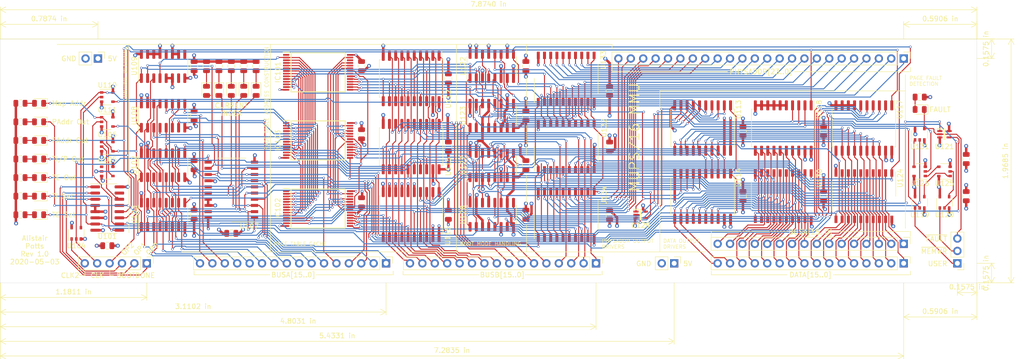
<source format=kicad_pcb>
(kicad_pcb (version 20171130) (host pcbnew "(5.1.4)-1")
  (layers (0 F.Cu signal) (1 In1.Cu signal) (2 In2.Cu signal) (31 B.Cu signal) (34 B.Paste user) (35 F.Paste user) (36 B.SilkS user) (37 F.SilkS user) (38 B.Mask user) (39 F.Mask user) (44 Edge.Cuts user))
  (net 0 "")
  (net 1 "Net-(U101-Pad15)")
  (net 2 "Net-(U101-Pad14)")
  (net 3 "Net-(U105-Pad4)")
  (net 4 "Net-(U107-Pad16)")
  (net 5 "Net-(U107-Pad15)")
  (net 6 VCC)
  (net 7 GND)
  (net 8 "Net-(U119-Pad4)")
  (net 9 "Net-(U120-Pad4)")
  (net 10 "Net-(U125-Pad4)")
  (net 11 "Net-(U126-Pad4)")
  (net 12 "Net-(D101-Pad2)")
  (net 13 /~MAPADDR)
  (net 14 "Net-(D102-Pad2)")
  (net 15 /~MAPPEDADDROUT)
  (net 16 "Net-(D103-Pad2)")
  (net 17 /~FAULTADDROUT)
  (net 18 "Net-(D104-Pad2)")
  (net 19 /~IDXOUT)
  (net 20 "Net-(D105-Pad2)")
  (net 21 /~ENTRYOUT)
  (net 22 "Net-(D106-Pad2)")
  (net 23 /~IDXSET)
  (net 24 "Net-(D107-Pad2)")
  (net 25 /~ENTRYSET)
  (net 26 /~RAMWRITE)
  (net 27 "Net-(IC101-Pad26)")
  (net 28 /TBLADDR8)
  (net 29 /TBLADDR9)
  (net 30 /TBLADDR11)
  (net 31 /~RAMOUT)
  (net 32 /TBLADDR10)
  (net 33 /TBLENTRY7)
  (net 34 /TBLENTRY6)
  (net 35 /TBLENTRY5)
  (net 36 /TBLENTRY4)
  (net 37 /TBLENTRY3)
  (net 38 /TBLENTRY2)
  (net 39 /TBLENTRY1)
  (net 40 /TBLENTRY0)
  (net 41 /TBLADDR0)
  (net 42 /TBLADDR1)
  (net 43 /TBLADDR2)
  (net 44 /TBLADDR3)
  (net 45 /TBLADDR4)
  (net 46 /TBLADDR5)
  (net 47 /TBLADDR6)
  (net 48 /TBLADDR7)
  (net 49 /TBLADDR12)
  (net 50 "Net-(IC101-Pad1)")
  (net 51 "Net-(IC102-Pad26)")
  (net 52 /PERM7)
  (net 53 /PERM6)
  (net 54 /PERM5)
  (net 55 /PERM4)
  (net 56 /PERM3)
  (net 57 /PERM_WRITABLE)
  (net 58 /PERM_MAPPED)
  (net 59 /PERM_SYS)
  (net 60 "Net-(IC102-Pad1)")
  (net 61 "Net-(IC103-Pad26)")
  (net 62 /TBLENTRY15)
  (net 63 /TBLENTRY14)
  (net 64 /TBLENTRY13)
  (net 65 /TBLENTRY12)
  (net 66 /TBLENTRY11)
  (net 67 /TBLENTRY10)
  (net 68 /TBLENTRY9)
  (net 69 /TBLENTRY8)
  (net 70 "Net-(IC103-Pad1)")
  (net 71 /CLK2)
  (net 72 /CLK)
  (net 73 /~MEMWRITE)
  (net 74 /USER)
  (net 75 /BOOTDONE)
  (net 76 /OP2)
  (net 77 /OP1)
  (net 78 /OP0)
  (net 79 /BUSA15)
  (net 80 /BUSA14)
  (net 81 /BUSA13)
  (net 82 /BUSA12)
  (net 83 /BUSA11)
  (net 84 /BUSA10)
  (net 85 /BUSA9)
  (net 86 /BUSA8)
  (net 87 /BUSA7)
  (net 88 /BUSA6)
  (net 89 /BUSA5)
  (net 90 /BUSA4)
  (net 91 /BUSA3)
  (net 92 /BUSA2)
  (net 93 /BUSA1)
  (net 94 /BUSA0)
  (net 95 /BUSB15)
  (net 96 /BUSB14)
  (net 97 /BUSB13)
  (net 98 /BUSB12)
  (net 99 /BUSB11)
  (net 100 /BUSB10)
  (net 101 /BUSB9)
  (net 102 /BUSB8)
  (net 103 /BUSB7)
  (net 104 /BUSB6)
  (net 105 /BUSB5)
  (net 106 /BUSB4)
  (net 107 /BUSB3)
  (net 108 /BUSB2)
  (net 109 /BUSB1)
  (net 110 /BUSB0)
  (net 111 /ADDRBUS23)
  (net 112 /ADDRBUS22)
  (net 113 /ADDRBUS21)
  (net 114 /ADDRBUS20)
  (net 115 /ADDRBUS19)
  (net 116 /ADDRBUS18)
  (net 117 /ADDRBUS17)
  (net 118 /ADDRBUS16)
  (net 119 /ADDRBUS15)
  (net 120 /ADDRBUS14)
  (net 121 /ADDRBUS13)
  (net 122 /ADDRBUS12)
  (net 123 /ADDRBUS11)
  (net 124 /ADDRBUS10)
  (net 125 /ADDRBUS9)
  (net 126 /ADDRBUS8)
  (net 127 /ADDRBUS7)
  (net 128 /ADDRBUS6)
  (net 129 /ADDRBUS5)
  (net 130 /ADDRBUS4)
  (net 131 /ADDRBUS3)
  (net 132 /ADDRBUS2)
  (net 133 /ADDRBUS1)
  (net 134 /ADDRBUS0)
  (net 135 /TBLIDX3)
  (net 136 /TBLIDX2)
  (net 137 /TBLIDX1)
  (net 138 /TBLIDX0)
  (net 139 /CLKNARROW)
  (net 140 "Net-(U107-Pad19)")
  (net 141 /TBLIDX4)
  (net 142 "Net-(U109-Pad12)")
  (net 143 "Net-(U109-Pad9)")
  (net 144 "Net-(U109-Pad7)")
  (net 145 /DATA0)
  (net 146 /DATA1)
  (net 147 /DATA2)
  (net 148 /DATA3)
  (net 149 /DATA4)
  (net 150 /DATA5)
  (net 151 /DATA6)
  (net 152 /DATA7)
  (net 153 /DATA8)
  (net 154 /DATA9)
  (net 155 /DATA10)
  (net 156 /DATA11)
  (net 157 /DATA12)
  (net 158 /DATA13)
  (net 159 /DATA14)
  (net 160 /DATA15)
  (net 161 /FAULTADDRLATCH)
  (net 162 /~FAULT)
  (net 163 /PHYSADDR11)
  (net 164 /PHYSADDR10)
  (net 165 /PHYSADDR9)
  (net 166 /PHYSADDR8)
  (net 167 /PHYSADDR15)
  (net 168 /PHYSADDR14)
  (net 169 /PHYSADDR13)
  (net 170 /PHYSADDR12)
  (net 171 /PHYSADDR19)
  (net 172 /PHYSADDR18)
  (net 173 /PHYSADDR17)
  (net 174 /PHYSADDR16)
  (net 175 /PHYSADDR23)
  (net 176 /PHYSADDR22)
  (net 177 /PHYSADDR21)
  (net 178 /PHYSADDR20)
  (net 179 /PHYSADDRLATCH)
  (net 180 "Net-(D108-Pad2)")
  (net 181 /BUSA'15)
  (net 182 /BUSA'14)
  (net 183 /BUSA'13)
  (net 184 /BUSA'12)
  (net 185 /BUSA'11)
  (net 186 /BUSA'10)
  (net 187 /BUSA'9)
  (net 188 /BUSA'8)
  (net 189 /BUSA'7)
  (net 190 /BUSA'6)
  (net 191 /BUSA'5)
  (net 192 /BUSA'4)
  (net 193 /BUSA'3)
  (net 194 /BUSA'2)
  (net 195 /BUSA'1)
  (net 196 /BUSA'0)
  (net 197 "Net-(D109-Pad1)")
  (net 198 "Net-(D110-Pad1)")
  (net 199 "Net-(D111-Pad1)")
  (net 200 "Net-(D112-Pad1)")
  (net 201 "Net-(D113-Pad1)")
  (module Connector_PinHeader_2.54mm:PinHeader_1x06_P2.54mm_Vertical (layer F.Cu) (at 50 76 270)
    (fp_text reference J101 hide)
    (fp_text value Conn_01x06_Male)
    (pad 6 thru_hole oval (at 0 12.7 270) (size 1.7 1.7) (drill 1) (layers *.Cu *.Mask) (net 71 /CLK2))
    (pad 5 thru_hole oval (at 0 10.16 270) (size 1.7 1.7) (drill 1) (layers *.Cu *.Mask) (net 72 /CLK))
    (pad 4 thru_hole oval (at 0 7.62 270) (size 1.7 1.7) (drill 1) (layers *.Cu *.Mask) (net 75 /BOOTDONE))
    (pad 3 thru_hole oval (at 0 5.08 270) (size 1.7 1.7) (drill 1) (layers *.Cu *.Mask) (net 76 /OP2))
    (pad 2 thru_hole oval (at 0 2.54 270) (size 1.7 1.7) (drill 1) (layers *.Cu *.Mask) (net 77 /OP1))
    (pad 1 thru_hole rect (at 0 0 270) (size 1.7 1.7) (drill 1) (layers *.Cu *.Mask) (net 78 /OP0))
  )
  (module Connector_PinHeader_2.54mm:PinHeader_1x03_P2.54mm_Vertical (layer F.Cu) (at 216 76 180)
    (fp_text reference J109 hide)
    (fp_text value Conn2)
    (pad 3 thru_hole oval (at 0 5.08 180) (size 1.7 1.7) (drill 1) (layers *.Cu *.Mask) (net 162 /~FAULT))
    (pad 2 thru_hole oval (at 0 2.54 180) (size 1.7 1.7) (drill 1) (layers *.Cu *.Mask) (net 73 /~MEMWRITE))
    (pad 1 thru_hole rect (at 0 0 180) (size 1.7 1.7) (drill 1) (layers *.Cu *.Mask) (net 74 /USER))
  )
  (module SamacSys_Parts:SOT65P212X110-5N (layer F.Cu) (at 151.13 66.04)
    (fp_text reference U129 (at 0 2.159) (layer F.SilkS))
    (fp_text value 74HCT1G02 hide)
    (pad 5 smd rect (at 0.95 -0.65 90) (size 0.4 1.05) (layers F.Cu F.Paste F.Mask) (net 6 VCC))
    (pad 4 smd rect (at 0.95 0.65 90) (size 0.4 1.05) (layers F.Cu F.Paste F.Mask) (net 179 /PHYSADDRLATCH))
    (pad 3 smd rect (at -0.95 0.65 90) (size 0.4 1.05) (layers F.Cu F.Paste F.Mask) (net 7 GND))
    (pad 2 smd rect (at -0.95 0 90) (size 0.4 1.05) (layers F.Cu F.Paste F.Mask) (net 13 /~MAPADDR))
    (pad 1 smd rect (at -0.95 -0.65 90) (size 0.4 1.05) (layers F.Cu F.Paste F.Mask) (net 139 /CLKNARROW))
  )
  (module Resistor_SMD:R_0805_2012Metric (layer F.Cu) (at 62.23 35.56 270)
    (fp_text reference R113 hide)
    (fp_text value R_Small)
    (pad 2 smd roundrect (at 0.9375 0 270) (size 0.975 1.4) (layers F.Cu F.Paste F.Mask) (net 201 "Net-(D113-Pad1)"))
    (pad 1 smd roundrect (at -0.9375 0 270) (size 0.975 1.4) (layers F.Cu F.Paste F.Mask) (net 7 GND))
  )
  (module Resistor_SMD:R_0805_2012Metric (layer F.Cu) (at 64.77 35.56 270)
    (fp_text reference R112 hide)
    (fp_text value R_Small)
    (pad 2 smd roundrect (at 0.9375 0 270) (size 0.975 1.4) (layers F.Cu F.Paste F.Mask) (net 200 "Net-(D112-Pad1)"))
    (pad 1 smd roundrect (at -0.9375 0 270) (size 0.975 1.4) (layers F.Cu F.Paste F.Mask) (net 7 GND))
  )
  (module Resistor_SMD:R_0805_2012Metric (layer F.Cu) (at 67.31 35.56 270)
    (fp_text reference R111 hide)
    (fp_text value R_Small)
    (pad 2 smd roundrect (at 0.9375 0 270) (size 0.975 1.4) (layers F.Cu F.Paste F.Mask) (net 199 "Net-(D111-Pad1)"))
    (pad 1 smd roundrect (at -0.9375 0 270) (size 0.975 1.4) (layers F.Cu F.Paste F.Mask) (net 7 GND))
  )
  (module Resistor_SMD:R_0805_2012Metric (layer F.Cu) (at 69.85 35.56 270)
    (fp_text reference R110 hide)
    (fp_text value R_Small)
    (pad 2 smd roundrect (at 0.9375 0 270) (size 0.975 1.4) (layers F.Cu F.Paste F.Mask) (net 198 "Net-(D110-Pad1)"))
    (pad 1 smd roundrect (at -0.9375 0 270) (size 0.975 1.4) (layers F.Cu F.Paste F.Mask) (net 7 GND))
  )
  (module Resistor_SMD:R_0805_2012Metric (layer F.Cu) (at 72.39 35.56 270)
    (fp_text reference R109 hide)
    (fp_text value R_Small)
    (pad 2 smd roundrect (at 0.9375 0 270) (size 0.975 1.4) (layers F.Cu F.Paste F.Mask) (net 197 "Net-(D109-Pad1)"))
    (pad 1 smd roundrect (at -0.9375 0 270) (size 0.975 1.4) (layers F.Cu F.Paste F.Mask) (net 7 GND))
  )
  (module LED_SMD:LED_0805_2012Metric (layer F.Cu) (at 62.23 40.64 270)
    (fp_text reference D113 hide)
    (fp_text value LED)
    (pad 2 smd roundrect (at 0.9375 0 270) (size 0.975 1.4) (layers F.Cu F.Paste F.Mask) (net 141 /TBLIDX4))
    (pad 1 smd roundrect (at -0.9375 0 270) (size 0.975 1.4) (layers F.Cu F.Paste F.Mask) (net 201 "Net-(D113-Pad1)"))
  )
  (module LED_SMD:LED_0805_2012Metric (layer F.Cu) (at 64.77 40.64 270)
    (fp_text reference D112 hide)
    (fp_text value LED)
    (pad 2 smd roundrect (at 0.9375 0 270) (size 0.975 1.4) (layers F.Cu F.Paste F.Mask) (net 135 /TBLIDX3))
    (pad 1 smd roundrect (at -0.9375 0 270) (size 0.975 1.4) (layers F.Cu F.Paste F.Mask) (net 200 "Net-(D112-Pad1)"))
  )
  (module LED_SMD:LED_0805_2012Metric (layer F.Cu) (at 67.31 40.64 270)
    (fp_text reference D111 hide)
    (fp_text value LED)
    (pad 2 smd roundrect (at 0.9375 0 270) (size 0.975 1.4) (layers F.Cu F.Paste F.Mask) (net 136 /TBLIDX2))
    (pad 1 smd roundrect (at -0.9375 0 270) (size 0.975 1.4) (layers F.Cu F.Paste F.Mask) (net 199 "Net-(D111-Pad1)"))
  )
  (module LED_SMD:LED_0805_2012Metric (layer F.Cu) (at 69.85 40.64 270)
    (fp_text reference D110 hide)
    (fp_text value LED)
    (pad 2 smd roundrect (at 0.9375 0 270) (size 0.975 1.4) (layers F.Cu F.Paste F.Mask) (net 137 /TBLIDX1))
    (pad 1 smd roundrect (at -0.9375 0 270) (size 0.975 1.4) (layers F.Cu F.Paste F.Mask) (net 198 "Net-(D110-Pad1)"))
  )
  (module LED_SMD:LED_0805_2012Metric (layer F.Cu) (at 72.39 40.64 270)
    (fp_text reference D109 hide)
    (fp_text value LED)
    (pad 2 smd roundrect (at 0.9375 0 270) (size 0.975 1.4) (layers F.Cu F.Paste F.Mask) (net 138 /TBLIDX0))
    (pad 1 smd roundrect (at -0.9375 0 270) (size 0.975 1.4) (layers F.Cu F.Paste F.Mask) (net 197 "Net-(D109-Pad1)"))
  )
  (module Package_SO:SOIC-16_3.9x9.9mm_P1.27mm (layer F.Cu) (at 120.65 55.88 90)
    (fp_text reference U127 (at 0 -5.9 90) (layer F.SilkS))
    (fp_text value 74HCT157)
    (pad 16 smd roundrect (at 2.475 -4.445 90) (size 1.95 0.6) (layers F.Cu F.Paste F.Mask) (net 6 VCC))
    (pad 15 smd roundrect (at 2.475 -3.175 90) (size 1.95 0.6) (layers F.Cu F.Paste F.Mask) (net 7 GND))
    (pad 14 smd roundrect (at 2.475 -1.905 90) (size 1.95 0.6) (layers F.Cu F.Paste F.Mask) (net 66 /TBLENTRY11))
    (pad 13 smd roundrect (at 2.475 -0.635 90) (size 1.95 0.6) (layers F.Cu F.Paste F.Mask) (net 7 GND))
    (pad 12 smd roundrect (at 2.475 0.635 90) (size 1.95 0.6) (layers F.Cu F.Paste F.Mask) (net 171 /PHYSADDR19))
    (pad 11 smd roundrect (at 2.475 1.905 90) (size 1.95 0.6) (layers F.Cu F.Paste F.Mask) (net 67 /TBLENTRY10))
    (pad 10 smd roundrect (at 2.475 3.175 90) (size 1.95 0.6) (layers F.Cu F.Paste F.Mask) (net 7 GND))
    (pad 9 smd roundrect (at 2.475 4.445 90) (size 1.95 0.6) (layers F.Cu F.Paste F.Mask) (net 172 /PHYSADDR18))
    (pad 8 smd roundrect (at -2.475 4.445 90) (size 1.95 0.6) (layers F.Cu F.Paste F.Mask) (net 7 GND))
    (pad 7 smd roundrect (at -2.475 3.175 90) (size 1.95 0.6) (layers F.Cu F.Paste F.Mask) (net 173 /PHYSADDR17))
    (pad 6 smd roundrect (at -2.475 1.905 90) (size 1.95 0.6) (layers F.Cu F.Paste F.Mask) (net 7 GND))
    (pad 5 smd roundrect (at -2.475 0.635 90) (size 1.95 0.6) (layers F.Cu F.Paste F.Mask) (net 68 /TBLENTRY9))
    (pad 4 smd roundrect (at -2.475 -0.635 90) (size 1.95 0.6) (layers F.Cu F.Paste F.Mask) (net 174 /PHYSADDR16))
    (pad 3 smd roundrect (at -2.475 -1.905 90) (size 1.95 0.6) (layers F.Cu F.Paste F.Mask) (net 7 GND))
    (pad 2 smd roundrect (at -2.475 -3.175 90) (size 1.95 0.6) (layers F.Cu F.Paste F.Mask) (net 69 /TBLENTRY8))
    (pad 1 smd roundrect (at -2.475 -4.445 90) (size 1.95 0.6) (layers F.Cu F.Paste F.Mask) (net 13 /~MAPADDR))
  )
  (module Resistor_SMD:R_0805_2012Metric (layer F.Cu) (at 208.28 41.91)
    (fp_text reference R108 hide)
    (fp_text value 1k)
    (pad 2 smd roundrect (at 0.9375 0) (size 0.975 1.4) (layers F.Cu F.Paste F.Mask) (net 6 VCC))
    (pad 1 smd roundrect (at -0.9375 0) (size 0.975 1.4) (layers F.Cu F.Paste F.Mask) (net 180 "Net-(D108-Pad2)"))
  )
  (module LED_SMD:LED_0805_2012Metric (layer F.Cu) (at 208.28 44.45 180)
    (fp_text reference D108 hide)
    (fp_text value FAULT (at -1.905 0 180) (layer F.SilkS) (effects (justify left)))
    (pad 2 smd roundrect (at 0.9375 0 180) (size 0.975 1.4) (layers F.Cu F.Paste F.Mask) (net 180 "Net-(D108-Pad2)"))
    (pad 1 smd roundrect (at -0.9375 0 180) (size 0.975 1.4) (layers F.Cu F.Paste F.Mask) (net 162 /~FAULT))
  )
  (module Connector_PinHeader_2.54mm:PinHeader_1x16_P2.54mm_Vertical (layer F.Cu) (at 205 72 270)
    (fp_text reference J108 hide)
    (fp_text value Conn_01x16_Male)
    (pad 16 thru_hole oval (at 0 38.1 270) (size 1.7 1.7) (drill 1) (layers *.Cu *.Mask) (net 181 /BUSA'15))
    (pad 15 thru_hole oval (at 0 35.56 270) (size 1.7 1.7) (drill 1) (layers *.Cu *.Mask) (net 182 /BUSA'14))
    (pad 14 thru_hole oval (at 0 33.02 270) (size 1.7 1.7) (drill 1) (layers *.Cu *.Mask) (net 183 /BUSA'13))
    (pad 13 thru_hole oval (at 0 30.48 270) (size 1.7 1.7) (drill 1) (layers *.Cu *.Mask) (net 184 /BUSA'12))
    (pad 12 thru_hole oval (at 0 27.94 270) (size 1.7 1.7) (drill 1) (layers *.Cu *.Mask) (net 185 /BUSA'11))
    (pad 11 thru_hole oval (at 0 25.4 270) (size 1.7 1.7) (drill 1) (layers *.Cu *.Mask) (net 186 /BUSA'10))
    (pad 10 thru_hole oval (at 0 22.86 270) (size 1.7 1.7) (drill 1) (layers *.Cu *.Mask) (net 187 /BUSA'9))
    (pad 9 thru_hole oval (at 0 20.32 270) (size 1.7 1.7) (drill 1) (layers *.Cu *.Mask) (net 188 /BUSA'8))
    (pad 8 thru_hole oval (at 0 17.78 270) (size 1.7 1.7) (drill 1) (layers *.Cu *.Mask) (net 189 /BUSA'7))
    (pad 7 thru_hole oval (at 0 15.24 270) (size 1.7 1.7) (drill 1) (layers *.Cu *.Mask) (net 190 /BUSA'6))
    (pad 6 thru_hole oval (at 0 12.7 270) (size 1.7 1.7) (drill 1) (layers *.Cu *.Mask) (net 191 /BUSA'5))
    (pad 5 thru_hole oval (at 0 10.16 270) (size 1.7 1.7) (drill 1) (layers *.Cu *.Mask) (net 192 /BUSA'4))
    (pad 4 thru_hole oval (at 0 7.62 270) (size 1.7 1.7) (drill 1) (layers *.Cu *.Mask) (net 193 /BUSA'3))
    (pad 3 thru_hole oval (at 0 5.08 270) (size 1.7 1.7) (drill 1) (layers *.Cu *.Mask) (net 194 /BUSA'2))
    (pad 2 thru_hole oval (at 0 2.54 270) (size 1.7 1.7) (drill 1) (layers *.Cu *.Mask) (net 195 /BUSA'1))
    (pad 1 thru_hole rect (at 0 0 270) (size 1.7 1.7) (drill 1) (layers *.Cu *.Mask) (net 196 /BUSA'0))
  )
  (module Package_SO:SOIC-16_3.9x9.9mm_P1.27mm (layer F.Cu) (at 53.34 35.56 90)
    (fp_text reference U109 (at 0 -5.9 90) (layer F.SilkS))
    (fp_text value 74HCT157)
    (pad 16 smd roundrect (at 2.475 -4.445 90) (size 1.95 0.6) (layers F.Cu F.Paste F.Mask) (net 6 VCC))
    (pad 15 smd roundrect (at 2.475 -3.175 90) (size 1.95 0.6) (layers F.Cu F.Paste F.Mask) (net 7 GND))
    (pad 14 smd roundrect (at 2.475 -1.905 90) (size 1.95 0.6) (layers F.Cu F.Paste F.Mask) (net 7 GND))
    (pad 13 smd roundrect (at 2.475 -0.635 90) (size 1.95 0.6) (layers F.Cu F.Paste F.Mask) (net 7 GND))
    (pad 12 smd roundrect (at 2.475 0.635 90) (size 1.95 0.6) (layers F.Cu F.Paste F.Mask) (net 142 "Net-(U109-Pad12)"))
    (pad 11 smd roundrect (at 2.475 1.905 90) (size 1.95 0.6) (layers F.Cu F.Paste F.Mask) (net 7 GND))
    (pad 10 smd roundrect (at 2.475 3.175 90) (size 1.95 0.6) (layers F.Cu F.Paste F.Mask) (net 7 GND))
    (pad 9 smd roundrect (at 2.475 4.445 90) (size 1.95 0.6) (layers F.Cu F.Paste F.Mask) (net 143 "Net-(U109-Pad9)"))
    (pad 8 smd roundrect (at -2.475 4.445 90) (size 1.95 0.6) (layers F.Cu F.Paste F.Mask) (net 7 GND))
    (pad 7 smd roundrect (at -2.475 3.175 90) (size 1.95 0.6) (layers F.Cu F.Paste F.Mask) (net 144 "Net-(U109-Pad7)"))
    (pad 6 smd roundrect (at -2.475 1.905 90) (size 1.95 0.6) (layers F.Cu F.Paste F.Mask) (net 7 GND))
    (pad 5 smd roundrect (at -2.475 0.635 90) (size 1.95 0.6) (layers F.Cu F.Paste F.Mask) (net 7 GND))
    (pad 4 smd roundrect (at -2.475 -0.635 90) (size 1.95 0.6) (layers F.Cu F.Paste F.Mask) (net 49 /TBLADDR12))
    (pad 3 smd roundrect (at -2.475 -1.905 90) (size 1.95 0.6) (layers F.Cu F.Paste F.Mask) (net 82 /BUSA12))
    (pad 2 smd roundrect (at -2.475 -3.175 90) (size 1.95 0.6) (layers F.Cu F.Paste F.Mask) (net 141 /TBLIDX4))
    (pad 1 smd roundrect (at -2.475 -4.445 90) (size 1.95 0.6) (layers F.Cu F.Paste F.Mask) (net 13 /~MAPADDR))
  )
  (module Connector_PinHeader_2.54mm:PinHeader_1x16_P2.54mm_Vertical (layer F.Cu) (at 205 76 270)
    (fp_text reference J107 hide)
    (fp_text value Conn_01x16_Male)
    (pad 16 thru_hole oval (at 0 38.1 270) (size 1.7 1.7) (drill 1) (layers *.Cu *.Mask) (net 160 /DATA15))
    (pad 15 thru_hole oval (at 0 35.56 270) (size 1.7 1.7) (drill 1) (layers *.Cu *.Mask) (net 159 /DATA14))
    (pad 14 thru_hole oval (at 0 33.02 270) (size 1.7 1.7) (drill 1) (layers *.Cu *.Mask) (net 158 /DATA13))
    (pad 13 thru_hole oval (at 0 30.48 270) (size 1.7 1.7) (drill 1) (layers *.Cu *.Mask) (net 157 /DATA12))
    (pad 12 thru_hole oval (at 0 27.94 270) (size 1.7 1.7) (drill 1) (layers *.Cu *.Mask) (net 156 /DATA11))
    (pad 11 thru_hole oval (at 0 25.4 270) (size 1.7 1.7) (drill 1) (layers *.Cu *.Mask) (net 155 /DATA10))
    (pad 10 thru_hole oval (at 0 22.86 270) (size 1.7 1.7) (drill 1) (layers *.Cu *.Mask) (net 154 /DATA9))
    (pad 9 thru_hole oval (at 0 20.32 270) (size 1.7 1.7) (drill 1) (layers *.Cu *.Mask) (net 153 /DATA8))
    (pad 8 thru_hole oval (at 0 17.78 270) (size 1.7 1.7) (drill 1) (layers *.Cu *.Mask) (net 152 /DATA7))
    (pad 7 thru_hole oval (at 0 15.24 270) (size 1.7 1.7) (drill 1) (layers *.Cu *.Mask) (net 151 /DATA6))
    (pad 6 thru_hole oval (at 0 12.7 270) (size 1.7 1.7) (drill 1) (layers *.Cu *.Mask) (net 150 /DATA5))
    (pad 5 thru_hole oval (at 0 10.16 270) (size 1.7 1.7) (drill 1) (layers *.Cu *.Mask) (net 149 /DATA4))
    (pad 4 thru_hole oval (at 0 7.62 270) (size 1.7 1.7) (drill 1) (layers *.Cu *.Mask) (net 148 /DATA3))
    (pad 3 thru_hole oval (at 0 5.08 270) (size 1.7 1.7) (drill 1) (layers *.Cu *.Mask) (net 147 /DATA2))
    (pad 2 thru_hole oval (at 0 2.54 270) (size 1.7 1.7) (drill 1) (layers *.Cu *.Mask) (net 146 /DATA1))
    (pad 1 thru_hole rect (at 0 0 270) (size 1.7 1.7) (drill 1) (layers *.Cu *.Mask) (net 145 /DATA0))
  )
  (module SamacSys_Parts:SOT65P212X110-5N (layer F.Cu) (at 213.36 49.53)
    (fp_text reference U121 (at 0 2.54) (layer F.SilkS))
    (fp_text value 74HCT1G02 hide)
    (pad 5 smd rect (at 0.95 -0.65 90) (size 0.4 1.05) (layers F.Cu F.Paste F.Mask) (net 6 VCC))
    (pad 4 smd rect (at 0.95 0.65 90) (size 0.4 1.05) (layers F.Cu F.Paste F.Mask) (net 161 /FAULTADDRLATCH))
    (pad 3 smd rect (at -0.95 0.65 90) (size 0.4 1.05) (layers F.Cu F.Paste F.Mask) (net 7 GND))
    (pad 2 smd rect (at -0.95 0 90) (size 0.4 1.05) (layers F.Cu F.Paste F.Mask) (net 162 /~FAULT))
    (pad 1 smd rect (at -0.95 -0.65 90) (size 0.4 1.05) (layers F.Cu F.Paste F.Mask) (net 139 /CLKNARROW))
  )
  (module Package_SO:SO-20_12.8x7.5mm_P1.27mm (layer F.Cu) (at 135.89 66.04 90)
    (fp_text reference U134 (at 3.937 7.747 90) (layer F.SilkS))
    (fp_text value 74HCT573)
    (pad 20 smd rect (at 4.75 -5.715 90) (size 1.5 0.6) (layers F.Cu F.Paste F.Mask) (net 6 VCC))
    (pad 19 smd rect (at 4.75 -4.445 90) (size 1.5 0.6) (layers F.Cu F.Paste F.Mask) (net 118 /ADDRBUS16))
    (pad 18 smd rect (at 4.75 -3.175 90) (size 1.5 0.6) (layers F.Cu F.Paste F.Mask) (net 117 /ADDRBUS17))
    (pad 17 smd rect (at 4.75 -1.905 90) (size 1.5 0.6) (layers F.Cu F.Paste F.Mask) (net 116 /ADDRBUS18))
    (pad 16 smd rect (at 4.75 -0.635 90) (size 1.5 0.6) (layers F.Cu F.Paste F.Mask) (net 115 /ADDRBUS19))
    (pad 15 smd rect (at 4.75 0.635 90) (size 1.5 0.6) (layers F.Cu F.Paste F.Mask) (net 114 /ADDRBUS20))
    (pad 14 smd rect (at 4.75 1.905 90) (size 1.5 0.6) (layers F.Cu F.Paste F.Mask) (net 113 /ADDRBUS21))
    (pad 13 smd rect (at 4.75 3.175 90) (size 1.5 0.6) (layers F.Cu F.Paste F.Mask) (net 112 /ADDRBUS22))
    (pad 12 smd rect (at 4.75 4.445 90) (size 1.5 0.6) (layers F.Cu F.Paste F.Mask) (net 111 /ADDRBUS23))
    (pad 11 smd rect (at 4.75 5.715 90) (size 1.5 0.6) (layers F.Cu F.Paste F.Mask) (net 179 /PHYSADDRLATCH))
    (pad 10 smd rect (at -4.75 5.715 90) (size 1.5 0.6) (layers F.Cu F.Paste F.Mask) (net 7 GND))
    (pad 9 smd rect (at -4.75 4.445 90) (size 1.5 0.6) (layers F.Cu F.Paste F.Mask) (net 175 /PHYSADDR23))
    (pad 8 smd rect (at -4.75 3.175 90) (size 1.5 0.6) (layers F.Cu F.Paste F.Mask) (net 176 /PHYSADDR22))
    (pad 7 smd rect (at -4.75 1.905 90) (size 1.5 0.6) (layers F.Cu F.Paste F.Mask) (net 177 /PHYSADDR21))
    (pad 1 smd rect (at -4.75 -5.715 90) (size 1.5 0.6) (layers F.Cu F.Paste F.Mask) (net 15 /~MAPPEDADDROUT))
    (pad 2 smd rect (at -4.75 -4.445 90) (size 1.5 0.6) (layers F.Cu F.Paste F.Mask) (net 174 /PHYSADDR16))
    (pad 3 smd rect (at -4.75 -3.175 90) (size 1.5 0.6) (layers F.Cu F.Paste F.Mask) (net 173 /PHYSADDR17))
    (pad 4 smd rect (at -4.75 -1.905 90) (size 1.5 0.6) (layers F.Cu F.Paste F.Mask) (net 172 /PHYSADDR18))
    (pad 5 smd rect (at -4.75 -0.635 90) (size 1.5 0.6) (layers F.Cu F.Paste F.Mask) (net 171 /PHYSADDR19))
    (pad 6 smd rect (at -4.75 0.635 90) (size 1.5 0.6) (layers F.Cu F.Paste F.Mask) (net 178 /PHYSADDR20))
  )
  (module Package_SO:SO-20_12.8x7.5mm_P1.27mm (layer F.Cu) (at 135.89 38.1 90)
    (fp_text reference U133 (at 3.81 7.62 90) (layer F.SilkS))
    (fp_text value 74HCT573)
    (pad 20 smd rect (at 4.75 -5.715 90) (size 1.5 0.6) (layers F.Cu F.Paste F.Mask) (net 6 VCC))
    (pad 19 smd rect (at 4.75 -4.445 90) (size 1.5 0.6) (layers F.Cu F.Paste F.Mask) (net 126 /ADDRBUS8))
    (pad 18 smd rect (at 4.75 -3.175 90) (size 1.5 0.6) (layers F.Cu F.Paste F.Mask) (net 125 /ADDRBUS9))
    (pad 17 smd rect (at 4.75 -1.905 90) (size 1.5 0.6) (layers F.Cu F.Paste F.Mask) (net 124 /ADDRBUS10))
    (pad 16 smd rect (at 4.75 -0.635 90) (size 1.5 0.6) (layers F.Cu F.Paste F.Mask) (net 123 /ADDRBUS11))
    (pad 15 smd rect (at 4.75 0.635 90) (size 1.5 0.6) (layers F.Cu F.Paste F.Mask) (net 122 /ADDRBUS12))
    (pad 14 smd rect (at 4.75 1.905 90) (size 1.5 0.6) (layers F.Cu F.Paste F.Mask) (net 121 /ADDRBUS13))
    (pad 13 smd rect (at 4.75 3.175 90) (size 1.5 0.6) (layers F.Cu F.Paste F.Mask) (net 120 /ADDRBUS14))
    (pad 12 smd rect (at 4.75 4.445 90) (size 1.5 0.6) (layers F.Cu F.Paste F.Mask) (net 119 /ADDRBUS15))
    (pad 11 smd rect (at 4.75 5.715 90) (size 1.5 0.6) (layers F.Cu F.Paste F.Mask) (net 179 /PHYSADDRLATCH))
    (pad 10 smd rect (at -4.75 5.715 90) (size 1.5 0.6) (layers F.Cu F.Paste F.Mask) (net 7 GND))
    (pad 9 smd rect (at -4.75 4.445 90) (size 1.5 0.6) (layers F.Cu F.Paste F.Mask) (net 167 /PHYSADDR15))
    (pad 8 smd rect (at -4.75 3.175 90) (size 1.5 0.6) (layers F.Cu F.Paste F.Mask) (net 168 /PHYSADDR14))
    (pad 7 smd rect (at -4.75 1.905 90) (size 1.5 0.6) (layers F.Cu F.Paste F.Mask) (net 169 /PHYSADDR13))
    (pad 1 smd rect (at -4.75 -5.715 90) (size 1.5 0.6) (layers F.Cu F.Paste F.Mask) (net 15 /~MAPPEDADDROUT))
    (pad 2 smd rect (at -4.75 -4.445 90) (size 1.5 0.6) (layers F.Cu F.Paste F.Mask) (net 166 /PHYSADDR8))
    (pad 3 smd rect (at -4.75 -3.175 90) (size 1.5 0.6) (layers F.Cu F.Paste F.Mask) (net 165 /PHYSADDR9))
    (pad 4 smd rect (at -4.75 -1.905 90) (size 1.5 0.6) (layers F.Cu F.Paste F.Mask) (net 164 /PHYSADDR10))
    (pad 5 smd rect (at -4.75 -0.635 90) (size 1.5 0.6) (layers F.Cu F.Paste F.Mask) (net 163 /PHYSADDR11))
    (pad 6 smd rect (at -4.75 0.635 90) (size 1.5 0.6) (layers F.Cu F.Paste F.Mask) (net 170 /PHYSADDR12))
  )
  (module Package_SO:SO-20_12.8x7.5mm_P1.27mm (layer F.Cu) (at 135.89 52.07 90)
    (fp_text reference U132 (at 3.81 7.747 90) (layer F.SilkS))
    (fp_text value 74HCT573)
    (pad 20 smd rect (at 4.75 -5.715 90) (size 1.5 0.6) (layers F.Cu F.Paste F.Mask) (net 6 VCC))
    (pad 19 smd rect (at 4.75 -4.445 90) (size 1.5 0.6) (layers F.Cu F.Paste F.Mask) (net 134 /ADDRBUS0))
    (pad 18 smd rect (at 4.75 -3.175 90) (size 1.5 0.6) (layers F.Cu F.Paste F.Mask) (net 133 /ADDRBUS1))
    (pad 17 smd rect (at 4.75 -1.905 90) (size 1.5 0.6) (layers F.Cu F.Paste F.Mask) (net 132 /ADDRBUS2))
    (pad 16 smd rect (at 4.75 -0.635 90) (size 1.5 0.6) (layers F.Cu F.Paste F.Mask) (net 131 /ADDRBUS3))
    (pad 15 smd rect (at 4.75 0.635 90) (size 1.5 0.6) (layers F.Cu F.Paste F.Mask) (net 130 /ADDRBUS4))
    (pad 14 smd rect (at 4.75 1.905 90) (size 1.5 0.6) (layers F.Cu F.Paste F.Mask) (net 129 /ADDRBUS5))
    (pad 13 smd rect (at 4.75 3.175 90) (size 1.5 0.6) (layers F.Cu F.Paste F.Mask) (net 128 /ADDRBUS6))
    (pad 12 smd rect (at 4.75 4.445 90) (size 1.5 0.6) (layers F.Cu F.Paste F.Mask) (net 127 /ADDRBUS7))
    (pad 11 smd rect (at 4.75 5.715 90) (size 1.5 0.6) (layers F.Cu F.Paste F.Mask) (net 179 /PHYSADDRLATCH))
    (pad 10 smd rect (at -4.75 5.715 90) (size 1.5 0.6) (layers F.Cu F.Paste F.Mask) (net 7 GND))
    (pad 9 smd rect (at -4.75 4.445 90) (size 1.5 0.6) (layers F.Cu F.Paste F.Mask) (net 189 /BUSA'7))
    (pad 8 smd rect (at -4.75 3.175 90) (size 1.5 0.6) (layers F.Cu F.Paste F.Mask) (net 190 /BUSA'6))
    (pad 7 smd rect (at -4.75 1.905 90) (size 1.5 0.6) (layers F.Cu F.Paste F.Mask) (net 191 /BUSA'5))
    (pad 1 smd rect (at -4.75 -5.715 90) (size 1.5 0.6) (layers F.Cu F.Paste F.Mask) (net 15 /~MAPPEDADDROUT))
    (pad 2 smd rect (at -4.75 -4.445 90) (size 1.5 0.6) (layers F.Cu F.Paste F.Mask) (net 196 /BUSA'0))
    (pad 3 smd rect (at -4.75 -3.175 90) (size 1.5 0.6) (layers F.Cu F.Paste F.Mask) (net 195 /BUSA'1))
    (pad 4 smd rect (at -4.75 -1.905 90) (size 1.5 0.6) (layers F.Cu F.Paste F.Mask) (net 194 /BUSA'2))
    (pad 5 smd rect (at -4.75 -0.635 90) (size 1.5 0.6) (layers F.Cu F.Paste F.Mask) (net 193 /BUSA'3))
    (pad 6 smd rect (at -4.75 0.635 90) (size 1.5 0.6) (layers F.Cu F.Paste F.Mask) (net 192 /BUSA'4))
  )
  (module Package_SO:TSOP-5_1.65x3.05mm_P0.95mm (layer F.Cu) (at 208.28 49.53 90)
    (fp_text reference U131 (at -2.54 0 180) (layer F.SilkS))
    (fp_text value 74HCT1G32)
    (pad 5 smd rect (at 1.16 -0.95 90) (size 0.7 0.51) (layers F.Cu F.Paste F.Mask) (net 6 VCC))
    (pad 4 smd rect (at 1.16 0.95 90) (size 0.7 0.51) (layers F.Cu F.Paste F.Mask) (net 162 /~FAULT))
    (pad 3 smd rect (at -1.16 0.95 90) (size 0.7 0.51) (layers F.Cu F.Paste F.Mask) (net 7 GND))
    (pad 2 smd rect (at -1.16 0 90) (size 0.7 0.51) (layers F.Cu F.Paste F.Mask) (net 13 /~MAPADDR))
    (pad 1 smd rect (at -1.16 -0.95 90) (size 0.7 0.51) (layers F.Cu F.Paste F.Mask) (net 11 "Net-(U126-Pad4)"))
  )
  (module Package_SO:SO-20_12.8x7.5mm_P1.27mm (layer F.Cu) (at 180.34 62.23 270)
    (fp_text reference U130 (at -3.69 -7.42 90) (layer F.SilkS))
    (fp_text value 74HCT573)
    (pad 20 smd rect (at 4.75 -5.715 270) (size 1.5 0.6) (layers F.Cu F.Paste F.Mask) (net 6 VCC))
    (pad 19 smd rect (at 4.75 -4.445 270) (size 1.5 0.6) (layers F.Cu F.Paste F.Mask) (net 153 /DATA8))
    (pad 18 smd rect (at 4.75 -3.175 270) (size 1.5 0.6) (layers F.Cu F.Paste F.Mask) (net 154 /DATA9))
    (pad 17 smd rect (at 4.75 -1.905 270) (size 1.5 0.6) (layers F.Cu F.Paste F.Mask) (net 155 /DATA10))
    (pad 16 smd rect (at 4.75 -0.635 270) (size 1.5 0.6) (layers F.Cu F.Paste F.Mask) (net 156 /DATA11))
    (pad 15 smd rect (at 4.75 0.635 270) (size 1.5 0.6) (layers F.Cu F.Paste F.Mask) (net 157 /DATA12))
    (pad 14 smd rect (at 4.75 1.905 270) (size 1.5 0.6) (layers F.Cu F.Paste F.Mask) (net 158 /DATA13))
    (pad 13 smd rect (at 4.75 3.175 270) (size 1.5 0.6) (layers F.Cu F.Paste F.Mask) (net 159 /DATA14))
    (pad 12 smd rect (at 4.75 4.445 270) (size 1.5 0.6) (layers F.Cu F.Paste F.Mask) (net 160 /DATA15))
    (pad 11 smd rect (at 4.75 5.715 270) (size 1.5 0.6) (layers F.Cu F.Paste F.Mask) (net 161 /FAULTADDRLATCH))
    (pad 10 smd rect (at -4.75 5.715 270) (size 1.5 0.6) (layers F.Cu F.Paste F.Mask) (net 7 GND))
    (pad 9 smd rect (at -4.75 4.445 270) (size 1.5 0.6) (layers F.Cu F.Paste F.Mask) (net 181 /BUSA'15))
    (pad 8 smd rect (at -4.75 3.175 270) (size 1.5 0.6) (layers F.Cu F.Paste F.Mask) (net 182 /BUSA'14))
    (pad 7 smd rect (at -4.75 1.905 270) (size 1.5 0.6) (layers F.Cu F.Paste F.Mask) (net 183 /BUSA'13))
    (pad 1 smd rect (at -4.75 -5.715 270) (size 1.5 0.6) (layers F.Cu F.Paste F.Mask) (net 17 /~FAULTADDROUT))
    (pad 2 smd rect (at -4.75 -4.445 270) (size 1.5 0.6) (layers F.Cu F.Paste F.Mask) (net 188 /BUSA'8))
    (pad 3 smd rect (at -4.75 -3.175 270) (size 1.5 0.6) (layers F.Cu F.Paste F.Mask) (net 187 /BUSA'9))
    (pad 4 smd rect (at -4.75 -1.905 270) (size 1.5 0.6) (layers F.Cu F.Paste F.Mask) (net 186 /BUSA'10))
    (pad 5 smd rect (at -4.75 -0.635 270) (size 1.5 0.6) (layers F.Cu F.Paste F.Mask) (net 185 /BUSA'11))
    (pad 6 smd rect (at -4.75 0.635 270) (size 1.5 0.6) (layers F.Cu F.Paste F.Mask) (net 184 /BUSA'12))
  )
  (module Package_SO:SOIC-16_3.9x9.9mm_P1.27mm (layer F.Cu) (at 120.65 66.04 90)
    (fp_text reference U128 (at 0 -5.9 90) (layer F.SilkS))
    (fp_text value 74HCT157)
    (pad 16 smd roundrect (at 2.475 -4.445 90) (size 1.95 0.6) (layers F.Cu F.Paste F.Mask) (net 6 VCC))
    (pad 15 smd roundrect (at 2.475 -3.175 90) (size 1.95 0.6) (layers F.Cu F.Paste F.Mask) (net 7 GND))
    (pad 14 smd roundrect (at 2.475 -1.905 90) (size 1.95 0.6) (layers F.Cu F.Paste F.Mask) (net 62 /TBLENTRY15))
    (pad 13 smd roundrect (at 2.475 -0.635 90) (size 1.95 0.6) (layers F.Cu F.Paste F.Mask) (net 6 VCC))
    (pad 12 smd roundrect (at 2.475 0.635 90) (size 1.95 0.6) (layers F.Cu F.Paste F.Mask) (net 175 /PHYSADDR23))
    (pad 11 smd roundrect (at 2.475 1.905 90) (size 1.95 0.6) (layers F.Cu F.Paste F.Mask) (net 63 /TBLENTRY14))
    (pad 10 smd roundrect (at 2.475 3.175 90) (size 1.95 0.6) (layers F.Cu F.Paste F.Mask) (net 7 GND))
    (pad 9 smd roundrect (at 2.475 4.445 90) (size 1.95 0.6) (layers F.Cu F.Paste F.Mask) (net 176 /PHYSADDR22))
    (pad 8 smd roundrect (at -2.475 4.445 90) (size 1.95 0.6) (layers F.Cu F.Paste F.Mask) (net 7 GND))
    (pad 7 smd roundrect (at -2.475 3.175 90) (size 1.95 0.6) (layers F.Cu F.Paste F.Mask) (net 177 /PHYSADDR21))
    (pad 6 smd roundrect (at -2.475 1.905 90) (size 1.95 0.6) (layers F.Cu F.Paste F.Mask) (net 7 GND))
    (pad 5 smd roundrect (at -2.475 0.635 90) (size 1.95 0.6) (layers F.Cu F.Paste F.Mask) (net 64 /TBLENTRY13))
    (pad 4 smd roundrect (at -2.475 -0.635 90) (size 1.95 0.6) (layers F.Cu F.Paste F.Mask) (net 178 /PHYSADDR20))
    (pad 3 smd roundrect (at -2.475 -1.905 90) (size 1.95 0.6) (layers F.Cu F.Paste F.Mask) (net 7 GND))
    (pad 2 smd roundrect (at -2.475 -3.175 90) (size 1.95 0.6) (layers F.Cu F.Paste F.Mask) (net 65 /TBLENTRY12))
    (pad 1 smd roundrect (at -2.475 -4.445 90) (size 1.95 0.6) (layers F.Cu F.Paste F.Mask) (net 13 /~MAPADDR))
  )
  (module Package_SO:TSOP-5_1.65x3.05mm_P0.95mm (layer F.Cu) (at 208.28 57.15 180)
    (fp_text reference U126 (at 0 -2.45) (layer F.SilkS))
    (fp_text value 74HCT1G08)
    (pad 5 smd rect (at 1.16 -0.95 180) (size 0.7 0.51) (layers F.Cu F.Paste F.Mask) (net 6 VCC))
    (pad 4 smd rect (at 1.16 0.95 180) (size 0.7 0.51) (layers F.Cu F.Paste F.Mask) (net 11 "Net-(U126-Pad4)"))
    (pad 3 smd rect (at -1.16 0.95 180) (size 0.7 0.51) (layers F.Cu F.Paste F.Mask) (net 7 GND))
    (pad 2 smd rect (at -1.16 0 180) (size 0.7 0.51) (layers F.Cu F.Paste F.Mask) (net 58 /PERM_MAPPED))
    (pad 1 smd rect (at -1.16 -0.95 180) (size 0.7 0.51) (layers F.Cu F.Paste F.Mask) (net 10 "Net-(U125-Pad4)"))
  )
  (module Package_SO:TSOP-5_1.65x3.05mm_P0.95mm (layer F.Cu) (at 213.36 57.15 180)
    (fp_text reference U125 (at 0 -2.45) (layer F.SilkS))
    (fp_text value 74HCT1G08)
    (pad 5 smd rect (at 1.16 -0.95 180) (size 0.7 0.51) (layers F.Cu F.Paste F.Mask) (net 6 VCC))
    (pad 4 smd rect (at 1.16 0.95 180) (size 0.7 0.51) (layers F.Cu F.Paste F.Mask) (net 10 "Net-(U125-Pad4)"))
    (pad 3 smd rect (at -1.16 0.95 180) (size 0.7 0.51) (layers F.Cu F.Paste F.Mask) (net 7 GND))
    (pad 2 smd rect (at -1.16 0 180) (size 0.7 0.51) (layers F.Cu F.Paste F.Mask) (net 9 "Net-(U120-Pad4)"))
    (pad 1 smd rect (at -1.16 -0.95 180) (size 0.7 0.51) (layers F.Cu F.Paste F.Mask) (net 8 "Net-(U119-Pad4)"))
  )
  (module Package_SO:SO-20_12.8x7.5mm_P1.27mm (layer F.Cu) (at 196.85 62.23 270)
    (fp_text reference U124 (at -3.69 -7.42 90) (layer F.SilkS))
    (fp_text value 74HCT573)
    (pad 20 smd rect (at 4.75 -5.715 270) (size 1.5 0.6) (layers F.Cu F.Paste F.Mask) (net 6 VCC))
    (pad 19 smd rect (at 4.75 -4.445 270) (size 1.5 0.6) (layers F.Cu F.Paste F.Mask) (net 145 /DATA0))
    (pad 18 smd rect (at 4.75 -3.175 270) (size 1.5 0.6) (layers F.Cu F.Paste F.Mask) (net 146 /DATA1))
    (pad 17 smd rect (at 4.75 -1.905 270) (size 1.5 0.6) (layers F.Cu F.Paste F.Mask) (net 147 /DATA2))
    (pad 16 smd rect (at 4.75 -0.635 270) (size 1.5 0.6) (layers F.Cu F.Paste F.Mask) (net 148 /DATA3))
    (pad 15 smd rect (at 4.75 0.635 270) (size 1.5 0.6) (layers F.Cu F.Paste F.Mask) (net 149 /DATA4))
    (pad 14 smd rect (at 4.75 1.905 270) (size 1.5 0.6) (layers F.Cu F.Paste F.Mask) (net 150 /DATA5))
    (pad 13 smd rect (at 4.75 3.175 270) (size 1.5 0.6) (layers F.Cu F.Paste F.Mask) (net 151 /DATA6))
    (pad 12 smd rect (at 4.75 4.445 270) (size 1.5 0.6) (layers F.Cu F.Paste F.Mask) (net 152 /DATA7))
    (pad 11 smd rect (at 4.75 5.715 270) (size 1.5 0.6) (layers F.Cu F.Paste F.Mask) (net 161 /FAULTADDRLATCH))
    (pad 10 smd rect (at -4.75 5.715 270) (size 1.5 0.6) (layers F.Cu F.Paste F.Mask) (net 7 GND))
    (pad 9 smd rect (at -4.75 4.445 270) (size 1.5 0.6) (layers F.Cu F.Paste F.Mask) (net 189 /BUSA'7))
    (pad 8 smd rect (at -4.75 3.175 270) (size 1.5 0.6) (layers F.Cu F.Paste F.Mask) (net 190 /BUSA'6))
    (pad 7 smd rect (at -4.75 1.905 270) (size 1.5 0.6) (layers F.Cu F.Paste F.Mask) (net 191 /BUSA'5))
    (pad 1 smd rect (at -4.75 -5.715 270) (size 1.5 0.6) (layers F.Cu F.Paste F.Mask) (net 17 /~FAULTADDROUT))
    (pad 2 smd rect (at -4.75 -4.445 270) (size 1.5 0.6) (layers F.Cu F.Paste F.Mask) (net 196 /BUSA'0))
    (pad 3 smd rect (at -4.75 -3.175 270) (size 1.5 0.6) (layers F.Cu F.Paste F.Mask) (net 195 /BUSA'1))
    (pad 4 smd rect (at -4.75 -1.905 270) (size 1.5 0.6) (layers F.Cu F.Paste F.Mask) (net 194 /BUSA'2))
    (pad 5 smd rect (at -4.75 -0.635 270) (size 1.5 0.6) (layers F.Cu F.Paste F.Mask) (net 193 /BUSA'3))
    (pad 6 smd rect (at -4.75 0.635 270) (size 1.5 0.6) (layers F.Cu F.Paste F.Mask) (net 192 /BUSA'4))
  )
  (module Package_SO:SOIC-16_3.9x9.9mm_P1.27mm (layer F.Cu) (at 120.65 45.72 90)
    (fp_text reference U123 (at 0 -5.9 90) (layer F.SilkS))
    (fp_text value 74HCT157)
    (pad 16 smd roundrect (at 2.475 -4.445 90) (size 1.95 0.6) (layers F.Cu F.Paste F.Mask) (net 6 VCC))
    (pad 15 smd roundrect (at 2.475 -3.175 90) (size 1.95 0.6) (layers F.Cu F.Paste F.Mask) (net 7 GND))
    (pad 14 smd roundrect (at 2.475 -1.905 90) (size 1.95 0.6) (layers F.Cu F.Paste F.Mask) (net 33 /TBLENTRY7))
    (pad 13 smd roundrect (at 2.475 -0.635 90) (size 1.95 0.6) (layers F.Cu F.Paste F.Mask) (net 7 GND))
    (pad 12 smd roundrect (at 2.475 0.635 90) (size 1.95 0.6) (layers F.Cu F.Paste F.Mask) (net 167 /PHYSADDR15))
    (pad 11 smd roundrect (at 2.475 1.905 90) (size 1.95 0.6) (layers F.Cu F.Paste F.Mask) (net 34 /TBLENTRY6))
    (pad 10 smd roundrect (at 2.475 3.175 90) (size 1.95 0.6) (layers F.Cu F.Paste F.Mask) (net 7 GND))
    (pad 9 smd roundrect (at 2.475 4.445 90) (size 1.95 0.6) (layers F.Cu F.Paste F.Mask) (net 168 /PHYSADDR14))
    (pad 8 smd roundrect (at -2.475 4.445 90) (size 1.95 0.6) (layers F.Cu F.Paste F.Mask) (net 7 GND))
    (pad 7 smd roundrect (at -2.475 3.175 90) (size 1.95 0.6) (layers F.Cu F.Paste F.Mask) (net 169 /PHYSADDR13))
    (pad 6 smd roundrect (at -2.475 1.905 90) (size 1.95 0.6) (layers F.Cu F.Paste F.Mask) (net 7 GND))
    (pad 5 smd roundrect (at -2.475 0.635 90) (size 1.95 0.6) (layers F.Cu F.Paste F.Mask) (net 35 /TBLENTRY5))
    (pad 4 smd roundrect (at -2.475 -0.635 90) (size 1.95 0.6) (layers F.Cu F.Paste F.Mask) (net 170 /PHYSADDR12))
    (pad 3 smd roundrect (at -2.475 -1.905 90) (size 1.95 0.6) (layers F.Cu F.Paste F.Mask) (net 7 GND))
    (pad 2 smd roundrect (at -2.475 -3.175 90) (size 1.95 0.6) (layers F.Cu F.Paste F.Mask) (net 36 /TBLENTRY4))
    (pad 1 smd roundrect (at -2.475 -4.445 90) (size 1.95 0.6) (layers F.Cu F.Paste F.Mask) (net 13 /~MAPADDR))
  )
  (module Package_SO:SOIC-16_3.9x9.9mm_P1.27mm (layer F.Cu) (at 120.65 35.56 90)
    (fp_text reference U122 (at 0 -5.9 90) (layer F.SilkS))
    (fp_text value 74HCT157)
    (pad 16 smd roundrect (at 2.475 -4.445 90) (size 1.95 0.6) (layers F.Cu F.Paste F.Mask) (net 6 VCC))
    (pad 15 smd roundrect (at 2.475 -3.175 90) (size 1.95 0.6) (layers F.Cu F.Paste F.Mask) (net 7 GND))
    (pad 14 smd roundrect (at 2.475 -1.905 90) (size 1.95 0.6) (layers F.Cu F.Paste F.Mask) (net 37 /TBLENTRY3))
    (pad 13 smd roundrect (at 2.475 -0.635 90) (size 1.95 0.6) (layers F.Cu F.Paste F.Mask) (net 7 GND))
    (pad 12 smd roundrect (at 2.475 0.635 90) (size 1.95 0.6) (layers F.Cu F.Paste F.Mask) (net 163 /PHYSADDR11))
    (pad 11 smd roundrect (at 2.475 1.905 90) (size 1.95 0.6) (layers F.Cu F.Paste F.Mask) (net 38 /TBLENTRY2))
    (pad 10 smd roundrect (at 2.475 3.175 90) (size 1.95 0.6) (layers F.Cu F.Paste F.Mask) (net 7 GND))
    (pad 9 smd roundrect (at 2.475 4.445 90) (size 1.95 0.6) (layers F.Cu F.Paste F.Mask) (net 164 /PHYSADDR10))
    (pad 8 smd roundrect (at -2.475 4.445 90) (size 1.95 0.6) (layers F.Cu F.Paste F.Mask) (net 7 GND))
    (pad 7 smd roundrect (at -2.475 3.175 90) (size 1.95 0.6) (layers F.Cu F.Paste F.Mask) (net 165 /PHYSADDR9))
    (pad 6 smd roundrect (at -2.475 1.905 90) (size 1.95 0.6) (layers F.Cu F.Paste F.Mask) (net 7 GND))
    (pad 5 smd roundrect (at -2.475 0.635 90) (size 1.95 0.6) (layers F.Cu F.Paste F.Mask) (net 39 /TBLENTRY1))
    (pad 4 smd roundrect (at -2.475 -0.635 90) (size 1.95 0.6) (layers F.Cu F.Paste F.Mask) (net 166 /PHYSADDR8))
    (pad 3 smd roundrect (at -2.475 -1.905 90) (size 1.95 0.6) (layers F.Cu F.Paste F.Mask) (net 7 GND))
    (pad 2 smd roundrect (at -2.475 -3.175 90) (size 1.95 0.6) (layers F.Cu F.Paste F.Mask) (net 40 /TBLENTRY0))
    (pad 1 smd roundrect (at -2.475 -4.445 90) (size 1.95 0.6) (layers F.Cu F.Paste F.Mask) (net 13 /~MAPADDR))
  )
  (module Package_SO:TSOP-5_1.65x3.05mm_P0.95mm (layer F.Cu) (at 213.36 63.5 90)
    (fp_text reference U120 (at -2.54 0 180) (layer F.SilkS))
    (fp_text value 74HCT1G32)
    (pad 5 smd rect (at 1.16 -0.95 90) (size 0.7 0.51) (layers F.Cu F.Paste F.Mask) (net 6 VCC))
    (pad 4 smd rect (at 1.16 0.95 90) (size 0.7 0.51) (layers F.Cu F.Paste F.Mask) (net 9 "Net-(U120-Pad4)"))
    (pad 3 smd rect (at -1.16 0.95 90) (size 0.7 0.51) (layers F.Cu F.Paste F.Mask) (net 7 GND))
    (pad 2 smd rect (at -1.16 0 90) (size 0.7 0.51) (layers F.Cu F.Paste F.Mask) (net 57 /PERM_WRITABLE))
    (pad 1 smd rect (at -1.16 -0.95 90) (size 0.7 0.51) (layers F.Cu F.Paste F.Mask) (net 73 /~MEMWRITE))
  )
  (module Package_SO:TSOP-5_1.65x3.05mm_P0.95mm (layer F.Cu) (at 208.28 63.5 90)
    (fp_text reference U119 (at -2.54 0 180) (layer F.SilkS))
    (fp_text value 74HCT1G00)
    (pad 5 smd rect (at 1.16 -0.95 90) (size 0.7 0.51) (layers F.Cu F.Paste F.Mask) (net 6 VCC))
    (pad 4 smd rect (at 1.16 0.95 90) (size 0.7 0.51) (layers F.Cu F.Paste F.Mask) (net 8 "Net-(U119-Pad4)"))
    (pad 3 smd rect (at -1.16 0.95 90) (size 0.7 0.51) (layers F.Cu F.Paste F.Mask) (net 7 GND))
    (pad 2 smd rect (at -1.16 0 90) (size 0.7 0.51) (layers F.Cu F.Paste F.Mask) (net 59 /PERM_SYS))
    (pad 1 smd rect (at -1.16 -0.95 90) (size 0.7 0.51) (layers F.Cu F.Paste F.Mask) (net 74 /USER))
  )
  (module Package_SO:SOIC-20W_7.5x12.8mm_P1.27mm (layer F.Cu) (at 180.34 48.26 270)
    (fp_text reference U118 (at -3.81 -7.35 90) (layer F.SilkS))
    (fp_text value 74HCT541)
    (pad 20 smd roundrect (at 4.65 -5.715 270) (size 2.05 0.6) (layers F.Cu F.Paste F.Mask) (net 6 VCC))
    (pad 19 smd roundrect (at 4.65 -4.445 270) (size 2.05 0.6) (layers F.Cu F.Paste F.Mask) (net 7 GND))
    (pad 18 smd roundrect (at 4.65 -3.175 270) (size 2.05 0.6) (layers F.Cu F.Paste F.Mask) (net 153 /DATA8))
    (pad 17 smd roundrect (at 4.65 -1.905 270) (size 2.05 0.6) (layers F.Cu F.Paste F.Mask) (net 154 /DATA9))
    (pad 16 smd roundrect (at 4.65 -0.635 270) (size 2.05 0.6) (layers F.Cu F.Paste F.Mask) (net 155 /DATA10))
    (pad 15 smd roundrect (at 4.65 0.635 270) (size 2.05 0.6) (layers F.Cu F.Paste F.Mask) (net 156 /DATA11))
    (pad 14 smd roundrect (at 4.65 1.905 270) (size 2.05 0.6) (layers F.Cu F.Paste F.Mask) (net 157 /DATA12))
    (pad 13 smd roundrect (at 4.65 3.175 270) (size 2.05 0.6) (layers F.Cu F.Paste F.Mask) (net 158 /DATA13))
    (pad 12 smd roundrect (at 4.65 4.445 270) (size 2.05 0.6) (layers F.Cu F.Paste F.Mask) (net 159 /DATA14))
    (pad 11 smd roundrect (at 4.65 5.715 270) (size 2.05 0.6) (layers F.Cu F.Paste F.Mask) (net 160 /DATA15))
    (pad 10 smd roundrect (at -4.65 5.715 270) (size 2.05 0.6) (layers F.Cu F.Paste F.Mask) (net 7 GND))
    (pad 9 smd roundrect (at -4.65 4.445 270) (size 2.05 0.6) (layers F.Cu F.Paste F.Mask) (net 7 GND))
    (pad 8 smd roundrect (at -4.65 3.175 270) (size 2.05 0.6) (layers F.Cu F.Paste F.Mask) (net 7 GND))
    (pad 7 smd roundrect (at -4.65 1.905 270) (size 2.05 0.6) (layers F.Cu F.Paste F.Mask) (net 7 GND))
    (pad 6 smd roundrect (at -4.65 0.635 270) (size 2.05 0.6) (layers F.Cu F.Paste F.Mask) (net 7 GND))
    (pad 5 smd roundrect (at -4.65 -0.635 270) (size 2.05 0.6) (layers F.Cu F.Paste F.Mask) (net 7 GND))
    (pad 4 smd roundrect (at -4.65 -1.905 270) (size 2.05 0.6) (layers F.Cu F.Paste F.Mask) (net 57 /PERM_WRITABLE))
    (pad 3 smd roundrect (at -4.65 -3.175 270) (size 2.05 0.6) (layers F.Cu F.Paste F.Mask) (net 58 /PERM_MAPPED))
    (pad 2 smd roundrect (at -4.65 -4.445 270) (size 2.05 0.6) (layers F.Cu F.Paste F.Mask) (net 59 /PERM_SYS))
    (pad 1 smd roundrect (at -4.65 -5.715 270) (size 2.05 0.6) (layers F.Cu F.Paste F.Mask) (net 19 /~IDXOUT))
  )
  (module Package_SO:SOIC-20W_7.5x12.8mm_P1.27mm (layer F.Cu) (at 196.85 48.26 270)
    (fp_text reference U117 (at -3.81 -7.35 90) (layer F.SilkS))
    (fp_text value 74HCT541)
    (pad 20 smd roundrect (at 4.65 -5.715 270) (size 2.05 0.6) (layers F.Cu F.Paste F.Mask) (net 6 VCC))
    (pad 19 smd roundrect (at 4.65 -4.445 270) (size 2.05 0.6) (layers F.Cu F.Paste F.Mask) (net 7 GND))
    (pad 18 smd roundrect (at 4.65 -3.175 270) (size 2.05 0.6) (layers F.Cu F.Paste F.Mask) (net 145 /DATA0))
    (pad 17 smd roundrect (at 4.65 -1.905 270) (size 2.05 0.6) (layers F.Cu F.Paste F.Mask) (net 146 /DATA1))
    (pad 16 smd roundrect (at 4.65 -0.635 270) (size 2.05 0.6) (layers F.Cu F.Paste F.Mask) (net 147 /DATA2))
    (pad 15 smd roundrect (at 4.65 0.635 270) (size 2.05 0.6) (layers F.Cu F.Paste F.Mask) (net 148 /DATA3))
    (pad 14 smd roundrect (at 4.65 1.905 270) (size 2.05 0.6) (layers F.Cu F.Paste F.Mask) (net 149 /DATA4))
    (pad 13 smd roundrect (at 4.65 3.175 270) (size 2.05 0.6) (layers F.Cu F.Paste F.Mask) (net 150 /DATA5))
    (pad 12 smd roundrect (at 4.65 4.445 270) (size 2.05 0.6) (layers F.Cu F.Paste F.Mask) (net 151 /DATA6))
    (pad 11 smd roundrect (at 4.65 5.715 270) (size 2.05 0.6) (layers F.Cu F.Paste F.Mask) (net 152 /DATA7))
    (pad 10 smd roundrect (at -4.65 5.715 270) (size 2.05 0.6) (layers F.Cu F.Paste F.Mask) (net 7 GND))
    (pad 9 smd roundrect (at -4.65 4.445 270) (size 2.05 0.6) (layers F.Cu F.Paste F.Mask) (net 7 GND))
    (pad 8 smd roundrect (at -4.65 3.175 270) (size 2.05 0.6) (layers F.Cu F.Paste F.Mask) (net 7 GND))
    (pad 7 smd roundrect (at -4.65 1.905 270) (size 2.05 0.6) (layers F.Cu F.Paste F.Mask) (net 7 GND))
    (pad 6 smd roundrect (at -4.65 0.635 270) (size 2.05 0.6) (layers F.Cu F.Paste F.Mask) (net 141 /TBLIDX4))
    (pad 5 smd roundrect (at -4.65 -0.635 270) (size 2.05 0.6) (layers F.Cu F.Paste F.Mask) (net 135 /TBLIDX3))
    (pad 4 smd roundrect (at -4.65 -1.905 270) (size 2.05 0.6) (layers F.Cu F.Paste F.Mask) (net 136 /TBLIDX2))
    (pad 3 smd roundrect (at -4.65 -3.175 270) (size 2.05 0.6) (layers F.Cu F.Paste F.Mask) (net 137 /TBLIDX1))
    (pad 2 smd roundrect (at -4.65 -4.445 270) (size 2.05 0.6) (layers F.Cu F.Paste F.Mask) (net 138 /TBLIDX0))
    (pad 1 smd roundrect (at -4.65 -5.715 270) (size 2.05 0.6) (layers F.Cu F.Paste F.Mask) (net 19 /~IDXOUT))
  )
  (module Package_SO:SOIC-20W_7.5x12.8mm_P1.27mm (layer F.Cu) (at 104.14 66.04 270)
    (fp_text reference U116 (at 4.318 -7.493 90) (layer F.SilkS))
    (fp_text value 74HCT541)
    (pad 20 smd roundrect (at 4.65 -5.715 270) (size 2.05 0.6) (layers F.Cu F.Paste F.Mask) (net 6 VCC))
    (pad 19 smd roundrect (at 4.65 -4.445 270) (size 2.05 0.6) (layers F.Cu F.Paste F.Mask) (net 7 GND))
    (pad 18 smd roundrect (at 4.65 -3.175 270) (size 2.05 0.6) (layers F.Cu F.Paste F.Mask) (net 59 /PERM_SYS))
    (pad 17 smd roundrect (at 4.65 -1.905 270) (size 2.05 0.6) (layers F.Cu F.Paste F.Mask) (net 58 /PERM_MAPPED))
    (pad 16 smd roundrect (at 4.65 -0.635 270) (size 2.05 0.6) (layers F.Cu F.Paste F.Mask) (net 57 /PERM_WRITABLE))
    (pad 15 smd roundrect (at 4.65 0.635 270) (size 2.05 0.6) (layers F.Cu F.Paste F.Mask) (net 56 /PERM3))
    (pad 14 smd roundrect (at 4.65 1.905 270) (size 2.05 0.6) (layers F.Cu F.Paste F.Mask) (net 55 /PERM4))
    (pad 13 smd roundrect (at 4.65 3.175 270) (size 2.05 0.6) (layers F.Cu F.Paste F.Mask) (net 54 /PERM5))
    (pad 12 smd roundrect (at 4.65 4.445 270) (size 2.05 0.6) (layers F.Cu F.Paste F.Mask) (net 53 /PERM6))
    (pad 11 smd roundrect (at 4.65 5.715 270) (size 2.05 0.6) (layers F.Cu F.Paste F.Mask) (net 52 /PERM7))
    (pad 10 smd roundrect (at -4.65 5.715 270) (size 2.05 0.6) (layers F.Cu F.Paste F.Mask) (net 7 GND))
    (pad 9 smd roundrect (at -4.65 4.445 270) (size 2.05 0.6) (layers F.Cu F.Paste F.Mask) (net 7 GND))
    (pad 8 smd roundrect (at -4.65 3.175 270) (size 2.05 0.6) (layers F.Cu F.Paste F.Mask) (net 7 GND))
    (pad 7 smd roundrect (at -4.65 1.905 270) (size 2.05 0.6) (layers F.Cu F.Paste F.Mask) (net 7 GND))
    (pad 6 smd roundrect (at -4.65 0.635 270) (size 2.05 0.6) (layers F.Cu F.Paste F.Mask) (net 7 GND))
    (pad 5 smd roundrect (at -4.65 -0.635 270) (size 2.05 0.6) (layers F.Cu F.Paste F.Mask) (net 7 GND))
    (pad 4 smd roundrect (at -4.65 -1.905 270) (size 2.05 0.6) (layers F.Cu F.Paste F.Mask) (net 181 /BUSA'15))
    (pad 3 smd roundrect (at -4.65 -3.175 270) (size 2.05 0.6) (layers F.Cu F.Paste F.Mask) (net 182 /BUSA'14))
    (pad 2 smd roundrect (at -4.65 -4.445 270) (size 2.05 0.6) (layers F.Cu F.Paste F.Mask) (net 183 /BUSA'13))
    (pad 1 smd roundrect (at -4.65 -5.715 270) (size 2.05 0.6) (layers F.Cu F.Paste F.Mask) (net 25 /~ENTRYSET))
  )
  (module Package_SO:SOIC-20W_7.5x12.8mm_P1.27mm (layer F.Cu) (at 104.14 52.07 270)
    (fp_text reference U115 (at 4.064 -7.62 90) (layer F.SilkS))
    (fp_text value 74HCT541)
    (pad 20 smd roundrect (at 4.65 -5.715 270) (size 2.05 0.6) (layers F.Cu F.Paste F.Mask) (net 6 VCC))
    (pad 19 smd roundrect (at 4.65 -4.445 270) (size 2.05 0.6) (layers F.Cu F.Paste F.Mask) (net 7 GND))
    (pad 18 smd roundrect (at 4.65 -3.175 270) (size 2.05 0.6) (layers F.Cu F.Paste F.Mask) (net 69 /TBLENTRY8))
    (pad 17 smd roundrect (at 4.65 -1.905 270) (size 2.05 0.6) (layers F.Cu F.Paste F.Mask) (net 68 /TBLENTRY9))
    (pad 16 smd roundrect (at 4.65 -0.635 270) (size 2.05 0.6) (layers F.Cu F.Paste F.Mask) (net 67 /TBLENTRY10))
    (pad 15 smd roundrect (at 4.65 0.635 270) (size 2.05 0.6) (layers F.Cu F.Paste F.Mask) (net 66 /TBLENTRY11))
    (pad 14 smd roundrect (at 4.65 1.905 270) (size 2.05 0.6) (layers F.Cu F.Paste F.Mask) (net 65 /TBLENTRY12))
    (pad 13 smd roundrect (at 4.65 3.175 270) (size 2.05 0.6) (layers F.Cu F.Paste F.Mask) (net 64 /TBLENTRY13))
    (pad 12 smd roundrect (at 4.65 4.445 270) (size 2.05 0.6) (layers F.Cu F.Paste F.Mask) (net 63 /TBLENTRY14))
    (pad 11 smd roundrect (at 4.65 5.715 270) (size 2.05 0.6) (layers F.Cu F.Paste F.Mask) (net 62 /TBLENTRY15))
    (pad 10 smd roundrect (at -4.65 5.715 270) (size 2.05 0.6) (layers F.Cu F.Paste F.Mask) (net 7 GND))
    (pad 9 smd roundrect (at -4.65 4.445 270) (size 2.05 0.6) (layers F.Cu F.Paste F.Mask) (net 95 /BUSB15))
    (pad 8 smd roundrect (at -4.65 3.175 270) (size 2.05 0.6) (layers F.Cu F.Paste F.Mask) (net 96 /BUSB14))
    (pad 7 smd roundrect (at -4.65 1.905 270) (size 2.05 0.6) (layers F.Cu F.Paste F.Mask) (net 97 /BUSB13))
    (pad 6 smd roundrect (at -4.65 0.635 270) (size 2.05 0.6) (layers F.Cu F.Paste F.Mask) (net 98 /BUSB12))
    (pad 5 smd roundrect (at -4.65 -0.635 270) (size 2.05 0.6) (layers F.Cu F.Paste F.Mask) (net 99 /BUSB11))
    (pad 4 smd roundrect (at -4.65 -1.905 270) (size 2.05 0.6) (layers F.Cu F.Paste F.Mask) (net 100 /BUSB10))
    (pad 3 smd roundrect (at -4.65 -3.175 270) (size 2.05 0.6) (layers F.Cu F.Paste F.Mask) (net 101 /BUSB9))
    (pad 2 smd roundrect (at -4.65 -4.445 270) (size 2.05 0.6) (layers F.Cu F.Paste F.Mask) (net 102 /BUSB8))
    (pad 1 smd roundrect (at -4.65 -5.715 270) (size 2.05 0.6) (layers F.Cu F.Paste F.Mask) (net 25 /~ENTRYSET))
  )
  (module Package_SO:SOIC-20W_7.5x12.8mm_P1.27mm (layer F.Cu) (at 163.83 62.23 270)
    (fp_text reference U114 (at -3.81 -7.35 90) (layer F.SilkS))
    (fp_text value 74HCT541)
    (pad 20 smd roundrect (at 4.65 -5.715 270) (size 2.05 0.6) (layers F.Cu F.Paste F.Mask) (net 6 VCC))
    (pad 19 smd roundrect (at 4.65 -4.445 270) (size 2.05 0.6) (layers F.Cu F.Paste F.Mask) (net 7 GND))
    (pad 18 smd roundrect (at 4.65 -3.175 270) (size 2.05 0.6) (layers F.Cu F.Paste F.Mask) (net 153 /DATA8))
    (pad 17 smd roundrect (at 4.65 -1.905 270) (size 2.05 0.6) (layers F.Cu F.Paste F.Mask) (net 154 /DATA9))
    (pad 16 smd roundrect (at 4.65 -0.635 270) (size 2.05 0.6) (layers F.Cu F.Paste F.Mask) (net 155 /DATA10))
    (pad 15 smd roundrect (at 4.65 0.635 270) (size 2.05 0.6) (layers F.Cu F.Paste F.Mask) (net 156 /DATA11))
    (pad 14 smd roundrect (at 4.65 1.905 270) (size 2.05 0.6) (layers F.Cu F.Paste F.Mask) (net 157 /DATA12))
    (pad 13 smd roundrect (at 4.65 3.175 270) (size 2.05 0.6) (layers F.Cu F.Paste F.Mask) (net 158 /DATA13))
    (pad 12 smd roundrect (at 4.65 4.445 270) (size 2.05 0.6) (layers F.Cu F.Paste F.Mask) (net 159 /DATA14))
    (pad 11 smd roundrect (at 4.65 5.715 270) (size 2.05 0.6) (layers F.Cu F.Paste F.Mask) (net 160 /DATA15))
    (pad 10 smd roundrect (at -4.65 5.715 270) (size 2.05 0.6) (layers F.Cu F.Paste F.Mask) (net 7 GND))
    (pad 9 smd roundrect (at -4.65 4.445 270) (size 2.05 0.6) (layers F.Cu F.Paste F.Mask) (net 62 /TBLENTRY15))
    (pad 8 smd roundrect (at -4.65 3.175 270) (size 2.05 0.6) (layers F.Cu F.Paste F.Mask) (net 63 /TBLENTRY14))
    (pad 7 smd roundrect (at -4.65 1.905 270) (size 2.05 0.6) (layers F.Cu F.Paste F.Mask) (net 64 /TBLENTRY13))
    (pad 6 smd roundrect (at -4.65 0.635 270) (size 2.05 0.6) (layers F.Cu F.Paste F.Mask) (net 65 /TBLENTRY12))
    (pad 5 smd roundrect (at -4.65 -0.635 270) (size 2.05 0.6) (layers F.Cu F.Paste F.Mask) (net 66 /TBLENTRY11))
    (pad 4 smd roundrect (at -4.65 -1.905 270) (size 2.05 0.6) (layers F.Cu F.Paste F.Mask) (net 67 /TBLENTRY10))
    (pad 3 smd roundrect (at -4.65 -3.175 270) (size 2.05 0.6) (layers F.Cu F.Paste F.Mask) (net 68 /TBLENTRY9))
    (pad 2 smd roundrect (at -4.65 -4.445 270) (size 2.05 0.6) (layers F.Cu F.Paste F.Mask) (net 69 /TBLENTRY8))
    (pad 1 smd roundrect (at -4.65 -5.715 270) (size 2.05 0.6) (layers F.Cu F.Paste F.Mask) (net 21 /~ENTRYOUT))
  )
  (module Package_SO:SOIC-20W_7.5x12.8mm_P1.27mm (layer F.Cu) (at 163.83 48.26 270)
    (fp_text reference U113 (at -3.81 -7.35 90) (layer F.SilkS))
    (fp_text value 74HCT541)
    (pad 20 smd roundrect (at 4.65 -5.715 270) (size 2.05 0.6) (layers F.Cu F.Paste F.Mask) (net 6 VCC))
    (pad 19 smd roundrect (at 4.65 -4.445 270) (size 2.05 0.6) (layers F.Cu F.Paste F.Mask) (net 7 GND))
    (pad 18 smd roundrect (at 4.65 -3.175 270) (size 2.05 0.6) (layers F.Cu F.Paste F.Mask) (net 145 /DATA0))
    (pad 17 smd roundrect (at 4.65 -1.905 270) (size 2.05 0.6) (layers F.Cu F.Paste F.Mask) (net 146 /DATA1))
    (pad 16 smd roundrect (at 4.65 -0.635 270) (size 2.05 0.6) (layers F.Cu F.Paste F.Mask) (net 147 /DATA2))
    (pad 15 smd roundrect (at 4.65 0.635 270) (size 2.05 0.6) (layers F.Cu F.Paste F.Mask) (net 148 /DATA3))
    (pad 14 smd roundrect (at 4.65 1.905 270) (size 2.05 0.6) (layers F.Cu F.Paste F.Mask) (net 149 /DATA4))
    (pad 13 smd roundrect (at 4.65 3.175 270) (size 2.05 0.6) (layers F.Cu F.Paste F.Mask) (net 150 /DATA5))
    (pad 12 smd roundrect (at 4.65 4.445 270) (size 2.05 0.6) (layers F.Cu F.Paste F.Mask) (net 151 /DATA6))
    (pad 11 smd roundrect (at 4.65 5.715 270) (size 2.05 0.6) (layers F.Cu F.Paste F.Mask) (net 152 /DATA7))
    (pad 10 smd roundrect (at -4.65 5.715 270) (size 2.05 0.6) (layers F.Cu F.Paste F.Mask) (net 7 GND))
    (pad 9 smd roundrect (at -4.65 4.445 270) (size 2.05 0.6) (layers F.Cu F.Paste F.Mask) (net 33 /TBLENTRY7))
    (pad 8 smd roundrect (at -4.65 3.175 270) (size 2.05 0.6) (layers F.Cu F.Paste F.Mask) (net 34 /TBLENTRY6))
    (pad 7 smd roundrect (at -4.65 1.905 270) (size 2.05 0.6) (layers F.Cu F.Paste F.Mask) (net 35 /TBLENTRY5))
    (pad 6 smd roundrect (at -4.65 0.635 270) (size 2.05 0.6) (layers F.Cu F.Paste F.Mask) (net 36 /TBLENTRY4))
    (pad 5 smd roundrect (at -4.65 -0.635 270) (size 2.05 0.6) (layers F.Cu F.Paste F.Mask) (net 37 /TBLENTRY3))
    (pad 4 smd roundrect (at -4.65 -1.905 270) (size 2.05 0.6) (layers F.Cu F.Paste F.Mask) (net 38 /TBLENTRY2))
    (pad 3 smd roundrect (at -4.65 -3.175 270) (size 2.05 0.6) (layers F.Cu F.Paste F.Mask) (net 39 /TBLENTRY1))
    (pad 2 smd roundrect (at -4.65 -4.445 270) (size 2.05 0.6) (layers F.Cu F.Paste F.Mask) (net 40 /TBLENTRY0))
    (pad 1 smd roundrect (at -4.65 -5.715 270) (size 2.05 0.6) (layers F.Cu F.Paste F.Mask) (net 21 /~ENTRYOUT))
  )
  (module Package_SO:SOIC-20W_7.5x12.8mm_P1.27mm (layer F.Cu) (at 104.14 38.1 270)
    (fp_text reference U112 (at 4.191 -7.62 90) (layer F.SilkS))
    (fp_text value 74HCT541)
    (pad 20 smd roundrect (at 4.65 -5.715 270) (size 2.05 0.6) (layers F.Cu F.Paste F.Mask) (net 6 VCC))
    (pad 19 smd roundrect (at 4.65 -4.445 270) (size 2.05 0.6) (layers F.Cu F.Paste F.Mask) (net 7 GND))
    (pad 18 smd roundrect (at 4.65 -3.175 270) (size 2.05 0.6) (layers F.Cu F.Paste F.Mask) (net 40 /TBLENTRY0))
    (pad 17 smd roundrect (at 4.65 -1.905 270) (size 2.05 0.6) (layers F.Cu F.Paste F.Mask) (net 39 /TBLENTRY1))
    (pad 16 smd roundrect (at 4.65 -0.635 270) (size 2.05 0.6) (layers F.Cu F.Paste F.Mask) (net 38 /TBLENTRY2))
    (pad 15 smd roundrect (at 4.65 0.635 270) (size 2.05 0.6) (layers F.Cu F.Paste F.Mask) (net 37 /TBLENTRY3))
    (pad 14 smd roundrect (at 4.65 1.905 270) (size 2.05 0.6) (layers F.Cu F.Paste F.Mask) (net 36 /TBLENTRY4))
    (pad 13 smd roundrect (at 4.65 3.175 270) (size 2.05 0.6) (layers F.Cu F.Paste F.Mask) (net 35 /TBLENTRY5))
    (pad 12 smd roundrect (at 4.65 4.445 270) (size 2.05 0.6) (layers F.Cu F.Paste F.Mask) (net 34 /TBLENTRY6))
    (pad 11 smd roundrect (at 4.65 5.715 270) (size 2.05 0.6) (layers F.Cu F.Paste F.Mask) (net 33 /TBLENTRY7))
    (pad 10 smd roundrect (at -4.65 5.715 270) (size 2.05 0.6) (layers F.Cu F.Paste F.Mask) (net 7 GND))
    (pad 9 smd roundrect (at -4.65 4.445 270) (size 2.05 0.6) (layers F.Cu F.Paste F.Mask) (net 103 /BUSB7))
    (pad 8 smd roundrect (at -4.65 3.175 270) (size 2.05 0.6) (layers F.Cu F.Paste F.Mask) (net 104 /BUSB6))
    (pad 7 smd roundrect (at -4.65 1.905 270) (size 2.05 0.6) (layers F.Cu F.Paste F.Mask) (net 105 /BUSB5))
    (pad 6 smd roundrect (at -4.65 0.635 270) (size 2.05 0.6) (layers F.Cu F.Paste F.Mask) (net 106 /BUSB4))
    (pad 5 smd roundrect (at -4.65 -0.635 270) (size 2.05 0.6) (layers F.Cu F.Paste F.Mask) (net 107 /BUSB3))
    (pad 4 smd roundrect (at -4.65 -1.905 270) (size 2.05 0.6) (layers F.Cu F.Paste F.Mask) (net 108 /BUSB2))
    (pad 3 smd roundrect (at -4.65 -3.175 270) (size 2.05 0.6) (layers F.Cu F.Paste F.Mask) (net 109 /BUSB1))
    (pad 2 smd roundrect (at -4.65 -4.445 270) (size 2.05 0.6) (layers F.Cu F.Paste F.Mask) (net 110 /BUSB0))
    (pad 1 smd roundrect (at -4.65 -5.715 270) (size 2.05 0.6) (layers F.Cu F.Paste F.Mask) (net 25 /~ENTRYSET))
  )
  (module Package_SO:TSOP-5_1.65x3.05mm_P0.95mm (layer F.Cu) (at 41.91 46.99)
    (fp_text reference U111 (at 0 -2.45) (layer F.SilkS))
    (fp_text value 74HCT1G08)
    (pad 5 smd rect (at 1.16 -0.95) (size 0.7 0.51) (layers F.Cu F.Paste F.Mask) (net 6 VCC))
    (pad 4 smd rect (at 1.16 0.95) (size 0.7 0.51) (layers F.Cu F.Paste F.Mask) (net 31 /~RAMOUT))
    (pad 3 smd rect (at -1.16 0.95) (size 0.7 0.51) (layers F.Cu F.Paste F.Mask) (net 7 GND))
    (pad 2 smd rect (at -1.16 0) (size 0.7 0.51) (layers F.Cu F.Paste F.Mask) (net 21 /~ENTRYOUT))
    (pad 1 smd rect (at -1.16 -0.95) (size 0.7 0.51) (layers F.Cu F.Paste F.Mask) (net 13 /~MAPADDR))
  )
  (module Package_SO:TSOP-5_1.65x3.05mm_P0.95mm (layer F.Cu) (at 41.91 41.91)
    (fp_text reference U110 (at 0 -2.45) (layer F.SilkS))
    (fp_text value 74HCT1G32)
    (pad 5 smd rect (at 1.16 -0.95) (size 0.7 0.51) (layers F.Cu F.Paste F.Mask) (net 6 VCC))
    (pad 4 smd rect (at 1.16 0.95) (size 0.7 0.51) (layers F.Cu F.Paste F.Mask) (net 26 /~RAMWRITE))
    (pad 3 smd rect (at -1.16 0.95) (size 0.7 0.51) (layers F.Cu F.Paste F.Mask) (net 7 GND))
    (pad 2 smd rect (at -1.16 0) (size 0.7 0.51) (layers F.Cu F.Paste F.Mask) (net 25 /~ENTRYSET))
    (pad 1 smd rect (at -1.16 -0.95) (size 0.7 0.51) (layers F.Cu F.Paste F.Mask) (net 139 /CLKNARROW))
  )
  (module Package_SO:SOIC-16_3.9x9.9mm_P1.27mm (layer F.Cu) (at 53.34 45.72 90)
    (fp_text reference U108 (at 0 -5.9 90) (layer F.SilkS))
    (fp_text value 74HCT157)
    (pad 16 smd roundrect (at 2.475 -4.445 90) (size 1.95 0.6) (layers F.Cu F.Paste F.Mask) (net 6 VCC))
    (pad 15 smd roundrect (at 2.475 -3.175 90) (size 1.95 0.6) (layers F.Cu F.Paste F.Mask) (net 7 GND))
    (pad 14 smd roundrect (at 2.475 -1.905 90) (size 1.95 0.6) (layers F.Cu F.Paste F.Mask) (net 79 /BUSA15))
    (pad 13 smd roundrect (at 2.475 -0.635 90) (size 1.95 0.6) (layers F.Cu F.Paste F.Mask) (net 87 /BUSA7))
    (pad 12 smd roundrect (at 2.475 0.635 90) (size 1.95 0.6) (layers F.Cu F.Paste F.Mask) (net 48 /TBLADDR7))
    (pad 11 smd roundrect (at 2.475 1.905 90) (size 1.95 0.6) (layers F.Cu F.Paste F.Mask) (net 80 /BUSA14))
    (pad 10 smd roundrect (at 2.475 3.175 90) (size 1.95 0.6) (layers F.Cu F.Paste F.Mask) (net 88 /BUSA6))
    (pad 9 smd roundrect (at 2.475 4.445 90) (size 1.95 0.6) (layers F.Cu F.Paste F.Mask) (net 47 /TBLADDR6))
    (pad 8 smd roundrect (at -2.475 4.445 90) (size 1.95 0.6) (layers F.Cu F.Paste F.Mask) (net 7 GND))
    (pad 7 smd roundrect (at -2.475 3.175 90) (size 1.95 0.6) (layers F.Cu F.Paste F.Mask) (net 46 /TBLADDR5))
    (pad 6 smd roundrect (at -2.475 1.905 90) (size 1.95 0.6) (layers F.Cu F.Paste F.Mask) (net 89 /BUSA5))
    (pad 5 smd roundrect (at -2.475 0.635 90) (size 1.95 0.6) (layers F.Cu F.Paste F.Mask) (net 81 /BUSA13))
    (pad 4 smd roundrect (at -2.475 -0.635 90) (size 1.95 0.6) (layers F.Cu F.Paste F.Mask) (net 45 /TBLADDR4))
    (pad 3 smd roundrect (at -2.475 -1.905 90) (size 1.95 0.6) (layers F.Cu F.Paste F.Mask) (net 90 /BUSA4))
    (pad 2 smd roundrect (at -2.475 -3.175 90) (size 1.95 0.6) (layers F.Cu F.Paste F.Mask) (net 82 /BUSA12))
    (pad 1 smd roundrect (at -2.475 -4.445 90) (size 1.95 0.6) (layers F.Cu F.Paste F.Mask) (net 13 /~MAPADDR))
  )
  (module Package_SO:SO-20_12.8x7.5mm_P1.27mm (layer F.Cu) (at 67.31 60.96 180)
    (fp_text reference U107 (at -3.69 -7.42) (layer F.SilkS))
    (fp_text value 74HCT377)
    (pad 20 smd rect (at 4.75 -5.715 180) (size 1.5 0.6) (layers F.Cu F.Paste F.Mask) (net 6 VCC))
    (pad 19 smd rect (at 4.75 -4.445 180) (size 1.5 0.6) (layers F.Cu F.Paste F.Mask) (net 140 "Net-(U107-Pad19)"))
    (pad 18 smd rect (at 4.75 -3.175 180) (size 1.5 0.6) (layers F.Cu F.Paste F.Mask) (net 7 GND))
    (pad 17 smd rect (at 4.75 -1.905 180) (size 1.5 0.6) (layers F.Cu F.Paste F.Mask) (net 7 GND))
    (pad 16 smd rect (at 4.75 -0.635 180) (size 1.5 0.6) (layers F.Cu F.Paste F.Mask) (net 4 "Net-(U107-Pad16)"))
    (pad 15 smd rect (at 4.75 0.635 180) (size 1.5 0.6) (layers F.Cu F.Paste F.Mask) (net 5 "Net-(U107-Pad15)"))
    (pad 14 smd rect (at 4.75 1.905 180) (size 1.5 0.6) (layers F.Cu F.Paste F.Mask) (net 7 GND))
    (pad 13 smd rect (at 4.75 3.175 180) (size 1.5 0.6) (layers F.Cu F.Paste F.Mask) (net 90 /BUSA4))
    (pad 12 smd rect (at 4.75 4.445 180) (size 1.5 0.6) (layers F.Cu F.Paste F.Mask) (net 141 /TBLIDX4))
    (pad 11 smd rect (at 4.75 5.715 180) (size 1.5 0.6) (layers F.Cu F.Paste F.Mask) (net 72 /CLK))
    (pad 10 smd rect (at -4.75 5.715 180) (size 1.5 0.6) (layers F.Cu F.Paste F.Mask) (net 7 GND))
    (pad 9 smd rect (at -4.75 4.445 180) (size 1.5 0.6) (layers F.Cu F.Paste F.Mask) (net 135 /TBLIDX3))
    (pad 8 smd rect (at -4.75 3.175 180) (size 1.5 0.6) (layers F.Cu F.Paste F.Mask) (net 91 /BUSA3))
    (pad 7 smd rect (at -4.75 1.905 180) (size 1.5 0.6) (layers F.Cu F.Paste F.Mask) (net 92 /BUSA2))
    (pad 1 smd rect (at -4.75 -5.715 180) (size 1.5 0.6) (layers F.Cu F.Paste F.Mask) (net 23 /~IDXSET))
    (pad 2 smd rect (at -4.75 -4.445 180) (size 1.5 0.6) (layers F.Cu F.Paste F.Mask) (net 138 /TBLIDX0))
    (pad 3 smd rect (at -4.75 -3.175 180) (size 1.5 0.6) (layers F.Cu F.Paste F.Mask) (net 94 /BUSA0))
    (pad 4 smd rect (at -4.75 -1.905 180) (size 1.5 0.6) (layers F.Cu F.Paste F.Mask) (net 93 /BUSA1))
    (pad 5 smd rect (at -4.75 -0.635 180) (size 1.5 0.6) (layers F.Cu F.Paste F.Mask) (net 137 /TBLIDX1))
    (pad 6 smd rect (at -4.75 0.635 180) (size 1.5 0.6) (layers F.Cu F.Paste F.Mask) (net 136 /TBLIDX2))
  )
  (module Package_SO:TSOP-5_1.65x3.05mm_P0.95mm (layer F.Cu) (at 41.91 52.07)
    (fp_text reference U106 (at 0 -2.45) (layer F.SilkS))
    (fp_text value 74HCT1G32)
    (pad 5 smd rect (at 1.16 -0.95) (size 0.7 0.51) (layers F.Cu F.Paste F.Mask) (net 6 VCC))
    (pad 4 smd rect (at 1.16 0.95) (size 0.7 0.51) (layers F.Cu F.Paste F.Mask) (net 13 /~MAPADDR))
    (pad 3 smd rect (at -1.16 0.95) (size 0.7 0.51) (layers F.Cu F.Paste F.Mask) (net 7 GND))
    (pad 2 smd rect (at -1.16 0) (size 0.7 0.51) (layers F.Cu F.Paste F.Mask) (net 2 "Net-(U101-Pad14)"))
    (pad 1 smd rect (at -1.16 -0.95) (size 0.7 0.51) (layers F.Cu F.Paste F.Mask) (net 3 "Net-(U105-Pad4)"))
  )
  (module Package_SO:TSOP-5_1.65x3.05mm_P0.95mm (layer F.Cu) (at 41.91 57.15)
    (fp_text reference U105 (at 0 -2.45) (layer F.SilkS))
    (fp_text value 74HCT1G04)
    (pad 5 smd rect (at 1.16 -0.95) (size 0.7 0.51) (layers F.Cu F.Paste F.Mask) (net 6 VCC))
    (pad 4 smd rect (at 1.16 0.95) (size 0.7 0.51) (layers F.Cu F.Paste F.Mask) (net 3 "Net-(U105-Pad4)"))
    (pad 3 smd rect (at -1.16 0.95) (size 0.7 0.51) (layers F.Cu F.Paste F.Mask) (net 7 GND))
    (pad 2 smd rect (at -1.16 0) (size 0.7 0.51) (layers F.Cu F.Paste F.Mask) (net 75 /BOOTDONE))
    (pad 1 smd rect (at -1.16 -0.95) (size 0.7 0.51) (layers F.Cu F.Paste F.Mask))
  )
  (module Package_SO:TSOP-5_1.65x3.05mm_P0.95mm (layer F.Cu) (at 35.56 69.85 90)
    (fp_text reference U104 (at -2.54 0 180) (layer F.SilkS))
    (fp_text value 74HCT1G32)
    (pad 5 smd rect (at 1.16 -0.95 90) (size 0.7 0.51) (layers F.Cu F.Paste F.Mask) (net 6 VCC))
    (pad 4 smd rect (at 1.16 0.95 90) (size 0.7 0.51) (layers F.Cu F.Paste F.Mask) (net 139 /CLKNARROW))
    (pad 3 smd rect (at -1.16 0.95 90) (size 0.7 0.51) (layers F.Cu F.Paste F.Mask) (net 7 GND))
    (pad 2 smd rect (at -1.16 0 90) (size 0.7 0.51) (layers F.Cu F.Paste F.Mask) (net 72 /CLK))
    (pad 1 smd rect (at -1.16 -0.95 90) (size 0.7 0.51) (layers F.Cu F.Paste F.Mask) (net 71 /CLK2))
  )
  (module Package_SO:SOIC-16_3.9x9.9mm_P1.27mm (layer F.Cu) (at 53.34 66.04 90)
    (fp_text reference U103 (at 0 -5.9 90) (layer F.SilkS))
    (fp_text value 74HCT157)
    (pad 16 smd roundrect (at 2.475 -4.445 90) (size 1.95 0.6) (layers F.Cu F.Paste F.Mask) (net 6 VCC))
    (pad 15 smd roundrect (at 2.475 -3.175 90) (size 1.95 0.6) (layers F.Cu F.Paste F.Mask) (net 7 GND))
    (pad 14 smd roundrect (at 2.475 -1.905 90) (size 1.95 0.6) (layers F.Cu F.Paste F.Mask) (net 135 /TBLIDX3))
    (pad 13 smd roundrect (at 2.475 -0.635 90) (size 1.95 0.6) (layers F.Cu F.Paste F.Mask) (net 83 /BUSA11))
    (pad 12 smd roundrect (at 2.475 0.635 90) (size 1.95 0.6) (layers F.Cu F.Paste F.Mask) (net 30 /TBLADDR11))
    (pad 11 smd roundrect (at 2.475 1.905 90) (size 1.95 0.6) (layers F.Cu F.Paste F.Mask) (net 136 /TBLIDX2))
    (pad 10 smd roundrect (at 2.475 3.175 90) (size 1.95 0.6) (layers F.Cu F.Paste F.Mask) (net 84 /BUSA10))
    (pad 9 smd roundrect (at 2.475 4.445 90) (size 1.95 0.6) (layers F.Cu F.Paste F.Mask) (net 32 /TBLADDR10))
    (pad 8 smd roundrect (at -2.475 4.445 90) (size 1.95 0.6) (layers F.Cu F.Paste F.Mask) (net 7 GND))
    (pad 7 smd roundrect (at -2.475 3.175 90) (size 1.95 0.6) (layers F.Cu F.Paste F.Mask) (net 29 /TBLADDR9))
    (pad 6 smd roundrect (at -2.475 1.905 90) (size 1.95 0.6) (layers F.Cu F.Paste F.Mask) (net 85 /BUSA9))
    (pad 5 smd roundrect (at -2.475 0.635 90) (size 1.95 0.6) (layers F.Cu F.Paste F.Mask) (net 137 /TBLIDX1))
    (pad 4 smd roundrect (at -2.475 -0.635 90) (size 1.95 0.6) (layers F.Cu F.Paste F.Mask) (net 28 /TBLADDR8))
    (pad 3 smd roundrect (at -2.475 -1.905 90) (size 1.95 0.6) (layers F.Cu F.Paste F.Mask) (net 86 /BUSA8))
    (pad 2 smd roundrect (at -2.475 -3.175 90) (size 1.95 0.6) (layers F.Cu F.Paste F.Mask) (net 138 /TBLIDX0))
    (pad 1 smd roundrect (at -2.475 -4.445 90) (size 1.95 0.6) (layers F.Cu F.Paste F.Mask) (net 13 /~MAPADDR))
  )
  (module Package_SO:SOIC-16_3.9x9.9mm_P1.27mm (layer F.Cu) (at 53.34 55.88 90)
    (fp_text reference U102 (at 0 -5.9 90) (layer F.SilkS))
    (fp_text value 74HCT157)
    (pad 16 smd roundrect (at 2.475 -4.445 90) (size 1.95 0.6) (layers F.Cu F.Paste F.Mask) (net 6 VCC))
    (pad 15 smd roundrect (at 2.475 -3.175 90) (size 1.95 0.6) (layers F.Cu F.Paste F.Mask) (net 7 GND))
    (pad 14 smd roundrect (at 2.475 -1.905 90) (size 1.95 0.6) (layers F.Cu F.Paste F.Mask) (net 83 /BUSA11))
    (pad 13 smd roundrect (at 2.475 -0.635 90) (size 1.95 0.6) (layers F.Cu F.Paste F.Mask) (net 91 /BUSA3))
    (pad 12 smd roundrect (at 2.475 0.635 90) (size 1.95 0.6) (layers F.Cu F.Paste F.Mask) (net 44 /TBLADDR3))
    (pad 11 smd roundrect (at 2.475 1.905 90) (size 1.95 0.6) (layers F.Cu F.Paste F.Mask) (net 84 /BUSA10))
    (pad 10 smd roundrect (at 2.475 3.175 90) (size 1.95 0.6) (layers F.Cu F.Paste F.Mask) (net 92 /BUSA2))
    (pad 9 smd roundrect (at 2.475 4.445 90) (size 1.95 0.6) (layers F.Cu F.Paste F.Mask) (net 43 /TBLADDR2))
    (pad 8 smd roundrect (at -2.475 4.445 90) (size 1.95 0.6) (layers F.Cu F.Paste F.Mask) (net 7 GND))
    (pad 7 smd roundrect (at -2.475 3.175 90) (size 1.95 0.6) (layers F.Cu F.Paste F.Mask) (net 42 /TBLADDR1))
    (pad 6 smd roundrect (at -2.475 1.905 90) (size 1.95 0.6) (layers F.Cu F.Paste F.Mask) (net 93 /BUSA1))
    (pad 5 smd roundrect (at -2.475 0.635 90) (size 1.95 0.6) (layers F.Cu F.Paste F.Mask) (net 85 /BUSA9))
    (pad 4 smd roundrect (at -2.475 -0.635 90) (size 1.95 0.6) (layers F.Cu F.Paste F.Mask) (net 41 /TBLADDR0))
    (pad 3 smd roundrect (at -2.475 -1.905 90) (size 1.95 0.6) (layers F.Cu F.Paste F.Mask) (net 94 /BUSA0))
    (pad 2 smd roundrect (at -2.475 -3.175 90) (size 1.95 0.6) (layers F.Cu F.Paste F.Mask) (net 86 /BUSA8))
    (pad 1 smd roundrect (at -2.475 -4.445 90) (size 1.95 0.6) (layers F.Cu F.Paste F.Mask) (net 13 /~MAPADDR))
  )
  (module Package_SO:SOIC-16_3.9x9.9mm_P1.27mm (layer F.Cu) (at 41.91 64.77)
    (fp_text reference U101 (at 0 5.715) (layer F.SilkS))
    (fp_text value 74HCT138)
    (pad 16 smd roundrect (at 2.475 -4.445) (size 1.95 0.6) (layers F.Cu F.Paste F.Mask) (net 6 VCC))
    (pad 15 smd roundrect (at 2.475 -3.175) (size 1.95 0.6) (layers F.Cu F.Paste F.Mask) (net 1 "Net-(U101-Pad15)"))
    (pad 14 smd roundrect (at 2.475 -1.905) (size 1.95 0.6) (layers F.Cu F.Paste F.Mask) (net 2 "Net-(U101-Pad14)"))
    (pad 13 smd roundrect (at 2.475 -0.635) (size 1.95 0.6) (layers F.Cu F.Paste F.Mask) (net 15 /~MAPPEDADDROUT))
    (pad 12 smd roundrect (at 2.475 0.635) (size 1.95 0.6) (layers F.Cu F.Paste F.Mask) (net 17 /~FAULTADDROUT))
    (pad 11 smd roundrect (at 2.475 1.905) (size 1.95 0.6) (layers F.Cu F.Paste F.Mask) (net 19 /~IDXOUT))
    (pad 10 smd roundrect (at 2.475 3.175) (size 1.95 0.6) (layers F.Cu F.Paste F.Mask) (net 21 /~ENTRYOUT))
    (pad 9 smd roundrect (at 2.475 4.445) (size 1.95 0.6) (layers F.Cu F.Paste F.Mask) (net 23 /~IDXSET))
    (pad 8 smd roundrect (at -2.475 4.445) (size 1.95 0.6) (layers F.Cu F.Paste F.Mask) (net 7 GND))
    (pad 7 smd roundrect (at -2.475 3.175) (size 1.95 0.6) (layers F.Cu F.Paste F.Mask) (net 25 /~ENTRYSET))
    (pad 6 smd roundrect (at -2.475 1.905) (size 1.95 0.6) (layers F.Cu F.Paste F.Mask) (net 6 VCC))
    (pad 5 smd roundrect (at -2.475 0.635) (size 1.95 0.6) (layers F.Cu F.Paste F.Mask) (net 7 GND))
    (pad 4 smd roundrect (at -2.475 -0.635) (size 1.95 0.6) (layers F.Cu F.Paste F.Mask) (net 7 GND))
    (pad 3 smd roundrect (at -2.475 -1.905) (size 1.95 0.6) (layers F.Cu F.Paste F.Mask) (net 76 /OP2))
    (pad 2 smd roundrect (at -2.475 -3.175) (size 1.95 0.6) (layers F.Cu F.Paste F.Mask) (net 77 /OP1))
    (pad 1 smd roundrect (at -2.475 -4.445) (size 1.95 0.6) (layers F.Cu F.Paste F.Mask) (net 78 /OP0))
  )
  (module Resistor_SMD:R_0805_2012Metric (layer F.Cu) (at 24.13 66.04)
    (fp_text reference R107 hide)
    (fp_text value 1k)
    (pad 2 smd roundrect (at 0.9375 0) (size 0.975 1.4) (layers F.Cu F.Paste F.Mask) (net 24 "Net-(D107-Pad2)"))
    (pad 1 smd roundrect (at -0.9375 0) (size 0.975 1.4) (layers F.Cu F.Paste F.Mask) (net 6 VCC))
  )
  (module Resistor_SMD:R_0805_2012Metric (layer F.Cu) (at 24.13 62.23)
    (fp_text reference R106 hide)
    (fp_text value 1k)
    (pad 2 smd roundrect (at 0.9375 0) (size 0.975 1.4) (layers F.Cu F.Paste F.Mask) (net 22 "Net-(D106-Pad2)"))
    (pad 1 smd roundrect (at -0.9375 0) (size 0.975 1.4) (layers F.Cu F.Paste F.Mask) (net 6 VCC))
  )
  (module Resistor_SMD:R_0805_2012Metric (layer F.Cu) (at 24.13 58.42)
    (fp_text reference R105 hide)
    (fp_text value 1k)
    (pad 2 smd roundrect (at 0.9375 0) (size 0.975 1.4) (layers F.Cu F.Paste F.Mask) (net 20 "Net-(D105-Pad2)"))
    (pad 1 smd roundrect (at -0.9375 0) (size 0.975 1.4) (layers F.Cu F.Paste F.Mask) (net 6 VCC))
  )
  (module Resistor_SMD:R_0805_2012Metric (layer F.Cu) (at 24.13 54.61)
    (fp_text reference R104 hide)
    (fp_text value 1k)
    (pad 2 smd roundrect (at 0.9375 0) (size 0.975 1.4) (layers F.Cu F.Paste F.Mask) (net 18 "Net-(D104-Pad2)"))
    (pad 1 smd roundrect (at -0.9375 0) (size 0.975 1.4) (layers F.Cu F.Paste F.Mask) (net 6 VCC))
  )
  (module Resistor_SMD:R_0805_2012Metric (layer F.Cu) (at 24.13 50.8)
    (fp_text reference R103 hide)
    (fp_text value 1k)
    (pad 2 smd roundrect (at 0.9375 0) (size 0.975 1.4) (layers F.Cu F.Paste F.Mask) (net 16 "Net-(D103-Pad2)"))
    (pad 1 smd roundrect (at -0.9375 0) (size 0.975 1.4) (layers F.Cu F.Paste F.Mask) (net 6 VCC))
  )
  (module Resistor_SMD:R_0805_2012Metric (layer F.Cu) (at 24.13 46.99)
    (fp_text reference R102 hide)
    (fp_text value 1k)
    (pad 2 smd roundrect (at 0.9375 0) (size 0.975 1.4) (layers F.Cu F.Paste F.Mask) (net 14 "Net-(D102-Pad2)"))
    (pad 1 smd roundrect (at -0.9375 0) (size 0.975 1.4) (layers F.Cu F.Paste F.Mask) (net 6 VCC))
  )
  (module Resistor_SMD:R_0805_2012Metric (layer F.Cu) (at 24.13 43.18)
    (fp_text reference R101 hide)
    (fp_text value 1k)
    (pad 2 smd roundrect (at 0.9375 0) (size 0.975 1.4) (layers F.Cu F.Paste F.Mask) (net 12 "Net-(D101-Pad2)"))
    (pad 1 smd roundrect (at -0.9375 0) (size 0.975 1.4) (layers F.Cu F.Paste F.Mask) (net 6 VCC))
  )
  (module Connector_PinHeader_2.54mm:PinHeader_1x24_P2.54mm_Vertical (layer F.Cu) (at 205 34 270)
    (fp_text reference J106 hide)
    (fp_text value Conn_01x24_Male)
    (pad 24 thru_hole oval (at 0 58.42 270) (size 1.7 1.7) (drill 1) (layers *.Cu *.Mask) (net 111 /ADDRBUS23))
    (pad 23 thru_hole oval (at 0 55.88 270) (size 1.7 1.7) (drill 1) (layers *.Cu *.Mask) (net 112 /ADDRBUS22))
    (pad 22 thru_hole oval (at 0 53.34 270) (size 1.7 1.7) (drill 1) (layers *.Cu *.Mask) (net 113 /ADDRBUS21))
    (pad 21 thru_hole oval (at 0 50.8 270) (size 1.7 1.7) (drill 1) (layers *.Cu *.Mask) (net 114 /ADDRBUS20))
    (pad 20 thru_hole oval (at 0 48.26 270) (size 1.7 1.7) (drill 1) (layers *.Cu *.Mask) (net 115 /ADDRBUS19))
    (pad 19 thru_hole oval (at 0 45.72 270) (size 1.7 1.7) (drill 1) (layers *.Cu *.Mask) (net 116 /ADDRBUS18))
    (pad 18 thru_hole oval (at 0 43.18 270) (size 1.7 1.7) (drill 1) (layers *.Cu *.Mask) (net 117 /ADDRBUS17))
    (pad 17 thru_hole oval (at 0 40.64 270) (size 1.7 1.7) (drill 1) (layers *.Cu *.Mask) (net 118 /ADDRBUS16))
    (pad 16 thru_hole oval (at 0 38.1 270) (size 1.7 1.7) (drill 1) (layers *.Cu *.Mask) (net 119 /ADDRBUS15))
    (pad 15 thru_hole oval (at 0 35.56 270) (size 1.7 1.7) (drill 1) (layers *.Cu *.Mask) (net 120 /ADDRBUS14))
    (pad 14 thru_hole oval (at 0 33.02 270) (size 1.7 1.7) (drill 1) (layers *.Cu *.Mask) (net 121 /ADDRBUS13))
    (pad 13 thru_hole oval (at 0 30.48 270) (size 1.7 1.7) (drill 1) (layers *.Cu *.Mask) (net 122 /ADDRBUS12))
    (pad 12 thru_hole oval (at 0 27.94 270) (size 1.7 1.7) (drill 1) (layers *.Cu *.Mask) (net 123 /ADDRBUS11))
    (pad 11 thru_hole oval (at 0 25.4 270) (size 1.7 1.7) (drill 1) (layers *.Cu *.Mask) (net 124 /ADDRBUS10))
    (pad 10 thru_hole oval (at 0 22.86 270) (size 1.7 1.7) (drill 1) (layers *.Cu *.Mask) (net 125 /ADDRBUS9))
    (pad 9 thru_hole oval (at 0 20.32 270) (size 1.7 1.7) (drill 1) (layers *.Cu *.Mask) (net 126 /ADDRBUS8))
    (pad 8 thru_hole oval (at 0 17.78 270) (size 1.7 1.7) (drill 1) (layers *.Cu *.Mask) (net 127 /ADDRBUS7))
    (pad 7 thru_hole oval (at 0 15.24 270) (size 1.7 1.7) (drill 1) (layers *.Cu *.Mask) (net 128 /ADDRBUS6))
    (pad 6 thru_hole oval (at 0 12.7 270) (size 1.7 1.7) (drill 1) (layers *.Cu *.Mask) (net 129 /ADDRBUS5))
    (pad 5 thru_hole oval (at 0 10.16 270) (size 1.7 1.7) (drill 1) (layers *.Cu *.Mask) (net 130 /ADDRBUS4))
    (pad 4 thru_hole oval (at 0 7.62 270) (size 1.7 1.7) (drill 1) (layers *.Cu *.Mask) (net 131 /ADDRBUS3))
    (pad 3 thru_hole oval (at 0 5.08 270) (size 1.7 1.7) (drill 1) (layers *.Cu *.Mask) (net 132 /ADDRBUS2))
    (pad 2 thru_hole oval (at 0 2.54 270) (size 1.7 1.7) (drill 1) (layers *.Cu *.Mask) (net 133 /ADDRBUS1))
    (pad 1 thru_hole rect (at 0 0 270) (size 1.7 1.7) (drill 1) (layers *.Cu *.Mask) (net 134 /ADDRBUS0))
  )
  (module Connector_PinHeader_2.54mm:PinHeader_1x02_P2.54mm_Vertical (layer F.Cu) (at 40 34 270)
    (fp_text reference J105 hide)
    (fp_text value Conn2)
    (pad 2 thru_hole oval (at 0 2.54 270) (size 1.7 1.7) (drill 1) (layers *.Cu *.Mask) (net 7 GND))
    (pad 1 thru_hole rect (at 0 0 270) (size 1.7 1.7) (drill 1) (layers *.Cu *.Mask) (net 6 VCC))
  )
  (module Connector_PinHeader_2.54mm:PinHeader_1x02_P2.54mm_Vertical (layer F.Cu) (at 158 76 270)
    (fp_text reference J104 hide)
    (fp_text value Conn2)
    (pad 2 thru_hole oval (at 0 2.54 270) (size 1.7 1.7) (drill 1) (layers *.Cu *.Mask) (net 7 GND))
    (pad 1 thru_hole rect (at 0 0 270) (size 1.7 1.7) (drill 1) (layers *.Cu *.Mask) (net 6 VCC))
  )
  (module Connector_PinHeader_2.54mm:PinHeader_1x16_P2.54mm_Vertical (layer F.Cu) (at 142 76 270)
    (fp_text reference J103 hide)
    (fp_text value Conn_01x16_Male)
    (pad 16 thru_hole oval (at 0 38.1 270) (size 1.7 1.7) (drill 1) (layers *.Cu *.Mask) (net 95 /BUSB15))
    (pad 15 thru_hole oval (at 0 35.56 270) (size 1.7 1.7) (drill 1) (layers *.Cu *.Mask) (net 96 /BUSB14))
    (pad 14 thru_hole oval (at 0 33.02 270) (size 1.7 1.7) (drill 1) (layers *.Cu *.Mask) (net 97 /BUSB13))
    (pad 13 thru_hole oval (at 0 30.48 270) (size 1.7 1.7) (drill 1) (layers *.Cu *.Mask) (net 98 /BUSB12))
    (pad 12 thru_hole oval (at 0 27.94 270) (size 1.7 1.7) (drill 1) (layers *.Cu *.Mask) (net 99 /BUSB11))
    (pad 11 thru_hole oval (at 0 25.4 270) (size 1.7 1.7) (drill 1) (layers *.Cu *.Mask) (net 100 /BUSB10))
    (pad 10 thru_hole oval (at 0 22.86 270) (size 1.7 1.7) (drill 1) (layers *.Cu *.Mask) (net 101 /BUSB9))
    (pad 9 thru_hole oval (at 0 20.32 270) (size 1.7 1.7) (drill 1) (layers *.Cu *.Mask) (net 102 /BUSB8))
    (pad 8 thru_hole oval (at 0 17.78 270) (size 1.7 1.7) (drill 1) (layers *.Cu *.Mask) (net 103 /BUSB7))
    (pad 7 thru_hole oval (at 0 15.24 270) (size 1.7 1.7) (drill 1) (layers *.Cu *.Mask) (net 104 /BUSB6))
    (pad 6 thru_hole oval (at 0 12.7 270) (size 1.7 1.7) (drill 1) (layers *.Cu *.Mask) (net 105 /BUSB5))
    (pad 5 thru_hole oval (at 0 10.16 270) (size 1.7 1.7) (drill 1) (layers *.Cu *.Mask) (net 106 /BUSB4))
    (pad 4 thru_hole oval (at 0 7.62 270) (size 1.7 1.7) (drill 1) (layers *.Cu *.Mask) (net 107 /BUSB3))
    (pad 3 thru_hole oval (at 0 5.08 270) (size 1.7 1.7) (drill 1) (layers *.Cu *.Mask) (net 108 /BUSB2))
    (pad 2 thru_hole oval (at 0 2.54 270) (size 1.7 1.7) (drill 1) (layers *.Cu *.Mask) (net 109 /BUSB1))
    (pad 1 thru_hole rect (at 0 0 270) (size 1.7 1.7) (drill 1) (layers *.Cu *.Mask) (net 110 /BUSB0))
  )
  (module Connector_PinHeader_2.54mm:PinHeader_1x16_P2.54mm_Vertical (layer F.Cu) (at 99 76 270)
    (fp_text reference J102 hide)
    (fp_text value Conn_01x16_Male)
    (pad 16 thru_hole oval (at 0 38.1 270) (size 1.7 1.7) (drill 1) (layers *.Cu *.Mask) (net 79 /BUSA15))
    (pad 15 thru_hole oval (at 0 35.56 270) (size 1.7 1.7) (drill 1) (layers *.Cu *.Mask) (net 80 /BUSA14))
    (pad 14 thru_hole oval (at 0 33.02 270) (size 1.7 1.7) (drill 1) (layers *.Cu *.Mask) (net 81 /BUSA13))
    (pad 13 thru_hole oval (at 0 30.48 270) (size 1.7 1.7) (drill 1) (layers *.Cu *.Mask) (net 82 /BUSA12))
    (pad 12 thru_hole oval (at 0 27.94 270) (size 1.7 1.7) (drill 1) (layers *.Cu *.Mask) (net 83 /BUSA11))
    (pad 11 thru_hole oval (at 0 25.4 270) (size 1.7 1.7) (drill 1) (layers *.Cu *.Mask) (net 84 /BUSA10))
    (pad 10 thru_hole oval (at 0 22.86 270) (size 1.7 1.7) (drill 1) (layers *.Cu *.Mask) (net 85 /BUSA9))
    (pad 9 thru_hole oval (at 0 20.32 270) (size 1.7 1.7) (drill 1) (layers *.Cu *.Mask) (net 86 /BUSA8))
    (pad 8 thru_hole oval (at 0 17.78 270) (size 1.7 1.7) (drill 1) (layers *.Cu *.Mask) (net 87 /BUSA7))
    (pad 7 thru_hole oval (at 0 15.24 270) (size 1.7 1.7) (drill 1) (layers *.Cu *.Mask) (net 88 /BUSA6))
    (pad 6 thru_hole oval (at 0 12.7 270) (size 1.7 1.7) (drill 1) (layers *.Cu *.Mask) (net 89 /BUSA5))
    (pad 5 thru_hole oval (at 0 10.16 270) (size 1.7 1.7) (drill 1) (layers *.Cu *.Mask) (net 90 /BUSA4))
    (pad 4 thru_hole oval (at 0 7.62 270) (size 1.7 1.7) (drill 1) (layers *.Cu *.Mask) (net 91 /BUSA3))
    (pad 3 thru_hole oval (at 0 5.08 270) (size 1.7 1.7) (drill 1) (layers *.Cu *.Mask) (net 92 /BUSA2))
    (pad 2 thru_hole oval (at 0 2.54 270) (size 1.7 1.7) (drill 1) (layers *.Cu *.Mask) (net 93 /BUSA1))
    (pad 1 thru_hole rect (at 0 0 270) (size 1.7 1.7) (drill 1) (layers *.Cu *.Mask) (net 94 /BUSA0))
  )
  (module SamacSys_Parts:SOP55P1340X120-28N (layer F.Cu) (at 85.09 50.8)
    (fp_text reference IC103 (at -8.255 0 90) (layer F.SilkS))
    (fp_text value IS61C64AL-10TLI hide)
    (pad 28 smd rect (at 6.538 -3.575 90) (size 0.35 1.275) (layers F.Cu F.Paste F.Mask) (net 6 VCC))
    (pad 27 smd rect (at 6.538 -3.025 90) (size 0.35 1.275) (layers F.Cu F.Paste F.Mask) (net 26 /~RAMWRITE))
    (pad 26 smd rect (at 6.538 -2.475 90) (size 0.35 1.275) (layers F.Cu F.Paste F.Mask) (net 61 "Net-(IC103-Pad26)"))
    (pad 25 smd rect (at 6.538 -1.925 90) (size 0.35 1.275) (layers F.Cu F.Paste F.Mask) (net 28 /TBLADDR8))
    (pad 24 smd rect (at 6.538 -1.375 90) (size 0.35 1.275) (layers F.Cu F.Paste F.Mask) (net 29 /TBLADDR9))
    (pad 23 smd rect (at 6.538 -0.825 90) (size 0.35 1.275) (layers F.Cu F.Paste F.Mask) (net 30 /TBLADDR11))
    (pad 22 smd rect (at 6.538 -0.275 90) (size 0.35 1.275) (layers F.Cu F.Paste F.Mask) (net 31 /~RAMOUT))
    (pad 21 smd rect (at 6.538 0.275 90) (size 0.35 1.275) (layers F.Cu F.Paste F.Mask) (net 32 /TBLADDR10))
    (pad 20 smd rect (at 6.538 0.825 90) (size 0.35 1.275) (layers F.Cu F.Paste F.Mask) (net 7 GND))
    (pad 19 smd rect (at 6.538 1.375 90) (size 0.35 1.275) (layers F.Cu F.Paste F.Mask) (net 62 /TBLENTRY15))
    (pad 18 smd rect (at 6.538 1.925 90) (size 0.35 1.275) (layers F.Cu F.Paste F.Mask) (net 63 /TBLENTRY14))
    (pad 17 smd rect (at 6.538 2.475 90) (size 0.35 1.275) (layers F.Cu F.Paste F.Mask) (net 64 /TBLENTRY13))
    (pad 16 smd rect (at 6.538 3.025 90) (size 0.35 1.275) (layers F.Cu F.Paste F.Mask) (net 65 /TBLENTRY12))
    (pad 15 smd rect (at 6.538 3.575 90) (size 0.35 1.275) (layers F.Cu F.Paste F.Mask) (net 66 /TBLENTRY11))
    (pad 14 smd rect (at -6.538 3.575 90) (size 0.35 1.275) (layers F.Cu F.Paste F.Mask) (net 7 GND))
    (pad 13 smd rect (at -6.538 3.025 90) (size 0.35 1.275) (layers F.Cu F.Paste F.Mask) (net 67 /TBLENTRY10))
    (pad 12 smd rect (at -6.538 2.475 90) (size 0.35 1.275) (layers F.Cu F.Paste F.Mask) (net 68 /TBLENTRY9))
    (pad 11 smd rect (at -6.538 1.925 90) (size 0.35 1.275) (layers F.Cu F.Paste F.Mask) (net 69 /TBLENTRY8))
    (pad 10 smd rect (at -6.538 1.375 90) (size 0.35 1.275) (layers F.Cu F.Paste F.Mask) (net 41 /TBLADDR0))
    (pad 9 smd rect (at -6.538 0.825 90) (size 0.35 1.275) (layers F.Cu F.Paste F.Mask) (net 42 /TBLADDR1))
    (pad 8 smd rect (at -6.538 0.275 90) (size 0.35 1.275) (layers F.Cu F.Paste F.Mask) (net 43 /TBLADDR2))
    (pad 7 smd rect (at -6.538 -0.275 90) (size 0.35 1.275) (layers F.Cu F.Paste F.Mask) (net 44 /TBLADDR3))
    (pad 6 smd rect (at -6.538 -0.825 90) (size 0.35 1.275) (layers F.Cu F.Paste F.Mask) (net 45 /TBLADDR4))
    (pad 5 smd rect (at -6.538 -1.375 90) (size 0.35 1.275) (layers F.Cu F.Paste F.Mask) (net 46 /TBLADDR5))
    (pad 4 smd rect (at -6.538 -1.925 90) (size 0.35 1.275) (layers F.Cu F.Paste F.Mask) (net 47 /TBLADDR6))
    (pad 3 smd rect (at -6.538 -2.475 90) (size 0.35 1.275) (layers F.Cu F.Paste F.Mask) (net 48 /TBLADDR7))
    (pad 2 smd rect (at -6.538 -3.025 90) (size 0.35 1.275) (layers F.Cu F.Paste F.Mask) (net 49 /TBLADDR12))
    (pad 1 smd rect (at -6.538 -3.575 90) (size 0.35 1.275) (layers F.Cu F.Paste F.Mask) (net 70 "Net-(IC103-Pad1)"))
  )
  (module SamacSys_Parts:SOP55P1340X120-28N (layer F.Cu) (at 85.09 64.77)
    (fp_text reference IC102 (at -8.255 0 90) (layer F.SilkS))
    (fp_text value IS61C64AL-10TLI hide)
    (pad 28 smd rect (at 6.538 -3.575 90) (size 0.35 1.275) (layers F.Cu F.Paste F.Mask) (net 6 VCC))
    (pad 27 smd rect (at 6.538 -3.025 90) (size 0.35 1.275) (layers F.Cu F.Paste F.Mask) (net 26 /~RAMWRITE))
    (pad 26 smd rect (at 6.538 -2.475 90) (size 0.35 1.275) (layers F.Cu F.Paste F.Mask) (net 51 "Net-(IC102-Pad26)"))
    (pad 25 smd rect (at 6.538 -1.925 90) (size 0.35 1.275) (layers F.Cu F.Paste F.Mask) (net 28 /TBLADDR8))
    (pad 24 smd rect (at 6.538 -1.375 90) (size 0.35 1.275) (layers F.Cu F.Paste F.Mask) (net 29 /TBLADDR9))
    (pad 23 smd rect (at 6.538 -0.825 90) (size 0.35 1.275) (layers F.Cu F.Paste F.Mask) (net 30 /TBLADDR11))
    (pad 22 smd rect (at 6.538 -0.275 90) (size 0.35 1.275) (layers F.Cu F.Paste F.Mask) (net 31 /~RAMOUT))
    (pad 21 smd rect (at 6.538 0.275 90) (size 0.35 1.275) (layers F.Cu F.Paste F.Mask) (net 32 /TBLADDR10))
    (pad 20 smd rect (at 6.538 0.825 90) (size 0.35 1.275) (layers F.Cu F.Paste F.Mask) (net 7 GND))
    (pad 19 smd rect (at 6.538 1.375 90) (size 0.35 1.275) (layers F.Cu F.Paste F.Mask) (net 52 /PERM7))
    (pad 18 smd rect (at 6.538 1.925 90) (size 0.35 1.275) (layers F.Cu F.Paste F.Mask) (net 53 /PERM6))
    (pad 17 smd rect (at 6.538 2.475 90) (size 0.35 1.275) (layers F.Cu F.Paste F.Mask) (net 54 /PERM5))
    (pad 16 smd rect (at 6.538 3.025 90) (size 0.35 1.275) (layers F.Cu F.Paste F.Mask) (net 55 /PERM4))
    (pad 15 smd rect (at 6.538 3.575 90) (size 0.35 1.275) (layers F.Cu F.Paste F.Mask) (net 56 /PERM3))
    (pad 14 smd rect (at -6.538 3.575 90) (size 0.35 1.275) (layers F.Cu F.Paste F.Mask) (net 7 GND))
    (pad 13 smd rect (at -6.538 3.025 90) (size 0.35 1.275) (layers F.Cu F.Paste F.Mask) (net 57 /PERM_WRITABLE))
    (pad 12 smd rect (at -6.538 2.475 90) (size 0.35 1.275) (layers F.Cu F.Paste F.Mask) (net 58 /PERM_MAPPED))
    (pad 11 smd rect (at -6.538 1.925 90) (size 0.35 1.275) (layers F.Cu F.Paste F.Mask) (net 59 /PERM_SYS))
    (pad 10 smd rect (at -6.538 1.375 90) (size 0.35 1.275) (layers F.Cu F.Paste F.Mask) (net 41 /TBLADDR0))
    (pad 9 smd rect (at -6.538 0.825 90) (size 0.35 1.275) (layers F.Cu F.Paste F.Mask) (net 42 /TBLADDR1))
    (pad 8 smd rect (at -6.538 0.275 90) (size 0.35 1.275) (layers F.Cu F.Paste F.Mask) (net 43 /TBLADDR2))
    (pad 7 smd rect (at -6.538 -0.275 90) (size 0.35 1.275) (layers F.Cu F.Paste F.Mask) (net 44 /TBLADDR3))
    (pad 6 smd rect (at -6.538 -0.825 90) (size 0.35 1.275) (layers F.Cu F.Paste F.Mask) (net 45 /TBLADDR4))
    (pad 5 smd rect (at -6.538 -1.375 90) (size 0.35 1.275) (layers F.Cu F.Paste F.Mask) (net 46 /TBLADDR5))
    (pad 4 smd rect (at -6.538 -1.925 90) (size 0.35 1.275) (layers F.Cu F.Paste F.Mask) (net 47 /TBLADDR6))
    (pad 3 smd rect (at -6.538 -2.475 90) (size 0.35 1.275) (layers F.Cu F.Paste F.Mask) (net 48 /TBLADDR7))
    (pad 2 smd rect (at -6.538 -3.025 90) (size 0.35 1.275) (layers F.Cu F.Paste F.Mask) (net 49 /TBLADDR12))
    (pad 1 smd rect (at -6.538 -3.575 90) (size 0.35 1.275) (layers F.Cu F.Paste F.Mask) (net 60 "Net-(IC102-Pad1)"))
  )
  (module SamacSys_Parts:SOP55P1340X120-28N (layer F.Cu) (at 85.09 36.83)
    (fp_text reference IC101 (at -8.255 0 90) (layer F.SilkS))
    (fp_text value IS61C64AL-10TLI hide)
    (pad 28 smd rect (at 6.538 -3.575 90) (size 0.35 1.275) (layers F.Cu F.Paste F.Mask) (net 6 VCC))
    (pad 27 smd rect (at 6.538 -3.025 90) (size 0.35 1.275) (layers F.Cu F.Paste F.Mask) (net 26 /~RAMWRITE))
    (pad 26 smd rect (at 6.538 -2.475 90) (size 0.35 1.275) (layers F.Cu F.Paste F.Mask) (net 27 "Net-(IC101-Pad26)"))
    (pad 25 smd rect (at 6.538 -1.925 90) (size 0.35 1.275) (layers F.Cu F.Paste F.Mask) (net 28 /TBLADDR8))
    (pad 24 smd rect (at 6.538 -1.375 90) (size 0.35 1.275) (layers F.Cu F.Paste F.Mask) (net 29 /TBLADDR9))
    (pad 23 smd rect (at 6.538 -0.825 90) (size 0.35 1.275) (layers F.Cu F.Paste F.Mask) (net 30 /TBLADDR11))
    (pad 22 smd rect (at 6.538 -0.275 90) (size 0.35 1.275) (layers F.Cu F.Paste F.Mask) (net 31 /~RAMOUT))
    (pad 21 smd rect (at 6.538 0.275 90) (size 0.35 1.275) (layers F.Cu F.Paste F.Mask) (net 32 /TBLADDR10))
    (pad 20 smd rect (at 6.538 0.825 90) (size 0.35 1.275) (layers F.Cu F.Paste F.Mask) (net 7 GND))
    (pad 19 smd rect (at 6.538 1.375 90) (size 0.35 1.275) (layers F.Cu F.Paste F.Mask) (net 33 /TBLENTRY7))
    (pad 18 smd rect (at 6.538 1.925 90) (size 0.35 1.275) (layers F.Cu F.Paste F.Mask) (net 34 /TBLENTRY6))
    (pad 17 smd rect (at 6.538 2.475 90) (size 0.35 1.275) (layers F.Cu F.Paste F.Mask) (net 35 /TBLENTRY5))
    (pad 16 smd rect (at 6.538 3.025 90) (size 0.35 1.275) (layers F.Cu F.Paste F.Mask) (net 36 /TBLENTRY4))
    (pad 15 smd rect (at 6.538 3.575 90) (size 0.35 1.275) (layers F.Cu F.Paste F.Mask) (net 37 /TBLENTRY3))
    (pad 14 smd rect (at -6.538 3.575 90) (size 0.35 1.275) (layers F.Cu F.Paste F.Mask) (net 7 GND))
    (pad 13 smd rect (at -6.538 3.025 90) (size 0.35 1.275) (layers F.Cu F.Paste F.Mask) (net 38 /TBLENTRY2))
    (pad 12 smd rect (at -6.538 2.475 90) (size 0.35 1.275) (layers F.Cu F.Paste F.Mask) (net 39 /TBLENTRY1))
    (pad 11 smd rect (at -6.538 1.925 90) (size 0.35 1.275) (layers F.Cu F.Paste F.Mask) (net 40 /TBLENTRY0))
    (pad 10 smd rect (at -6.538 1.375 90) (size 0.35 1.275) (layers F.Cu F.Paste F.Mask) (net 41 /TBLADDR0))
    (pad 9 smd rect (at -6.538 0.825 90) (size 0.35 1.275) (layers F.Cu F.Paste F.Mask) (net 42 /TBLADDR1))
    (pad 8 smd rect (at -6.538 0.275 90) (size 0.35 1.275) (layers F.Cu F.Paste F.Mask) (net 43 /TBLADDR2))
    (pad 7 smd rect (at -6.538 -0.275 90) (size 0.35 1.275) (layers F.Cu F.Paste F.Mask) (net 44 /TBLADDR3))
    (pad 6 smd rect (at -6.538 -0.825 90) (size 0.35 1.275) (layers F.Cu F.Paste F.Mask) (net 45 /TBLADDR4))
    (pad 5 smd rect (at -6.538 -1.375 90) (size 0.35 1.275) (layers F.Cu F.Paste F.Mask) (net 46 /TBLADDR5))
    (pad 4 smd rect (at -6.538 -1.925 90) (size 0.35 1.275) (layers F.Cu F.Paste F.Mask) (net 47 /TBLADDR6))
    (pad 3 smd rect (at -6.538 -2.475 90) (size 0.35 1.275) (layers F.Cu F.Paste F.Mask) (net 48 /TBLADDR7))
    (pad 2 smd rect (at -6.538 -3.025 90) (size 0.35 1.275) (layers F.Cu F.Paste F.Mask) (net 49 /TBLADDR12))
    (pad 1 smd rect (at -6.538 -3.575 90) (size 0.35 1.275) (layers F.Cu F.Paste F.Mask) (net 50 "Net-(IC101-Pad1)"))
  )
  (module LED_SMD:LED_0805_2012Metric (layer F.Cu) (at 27.94 66.04 180)
    (fp_text reference D107 hide)
    (fp_text value "TE Set" (at -2.54 0) (layer F.SilkS) (effects (justify left)))
    (pad 2 smd roundrect (at 0.9375 0 180) (size 0.975 1.4) (layers F.Cu F.Paste F.Mask) (net 24 "Net-(D107-Pad2)"))
    (pad 1 smd roundrect (at -0.9375 0 180) (size 0.975 1.4) (layers F.Cu F.Paste F.Mask) (net 25 /~ENTRYSET))
  )
  (module LED_SMD:LED_0805_2012Metric (layer F.Cu) (at 27.94 62.23 180)
    (fp_text reference D106 hide)
    (fp_text value "TI Set" (at -2.54 0) (layer F.SilkS) (effects (justify left)))
    (pad 2 smd roundrect (at 0.9375 0 180) (size 0.975 1.4) (layers F.Cu F.Paste F.Mask) (net 22 "Net-(D106-Pad2)"))
    (pad 1 smd roundrect (at -0.9375 0 180) (size 0.975 1.4) (layers F.Cu F.Paste F.Mask) (net 23 /~IDXSET))
  )
  (module LED_SMD:LED_0805_2012Metric (layer F.Cu) (at 27.94 58.42 180)
    (fp_text reference D105 hide)
    (fp_text value "TE Out" (at -2.54 0) (layer F.SilkS) (effects (justify left)))
    (pad 2 smd roundrect (at 0.9375 0 180) (size 0.975 1.4) (layers F.Cu F.Paste F.Mask) (net 20 "Net-(D105-Pad2)"))
    (pad 1 smd roundrect (at -0.9375 0 180) (size 0.975 1.4) (layers F.Cu F.Paste F.Mask) (net 21 /~ENTRYOUT))
  )
  (module LED_SMD:LED_0805_2012Metric (layer F.Cu) (at 27.94 54.61 180)
    (fp_text reference D104 hide)
    (fp_text value "TI/P Out" (at -2.54 0) (layer F.SilkS) (effects (justify left)))
    (pad 2 smd roundrect (at 0.9375 0 180) (size 0.975 1.4) (layers F.Cu F.Paste F.Mask) (net 18 "Net-(D104-Pad2)"))
    (pad 1 smd roundrect (at -0.9375 0 180) (size 0.975 1.4) (layers F.Cu F.Paste F.Mask) (net 19 /~IDXOUT))
  )
  (module LED_SMD:LED_0805_2012Metric (layer F.Cu) (at 27.94 50.8 180)
    (fp_text reference D103 hide)
    (fp_text value "FAddr Out" (at -2.54 0) (layer F.SilkS) (effects (justify left)))
    (pad 2 smd roundrect (at 0.9375 0 180) (size 0.975 1.4) (layers F.Cu F.Paste F.Mask) (net 16 "Net-(D103-Pad2)"))
    (pad 1 smd roundrect (at -0.9375 0 180) (size 0.975 1.4) (layers F.Cu F.Paste F.Mask) (net 17 /~FAULTADDROUT))
  )
  (module LED_SMD:LED_0805_2012Metric (layer F.Cu) (at 27.94 46.99 180)
    (fp_text reference D102 hide)
    (fp_text value "PAddr Out" (at -2.54 0) (layer F.SilkS) (effects (justify left)))
    (pad 2 smd roundrect (at 0.9375 0 180) (size 0.975 1.4) (layers F.Cu F.Paste F.Mask) (net 14 "Net-(D102-Pad2)"))
    (pad 1 smd roundrect (at -0.9375 0 180) (size 0.975 1.4) (layers F.Cu F.Paste F.Mask) (net 15 /~MAPPEDADDROUT))
  )
  (module LED_SMD:LED_0805_2012Metric (layer F.Cu) (at 27.94 43.18 180)
    (fp_text reference D101 hide)
    (fp_text value "Map Addr" (at -2.54 0) (layer F.SilkS) (effects (justify left)))
    (pad 2 smd roundrect (at 0.9375 0 180) (size 0.975 1.4) (layers F.Cu F.Paste F.Mask) (net 12 "Net-(D101-Pad2)"))
    (pad 1 smd roundrect (at -0.9375 0 180) (size 0.975 1.4) (layers F.Cu F.Paste F.Mask) (net 13 /~MAPADDR))
  )
  (module Capacitor_SMD:C_0805_2012Metric (layer F.Cu) (at 217.805 54.61 90)
    (fp_text reference C128 hide)
    (fp_text value 100nf)
    (pad 2 smd roundrect (at 0.9375 0 90) (size 0.975 1.4) (layers F.Cu F.Paste F.Mask) (net 7 GND))
    (pad 1 smd roundrect (at -0.9375 0 90) (size 0.975 1.4) (layers F.Cu F.Paste F.Mask) (net 6 VCC))
  )
  (module Capacitor_SMD:C_0805_2012Metric (layer F.Cu) (at 217.805 62.23 270)
    (fp_text reference C127 hide)
    (fp_text value 100nf)
    (pad 2 smd roundrect (at 0.9375 0 270) (size 0.975 1.4) (layers F.Cu F.Paste F.Mask) (net 7 GND))
    (pad 1 smd roundrect (at -0.9375 0 270) (size 0.975 1.4) (layers F.Cu F.Paste F.Mask) (net 6 VCC))
  )
  (module Capacitor_SMD:C_0805_2012Metric (layer F.Cu) (at 188.595 48.895 90)
    (fp_text reference C125 hide)
    (fp_text value 100nf)
    (pad 2 smd roundrect (at 0.9375 0 90) (size 0.975 1.4) (layers F.Cu F.Paste F.Mask) (net 7 GND))
    (pad 1 smd roundrect (at -0.9375 0 90) (size 0.975 1.4) (layers F.Cu F.Paste F.Mask) (net 6 VCC))
  )
  (module Capacitor_SMD:C_0805_2012Metric (layer F.Cu) (at 188.595 62.23 90)
    (fp_text reference C124 hide)
    (fp_text value 100nf)
    (pad 2 smd roundrect (at 0.9375 0 90) (size 0.975 1.4) (layers F.Cu F.Paste F.Mask) (net 7 GND))
    (pad 1 smd roundrect (at -0.9375 0 90) (size 0.975 1.4) (layers F.Cu F.Paste F.Mask) (net 6 VCC))
  )
  (module Capacitor_SMD:C_0805_2012Metric (layer F.Cu) (at 144.78 66.04 270)
    (fp_text reference C123 hide)
    (fp_text value 100nf)
    (pad 2 smd roundrect (at 0.9375 0 270) (size 0.975 1.4) (layers F.Cu F.Paste F.Mask) (net 7 GND))
    (pad 1 smd roundrect (at -0.9375 0 270) (size 0.975 1.4) (layers F.Cu F.Paste F.Mask) (net 6 VCC))
  )
  (module Capacitor_SMD:C_0805_2012Metric (layer F.Cu) (at 172.085 62.23 90)
    (fp_text reference C121 hide)
    (fp_text value 100nf)
    (pad 2 smd roundrect (at 0.9375 0 90) (size 0.975 1.4) (layers F.Cu F.Paste F.Mask) (net 7 GND))
    (pad 1 smd roundrect (at -0.9375 0 90) (size 0.975 1.4) (layers F.Cu F.Paste F.Mask) (net 6 VCC))
  )
  (module Capacitor_SMD:C_0805_2012Metric (layer F.Cu) (at 172.085 48.895 90)
    (fp_text reference C120 hide)
    (fp_text value 100nf)
    (pad 2 smd roundrect (at 0.9375 0 90) (size 0.975 1.4) (layers F.Cu F.Paste F.Mask) (net 7 GND))
    (pad 1 smd roundrect (at -0.9375 0 90) (size 0.975 1.4) (layers F.Cu F.Paste F.Mask) (net 6 VCC))
  )
  (module Capacitor_SMD:C_0805_2012Metric (layer F.Cu) (at 144.78 40.64 270)
    (fp_text reference C118 hide)
    (fp_text value 100nf)
    (pad 2 smd roundrect (at 0.9375 0 270) (size 0.975 1.4) (layers F.Cu F.Paste F.Mask) (net 7 GND))
    (pad 1 smd roundrect (at -0.9375 0 270) (size 0.975 1.4) (layers F.Cu F.Paste F.Mask) (net 6 VCC))
  )
  (module Capacitor_SMD:C_0805_2012Metric (layer F.Cu) (at 144.78 52.07 270)
    (fp_text reference C117 hide)
    (fp_text value 100nf)
    (pad 2 smd roundrect (at 0.9375 0 270) (size 0.975 1.4) (layers F.Cu F.Paste F.Mask) (net 7 GND))
    (pad 1 smd roundrect (at -0.9375 0 270) (size 0.975 1.4) (layers F.Cu F.Paste F.Mask) (net 6 VCC))
  )
  (module Capacitor_SMD:C_0805_2012Metric (layer F.Cu) (at 127.635 35.56 270)
    (fp_text reference C116 hide)
    (fp_text value 100nf)
    (pad 2 smd roundrect (at 0.9375 0 270) (size 0.975 1.4) (layers F.Cu F.Paste F.Mask) (net 7 GND))
    (pad 1 smd roundrect (at -0.9375 0 270) (size 0.975 1.4) (layers F.Cu F.Paste F.Mask) (net 6 VCC))
  )
  (module Capacitor_SMD:C_0805_2012Metric (layer F.Cu) (at 127.635 45.72 270)
    (fp_text reference C115 hide)
    (fp_text value 100nf)
    (pad 2 smd roundrect (at 0.9375 0 270) (size 0.975 1.4) (layers F.Cu F.Paste F.Mask) (net 7 GND))
    (pad 1 smd roundrect (at -0.9375 0 270) (size 0.975 1.4) (layers F.Cu F.Paste F.Mask) (net 6 VCC))
  )
  (module Capacitor_SMD:C_0805_2012Metric (layer F.Cu) (at 127.635 55.88 270)
    (fp_text reference C114 hide)
    (fp_text value 100nf)
    (pad 2 smd roundrect (at 0.9375 0 270) (size 0.975 1.4) (layers F.Cu F.Paste F.Mask) (net 7 GND))
    (pad 1 smd roundrect (at -0.9375 0 270) (size 0.975 1.4) (layers F.Cu F.Paste F.Mask) (net 6 VCC))
  )
  (module Capacitor_SMD:C_0805_2012Metric (layer F.Cu) (at 127.635 66.04 270)
    (fp_text reference C113 hide)
    (fp_text value 100nf)
    (pad 2 smd roundrect (at 0.9375 0 270) (size 0.975 1.4) (layers F.Cu F.Paste F.Mask) (net 7 GND))
    (pad 1 smd roundrect (at -0.9375 0 270) (size 0.975 1.4) (layers F.Cu F.Paste F.Mask) (net 6 VCC))
  )
  (module Capacitor_SMD:C_0805_2012Metric (layer F.Cu) (at 111.76 38.1 90)
    (fp_text reference C112 hide)
    (fp_text value 100nf)
    (pad 2 smd roundrect (at 0.9375 0 90) (size 0.975 1.4) (layers F.Cu F.Paste F.Mask) (net 7 GND))
    (pad 1 smd roundrect (at -0.9375 0 90) (size 0.975 1.4) (layers F.Cu F.Paste F.Mask) (net 6 VCC))
  )
  (module Capacitor_SMD:C_0805_2012Metric (layer F.Cu) (at 111.76 52.07 90)
    (fp_text reference C111 hide)
    (fp_text value 100nf)
    (pad 2 smd roundrect (at 0.9375 0 90) (size 0.975 1.4) (layers F.Cu F.Paste F.Mask) (net 7 GND))
    (pad 1 smd roundrect (at -0.9375 0 90) (size 0.975 1.4) (layers F.Cu F.Paste F.Mask) (net 6 VCC))
  )
  (module Capacitor_SMD:C_0805_2012Metric (layer F.Cu) (at 111.76 66.04 90)
    (fp_text reference C110 hide)
    (fp_text value 100nf)
    (pad 2 smd roundrect (at 0.9375 0 90) (size 0.975 1.4) (layers F.Cu F.Paste F.Mask) (net 7 GND))
    (pad 1 smd roundrect (at -0.9375 0 90) (size 0.975 1.4) (layers F.Cu F.Paste F.Mask) (net 6 VCC))
  )
  (module Capacitor_SMD:C_0805_2012Metric (layer F.Cu) (at 93.98 63.5 270)
    (fp_text reference C109 hide)
    (fp_text value 100nf)
    (pad 2 smd roundrect (at 0.9375 0 270) (size 0.975 1.4) (layers F.Cu F.Paste F.Mask) (net 7 GND))
    (pad 1 smd roundrect (at -0.9375 0 270) (size 0.975 1.4) (layers F.Cu F.Paste F.Mask) (net 6 VCC))
  )
  (module Capacitor_SMD:C_0805_2012Metric (layer F.Cu) (at 93.98 49.53 270)
    (fp_text reference C108 hide)
    (fp_text value 100nf)
    (pad 2 smd roundrect (at 0.9375 0 270) (size 0.975 1.4) (layers F.Cu F.Paste F.Mask) (net 7 GND))
    (pad 1 smd roundrect (at -0.9375 0 270) (size 0.975 1.4) (layers F.Cu F.Paste F.Mask) (net 6 VCC))
  )
  (module Capacitor_SMD:C_0805_2012Metric (layer F.Cu) (at 93.98 35.56 270)
    (fp_text reference C107 hide)
    (fp_text value 100nf)
    (pad 2 smd roundrect (at 0.9375 0 270) (size 0.975 1.4) (layers F.Cu F.Paste F.Mask) (net 7 GND))
    (pad 1 smd roundrect (at -0.9375 0 270) (size 0.975 1.4) (layers F.Cu F.Paste F.Mask) (net 6 VCC))
  )
  (module Capacitor_SMD:C_0805_2012Metric (layer F.Cu) (at 67.31 69.85)
    (fp_text reference C106 hide)
    (fp_text value 100nf)
    (pad 2 smd roundrect (at 0.9375 0) (size 0.975 1.4) (layers F.Cu F.Paste F.Mask) (net 7 GND))
    (pad 1 smd roundrect (at -0.9375 0) (size 0.975 1.4) (layers F.Cu F.Paste F.Mask) (net 6 VCC))
  )
  (module Capacitor_SMD:C_0805_2012Metric (layer F.Cu) (at 59.69 35.56 90)
    (fp_text reference C105 hide)
    (fp_text value 100nf)
    (pad 2 smd roundrect (at 0.9375 0 90) (size 0.975 1.4) (layers F.Cu F.Paste F.Mask) (net 7 GND))
    (pad 1 smd roundrect (at -0.9375 0 90) (size 0.975 1.4) (layers F.Cu F.Paste F.Mask) (net 6 VCC))
  )
  (module Capacitor_SMD:C_0805_2012Metric (layer F.Cu) (at 59.69 45.72 90)
    (fp_text reference C104 hide)
    (fp_text value 100nf)
    (pad 2 smd roundrect (at 0.9375 0 90) (size 0.975 1.4) (layers F.Cu F.Paste F.Mask) (net 7 GND))
    (pad 1 smd roundrect (at -0.9375 0 90) (size 0.975 1.4) (layers F.Cu F.Paste F.Mask) (net 6 VCC))
  )
  (module Capacitor_SMD:C_0805_2012Metric (layer F.Cu) (at 59.69 55.88 90)
    (fp_text reference C103 hide)
    (fp_text value 100nf)
    (pad 2 smd roundrect (at 0.9375 0 90) (size 0.975 1.4) (layers F.Cu F.Paste F.Mask) (net 7 GND))
    (pad 1 smd roundrect (at -0.9375 0 90) (size 0.975 1.4) (layers F.Cu F.Paste F.Mask) (net 6 VCC))
  )
  (module Capacitor_SMD:C_0805_2012Metric (layer F.Cu) (at 59.69 66.04 90)
    (fp_text reference C102 hide)
    (fp_text value 100nf)
    (pad 2 smd roundrect (at 0.9375 0 90) (size 0.975 1.4) (layers F.Cu F.Paste F.Mask) (net 7 GND))
    (pad 1 smd roundrect (at -0.9375 0 90) (size 0.975 1.4) (layers F.Cu F.Paste F.Mask) (net 6 VCC))
  )
  (module Capacitor_SMD:C_0805_2012Metric (layer F.Cu) (at 41.91 72.39)
    (fp_text reference C101 hide)
    (fp_text value 100nf)
    (pad 2 smd roundrect (at 0.9375 0) (size 0.975 1.4) (layers F.Cu F.Paste F.Mask) (net 7 GND))
    (pad 1 smd roundrect (at -0.9375 0) (size 0.975 1.4) (layers F.Cu F.Paste F.Mask) (net 6 VCC))
  )
  (gr_text "Alistair\nPotts\nRev 1.0\n2020-05-03" (at 27.051 73.279) (layer F.SilkS) (effects (font (size 1 1))))
  (dimension 30 (width 0.12) (layer F.SilkS) (gr_text "30.000 mm" (at 35 84.27) (layer F.SilkS) (effects (font (size 1 1) (thickness 0.15)))) (feature1 (pts (xy 50 80) (xy 50 83.586421))) (feature2 (pts (xy 20 80) (xy 20 83.586421))) (crossbar (pts (xy 20 83) (xy 50 83))) (arrow1a (pts (xy 50 83) (xy 48.873496 83.586421))) (arrow1b (pts (xy 50 83) (xy 48.873496 82.413579))) (arrow2a (pts (xy 20 83) (xy 21.126504 83.586421))) (arrow2b (pts (xy 20 83) (xy 21.126504 82.413579))))
  (dimension 15 (width 0.12) (layer F.SilkS) (gr_text "15.000 mm" (at 212.5 88.27) (layer F.SilkS) (effects (font (size 1 1) (thickness 0.15)))) (feature1 (pts (xy 220 80) (xy 220 87.586421))) (feature2 (pts (xy 205 80) (xy 205 87.586421))) (crossbar (pts (xy 205 87) (xy 220 87))) (arrow1a (pts (xy 220 87) (xy 218.873496 87.586421))) (arrow1b (pts (xy 220 87) (xy 218.873496 86.413579))) (arrow2a (pts (xy 205 87) (xy 206.126504 87.586421))) (arrow2b (pts (xy 205 87) (xy 206.126504 86.413579))))
  (dimension 4 (width 0.12) (layer F.SilkS) (gr_text "4.000 mm" (at 218 83.27) (layer F.SilkS) (effects (font (size 1 1) (thickness 0.15)))) (feature1 (pts (xy 220 80) (xy 220 82.586421))) (feature2 (pts (xy 216 80) (xy 216 82.586421))) (crossbar (pts (xy 216 82) (xy 220 82))) (arrow1a (pts (xy 220 82) (xy 218.873496 82.586421))) (arrow1b (pts (xy 220 82) (xy 218.873496 81.413579))) (arrow2a (pts (xy 216 82) (xy 217.126504 82.586421))) (arrow2b (pts (xy 216 82) (xy 217.126504 81.413579))))
  (dimension 15 (width 0.12) (layer F.SilkS) (gr_text "15.000 mm" (at 212.5 25.73) (layer F.SilkS) (effects (font (size 1 1) (thickness 0.15)))) (feature1 (pts (xy 220 30) (xy 220 26.413579))) (feature2 (pts (xy 205 30) (xy 205 26.413579))) (crossbar (pts (xy 205 27) (xy 220 27))) (arrow1a (pts (xy 220 27) (xy 218.873496 27.586421))) (arrow1b (pts (xy 220 27) (xy 218.873496 26.413579))) (arrow2a (pts (xy 205 27) (xy 206.126504 27.586421))) (arrow2b (pts (xy 205 27) (xy 206.126504 26.413579))))
  (gr_text USER (at 213.995 76.073) (layer F.SilkS) (effects (font (size 1 1)) (justify right)))
  (gr_text ~MEMWR (at 213.995 73.533) (layer F.SilkS) (effects (font (size 1 1)) (justify right)))
  (gr_text ~FAULT (at 213.995 70.993) (layer F.SilkS) (effects (font (size 1 1)) (justify right)))
  (dimension 20 (width 0.12) (layer F.SilkS) (gr_text "20.000 mm" (at 30 25.73) (layer F.SilkS) (effects (font (size 1 1) (thickness 0.15)))) (feature1 (pts (xy 20 30) (xy 20 26.413579))) (feature2 (pts (xy 40 30) (xy 40 26.413579))) (crossbar (pts (xy 40 27) (xy 20 27))) (arrow1a (pts (xy 20 27) (xy 21.126504 26.413579))) (arrow1b (pts (xy 20 27) (xy 21.126504 27.586421))) (arrow2a (pts (xy 40 27) (xy 38.873496 26.413579))) (arrow2b (pts (xy 40 27) (xy 38.873496 27.586421))))
  (dimension 185 (width 0.12) (layer F.SilkS) (gr_text "185.000 mm" (at 112.5 96.27) (layer F.SilkS) (effects (font (size 1 1) (thickness 0.15)))) (feature1 (pts (xy 20 80) (xy 20 95.586421))) (feature2 (pts (xy 205 80) (xy 205 95.586421))) (crossbar (pts (xy 205 95) (xy 20 95))) (arrow1a (pts (xy 20 95) (xy 21.126504 94.413579))) (arrow1b (pts (xy 20 95) (xy 21.126504 95.586421))) (arrow2a (pts (xy 205 95) (xy 203.873496 94.413579))) (arrow2b (pts (xy 205 95) (xy 203.873496 95.586421))))
  (dimension 138 (width 0.12) (layer F.SilkS) (gr_text "138.000 mm" (at 89 93.27) (layer F.SilkS) (effects (font (size 1 1) (thickness 0.15)))) (feature1 (pts (xy 20 80) (xy 20 92.586421))) (feature2 (pts (xy 158 80) (xy 158 92.586421))) (crossbar (pts (xy 158 92) (xy 20 92))) (arrow1a (pts (xy 20 92) (xy 21.126504 91.413579))) (arrow1b (pts (xy 20 92) (xy 21.126504 92.586421))) (arrow2a (pts (xy 158 92) (xy 156.873496 91.413579))) (arrow2b (pts (xy 158 92) (xy 156.873496 92.586421))))
  (dimension 122 (width 0.12) (layer F.SilkS) (gr_text "122.000 mm" (at 81 90.27) (layer F.SilkS) (effects (font (size 1 1) (thickness 0.15)))) (feature1 (pts (xy 20 80) (xy 20 89.586421))) (feature2 (pts (xy 142 80) (xy 142 89.586421))) (crossbar (pts (xy 142 89) (xy 20 89))) (arrow1a (pts (xy 20 89) (xy 21.126504 88.413579))) (arrow1b (pts (xy 20 89) (xy 21.126504 89.586421))) (arrow2a (pts (xy 142 89) (xy 140.873496 88.413579))) (arrow2b (pts (xy 142 89) (xy 140.873496 89.586421))))
  (dimension 79 (width 0.12) (layer F.SilkS) (gr_text "79.000 mm" (at 59.5 87.27) (layer F.SilkS) (effects (font (size 1 1) (thickness 0.15)))) (feature1 (pts (xy 20 80) (xy 20 86.586421))) (feature2 (pts (xy 99 80) (xy 99 86.586421))) (crossbar (pts (xy 99 86) (xy 20 86))) (arrow1a (pts (xy 20 86) (xy 21.126504 85.413579))) (arrow1b (pts (xy 20 86) (xy 21.126504 86.586421))) (arrow2a (pts (xy 99 86) (xy 97.873496 85.413579))) (arrow2b (pts (xy 99 86) (xy 97.873496 86.586421))))
  (dimension 4 (width 0.12) (layer F.SilkS) (gr_text "4.000 mm" (at 224.27 32 270) (layer F.SilkS) (effects (font (size 1 1) (thickness 0.15)))) (feature1 (pts (xy 220 34) (xy 223.586421 34))) (feature2 (pts (xy 220 30) (xy 223.586421 30))) (crossbar (pts (xy 223 30) (xy 223 34))) (arrow1a (pts (xy 223 34) (xy 222.413579 32.873496))) (arrow1b (pts (xy 223 34) (xy 223.586421 32.873496))) (arrow2a (pts (xy 223 30) (xy 222.413579 31.126504))) (arrow2b (pts (xy 223 30) (xy 223.586421 31.126504))))
  (dimension 4 (width 0.12) (layer F.SilkS) (gr_text "4.000 mm" (at 224.27 78 270) (layer F.SilkS) (effects (font (size 1 1) (thickness 0.15)))) (feature1 (pts (xy 220 80) (xy 223.586421 80))) (feature2 (pts (xy 220 76) (xy 223.586421 76))) (crossbar (pts (xy 223 76) (xy 223 80))) (arrow1a (pts (xy 223 80) (xy 222.413579 78.873496))) (arrow1b (pts (xy 223 80) (xy 223.586421 78.873496))) (arrow2a (pts (xy 223 76) (xy 222.413579 77.126504))) (arrow2b (pts (xy 223 76) (xy 223.586421 77.126504))))
  (dimension 50 (width 0.12) (layer F.SilkS) (gr_text "50.000 mm" (at 228.27 55 270) (layer F.SilkS) (effects (font (size 1 1) (thickness 0.15)))) (feature1 (pts (xy 220 80) (xy 227.586421 80))) (feature2 (pts (xy 220 30) (xy 227.586421 30))) (crossbar (pts (xy 227 30) (xy 227 80))) (arrow1a (pts (xy 227 80) (xy 226.413579 78.873496))) (arrow1b (pts (xy 227 80) (xy 227.586421 78.873496))) (arrow2a (pts (xy 227 30) (xy 226.413579 31.126504))) (arrow2b (pts (xy 227 30) (xy 227.586421 31.126504))))
  (dimension 200 (width 0.12) (layer F.SilkS) (gr_text "200.000 mm" (at 120 22.73) (layer F.SilkS) (effects (font (size 1 1) (thickness 0.15)))) (feature1 (pts (xy 220 30) (xy 220 23.413579))) (feature2 (pts (xy 20 30) (xy 20 23.413579))) (crossbar (pts (xy 20 24) (xy 220 24))) (arrow1a (pts (xy 220 24) (xy 218.873496 24.586421))) (arrow1b (pts (xy 220 24) (xy 218.873496 23.413579))) (arrow2a (pts (xy 20 24) (xy 21.126504 24.586421))) (arrow2b (pts (xy 20 24) (xy 21.126504 23.413579))))
  (gr_text 5V (at 42.926 34.036) (layer F.SilkS) (effects (font (size 1 1))))
  (gr_text GND (at 34.036 34.036) (layer F.SilkS) (effects (font (size 1 1))))
  (gr_text 5V (at 160.782 76.073) (layer F.SilkS) (effects (font (size 1 1))))
  (gr_text GND (at 151.765 76.073) (layer F.SilkS) (effects (font (size 1 1))))
  (gr_text "MUPS/16 MMU" (at 149.86 50.165 90) (layer F.SilkS) (effects (font (size 2 2) (thickness 0.2))))
  (gr_text "CURRENT\nINDEX" (at 67.31 44.45) (layer F.SilkS) (effects (font (size 1 1))))
  (gr_line (start 75.311 73.66) (end 57.15 73.66) (layer F.SilkS) (width 0.12))
  (gr_line (start 155.067 73.66) (end 164.338 73.66) (layer F.SilkS) (width 0.12))
  (gr_line (start 75.311 73.66) (end 155.067 73.66) (layer F.SilkS) (width 0.12))
  (gr_text "PAGE FAULT\nDETECTION" (at 206.121 38.608) (layer F.SilkS) (effects (font (size 0.75 0.75) (thickness 0.1)) (justify left)))
  (gr_text "DATA OUTPUT\nDRIVERS" (at 155.702 72.009) (layer F.SilkS) (effects (font (size 0.75 0.75) (thickness 0.1)) (justify left)))
  (gr_text "PHYSADDR OUTPUT\nDRIVERS" (at 143.129 72.009) (layer F.SilkS) (effects (font (size 0.75 0.75) (thickness 0.1)) (justify left)))
  (gr_line (start 145.288 31.115) (end 145.288 32.004) (layer F.SilkS) (width 0.12))
  (gr_line (start 127.762 31.115) (end 145.288 31.115) (layer F.SilkS) (width 0.12))
  (gr_line (start 127.762 68.072) (end 127.762 73.533) (layer F.SilkS) (width 0.12))
  (gr_line (start 127.762 58.039) (end 127.762 63.881) (layer F.SilkS) (width 0.12))
  (gr_line (start 127.762 47.752) (end 127.762 53.721) (layer F.SilkS) (width 0.12))
  (gr_line (start 127.762 37.719) (end 127.762 43.561) (layer F.SilkS) (width 0.12))
  (gr_line (start 127.762 31.115) (end 127.762 33.274) (layer F.SilkS) (width 0.12))
  (gr_line (start 113.411 31.115) (end 127.762 31.115) (layer F.SilkS) (width 0.12))
  (gr_line (start 205.359 37.338) (end 205.359 68.834) (layer F.SilkS) (width 0.12))
  (gr_line (start 155.067 40.64) (end 205.359 40.64) (layer F.SilkS) (width 0.12))
  (gr_line (start 155.067 73.66) (end 155.067 40.64) (layer F.SilkS) (width 0.12))
  (gr_text "BOOT MODE HANDLING" (at 114.046 72.009) (layer F.SilkS) (effects (font (size 0.75 0.75) (thickness 0.1)) (justify left)))
  (gr_text "PAGE TABLE CACHE" (at 75.946 72.009) (layer F.SilkS) (effects (font (size 0.75 0.75) (thickness 0.1)) (justify left)))
  (gr_line (start 113.411 31.115) (end 113.411 73.66) (layer F.SilkS) (width 0.12))
  (gr_line (start 75.311 31.115) (end 113.411 31.115) (layer F.SilkS) (width 0.12))
  (gr_text "PAGE TABLE ADDRESS CONSTRUCTION" (at 74.549 31.496 90) (layer F.SilkS) (effects (font (size 0.75 0.75) (thickness 0.1)) (justify right)))
  (gr_line (start 75.311 31.115) (end 75.311 73.66) (layer F.SilkS) (width 0.12))
  (gr_line (start 46.355 31.115) (end 75.311 31.115) (layer F.SilkS) (width 0.12))
  (gr_line (start 46.355 31.115) (end 31.623 31.115) (layer F.SilkS) (width 0.12))
  (gr_text "CONTROL DECODING" (at 45.593 37.084 90) (layer F.SilkS) (effects (font (size 0.75 0.75) (thickness 0.1))))
  (gr_line (start 46.355 69.723) (end 46.355 31.115) (layer F.SilkS) (width 0.12))
  (gr_line (start 37.338 78.486) (end 36.195 78.486) (layer F.SilkS) (width 0.12))
  (gr_line (start 37.338 77.597) (end 37.338 78.486) (layer F.SilkS) (width 0.12))
  (gr_line (start 42.418 78.486) (end 43.18 78.486) (layer F.SilkS) (width 0.12))
  (gr_line (start 42.418 77.597) (end 42.418 78.486) (layer F.SilkS) (width 0.12))
  (gr_text CLK (at 39.878 78.486) (layer F.SilkS) (effects (font (size 1 1))))
  (gr_text CLK2 (at 34.29 78.486) (layer F.SilkS) (effects (font (size 1 1))))
  (gr_text BOOTDONE (at 43.688 78.486) (layer F.SilkS) (effects (font (size 1 1)) (justify left)))
  (gr_text OP2 (at 44.958 74.168 45) (layer F.SilkS) (effects (font (size 1 1)) (justify left)))
  (gr_text OP1 (at 47.498 74.168 45) (layer F.SilkS) (effects (font (size 1 1)) (justify left)))
  (gr_text OP0 (at 50.038 74.168 45) (layer F.SilkS) (effects (font (size 1 1)) (justify left)))
  (gr_line (start 59.69 78.359) (end 75.184 78.359) (layer F.SilkS) (width 0.12))
  (gr_line (start 100.457 77.597) (end 100.457 78.359) (layer F.SilkS) (width 0.12))
  (gr_line (start 59.69 77.597) (end 59.69 78.359) (layer F.SilkS) (width 0.12))
  (gr_line (start 100.457 78.359) (end 84.709 78.359) (layer F.SilkS) (width 0.12))
  (gr_text BUSA[15..0] (at 80.01 78.359) (layer F.SilkS) (effects (font (size 1 1))))
  (gr_line (start 102.489 78.359) (end 117.983 78.359) (layer F.SilkS) (width 0.12))
  (gr_line (start 143.256 77.597) (end 143.256 78.359) (layer F.SilkS) (width 0.12))
  (gr_line (start 102.489 77.597) (end 102.489 78.359) (layer F.SilkS) (width 0.12))
  (gr_line (start 143.256 78.359) (end 127.508 78.359) (layer F.SilkS) (width 0.12))
  (gr_text BUSB[15..0] (at 122.809 78.359) (layer F.SilkS) (effects (font (size 1 1))))
  (gr_line (start 206.375 78.359) (end 190.627 78.359) (layer F.SilkS) (width 0.12))
  (gr_line (start 206.375 77.597) (end 206.375 78.359) (layer F.SilkS) (width 0.12))
  (gr_line (start 206.375 69.469) (end 190.627 69.469) (layer F.SilkS) (width 0.12))
  (gr_line (start 206.375 70.485) (end 206.375 69.469) (layer F.SilkS) (width 0.12))
  (gr_line (start 165.608 78.359) (end 181.102 78.359) (layer F.SilkS) (width 0.12))
  (gr_line (start 165.608 77.597) (end 165.608 78.359) (layer F.SilkS) (width 0.12))
  (gr_line (start 165.608 69.469) (end 181.102 69.469) (layer F.SilkS) (width 0.12))
  (gr_line (start 165.608 70.485) (end 165.608 69.469) (layer F.SilkS) (width 0.12))
  (gr_text DATA[15..0] (at 185.928 78.359) (layer F.SilkS) (effects (font (size 1 1))))
  (gr_text BUSA[15..0] (at 185.928 69.596) (layer F.SilkS) (effects (font (size 1 1))))
  (gr_line (start 206.375 36.703) (end 182.499 36.703) (layer F.SilkS) (width 0.12))
  (gr_line (start 206.375 35.814) (end 206.375 36.703) (layer F.SilkS) (width 0.12))
  (gr_line (start 145.288 36.703) (end 168.91 36.703) (layer F.SilkS) (width 0.12))
  (gr_text PHYSADDR[23..0] (at 175.768 36.703) (layer F.SilkS) (effects (font (size 1 1))))
  (gr_line (start 145.288 35.814) (end 145.288 36.703) (layer F.SilkS) (width 0.12))
  (gr_line (start 220 30) (end 220 80) (layer Edge.Cuts) (width 0.05))
  (gr_line (start 20 30) (end 20 80) (layer Edge.Cuts) (width 0.05))
  (gr_line (start 20 30) (end 220 30) (layer Edge.Cuts) (width 0.05))
  (gr_line (start 20 30) (end 220 30) (layer F.SilkS) (width 0.12))
  (gr_line (start 40 80) (end 20 80) (layer Edge.Cuts) (width 0.05))
  (gr_line (start 220 80) (end 40 80) (layer Edge.Cuts) (width 0.05))
  (segment (start 40.845 52.07) (end 40.75 52.07) (width 0.2) (layer F.Cu) (net 2))
  (segment (start 41.763989 52.988989) (end 40.845 52.07) (width 0.2) (layer F.Cu) (net 2))
  (segment (start 41.763989 60.585401) (end 41.763989 52.988989) (width 0.2) (layer F.Cu) (net 2))
  (segment (start 43.672878 62.49429) (end 41.763989 60.585401) (width 0.2) (layer F.Cu) (net 2))
  (segment (start 44.385 62.865) (end 44.01429 62.49429) (width 0.2) (layer F.Cu) (net 2))
  (segment (start 44.01429 62.49429) (end 43.672878 62.49429) (width 0.2) (layer F.Cu) (net 2))
  (segment (start 42.164 57.277) (end 42.987 58.1) (width 0.2) (layer F.Cu) (net 3))
  (segment (start 40.890698 51.12) (end 42.164 52.393302) (width 0.2) (layer F.Cu) (net 3))
  (segment (start 40.75 51.12) (end 40.890698 51.12) (width 0.2) (layer F.Cu) (net 3))
  (segment (start 42.164 52.393302) (end 42.164 57.277) (width 0.2) (layer F.Cu) (net 3))
  (segment (start 42.987 58.1) (end 43.07 58.1) (width 0.2) (layer F.Cu) (net 3))
  (via (at 39.751 72.39) (size 0.8) (drill 0.4) (layers F.Cu B.Cu) (net 6))
  (segment (start 40.9725 72.39) (end 39.751 72.39) (width 0.5) (layer F.Cu) (net 6))
  (via (at 46.101 60.325) (size 0.8) (drill 0.4) (layers F.Cu B.Cu) (net 6))
  (segment (start 44.385 60.325) (end 46.101 60.325) (width 0.5) (layer F.Cu) (net 6))
  (via (at 92.837 33.274) (size 0.5) (drill 0.3) (layers F.Cu B.Cu) (net 6))
  (segment (start 91.628 33.255) (end 92.818 33.255) (width 0.3) (layer F.Cu) (net 6))
  (segment (start 92.818 33.255) (end 92.837 33.274) (width 0.3) (layer F.Cu) (net 6))
  (via (at 92.837 47.244) (size 0.5) (drill 0.3) (layers F.Cu B.Cu) (net 6))
  (segment (start 91.628 47.225) (end 92.818 47.225) (width 0.3) (layer F.Cu) (net 6))
  (segment (start 92.818 47.225) (end 92.837 47.244) (width 0.3) (layer F.Cu) (net 6))
  (via (at 92.837 61.214) (size 0.5) (drill 0.3) (layers F.Cu B.Cu) (net 6))
  (segment (start 91.628 61.195) (end 92.818 61.195) (width 0.3) (layer F.Cu) (net 6))
  (segment (start 92.818 61.195) (end 92.837 61.214) (width 0.3) (layer F.Cu) (net 6))
  (segment (start 93.98 62.5625) (end 93.98 62.357) (width 0.5) (layer F.Cu) (net 6))
  (segment (start 93.98 48.5925) (end 93.98 48.387) (width 0.5) (layer F.Cu) (net 6))
  (segment (start 93.98 34.417) (end 92.837 33.274) (width 0.5) (layer F.Cu) (net 6))
  (segment (start 93.98 34.6225) (end 93.98 34.417) (width 0.5) (layer F.Cu) (net 6))
  (via (at 43.053 49.911) (size 0.8) (drill 0.4) (layers F.Cu B.Cu) (net 6))
  (segment (start 43.07 51.12) (end 43.07 49.928) (width 0.5) (layer F.Cu) (net 6))
  (segment (start 43.07 49.928) (end 43.053 49.911) (width 0.5) (layer F.Cu) (net 6))
  (via (at 43.053 54.991) (size 0.8) (drill 0.4) (layers F.Cu B.Cu) (net 6))
  (segment (start 43.07 56.2) (end 43.07 55.008) (width 0.5) (layer F.Cu) (net 6))
  (segment (start 43.07 55.008) (end 43.053 54.991) (width 0.5) (layer F.Cu) (net 6))
  (via (at 43.053 44.831) (size 0.8) (drill 0.4) (layers F.Cu B.Cu) (net 6))
  (segment (start 43.07 46.04) (end 43.07 44.848) (width 0.5) (layer F.Cu) (net 6))
  (segment (start 43.07 44.848) (end 43.053 44.831) (width 0.5) (layer F.Cu) (net 6))
  (via (at 43.053 39.751) (size 0.8) (drill 0.4) (layers F.Cu B.Cu) (net 6))
  (segment (start 43.07 40.96) (end 43.07 39.768) (width 0.5) (layer F.Cu) (net 6))
  (segment (start 43.07 39.768) (end 43.053 39.751) (width 0.5) (layer F.Cu) (net 6))
  (via (at 60.071 37.719) (size 0.8) (drill 0.4) (layers F.Cu B.Cu) (net 6))
  (segment (start 59.69 36.4975) (end 59.69 37.338) (width 0.5) (layer F.Cu) (net 6))
  (segment (start 59.69 37.338) (end 60.071 37.719) (width 0.5) (layer F.Cu) (net 6))
  (via (at 48.895 41.529) (size 0.8) (drill 0.4) (layers F.Cu B.Cu) (net 6))
  (segment (start 48.895 43.245) (end 48.895 41.529) (width 0.5) (layer F.Cu) (net 6))
  (via (at 48.86499 51.689) (size 0.8) (drill 0.4) (layers F.Cu B.Cu) (net 6))
  (segment (start 48.895 53.405) (end 48.895 51.71901) (width 0.5) (layer F.Cu) (net 6))
  (segment (start 48.895 51.71901) (end 48.86499 51.689) (width 0.5) (layer F.Cu) (net 6))
  (via (at 59.817 58.166) (size 0.8) (drill 0.4) (layers F.Cu B.Cu) (net 6))
  (segment (start 59.69 56.8175) (end 59.69 58.039) (width 0.5) (layer F.Cu) (net 6))
  (segment (start 59.69 58.039) (end 59.817 58.166) (width 0.5) (layer F.Cu) (net 6))
  (via (at 34.671 67.691) (size 0.8) (drill 0.4) (layers F.Cu B.Cu) (net 6))
  (segment (start 34.61 68.69) (end 34.61 67.752) (width 0.5) (layer F.Cu) (net 6))
  (segment (start 34.61 67.752) (end 34.671 67.691) (width 0.5) (layer F.Cu) (net 6))
  (segment (start 59.69 66.9775) (end 59.69 70.357998) (width 0.5) (layer F.Cu) (net 6))
  (via (at 59.69 70.357998) (size 0.8) (drill 0.4) (layers F.Cu B.Cu) (net 6))
  (via (at 60.071 47.879) (size 0.8) (drill 0.4) (layers F.Cu B.Cu) (net 6))
  (segment (start 59.69 47.498) (end 60.071 47.879) (width 0.5) (layer F.Cu) (net 6))
  (segment (start 59.69 46.6575) (end 59.69 47.498) (width 0.5) (layer F.Cu) (net 6))
  (via (at 93.98 47.244) (size 0.8) (drill 0.4) (layers F.Cu B.Cu) (net 6))
  (segment (start 93.98 48.5925) (end 93.98 47.244) (width 0.5) (layer F.Cu) (net 6))
  (via (at 109.855 44.577) (size 0.8) (drill 0.4) (layers F.Cu B.Cu) (net 6))
  (segment (start 109.855 42.75) (end 109.855 44.577) (width 0.5) (layer F.Cu) (net 6))
  (via (at 111.76 42.037) (size 0.8) (drill 0.4) (layers F.Cu B.Cu) (net 6))
  (segment (start 111.76 39.0375) (end 111.76 42.037) (width 0.5) (layer F.Cu) (net 6))
  (via (at 119.634 61.976) (size 0.8) (drill 0.4) (layers F.Cu B.Cu) (net 6))
  (segment (start 120.015 63.565) (end 120.015 62.357) (width 0.5) (layer F.Cu) (net 6))
  (segment (start 120.015 62.357) (end 119.634 61.976) (width 0.5) (layer F.Cu) (net 6))
  (segment (start 207.12 58.1) (end 207.12 59.419) (width 0.5) (layer F.Cu) (net 6))
  (via (at 212.217 60.325) (size 0.8) (drill 0.4) (layers F.Cu B.Cu) (net 6))
  (segment (start 212.41 62.34) (end 212.41 60.518) (width 0.5) (layer F.Cu) (net 6))
  (segment (start 212.41 60.518) (end 212.217 60.325) (width 0.5) (layer F.Cu) (net 6))
  (segment (start 212.217 58.117) (end 212.2 58.1) (width 0.5) (layer F.Cu) (net 6))
  (segment (start 212.217 60.325) (end 212.217 58.117) (width 0.5) (layer F.Cu) (net 6))
  (via (at 207.137 60.325) (size 0.8) (drill 0.4) (layers F.Cu B.Cu) (net 6))
  (segment (start 207.33 62.34) (end 207.33 60.518) (width 0.5) (layer F.Cu) (net 6))
  (segment (start 207.33 60.518) (end 207.137 60.325) (width 0.5) (layer F.Cu) (net 6))
  (segment (start 207.137 59.436) (end 207.12 59.419) (width 0.5) (layer F.Cu) (net 6))
  (segment (start 207.137 60.325) (end 207.137 59.436) (width 0.5) (layer F.Cu) (net 6))
  (via (at 109.855 68.326) (size 0.6) (drill 0.3) (layers F.Cu B.Cu) (net 6))
  (segment (start 109.855 70.69) (end 109.855 68.326) (width 0.5) (layer F.Cu) (net 6))
  (via (at 111.76 68.072) (size 0.6) (drill 0.3) (layers F.Cu B.Cu) (net 6))
  (segment (start 111.76 66.9775) (end 111.76 68.072) (width 0.5) (layer F.Cu) (net 6))
  (via (at 116.205 61.976) (size 0.6) (drill 0.3) (layers F.Cu B.Cu) (net 6))
  (segment (start 116.205 63.565) (end 116.205 61.976) (width 0.5) (layer F.Cu) (net 6))
  (via (at 130.175 62.738) (size 0.6) (drill 0.3) (layers F.Cu B.Cu) (net 6))
  (segment (start 130.175 61.29) (end 130.175 62.738) (width 0.5) (layer F.Cu) (net 6))
  (via (at 130.175 35.306) (size 0.6) (drill 0.3) (layers F.Cu B.Cu) (net 6))
  (segment (start 130.175 33.35) (end 130.175 35.306) (width 0.5) (layer F.Cu) (net 6))
  (via (at 186.055 54.737) (size 0.8) (drill 0.4) (layers F.Cu B.Cu) (net 6))
  (segment (start 186.055 52.91) (end 186.055 54.737) (width 0.5) (layer F.Cu) (net 6))
  (via (at 186.182 68.453) (size 0.8) (drill 0.4) (layers F.Cu B.Cu) (net 6))
  (segment (start 186.055 66.98) (end 186.055 68.326) (width 0.5) (layer F.Cu) (net 6))
  (segment (start 186.055 68.326) (end 186.182 68.453) (width 0.5) (layer F.Cu) (net 6))
  (via (at 202.869475 68.402525) (size 0.8) (drill 0.4) (layers F.Cu B.Cu) (net 6))
  (segment (start 202.565 66.98) (end 202.565 68.09805) (width 0.5) (layer F.Cu) (net 6))
  (segment (start 202.565 68.09805) (end 202.869475 68.402525) (width 0.5) (layer F.Cu) (net 6))
  (via (at 202.565 54.864) (size 0.8) (drill 0.4) (layers F.Cu B.Cu) (net 6))
  (segment (start 202.565 52.91) (end 202.565 54.864) (width 0.5) (layer F.Cu) (net 6))
  (via (at 116.17498 45.72) (size 0.8) (drill 0.4) (layers F.Cu B.Cu) (net 6))
  (segment (start 116.205 43.245) (end 116.205 45.68998) (width 0.5) (layer F.Cu) (net 6))
  (segment (start 116.205 45.68998) (end 116.17498 45.72) (width 0.5) (layer F.Cu) (net 6))
  (via (at 130.175 48.637968) (size 0.6) (drill 0.3) (layers F.Cu B.Cu) (net 6))
  (segment (start 130.175 47.32) (end 130.175 48.637968) (width 0.5) (layer F.Cu) (net 6))
  (via (at 127.635 33.401) (size 0.8) (drill 0.4) (layers F.Cu B.Cu) (net 6))
  (segment (start 127.635 34.6225) (end 127.635 33.401) (width 0.5) (layer F.Cu) (net 6))
  (via (at 116.205 31.369) (size 0.8) (drill 0.4) (layers F.Cu B.Cu) (net 6))
  (segment (start 116.205 33.085) (end 116.205 31.369) (width 0.5) (layer F.Cu) (net 6))
  (via (at 127.635 42.206989) (size 0.8) (drill 0.4) (layers F.Cu B.Cu) (net 6))
  (segment (start 127.635 44.7825) (end 127.635 42.206989) (width 0.5) (layer F.Cu) (net 6))
  (via (at 144.78 49.784) (size 0.8) (drill 0.4) (layers F.Cu B.Cu) (net 6))
  (segment (start 144.78 51.1325) (end 144.78 49.784) (width 0.5) (layer F.Cu) (net 6))
  (via (at 143.891 34.036) (size 0.8) (drill 0.4) (layers F.Cu B.Cu) (net 6))
  (segment (start 144.78 34.925) (end 143.891 34.036) (width 0.5) (layer F.Cu) (net 6))
  (via (at 207.391 49.53) (size 0.8) (drill 0.4) (layers F.Cu B.Cu) (net 6))
  (segment (start 207.33 48.37) (end 207.33 49.469) (width 0.5) (layer F.Cu) (net 6))
  (segment (start 207.33 49.469) (end 207.391 49.53) (width 0.5) (layer F.Cu) (net 6))
  (via (at 169.545 46.228) (size 0.6) (drill 0.3) (layers F.Cu B.Cu) (net 6))
  (segment (start 169.545 52.91) (end 169.545 46.228) (width 0.5) (layer F.Cu) (net 6))
  (via (at 151.638 64.135) (size 0.8) (drill 0.4) (layers F.Cu B.Cu) (net 6))
  (via (at 111.76 56.769) (size 0.8) (drill 0.4) (layers F.Cu B.Cu) (net 6))
  (segment (start 111.76 53.0075) (end 111.76 56.769) (width 0.5) (layer F.Cu) (net 6))
  (segment (start 111.711 56.72) (end 111.76 56.769) (width 0.5) (layer F.Cu) (net 6))
  (segment (start 109.855 56.72) (end 111.711 56.72) (width 0.5) (layer F.Cu) (net 6))
  (via (at 188.595 51.754) (size 0.8) (drill 0.4) (layers F.Cu B.Cu) (net 6))
  (segment (start 188.595 49.8325) (end 188.595 51.754) (width 0.5) (layer F.Cu) (net 6))
  (via (at 172.085 51.816) (size 0.8) (drill 0.4) (layers F.Cu B.Cu) (net 6))
  (segment (start 172.085 49.8325) (end 172.085 51.816) (width 0.5) (layer F.Cu) (net 6))
  (via (at 188.906999 64.897) (size 0.8) (drill 0.4) (layers F.Cu B.Cu) (net 6))
  (segment (start 188.595 63.1675) (end 188.595 64.585001) (width 0.5) (layer F.Cu) (net 6))
  (segment (start 188.595 64.585001) (end 188.906999 64.897) (width 0.5) (layer F.Cu) (net 6))
  (via (at 172.085 65.532) (size 0.8) (drill 0.4) (layers F.Cu B.Cu) (net 6))
  (segment (start 172.085 63.1675) (end 172.085 65.532) (width 0.5) (layer F.Cu) (net 6))
  (via (at 169.545 68.515) (size 0.8) (drill 0.4) (layers F.Cu B.Cu) (net 6))
  (segment (start 169.545 66.88) (end 169.545 68.515) (width 0.5) (layer F.Cu) (net 6))
  (via (at 146.304 68.326) (size 0.8) (drill 0.4) (layers F.Cu B.Cu) (net 6))
  (segment (start 144.78 65.1025) (end 146.304 66.6265) (width 0.5) (layer F.Cu) (net 6))
  (segment (start 146.304 66.6265) (end 146.304 68.326) (width 0.5) (layer F.Cu) (net 6))
  (via (at 126.492 51.816) (size 0.8) (drill 0.4) (layers F.Cu B.Cu) (net 6))
  (segment (start 127.635 54.9425) (end 126.492 53.7995) (width 0.5) (layer F.Cu) (net 6))
  (segment (start 126.492 52.381685) (end 126.492 51.816) (width 0.5) (layer F.Cu) (net 6))
  (segment (start 126.492 53.7995) (end 126.492 52.381685) (width 0.5) (layer F.Cu) (net 6))
  (via (at 217.805 59.944) (size 0.8) (drill 0.4) (layers F.Cu B.Cu) (net 6))
  (segment (start 217.805 61.2925) (end 217.805 59.944) (width 0.5) (layer F.Cu) (net 6))
  (via (at 116.332 51.308) (size 0.8) (drill 0.4) (layers F.Cu B.Cu) (net 6))
  (segment (start 116.205 53.405) (end 116.205 51.435) (width 0.5) (layer F.Cu) (net 6))
  (segment (start 116.205 51.435) (end 116.332 51.308) (width 0.5) (layer F.Cu) (net 6))
  (via (at 127.635 63.754) (size 0.8) (drill 0.4) (layers F.Cu B.Cu) (net 6))
  (segment (start 127.635 65.1025) (end 127.635 63.754) (width 0.5) (layer F.Cu) (net 6))
  (via (at 62.611 68.926) (size 0.6) (drill 0.3) (layers F.Cu B.Cu) (net 6))
  (segment (start 62.56 66.675) (end 62.56 68.875) (width 0.5) (layer F.Cu) (net 6))
  (segment (start 62.56 68.875) (end 62.611 68.926) (width 0.5) (layer F.Cu) (net 6))
  (segment (start 48.895 33.085) (end 47.87901 33.085) (width 0.5) (layer F.Cu) (net 6))
  (segment (start 47.87901 33.085) (end 47.625 33.33901) (width 0.5) (layer F.Cu) (net 6))
  (via (at 47.625 33.33901) (size 0.8) (drill 0.4) (layers F.Cu B.Cu) (net 6))
  (segment (start 48.895 63.565) (end 48.895 61.618968) (width 0.5) (layer F.Cu) (net 6))
  (segment (start 48.895 61.618968) (end 48.871032 61.595) (width 0.5) (layer F.Cu) (net 6))
  (via (at 48.871032 61.595) (size 0.8) (drill 0.4) (layers F.Cu B.Cu) (net 6))
  (via (at 217.805 57.023) (size 0.8) (drill 0.4) (layers F.Cu B.Cu) (net 6))
  (segment (start 217.805 55.5475) (end 217.805 57.023) (width 0.5) (layer F.Cu) (net 6))
  (segment (start 144.78 39.7025) (end 144.78 34.925) (width 0.5) (layer F.Cu) (net 6))
  (via (at 214.249 47.371) (size 0.8) (drill 0.4) (layers F.Cu B.Cu) (net 6))
  (segment (start 214.31 48.88) (end 214.31 47.432) (width 0.5) (layer F.Cu) (net 6))
  (segment (start 214.31 47.432) (end 214.249 47.371) (width 0.5) (layer F.Cu) (net 6))
  (via (at 210.439 41.91) (size 0.8) (drill 0.4) (layers F.Cu B.Cu) (net 6))
  (segment (start 209.2175 41.91) (end 210.439 41.91) (width 0.5) (layer F.Cu) (net 6))
  (via (at 64.77 69.088) (size 0.8) (drill 0.4) (layers F.Cu B.Cu) (net 6))
  (segment (start 66.3725 69.85) (end 65.532 69.85) (width 0.5) (layer F.Cu) (net 6))
  (segment (start 65.532 69.85) (end 64.77 69.088) (width 0.5) (layer F.Cu) (net 6))
  (segment (start 23.1925 43.18) (end 23.1925 46.99) (width 0.5) (layer F.Cu) (net 6))
  (segment (start 23.1925 46.99) (end 23.1925 50.8) (width 0.5) (layer F.Cu) (net 6))
  (segment (start 23.1925 50.8) (end 23.1925 54.61) (width 0.5) (layer F.Cu) (net 6))
  (segment (start 23.1925 54.61) (end 23.1925 58.42) (width 0.5) (layer F.Cu) (net 6))
  (segment (start 23.1925 58.42) (end 23.1925 62.23) (width 0.5) (layer F.Cu) (net 6))
  (segment (start 23.1925 62.23) (end 23.1925 66.04) (width 0.5) (layer F.Cu) (net 6))
  (via (at 41.529 66.675) (size 0.8) (drill 0.4) (layers F.Cu B.Cu) (net 6))
  (segment (start 39.435 66.675) (end 41.529 66.675) (width 0.5) (layer F.Cu) (net 6))
  (via (at 23.241 67.818) (size 0.8) (drill 0.4) (layers F.Cu B.Cu) (net 6))
  (segment (start 23.1925 66.04) (end 23.1925 67.7695) (width 0.5) (layer F.Cu) (net 6))
  (segment (start 23.1925 67.7695) (end 23.241 67.818) (width 0.5) (layer F.Cu) (net 6))
  (via (at 94.09505 61.216907) (size 0.6) (drill 0.3) (layers F.Cu B.Cu) (net 6))
  (segment (start 93.98 62.5625) (end 94.09505 62.44745) (width 0.5) (layer F.Cu) (net 6))
  (segment (start 94.09505 62.44745) (end 94.09505 61.216907) (width 0.5) (layer F.Cu) (net 6))
  (segment (start 151.638 64.948) (end 152.08 65.39) (width 0.5) (layer F.Cu) (net 6))
  (segment (start 151.638 64.135) (end 151.638 64.948) (width 0.5) (layer F.Cu) (net 6))
  (via (at 44.069 72.39) (size 0.8) (drill 0.4) (layers F.Cu B.Cu) (net 7))
  (segment (start 42.8475 72.39) (end 44.069 72.39) (width 0.5) (layer F.Cu) (net 7))
  (via (at 41.021 69.215) (size 0.8) (drill 0.4) (layers F.Cu B.Cu) (net 7))
  (segment (start 39.435 69.215) (end 41.021 69.215) (width 0.5) (layer F.Cu) (net 7))
  (segment (start 39.435 64.135) (end 39.435 65.405) (width 0.5) (layer F.Cu) (net 7))
  (via (at 92.837 37.719) (size 0.5) (drill 0.3) (layers F.Cu B.Cu) (net 7))
  (segment (start 91.628 37.655) (end 92.773 37.655) (width 0.3) (layer F.Cu) (net 7))
  (segment (start 92.773 37.655) (end 92.837 37.719) (width 0.3) (layer F.Cu) (net 7))
  (via (at 77.216 40.386) (size 0.5) (drill 0.3) (layers F.Cu B.Cu) (net 7))
  (segment (start 78.552 40.405) (end 77.235 40.405) (width 0.3) (layer F.Cu) (net 7))
  (segment (start 77.235 40.405) (end 77.216 40.386) (width 0.3) (layer F.Cu) (net 7))
  (via (at 92.837 51.689) (size 0.5) (drill 0.3) (layers F.Cu B.Cu) (net 7))
  (segment (start 91.628 51.625) (end 92.773 51.625) (width 0.3) (layer F.Cu) (net 7))
  (segment (start 92.773 51.625) (end 92.837 51.689) (width 0.3) (layer F.Cu) (net 7))
  (via (at 77.216 54.356) (size 0.5) (drill 0.3) (layers F.Cu B.Cu) (net 7))
  (segment (start 78.552 54.375) (end 77.235 54.375) (width 0.3) (layer F.Cu) (net 7))
  (segment (start 77.235 54.375) (end 77.216 54.356) (width 0.3) (layer F.Cu) (net 7))
  (via (at 77.216 68.326) (size 0.5) (drill 0.3) (layers F.Cu B.Cu) (net 7))
  (segment (start 78.552 68.345) (end 77.235 68.345) (width 0.3) (layer F.Cu) (net 7))
  (segment (start 77.235 68.345) (end 77.216 68.326) (width 0.3) (layer F.Cu) (net 7))
  (segment (start 93.98 64.4375) (end 93.98 64.516) (width 0.5) (layer F.Cu) (net 7))
  (segment (start 93.98 50.4675) (end 93.98 50.546) (width 0.5) (layer F.Cu) (net 7))
  (segment (start 93.98 36.4975) (end 93.98 36.576) (width 0.5) (layer F.Cu) (net 7))
  (via (at 118.745 36.471999) (size 0.8) (drill 0.4) (layers F.Cu B.Cu) (net 7))
  (segment (start 118.745 38.035) (end 118.745 36.471999) (width 0.5) (layer F.Cu) (net 7))
  (via (at 117.475 31.369) (size 0.8) (drill 0.4) (layers F.Cu B.Cu) (net 7))
  (segment (start 117.475 33.085) (end 117.475 31.369) (width 0.5) (layer F.Cu) (net 7))
  (via (at 120.015 31.369) (size 0.8) (drill 0.4) (layers F.Cu B.Cu) (net 7))
  (segment (start 120.015 33.085) (end 120.015 31.369) (width 0.5) (layer F.Cu) (net 7))
  (via (at 123.825 31.369) (size 0.8) (drill 0.4) (layers F.Cu B.Cu) (net 7))
  (segment (start 123.825 33.085) (end 123.825 31.369) (width 0.5) (layer F.Cu) (net 7))
  (via (at 123.825 41.529) (size 0.8) (drill 0.4) (layers F.Cu B.Cu) (net 7))
  (segment (start 123.825 43.245) (end 123.825 41.529) (width 0.5) (layer F.Cu) (net 7))
  (via (at 40.767 54.229) (size 0.8) (drill 0.4) (layers F.Cu B.Cu) (net 7))
  (segment (start 40.75 53.02) (end 40.75 54.212) (width 0.5) (layer F.Cu) (net 7))
  (segment (start 40.75 54.212) (end 40.767 54.229) (width 0.5) (layer F.Cu) (net 7))
  (via (at 41.021 59.055) (size 0.8) (drill 0.4) (layers F.Cu B.Cu) (net 7))
  (segment (start 40.75 58.1) (end 40.75 58.784) (width 0.5) (layer F.Cu) (net 7))
  (segment (start 40.75 58.784) (end 41.021 59.055) (width 0.5) (layer F.Cu) (net 7))
  (via (at 40.767 49.149) (size 0.8) (drill 0.4) (layers F.Cu B.Cu) (net 7))
  (segment (start 40.75 47.94) (end 40.75 49.132) (width 0.5) (layer F.Cu) (net 7))
  (segment (start 40.75 49.132) (end 40.767 49.149) (width 0.5) (layer F.Cu) (net 7))
  (via (at 40.767 44.069) (size 0.8) (drill 0.4) (layers F.Cu B.Cu) (net 7))
  (segment (start 40.75 42.86) (end 40.75 44.052) (width 0.5) (layer F.Cu) (net 7))
  (segment (start 40.75 44.052) (end 40.767 44.069) (width 0.5) (layer F.Cu) (net 7))
  (via (at 58.928 37.973) (size 0.8) (drill 0.4) (layers F.Cu B.Cu) (net 7))
  (segment (start 57.785 38.035) (end 58.866 38.035) (width 0.5) (layer F.Cu) (net 7))
  (segment (start 58.866 38.035) (end 58.928 37.973) (width 0.5) (layer F.Cu) (net 7))
  (segment (start 50.165 33.085) (end 51.435 33.085) (width 0.5) (layer F.Cu) (net 7))
  (segment (start 51.435 33.085) (end 52.705 33.085) (width 0.5) (layer F.Cu) (net 7))
  (segment (start 55.245 33.085) (end 56.515 33.085) (width 0.5) (layer F.Cu) (net 7))
  (via (at 52.705 31.369) (size 0.8) (drill 0.4) (layers F.Cu B.Cu) (net 7))
  (segment (start 52.705 33.085) (end 52.705 31.369) (width 0.5) (layer F.Cu) (net 7))
  (via (at 55.245 31.369) (size 0.8) (drill 0.4) (layers F.Cu B.Cu) (net 7))
  (segment (start 55.245 33.085) (end 55.245 31.369) (width 0.5) (layer F.Cu) (net 7))
  (segment (start 53.975 38.035) (end 55.245 38.035) (width 0.5) (layer F.Cu) (net 7))
  (via (at 50.06501 41.529) (size 0.8) (drill 0.4) (layers F.Cu B.Cu) (net 7))
  (segment (start 50.165 43.245) (end 50.165 41.62899) (width 0.5) (layer F.Cu) (net 7))
  (segment (start 50.165 41.62899) (end 50.06501 41.529) (width 0.5) (layer F.Cu) (net 7))
  (via (at 59.69 43.499) (size 0.8) (drill 0.4) (layers F.Cu B.Cu) (net 7))
  (segment (start 59.69 44.7825) (end 59.69 43.499) (width 0.5) (layer F.Cu) (net 7))
  (via (at 59.69 53.594) (size 0.8) (drill 0.4) (layers F.Cu B.Cu) (net 7))
  (segment (start 59.69 54.9425) (end 59.69 53.594) (width 0.5) (layer F.Cu) (net 7))
  (via (at 57.85 70.231) (size 0.8) (drill 0.4) (layers F.Cu B.Cu) (net 7))
  (segment (start 57.785 68.515) (end 57.785 70.166) (width 0.5) (layer F.Cu) (net 7))
  (segment (start 57.785 70.166) (end 57.85 70.231) (width 0.5) (layer F.Cu) (net 7))
  (via (at 59.69 63.881) (size 0.8) (drill 0.4) (layers F.Cu B.Cu) (net 7))
  (segment (start 59.69 65.1025) (end 59.69 63.881) (width 0.5) (layer F.Cu) (net 7))
  (segment (start 62.56 64.135) (end 62.56 62.865) (width 0.5) (layer F.Cu) (net 7))
  (via (at 72.136 53.848) (size 0.8) (drill 0.4) (layers F.Cu B.Cu) (net 7))
  (segment (start 72.06 55.245) (end 72.06 53.924) (width 0.5) (layer F.Cu) (net 7))
  (segment (start 72.06 53.924) (end 72.136 53.848) (width 0.5) (layer F.Cu) (net 7))
  (via (at 50.292 65.405) (size 0.8) (drill 0.4) (layers F.Cu B.Cu) (net 7))
  (segment (start 50.165 63.565) (end 50.165 65.278) (width 0.5) (layer F.Cu) (net 7))
  (segment (start 50.165 65.278) (end 50.292 65.405) (width 0.5) (layer F.Cu) (net 7))
  (via (at 37.338 70.993) (size 0.8) (drill 0.4) (layers F.Cu B.Cu) (net 7))
  (segment (start 36.51 71.01) (end 37.321 71.01) (width 0.5) (layer F.Cu) (net 7))
  (segment (start 37.321 71.01) (end 37.338 70.993) (width 0.5) (layer F.Cu) (net 7))
  (via (at 55.245004 39.878) (size 0.8) (drill 0.4) (layers F.Cu B.Cu) (net 7))
  (segment (start 55.245 39.877996) (end 55.245004 39.878) (width 0.5) (layer F.Cu) (net 7))
  (segment (start 55.245 38.035) (end 55.245 39.877996) (width 0.5) (layer F.Cu) (net 7))
  (via (at 50.26499 51.308) (size 0.8) (drill 0.4) (layers F.Cu B.Cu) (net 7))
  (segment (start 50.165 53.405) (end 50.165 51.40799) (width 0.5) (layer F.Cu) (net 7))
  (segment (start 50.165 51.40799) (end 50.26499 51.308) (width 0.5) (layer F.Cu) (net 7))
  (via (at 58.801 59.436) (size 0.8) (drill 0.4) (layers F.Cu B.Cu) (net 7))
  (segment (start 57.785 58.355) (end 58.801 59.371) (width 0.5) (layer F.Cu) (net 7))
  (segment (start 58.801 59.371) (end 58.801 59.436) (width 0.5) (layer F.Cu) (net 7))
  (via (at 64.008 59.182) (size 0.8) (drill 0.4) (layers F.Cu B.Cu) (net 7))
  (segment (start 62.56 59.055) (end 63.881 59.055) (width 0.5) (layer F.Cu) (net 7))
  (segment (start 63.881 59.055) (end 64.008 59.182) (width 0.5) (layer F.Cu) (net 7))
  (via (at 95.504 35.518989) (size 0.8) (drill 0.4) (layers F.Cu B.Cu) (net 7))
  (segment (start 93.98 36.4975) (end 94.525489 36.4975) (width 0.5) (layer F.Cu) (net 7))
  (segment (start 94.525489 36.4975) (end 95.504 35.518989) (width 0.5) (layer F.Cu) (net 7))
  (via (at 94.55 51.695448) (size 0.8) (drill 0.4) (layers F.Cu B.Cu) (net 7))
  (segment (start 93.98 50.4675) (end 93.98 51.125448) (width 0.5) (layer F.Cu) (net 7))
  (segment (start 93.98 51.125448) (end 94.55 51.695448) (width 0.5) (layer F.Cu) (net 7))
  (via (at 111.76 34.163) (size 0.8) (drill 0.4) (layers F.Cu B.Cu) (net 7))
  (segment (start 111.76 37.1625) (end 111.76 34.163) (width 0.5) (layer F.Cu) (net 7))
  (via (at 98.425 31.369) (size 0.8) (drill 0.4) (layers F.Cu B.Cu) (net 7))
  (segment (start 98.425 33.45) (end 98.425 31.369) (width 0.5) (layer F.Cu) (net 7))
  (segment (start 118.745 46.101) (end 118.745 48.195) (width 0.5) (layer F.Cu) (net 7))
  (segment (start 120.015 43.245) (end 120.015 44.831) (width 0.5) (layer F.Cu) (net 7))
  (segment (start 120.015 44.831) (end 118.745 46.101) (width 0.5) (layer F.Cu) (net 7))
  (segment (start 120.015 52.33) (end 120.015 53.405) (width 0.5) (layer F.Cu) (net 7))
  (segment (start 118.745 51.06) (end 120.015 52.33) (width 0.5) (layer F.Cu) (net 7))
  (segment (start 118.745 67.44) (end 118.745 68.515) (width 0.5) (layer F.Cu) (net 7))
  (segment (start 118.745 67.167169) (end 118.745 67.44) (width 0.5) (layer F.Cu) (net 7))
  (segment (start 117.475 63.565) (end 117.475 65.897169) (width 0.5) (layer F.Cu) (net 7))
  (segment (start 117.475 65.897169) (end 118.745 67.167169) (width 0.5) (layer F.Cu) (net 7))
  (via (at 117.57499 61.976) (size 0.8) (drill 0.4) (layers F.Cu B.Cu) (net 7))
  (segment (start 117.475 63.565) (end 117.475 62.07599) (width 0.5) (layer F.Cu) (net 7))
  (segment (start 117.475 62.07599) (end 117.57499 61.976) (width 0.5) (layer F.Cu) (net 7))
  (via (at 125.095 70.104) (size 0.8) (drill 0.4) (layers F.Cu B.Cu) (net 7))
  (segment (start 125.095 68.515) (end 125.095 70.104) (width 0.5) (layer F.Cu) (net 7))
  (via (at 122.555 70.104) (size 0.8) (drill 0.4) (layers F.Cu B.Cu) (net 7))
  (segment (start 122.555 68.515) (end 122.555 70.104) (width 0.5) (layer F.Cu) (net 7))
  (via (at 214.376 66.04) (size 0.8) (drill 0.4) (layers F.Cu B.Cu) (net 7))
  (segment (start 214.31 64.66) (end 214.31 65.974) (width 0.5) (layer F.Cu) (net 7))
  (segment (start 214.31 65.974) (end 214.376 66.04) (width 0.5) (layer F.Cu) (net 7))
  (via (at 209.296 66.04) (size 0.8) (drill 0.4) (layers F.Cu B.Cu) (net 7))
  (segment (start 209.23 64.66) (end 209.23 65.974) (width 0.5) (layer F.Cu) (net 7))
  (segment (start 209.23 65.974) (end 209.296 66.04) (width 0.5) (layer F.Cu) (net 7))
  (via (at 209.423 54.864) (size 0.8) (drill 0.4) (layers F.Cu B.Cu) (net 7))
  (segment (start 209.44 56.2) (end 209.44 54.881) (width 0.5) (layer F.Cu) (net 7))
  (segment (start 209.44 54.881) (end 209.423 54.864) (width 0.5) (layer F.Cu) (net 7))
  (via (at 209.296 51.816) (size 0.8) (drill 0.4) (layers F.Cu B.Cu) (net 7))
  (segment (start 209.23 50.69) (end 209.23 51.75) (width 0.5) (layer F.Cu) (net 7))
  (segment (start 209.23 51.75) (end 209.296 51.816) (width 0.5) (layer F.Cu) (net 7))
  (via (at 98.36 59.69) (size 0.8) (drill 0.4) (layers F.Cu B.Cu) (net 7))
  (segment (start 98.425 61.39) (end 98.425 59.755) (width 0.5) (layer F.Cu) (net 7))
  (segment (start 98.425 59.755) (end 98.36 59.69) (width 0.5) (layer F.Cu) (net 7))
  (via (at 99.695 59.69) (size 0.6) (drill 0.3) (layers F.Cu B.Cu) (net 7))
  (segment (start 99.695 61.39) (end 99.695 59.69) (width 0.5) (layer F.Cu) (net 7))
  (via (at 100.965 59.69) (size 0.6) (drill 0.3) (layers F.Cu B.Cu) (net 7))
  (segment (start 100.965 61.39) (end 100.965 59.69) (width 0.5) (layer F.Cu) (net 7))
  (via (at 102.235 59.69) (size 0.6) (drill 0.3) (layers F.Cu B.Cu) (net 7))
  (segment (start 102.235 61.39) (end 102.235 59.69) (width 0.5) (layer F.Cu) (net 7))
  (via (at 103.505 59.69) (size 0.6) (drill 0.3) (layers F.Cu B.Cu) (net 7))
  (segment (start 103.505 61.39) (end 103.505 59.69) (width 0.5) (layer F.Cu) (net 7))
  (via (at 104.775 59.69) (size 0.6) (drill 0.3) (layers F.Cu B.Cu) (net 7))
  (segment (start 104.775 61.39) (end 104.775 59.69) (width 0.5) (layer F.Cu) (net 7))
  (via (at 108.585 68.326) (size 0.6) (drill 0.3) (layers F.Cu B.Cu) (net 7))
  (segment (start 108.585 70.69) (end 108.585 68.326) (width 0.5) (layer F.Cu) (net 7))
  (via (at 141.605 72.263) (size 0.6) (drill 0.3) (layers F.Cu B.Cu) (net 7))
  (segment (start 141.605 70.79) (end 141.605 72.263) (width 0.5) (layer F.Cu) (net 7))
  (via (at 122.555 56.642) (size 0.8) (drill 0.4) (layers F.Cu B.Cu) (net 7))
  (segment (start 122.555 58.355) (end 122.555 56.642) (width 0.5) (layer F.Cu) (net 7))
  (segment (start 125.095 57.28) (end 125.095 58.355) (width 0.5) (layer F.Cu) (net 7))
  (segment (start 123.825 54.594168) (end 125.095 55.864168) (width 0.5) (layer F.Cu) (net 7))
  (segment (start 123.825 53.405) (end 123.825 54.594168) (width 0.5) (layer F.Cu) (net 7))
  (segment (start 125.095 55.864168) (end 125.095 57.28) (width 0.5) (layer F.Cu) (net 7))
  (segment (start 123.825 62.245832) (end 125.095 60.975832) (width 0.5) (layer F.Cu) (net 7))
  (segment (start 125.095 60.975832) (end 125.095 59.43) (width 0.5) (layer F.Cu) (net 7))
  (segment (start 125.095 59.43) (end 125.095 58.355) (width 0.5) (layer F.Cu) (net 7))
  (segment (start 123.825 63.565) (end 123.825 62.245832) (width 0.5) (layer F.Cu) (net 7))
  (segment (start 124.72429 68.14429) (end 125.095 68.515) (width 0.5) (layer F.Cu) (net 7))
  (segment (start 124.648999 66.101999) (end 124.648999 68.068999) (width 0.5) (layer F.Cu) (net 7))
  (segment (start 123.825 65.278) (end 124.648999 66.101999) (width 0.5) (layer F.Cu) (net 7))
  (segment (start 124.648999 68.068999) (end 124.72429 68.14429) (width 0.5) (layer F.Cu) (net 7))
  (segment (start 123.825 63.565) (end 123.825 65.278) (width 0.5) (layer F.Cu) (net 7))
  (segment (start 174.625 43.61) (end 180.975 43.61) (width 0.5) (layer F.Cu) (net 7))
  (via (at 184.808494 54.733774) (size 0.8) (drill 0.4) (layers F.Cu B.Cu) (net 7))
  (segment (start 184.785 52.91) (end 184.785 54.71028) (width 0.5) (layer F.Cu) (net 7))
  (segment (start 184.785 54.71028) (end 184.808494 54.733774) (width 0.5) (layer F.Cu) (net 7))
  (via (at 191.104999 56.007) (size 0.8) (drill 0.4) (layers F.Cu B.Cu) (net 7))
  (segment (start 191.135 57.48) (end 191.135 56.037001) (width 0.5) (layer F.Cu) (net 7))
  (segment (start 191.135 56.037001) (end 191.104999 56.007) (width 0.5) (layer F.Cu) (net 7))
  (via (at 201.422 54.864) (size 0.8) (drill 0.4) (layers F.Cu B.Cu) (net 7))
  (segment (start 201.295 52.91) (end 201.295 54.737) (width 0.5) (layer F.Cu) (net 7))
  (segment (start 201.295 54.737) (end 201.422 54.864) (width 0.5) (layer F.Cu) (net 7))
  (segment (start 194.945 43.61) (end 191.135 43.61) (width 0.5) (layer F.Cu) (net 7))
  (via (at 174.625 45.339) (size 0.8) (drill 0.4) (layers F.Cu B.Cu) (net 7))
  (segment (start 174.625 43.61) (end 174.625 45.339) (width 0.5) (layer F.Cu) (net 7))
  (via (at 118.81 60.77101) (size 0.8) (drill 0.4) (layers F.Cu B.Cu) (net 7))
  (segment (start 118.745 60.70601) (end 118.81 60.77101) (width 0.5) (layer F.Cu) (net 7))
  (segment (start 118.745 58.355) (end 118.745 60.70601) (width 0.5) (layer F.Cu) (net 7))
  (via (at 108.585 45.593) (size 0.8) (drill 0.4) (layers F.Cu B.Cu) (net 7))
  (segment (start 108.585 42.75) (end 108.585 45.593) (width 0.5) (layer F.Cu) (net 7))
  (segment (start 117.475 53.405) (end 117.475 51.307996) (width 0.5) (layer F.Cu) (net 7))
  (via (at 117.475 51.307996) (size 0.8) (drill 0.4) (layers F.Cu B.Cu) (net 7))
  (segment (start 92.64601 65.595) (end 92.714001 65.662991) (width 0.3) (layer F.Cu) (net 7))
  (segment (start 92.714001 65.662991) (end 92.964 65.91299) (width 0.3) (layer F.Cu) (net 7))
  (via (at 92.964 65.91299) (size 0.5) (drill 0.3) (layers F.Cu B.Cu) (net 7))
  (segment (start 91.628 65.595) (end 92.64601 65.595) (width 0.3) (layer F.Cu) (net 7))
  (via (at 111.76 62.89999) (size 0.6) (drill 0.3) (layers F.Cu B.Cu) (net 7))
  (segment (start 111.76 65.1025) (end 111.76 62.89999) (width 0.5) (layer F.Cu) (net 7))
  (via (at 127.635 37.719) (size 0.8) (drill 0.4) (layers F.Cu B.Cu) (net 7))
  (segment (start 127.635 36.4975) (end 127.635 37.719) (width 0.5) (layer F.Cu) (net 7))
  (via (at 122.555 35.56) (size 0.8) (drill 0.4) (layers F.Cu B.Cu) (net 7))
  (segment (start 122.555 38.035) (end 122.555 35.56) (width 0.5) (layer F.Cu) (net 7))
  (via (at 125.095 35.56) (size 0.8) (drill 0.4) (layers F.Cu B.Cu) (net 7))
  (segment (start 125.095 38.035) (end 125.095 35.56) (width 0.5) (layer F.Cu) (net 7))
  (via (at 127.635 51.816) (size 0.8) (drill 0.4) (layers F.Cu B.Cu) (net 7))
  (segment (start 127.635 46.6575) (end 127.635 51.816) (width 0.5) (layer F.Cu) (net 7))
  (segment (start 126.0975 48.195) (end 127.635 46.6575) (width 0.5) (layer F.Cu) (net 7))
  (segment (start 125.095 48.195) (end 126.0975 48.195) (width 0.5) (layer F.Cu) (net 7))
  (segment (start 126.0975 58.355) (end 127.635 56.8175) (width 0.5) (layer F.Cu) (net 7))
  (segment (start 125.095 58.355) (end 126.0975 58.355) (width 0.5) (layer F.Cu) (net 7))
  (segment (start 141.605 44.316104) (end 141.612012 44.323116) (width 0.5) (layer F.Cu) (net 7))
  (segment (start 141.605 42.85) (end 141.605 44.316104) (width 0.5) (layer F.Cu) (net 7))
  (via (at 141.612012 44.323116) (size 0.6) (drill 0.3) (layers F.Cu B.Cu) (net 7))
  (via (at 108.712 59.69) (size 0.8) (drill 0.4) (layers F.Cu B.Cu) (net 7))
  (segment (start 108.585 56.72) (end 108.585 59.563) (width 0.5) (layer F.Cu) (net 7))
  (segment (start 108.585 59.563) (end 108.712 59.69) (width 0.5) (layer F.Cu) (net 7))
  (via (at 144.78 45.72) (size 0.8) (drill 0.4) (layers F.Cu B.Cu) (net 7))
  (via (at 174.625 58.928) (size 0.6) (drill 0.3) (layers F.Cu B.Cu) (net 7))
  (segment (start 174.625 57.48) (end 174.625 58.928) (width 0.5) (layer F.Cu) (net 7))
  (via (at 158.106386 63.364386) (size 0.6) (drill 0.3) (layers F.Cu B.Cu) (net 7))
  (segment (start 158.115 57.58) (end 158.115 63.355772) (width 0.5) (layer F.Cu) (net 7))
  (segment (start 158.115 63.355772) (end 158.106386 63.364386) (width 0.5) (layer F.Cu) (net 7))
  (via (at 168.275 46.228) (size 0.6) (drill 0.3) (layers F.Cu B.Cu) (net 7))
  (segment (start 168.275 52.91) (end 168.275 46.228) (width 0.5) (layer F.Cu) (net 7))
  (via (at 158.115 48.737967) (size 0.8) (drill 0.4) (layers F.Cu B.Cu) (net 7))
  (segment (start 157.283545 47.906512) (end 158.115 48.737967) (width 0.5) (layer F.Cu) (net 7))
  (segment (start 158.115 43.61) (end 157.283545 44.441455) (width 0.5) (layer F.Cu) (net 7))
  (segment (start 157.283545 44.441455) (end 157.283545 47.906512) (width 0.5) (layer F.Cu) (net 7))
  (via (at 144.78 68.326) (size 0.8) (drill 0.4) (layers F.Cu B.Cu) (net 7))
  (segment (start 144.78 66.9775) (end 144.78 68.326) (width 0.5) (layer F.Cu) (net 7))
  (via (at 149.987 68.326) (size 0.8) (drill 0.4) (layers F.Cu B.Cu) (net 7))
  (segment (start 149.97 68.309) (end 149.987 68.326) (width 0.5) (layer F.Cu) (net 7))
  (via (at 98.425 45.593) (size 0.8) (drill 0.4) (layers F.Cu B.Cu) (net 7))
  (segment (start 98.425 47.42) (end 98.425 45.593) (width 0.5) (layer F.Cu) (net 7))
  (via (at 111.633 45.593) (size 0.8) (drill 0.4) (layers F.Cu B.Cu) (net 7))
  (segment (start 111.633 50.418) (end 111.633 45.593) (width 0.5) (layer F.Cu) (net 7))
  (segment (start 111.76 51.1325) (end 111.76 50.545) (width 0.5) (layer F.Cu) (net 7))
  (segment (start 111.76 50.545) (end 111.633 50.418) (width 0.5) (layer F.Cu) (net 7))
  (via (at 117.475 44.958) (size 0.6) (drill 0.3) (layers F.Cu B.Cu) (net 7))
  (segment (start 117.475 43.245) (end 117.475 44.958) (width 0.5) (layer F.Cu) (net 7))
  (segment (start 190.201155 43.561965) (end 189.801156 43.161966) (width 0.5) (layer F.Cu) (net 7))
  (via (at 189.801156 43.161966) (size 0.8) (drill 0.4) (layers F.Cu B.Cu) (net 7))
  (segment (start 190.24919 43.61) (end 190.201155 43.561965) (width 0.5) (layer F.Cu) (net 7))
  (segment (start 191.135 43.61) (end 190.24919 43.61) (width 0.5) (layer F.Cu) (net 7))
  (via (at 188.595 46.163) (size 0.8) (drill 0.4) (layers F.Cu B.Cu) (net 7))
  (segment (start 188.595 47.9575) (end 188.595 46.163) (width 0.5) (layer F.Cu) (net 7))
  (via (at 172.085 46.30901) (size 0.8) (drill 0.4) (layers F.Cu B.Cu) (net 7))
  (segment (start 172.085 47.9575) (end 172.085 46.30901) (width 0.5) (layer F.Cu) (net 7))
  (via (at 188.595 57.912) (size 0.8) (drill 0.4) (layers F.Cu B.Cu) (net 7))
  (segment (start 188.595 61.2925) (end 188.595 57.912) (width 0.5) (layer F.Cu) (net 7))
  (via (at 172.085 58.863) (size 0.8) (drill 0.4) (layers F.Cu B.Cu) (net 7))
  (segment (start 172.085 61.2925) (end 172.085 58.863) (width 0.5) (layer F.Cu) (net 7))
  (via (at 168.275 68.515) (size 0.8) (drill 0.4) (layers F.Cu B.Cu) (net 7))
  (segment (start 168.275 66.88) (end 168.275 68.515) (width 0.5) (layer F.Cu) (net 7))
  (via (at 145.88 49.784) (size 0.8) (drill 0.4) (layers F.Cu B.Cu) (net 7))
  (segment (start 145.93001 49.83401) (end 145.88 49.784) (width 0.5) (layer F.Cu) (net 7))
  (segment (start 145.93001 52.44399) (end 145.93001 49.83401) (width 0.5) (layer F.Cu) (net 7))
  (segment (start 144.78 53.0075) (end 145.3665 53.0075) (width 0.5) (layer F.Cu) (net 7))
  (segment (start 145.3665 53.0075) (end 145.93001 52.44399) (width 0.5) (layer F.Cu) (net 7))
  (segment (start 118.637003 50.907997) (end 118.745 50.8) (width 0.5) (layer F.Cu) (net 7))
  (segment (start 117.874999 50.907997) (end 118.637003 50.907997) (width 0.5) (layer F.Cu) (net 7))
  (segment (start 117.475 51.307996) (end 117.874999 50.907997) (width 0.5) (layer F.Cu) (net 7))
  (segment (start 118.745 48.195) (end 118.745 50.8) (width 0.5) (layer F.Cu) (net 7))
  (segment (start 118.745 50.8) (end 118.745 51.06) (width 0.5) (layer F.Cu) (net 7))
  (via (at 141.732 51.689) (size 0.8) (drill 0.4) (layers F.Cu B.Cu) (net 7))
  (segment (start 141.605 56.82) (end 141.605 51.816) (width 0.5) (layer F.Cu) (net 7))
  (segment (start 141.605 51.816) (end 141.732 51.689) (width 0.5) (layer F.Cu) (net 7))
  (via (at 217.805 64.77) (size 0.8) (drill 0.4) (layers F.Cu B.Cu) (net 7))
  (segment (start 217.805 63.1675) (end 217.805 64.77) (width 0.5) (layer F.Cu) (net 7))
  (via (at 128.778 63.754) (size 0.8) (drill 0.4) (layers F.Cu B.Cu) (net 7))
  (segment (start 128.78501 63.76101) (end 128.778 63.754) (width 0.5) (layer F.Cu) (net 7))
  (segment (start 127.635 66.9775) (end 128.78501 65.82749) (width 0.5) (layer F.Cu) (net 7))
  (segment (start 128.78501 65.82749) (end 128.78501 63.76101) (width 0.5) (layer F.Cu) (net 7))
  (via (at 64.008 64.135) (size 0.8) (drill 0.4) (layers F.Cu B.Cu) (net 7))
  (segment (start 62.56 64.135) (end 64.008 64.135) (width 0.5) (layer F.Cu) (net 7))
  (segment (start 59.69 34.6225) (end 59.69 33.33901) (width 0.5) (layer F.Cu) (net 7))
  (via (at 59.69 33.33901) (size 0.8) (drill 0.4) (layers F.Cu B.Cu) (net 7))
  (via (at 217.805 51.943) (size 0.8) (drill 0.4) (layers F.Cu B.Cu) (net 7))
  (segment (start 217.805 53.6725) (end 217.805 51.943) (width 0.5) (layer F.Cu) (net 7))
  (via (at 214.503 54.864) (size 0.8) (drill 0.4) (layers F.Cu B.Cu) (net 7))
  (segment (start 214.52 56.2) (end 214.52 54.881) (width 0.5) (layer F.Cu) (net 7))
  (segment (start 214.52 54.881) (end 214.503 54.864) (width 0.5) (layer F.Cu) (net 7))
  (via (at 58.928 48.26) (size 0.8) (drill 0.4) (layers F.Cu B.Cu) (net 7))
  (segment (start 57.785 48.195) (end 58.863 48.195) (width 0.5) (layer F.Cu) (net 7))
  (segment (start 58.863 48.195) (end 58.928 48.26) (width 0.5) (layer F.Cu) (net 7))
  (segment (start 37.46 34) (end 37.46 34.54) (width 0.5) (layer F.Cu) (net 7))
  (segment (start 144.78 41.5775) (end 144.78 45.72) (width 0.5) (layer F.Cu) (net 7))
  (via (at 212.344 51.816) (size 0.8) (drill 0.4) (layers F.Cu B.Cu) (net 7))
  (segment (start 212.41 50.18) (end 212.41 51.75) (width 0.5) (layer F.Cu) (net 7))
  (segment (start 212.41 51.75) (end 212.344 51.816) (width 0.5) (layer F.Cu) (net 7))
  (via (at 69.723 69.088) (size 0.8) (drill 0.4) (layers F.Cu B.Cu) (net 7))
  (segment (start 68.2475 69.85) (end 68.961 69.85) (width 0.5) (layer F.Cu) (net 7))
  (segment (start 68.961 69.85) (end 69.723 69.088) (width 0.5) (layer F.Cu) (net 7))
  (segment (start 39.435 65.405) (end 41.528994 65.405) (width 0.5) (layer F.Cu) (net 7))
  (segment (start 41.528994 65.405) (end 41.529 65.404994) (width 0.5) (layer F.Cu) (net 7))
  (via (at 41.529 65.404994) (size 0.8) (drill 0.4) (layers F.Cu B.Cu) (net 7))
  (segment (start 59.69 34.6225) (end 62.23 34.6225) (width 0.5) (layer F.Cu) (net 7))
  (segment (start 62.23 34.6225) (end 64.77 34.6225) (width 0.5) (layer F.Cu) (net 7))
  (segment (start 64.77 34.6225) (end 67.31 34.6225) (width 0.5) (layer F.Cu) (net 7))
  (segment (start 67.31 34.6225) (end 69.85 34.6225) (width 0.5) (layer F.Cu) (net 7))
  (segment (start 69.85 34.6225) (end 72.39 34.6225) (width 0.5) (layer F.Cu) (net 7))
  (segment (start 93.98 64.89699) (end 92.964 65.91299) (width 0.5) (layer F.Cu) (net 7))
  (segment (start 93.98 64.4375) (end 93.98 64.89699) (width 0.5) (layer F.Cu) (net 7))
  (segment (start 123.825 44.32) (end 123.825 43.245) (width 0.5) (layer F.Cu) (net 7))
  (segment (start 123.27499 44.87001) (end 123.825 44.32) (width 0.5) (layer F.Cu) (net 7))
  (segment (start 123.27499 46.90501) (end 123.27499 44.87001) (width 0.5) (layer F.Cu) (net 7))
  (segment (start 122.92571 47.25429) (end 123.27499 46.90501) (width 0.5) (layer F.Cu) (net 7))
  (segment (start 122.92571 47.82429) (end 122.92571 47.25429) (width 0.5) (layer F.Cu) (net 7))
  (segment (start 122.555 48.195) (end 122.92571 47.82429) (width 0.5) (layer F.Cu) (net 7))
  (segment (start 149.987 66.883) (end 150.18 66.69) (width 0.5) (layer F.Cu) (net 7))
  (segment (start 149.987 68.326) (end 149.987 66.883) (width 0.5) (layer F.Cu) (net 7))
  (segment (start 209.23 61.79) (end 209.23 62.34) (width 0.2) (layer F.Cu) (net 8))
  (segment (start 209.23 59.924998) (end 209.23 61.79) (width 0.2) (layer F.Cu) (net 8))
  (segment (start 211.609999 57.544999) (end 209.23 59.924998) (width 0.2) (layer F.Cu) (net 8))
  (segment (start 213.414999 57.544999) (end 211.609999 57.544999) (width 0.2) (layer F.Cu) (net 8))
  (segment (start 213.97 58.1) (end 213.414999 57.544999) (width 0.2) (layer F.Cu) (net 8))
  (segment (start 214.52 58.1) (end 213.97 58.1) (width 0.2) (layer F.Cu) (net 8))
  (segment (start 214.31 61.79) (end 214.31 62.34) (width 0.2) (layer F.Cu) (net 9))
  (segment (start 215.170001 60.929999) (end 214.31 61.79) (width 0.2) (layer F.Cu) (net 9))
  (segment (start 215.170001 57.250001) (end 215.170001 60.929999) (width 0.2) (layer F.Cu) (net 9))
  (segment (start 215.07 57.15) (end 215.170001 57.250001) (width 0.2) (layer F.Cu) (net 9))
  (segment (start 214.52 57.15) (end 215.07 57.15) (width 0.2) (layer F.Cu) (net 9))
  (segment (start 211.897 56.2) (end 212.2 56.2) (width 0.2) (layer F.Cu) (net 10))
  (segment (start 209.44 58.1) (end 209.997 58.1) (width 0.2) (layer F.Cu) (net 10))
  (segment (start 209.997 58.1) (end 211.897 56.2) (width 0.2) (layer F.Cu) (net 10))
  (segment (start 207.12 50.9) (end 207.33 50.69) (width 0.2) (layer F.Cu) (net 11))
  (segment (start 207.12 56.2) (end 207.12 50.9) (width 0.2) (layer F.Cu) (net 11))
  (segment (start 25.0675 43.18) (end 27.0025 43.18) (width 0.2) (layer F.Cu) (net 12))
  (segment (start 40.845 46.04) (end 40.75 46.04) (width 0.2) (layer F.Cu) (net 13))
  (segment (start 41.783 46.978) (end 40.845 46.04) (width 0.2) (layer F.Cu) (net 13))
  (segment (start 41.783 51.308) (end 41.783 46.978) (width 0.2) (layer F.Cu) (net 13))
  (segment (start 42.672 52.197) (end 41.783 51.308) (width 0.2) (layer F.Cu) (net 13))
  (segment (start 43.07 53.02) (end 42.672 52.622) (width 0.2) (layer F.Cu) (net 13))
  (segment (start 42.672 52.622) (end 42.672 52.197) (width 0.2) (layer F.Cu) (net 13))
  (segment (start 48.52429 48.56571) (end 48.895 48.195) (width 0.2) (layer F.Cu) (net 13))
  (segment (start 47.879 49.211) (end 48.52429 48.56571) (width 0.2) (layer F.Cu) (net 13))
  (segment (start 48.895 58.355) (end 48.895 57.28) (width 0.2) (layer F.Cu) (net 13))
  (segment (start 48.895 57.28) (end 47.879 56.264) (width 0.2) (layer F.Cu) (net 13))
  (segment (start 48.52429 38.40571) (end 48.895 38.035) (width 0.2) (layer F.Cu) (net 13))
  (segment (start 47.879 39.051) (end 48.52429 38.40571) (width 0.2) (layer F.Cu) (net 13))
  (segment (start 48.895 48.195) (end 47.879 47.179) (width 0.2) (layer F.Cu) (net 13))
  (segment (start 47.879 47.179) (end 47.879 39.051) (width 0.2) (layer F.Cu) (net 13))
  (via (at 48.895 35.941) (size 0.5) (drill 0.3) (layers F.Cu B.Cu) (net 13))
  (segment (start 48.895 38.035) (end 48.895 35.941) (width 0.2) (layer F.Cu) (net 13))
  (via (at 116.205 35.179) (size 0.5) (drill 0.3) (layers F.Cu B.Cu) (net 13))
  (segment (start 116.205 35.179) (end 116.205 38.035) (width 0.2) (layer F.Cu) (net 13))
  (segment (start 115.83429 57.98429) (end 116.205 58.355) (width 0.2) (layer F.Cu) (net 13))
  (segment (start 115.60499 57.75499) (end 115.83429 57.98429) (width 0.2) (layer F.Cu) (net 13))
  (segment (start 115.60499 49.87001) (end 115.60499 57.75499) (width 0.2) (layer F.Cu) (net 13))
  (segment (start 116.205 49.27) (end 115.60499 49.87001) (width 0.2) (layer F.Cu) (net 13))
  (segment (start 116.205 48.195) (end 116.205 49.27) (width 0.2) (layer F.Cu) (net 13))
  (segment (start 47.818 53.02) (end 47.879 52.959) (width 0.2) (layer F.Cu) (net 13))
  (segment (start 47.879 56.264) (end 47.879 52.959) (width 0.2) (layer F.Cu) (net 13))
  (segment (start 47.879 52.959) (end 47.879 49.211) (width 0.2) (layer F.Cu) (net 13))
  (segment (start 105.41 35.179) (end 116.205 35.179) (width 0.2) (layer B.Cu) (net 13))
  (segment (start 104.370011 36.218989) (end 105.41 35.179) (width 0.2) (layer B.Cu) (net 13))
  (segment (start 50.136987 36.218989) (end 104.370011 36.218989) (width 0.2) (layer B.Cu) (net 13))
  (segment (start 48.895 35.941) (end 49.858998 35.941) (width 0.2) (layer B.Cu) (net 13))
  (segment (start 49.858998 35.941) (end 50.136987 36.218989) (width 0.2) (layer B.Cu) (net 13))
  (segment (start 115.83429 47.82429) (end 116.205 48.195) (width 0.2) (layer F.Cu) (net 13))
  (segment (start 115.443 47.433) (end 115.83429 47.82429) (width 0.2) (layer F.Cu) (net 13))
  (segment (start 116.205 38.035) (end 115.443 38.797) (width 0.2) (layer F.Cu) (net 13))
  (segment (start 115.443 38.797) (end 115.443 47.433) (width 0.2) (layer F.Cu) (net 13))
  (via (at 208.28 63.5) (size 0.5) (drill 0.3) (layers F.Cu B.Cu) (net 13))
  (segment (start 208.28 56.214998) (end 208.28 50.69) (width 0.2) (layer F.Cu) (net 13))
  (segment (start 208.28 63.5) (end 208.28 56.214998) (width 0.2) (layer F.Cu) (net 13))
  (segment (start 115.60499 66.473585) (end 115.60499 66.120032) (width 0.2) (layer F.Cu) (net 13))
  (via (at 115.60499 66.120032) (size 0.5) (drill 0.3) (layers F.Cu B.Cu) (net 13))
  (segment (start 115.60499 65.766479) (end 115.60499 66.120032) (width 0.2) (layer F.Cu) (net 13))
  (segment (start 116.205 58.355) (end 115.60499 58.95501) (width 0.2) (layer F.Cu) (net 13))
  (segment (start 115.60499 67.91499) (end 115.60499 66.473585) (width 0.2) (layer F.Cu) (net 13))
  (segment (start 116.205 68.515) (end 115.60499 67.91499) (width 0.2) (layer F.Cu) (net 13))
  (segment (start 115.60499 58.95501) (end 115.60499 65.766479) (width 0.2) (layer F.Cu) (net 13))
  (segment (start 115.60499 66.120032) (end 115.958543 66.120032) (width 0.2) (layer B.Cu) (net 13))
  (via (at 151.052409 67.644032) (size 0.5) (drill 0.3) (layers F.Cu B.Cu) (net 13))
  (segment (start 150.698856 67.644032) (end 151.052409 67.644032) (width 0.2) (layer B.Cu) (net 13))
  (segment (start 128.026933 67.494033) (end 150.548857 67.494033) (width 0.2) (layer B.Cu) (net 13))
  (segment (start 116.108542 65.970033) (end 126.502933 65.970033) (width 0.2) (layer B.Cu) (net 13))
  (segment (start 126.502933 65.970033) (end 128.026933 67.494033) (width 0.2) (layer B.Cu) (net 13))
  (segment (start 150.548857 67.494033) (end 150.698856 67.644032) (width 0.2) (layer B.Cu) (net 13))
  (segment (start 115.958543 66.120032) (end 116.108542 65.970033) (width 0.2) (layer B.Cu) (net 13))
  (segment (start 207.602999 64.177001) (end 184.507808 64.177001) (width 0.2) (layer B.Cu) (net 13))
  (segment (start 184.507808 64.177001) (end 181.893862 61.563055) (width 0.2) (layer B.Cu) (net 13))
  (segment (start 181.893862 61.563055) (end 164.439247 61.563055) (width 0.2) (layer B.Cu) (net 13))
  (segment (start 164.439247 61.563055) (end 163.537312 62.46499) (width 0.2) (layer B.Cu) (net 13))
  (segment (start 156.194301 64.219999) (end 152.770268 67.644032) (width 0.2) (layer B.Cu) (net 13))
  (segment (start 158.099303 64.219999) (end 156.194301 64.219999) (width 0.2) (layer B.Cu) (net 13))
  (segment (start 208.28 63.5) (end 207.602999 64.177001) (width 0.2) (layer B.Cu) (net 13))
  (segment (start 163.537312 62.46499) (end 159.854311 62.46499) (width 0.2) (layer B.Cu) (net 13))
  (segment (start 152.770268 67.644032) (end 151.405962 67.644032) (width 0.2) (layer B.Cu) (net 13))
  (segment (start 159.854311 62.46499) (end 158.099303 64.219999) (width 0.2) (layer B.Cu) (net 13))
  (segment (start 151.405962 67.644032) (end 151.052409 67.644032) (width 0.2) (layer B.Cu) (net 13))
  (via (at 44.196 52.959) (size 0.5) (drill 0.3) (layers F.Cu B.Cu) (net 13))
  (segment (start 43.07 53.02) (end 44.135 53.02) (width 0.2) (layer F.Cu) (net 13))
  (segment (start 44.135 53.02) (end 44.196 52.959) (width 0.2) (layer F.Cu) (net 13))
  (via (at 47.818 53.02) (size 0.5) (drill 0.3) (layers F.Cu B.Cu) (net 13))
  (segment (start 44.196 52.959) (end 47.757 52.959) (width 0.2) (layer B.Cu) (net 13))
  (segment (start 47.757 52.959) (end 47.818 53.02) (width 0.2) (layer B.Cu) (net 13))
  (segment (start 48.171022 59.078978) (end 48.52429 58.72571) (width 0.2) (layer F.Cu) (net 13))
  (segment (start 48.895 68.515) (end 48.895 65.379771) (width 0.2) (layer F.Cu) (net 13))
  (segment (start 48.895 65.379771) (end 48.171022 64.655793) (width 0.2) (layer F.Cu) (net 13))
  (segment (start 48.52429 58.72571) (end 48.895 58.355) (width 0.2) (layer F.Cu) (net 13))
  (segment (start 48.171022 64.655793) (end 48.171022 59.078978) (width 0.2) (layer F.Cu) (net 13))
  (via (at 39.37 46.101) (size 0.5) (drill 0.3) (layers F.Cu B.Cu) (net 13))
  (segment (start 40.689 46.101) (end 40.75 46.04) (width 0.2) (layer F.Cu) (net 13))
  (segment (start 39.37 46.101) (end 40.689 46.101) (width 0.2) (layer F.Cu) (net 13))
  (via (at 30.225996 43.18) (size 0.5) (drill 0.3) (layers F.Cu B.Cu) (net 13))
  (segment (start 28.8775 43.18) (end 30.225996 43.18) (width 0.2) (layer F.Cu) (net 13))
  (segment (start 39.37 46.101) (end 36.449 43.18) (width 0.2) (layer B.Cu) (net 13))
  (segment (start 36.449 43.18) (end 30.579549 43.18) (width 0.2) (layer B.Cu) (net 13))
  (segment (start 30.579549 43.18) (end 30.225996 43.18) (width 0.2) (layer B.Cu) (net 13))
  (segment (start 151.052409 67.290479) (end 151.052409 67.644032) (width 0.2) (layer F.Cu) (net 13))
  (segment (start 151.052409 66.089409) (end 151.052409 67.290479) (width 0.2) (layer F.Cu) (net 13))
  (segment (start 149.97 66.04) (end 151.003 66.04) (width 0.2) (layer F.Cu) (net 13))
  (segment (start 151.003 66.04) (end 151.052409 66.089409) (width 0.2) (layer F.Cu) (net 13))
  (segment (start 25.0675 46.99) (end 27.0025 46.99) (width 0.2) (layer F.Cu) (net 14))
  (segment (start 130.175 57.77) (end 130.175 56.82) (width 0.2) (layer F.Cu) (net 15))
  (segment (start 129.574999 58.370001) (end 130.175 57.77) (width 0.2) (layer F.Cu) (net 15))
  (segment (start 129.574999 69.239999) (end 129.574999 58.370001) (width 0.2) (layer F.Cu) (net 15))
  (segment (start 130.175 69.84) (end 129.574999 69.239999) (width 0.2) (layer F.Cu) (net 15))
  (segment (start 130.175 70.79) (end 130.175 69.84) (width 0.2) (layer F.Cu) (net 15))
  (segment (start 130.175 43.8) (end 130.175 42.85) (width 0.2) (layer F.Cu) (net 15))
  (segment (start 129.574999 44.400001) (end 130.175 43.8) (width 0.2) (layer F.Cu) (net 15))
  (segment (start 129.574999 55.406999) (end 129.574999 44.400001) (width 0.2) (layer F.Cu) (net 15))
  (segment (start 130.175 56.82) (end 130.175 56.007) (width 0.2) (layer F.Cu) (net 15))
  (segment (start 130.175 56.007) (end 129.574999 55.406999) (width 0.2) (layer F.Cu) (net 15))
  (via (at 130.175 72.554031) (size 0.5) (drill 0.3) (layers F.Cu B.Cu) (net 15))
  (segment (start 130.175 70.79) (end 130.175 72.554031) (width 0.2) (layer F.Cu) (net 15))
  (via (at 48.133 70.104) (size 0.5) (drill 0.3) (layers F.Cu B.Cu) (net 15))
  (via (at 46.228 64.135) (size 0.5) (drill 0.3) (layers F.Cu B.Cu) (net 15))
  (segment (start 46.228 64.135) (end 44.385 64.135) (width 0.2) (layer F.Cu) (net 15))
  (segment (start 48.171022 69.712425) (end 48.171022 66.123348) (width 0.2) (layer F.Cu) (net 15))
  (via (at 48.321021 65.619796) (size 0.5) (drill 0.3) (layers F.Cu B.Cu) (net 15))
  (segment (start 48.171022 66.123348) (end 48.321021 65.973349) (width 0.2) (layer F.Cu) (net 15))
  (segment (start 48.321021 65.973349) (end 48.321021 65.619796) (width 0.2) (layer F.Cu) (net 15))
  (segment (start 46.228 64.135) (end 47.712796 65.619796) (width 0.2) (layer B.Cu) (net 15))
  (segment (start 48.133 69.750447) (end 48.171022 69.712425) (width 0.2) (layer F.Cu) (net 15))
  (segment (start 48.133 70.104) (end 48.133 69.750447) (width 0.2) (layer F.Cu) (net 15))
  (segment (start 47.967468 65.619796) (end 48.321021 65.619796) (width 0.2) (layer B.Cu) (net 15))
  (segment (start 47.712796 65.619796) (end 47.967468 65.619796) (width 0.2) (layer B.Cu) (net 15))
  (segment (start 78.109446 72.313957) (end 75.11848 69.32299) (width 0.2) (layer B.Cu) (net 15))
  (segment (start 73.394758 69.32299) (end 72.467737 70.250011) (width 0.2) (layer B.Cu) (net 15))
  (segment (start 60.618015 70.250011) (end 59.837004 69.469) (width 0.2) (layer B.Cu) (net 15))
  (segment (start 59.837004 69.469) (end 48.768 69.469) (width 0.2) (layer B.Cu) (net 15))
  (segment (start 48.382999 69.854001) (end 48.133 70.104) (width 0.2) (layer B.Cu) (net 15))
  (segment (start 48.768 69.469) (end 48.382999 69.854001) (width 0.2) (layer B.Cu) (net 15))
  (segment (start 130.175 72.554031) (end 84.41113 72.554031) (width 0.2) (layer B.Cu) (net 15))
  (segment (start 72.467737 70.250011) (end 60.618015 70.250011) (width 0.2) (layer B.Cu) (net 15))
  (segment (start 84.171056 72.313957) (end 78.109446 72.313957) (width 0.2) (layer B.Cu) (net 15))
  (segment (start 75.11848 69.32299) (end 73.394758 69.32299) (width 0.2) (layer B.Cu) (net 15))
  (segment (start 84.41113 72.554031) (end 84.171056 72.313957) (width 0.2) (layer B.Cu) (net 15))
  (segment (start 28.8775 46.99) (end 29.465 46.99) (width 0.2) (layer F.Cu) (net 15))
  (segment (start 29.465 46.99) (end 30.226 46.99) (width 0.2) (layer F.Cu) (net 15))
  (via (at 31.115 64.135) (size 0.5) (drill 0.3) (layers F.Cu B.Cu) (net 15))
  (segment (start 30.226 46.99) (end 31.115 47.879) (width 0.2) (layer F.Cu) (net 15))
  (segment (start 31.115 47.879) (end 31.115 64.135) (width 0.2) (layer F.Cu) (net 15))
  (segment (start 31.115 64.135) (end 46.228 64.135) (width 0.2) (layer B.Cu) (net 15))
  (segment (start 25.0675 50.8) (end 27.0025 50.8) (width 0.2) (layer F.Cu) (net 16))
  (via (at 202.565 58.928) (size 0.5) (drill 0.3) (layers F.Cu B.Cu) (net 17))
  (segment (start 202.565 58.928) (end 202.565 57.48) (width 0.2) (layer F.Cu) (net 17))
  (via (at 186.055 58.674002) (size 0.5) (drill 0.3) (layers F.Cu B.Cu) (net 17))
  (segment (start 186.055 57.48) (end 186.055 58.674002) (width 0.2) (layer F.Cu) (net 17))
  (segment (start 202.565 58.928) (end 202.311002 58.674002) (width 0.2) (layer B.Cu) (net 17))
  (segment (start 202.311002 58.674002) (end 186.408553 58.674002) (width 0.2) (layer B.Cu) (net 17))
  (segment (start 186.408553 58.674002) (end 186.055 58.674002) (width 0.2) (layer B.Cu) (net 17))
  (via (at 206.375 31.623) (size 0.5) (drill 0.3) (layers F.Cu B.Cu) (net 17))
  (segment (start 206.375 34.865002) (end 206.375 31.623) (width 0.2) (layer F.Cu) (net 17))
  (segment (start 204.10801 37.131992) (end 206.375 34.865002) (width 0.2) (layer F.Cu) (net 17))
  (segment (start 204.10801 54.98699) (end 204.10801 37.131992) (width 0.2) (layer F.Cu) (net 17))
  (segment (start 202.565 57.48) (end 202.565 56.53) (width 0.2) (layer F.Cu) (net 17))
  (segment (start 202.565 56.53) (end 204.10801 54.98699) (width 0.2) (layer F.Cu) (net 17))
  (segment (start 206.375 31.623) (end 183.642 31.623) (width 0.2) (layer B.Cu) (net 17))
  (segment (start 125.476 31.623) (end 124.86001 32.23899) (width 0.2) (layer B.Cu) (net 17))
  (segment (start 183.642 31.623) (end 125.476 31.623) (width 0.2) (layer B.Cu) (net 17))
  (segment (start 124.86001 32.23899) (end 47.244 32.23899) (width 0.2) (layer B.Cu) (net 17))
  (via (at 45.339 32.004) (size 0.5) (drill 0.3) (layers F.Cu B.Cu) (net 17))
  (segment (start 45.339 31.951998) (end 45.339 32.004) (width 0.2) (layer B.Cu) (net 17))
  (segment (start 45.836999 31.453999) (end 45.339 31.951998) (width 0.2) (layer B.Cu) (net 17))
  (segment (start 47.244 32.23899) (end 46.459009 31.453999) (width 0.2) (layer B.Cu) (net 17))
  (segment (start 46.459009 31.453999) (end 45.836999 31.453999) (width 0.2) (layer B.Cu) (net 17))
  (segment (start 46.801001 58.562701) (end 45.339 57.1007) (width 0.2) (layer F.Cu) (net 17))
  (segment (start 46.801001 64.376001) (end 46.801001 58.562701) (width 0.2) (layer F.Cu) (net 17))
  (segment (start 44.385 65.405) (end 45.772002 65.405) (width 0.2) (layer F.Cu) (net 17))
  (segment (start 45.772002 65.405) (end 46.801001 64.376001) (width 0.2) (layer F.Cu) (net 17))
  (via (at 30.226 50.8) (size 0.5) (drill 0.3) (layers F.Cu B.Cu) (net 17))
  (segment (start 28.8775 50.8) (end 30.226 50.8) (width 0.2) (layer F.Cu) (net 17))
  (via (at 45.339 50.8) (size 0.5) (drill 0.3) (layers F.Cu B.Cu) (net 17))
  (segment (start 30.226 50.8) (end 45.339 50.8) (width 0.2) (layer B.Cu) (net 17))
  (segment (start 45.339 57.1007) (end 45.339 50.8) (width 0.2) (layer F.Cu) (net 17))
  (segment (start 45.339 50.8) (end 45.339 32.004) (width 0.2) (layer F.Cu) (net 17))
  (segment (start 25.0675 54.61) (end 27.0025 54.61) (width 0.2) (layer F.Cu) (net 18))
  (via (at 46.101 32.004) (size 0.5) (drill 0.3) (layers F.Cu B.Cu) (net 19))
  (via (at 203.708 32.258) (size 0.5) (drill 0.3) (layers F.Cu B.Cu) (net 19))
  (segment (start 203.703999 32.253999) (end 203.708 32.258) (width 0.2) (layer B.Cu) (net 19))
  (segment (start 202.565 41.656) (end 202.565 43.61) (width 0.2) (layer F.Cu) (net 19))
  (segment (start 203.708 32.258) (end 203.708 40.513) (width 0.2) (layer F.Cu) (net 19))
  (segment (start 203.708 40.513) (end 202.565 41.656) (width 0.2) (layer F.Cu) (net 19))
  (via (at 186.050999 32.253999) (size 0.5) (drill 0.3) (layers F.Cu B.Cu) (net 19))
  (segment (start 186.055 32.258) (end 186.050999 32.253999) (width 0.2) (layer F.Cu) (net 19))
  (segment (start 186.055 43.61) (end 186.055 32.258) (width 0.2) (layer F.Cu) (net 19))
  (segment (start 186.050999 32.253999) (end 203.703999 32.253999) (width 0.2) (layer B.Cu) (net 19))
  (segment (start 125.480001 32.253999) (end 186.050999 32.253999) (width 0.2) (layer B.Cu) (net 19))
  (segment (start 125.095 32.639) (end 125.480001 32.253999) (width 0.2) (layer B.Cu) (net 19))
  (segment (start 46.736 32.639) (end 125.095 32.639) (width 0.2) (layer B.Cu) (net 19))
  (segment (start 46.101 32.004) (end 46.736 32.639) (width 0.2) (layer B.Cu) (net 19))
  (segment (start 46.101 53.721) (end 46.101 32.004) (width 0.2) (layer F.Cu) (net 19))
  (segment (start 47.371 58.567002) (end 46.101 57.297002) (width 0.2) (layer F.Cu) (net 19))
  (segment (start 47.371 65.151) (end 47.371 58.567002) (width 0.2) (layer F.Cu) (net 19))
  (segment (start 44.385 66.675) (end 45.847 66.675) (width 0.2) (layer F.Cu) (net 19))
  (segment (start 45.847 66.675) (end 47.371 65.151) (width 0.2) (layer F.Cu) (net 19))
  (via (at 30.226 54.61) (size 0.5) (drill 0.3) (layers F.Cu B.Cu) (net 19))
  (segment (start 28.8775 54.61) (end 30.226 54.61) (width 0.2) (layer F.Cu) (net 19))
  (via (at 46.101 53.848) (size 0.5) (drill 0.3) (layers F.Cu B.Cu) (net 19))
  (segment (start 42.184002 53.848) (end 46.101 53.848) (width 0.2) (layer B.Cu) (net 19))
  (segment (start 41.103001 54.929001) (end 42.184002 53.848) (width 0.2) (layer B.Cu) (net 19))
  (segment (start 40.430999 54.929001) (end 41.103001 54.929001) (width 0.2) (layer B.Cu) (net 19))
  (segment (start 40.111998 54.61) (end 40.430999 54.929001) (width 0.2) (layer B.Cu) (net 19))
  (segment (start 30.226 54.61) (end 40.111998 54.61) (width 0.2) (layer B.Cu) (net 19))
  (segment (start 46.101 57.297002) (end 46.101 53.848) (width 0.2) (layer F.Cu) (net 19))
  (segment (start 46.101 53.848) (end 46.101 53.721) (width 0.2) (layer F.Cu) (net 19))
  (segment (start 25.0675 58.42) (end 27.0025 58.42) (width 0.2) (layer F.Cu) (net 20))
  (segment (start 38.923999 58.100999) (end 38.923999 47.817001) (width 0.2) (layer F.Cu) (net 21))
  (segment (start 44.385 67.945) (end 43.31 67.945) (width 0.2) (layer F.Cu) (net 21))
  (segment (start 43.31 67.945) (end 42.802011 67.437011) (width 0.2) (layer F.Cu) (net 21))
  (segment (start 42.802011 67.437011) (end 42.802011 62.487011) (width 0.2) (layer F.Cu) (net 21))
  (segment (start 38.923999 47.817001) (end 39.751 46.99) (width 0.2) (layer F.Cu) (net 21))
  (segment (start 42.802011 62.487011) (end 40.71001 60.39501) (width 0.2) (layer F.Cu) (net 21))
  (segment (start 40.71001 60.39501) (end 40.71001 59.88701) (width 0.2) (layer F.Cu) (net 21))
  (segment (start 39.751 46.99) (end 40.75 46.99) (width 0.2) (layer F.Cu) (net 21))
  (segment (start 169.545 44.735) (end 169.545 43.61) (width 0.2) (layer F.Cu) (net 21))
  (segment (start 170.688 45.878) (end 169.545 44.735) (width 0.2) (layer F.Cu) (net 21))
  (segment (start 169.545 57.58) (end 170.688 56.437) (width 0.2) (layer F.Cu) (net 21))
  (segment (start 170.688 56.437) (end 170.688 45.878) (width 0.2) (layer F.Cu) (net 21))
  (segment (start 170.815 58.85) (end 170.815 65.051447) (width 0.2) (layer F.Cu) (net 21))
  (segment (start 169.545 57.58) (end 170.815 58.85) (width 0.2) (layer F.Cu) (net 21))
  (via (at 170.815 65.405) (size 0.5) (drill 0.3) (layers F.Cu B.Cu) (net 21))
  (segment (start 170.815 65.051447) (end 170.815 65.405) (width 0.2) (layer F.Cu) (net 21))
  (via (at 45.974 67.77599) (size 0.5) (drill 0.3) (layers F.Cu B.Cu) (net 21))
  (segment (start 45.80499 67.945) (end 45.974 67.77599) (width 0.2) (layer F.Cu) (net 21))
  (segment (start 44.385 67.945) (end 45.80499 67.945) (width 0.2) (layer F.Cu) (net 21))
  (segment (start 46.454553 67.90299) (end 46.327553 67.77599) (width 0.2) (layer B.Cu) (net 21))
  (segment (start 141.646333 69.911011) (end 127.084212 69.911011) (width 0.2) (layer B.Cu) (net 21))
  (segment (start 93.461999 68.987473) (end 93.397504 68.922978) (width 0.2) (layer B.Cu) (net 21))
  (segment (start 170.565001 65.654999) (end 155.325001 65.654999) (width 0.2) (layer B.Cu) (net 21))
  (segment (start 155.325001 65.654999) (end 151.784011 69.195989) (width 0.2) (layer B.Cu) (net 21))
  (segment (start 127.084212 69.911011) (end 126.1342 68.961) (width 0.2) (layer B.Cu) (net 21))
  (segment (start 126.1342 68.961) (end 94.016474 68.961) (width 0.2) (layer B.Cu) (net 21))
  (segment (start 65.045999 67.775999) (end 64.919008 67.90299) (width 0.2) (layer B.Cu) (net 21))
  (segment (start 142.361355 69.195989) (end 141.646333 69.911011) (width 0.2) (layer B.Cu) (net 21))
  (segment (start 46.327553 67.77599) (end 45.974 67.77599) (width 0.2) (layer B.Cu) (net 21))
  (segment (start 77.554999 67.775999) (end 65.045999 67.775999) (width 0.2) (layer B.Cu) (net 21))
  (segment (start 93.397504 68.922978) (end 78.701978 68.922978) (width 0.2) (layer B.Cu) (net 21))
  (segment (start 94.016474 68.961) (end 93.990001 68.987473) (width 0.2) (layer B.Cu) (net 21))
  (segment (start 64.919008 67.90299) (end 46.454553 67.90299) (width 0.2) (layer B.Cu) (net 21))
  (segment (start 151.784011 69.195989) (end 142.361355 69.195989) (width 0.2) (layer B.Cu) (net 21))
  (segment (start 93.990001 68.987473) (end 93.461999 68.987473) (width 0.2) (layer B.Cu) (net 21))
  (segment (start 78.701978 68.922978) (end 77.554999 67.775999) (width 0.2) (layer B.Cu) (net 21))
  (segment (start 170.815 65.405) (end 170.565001 65.654999) (width 0.2) (layer B.Cu) (net 21))
  (via (at 30.226 58.42) (size 0.5) (drill 0.3) (layers F.Cu B.Cu) (net 21))
  (segment (start 28.8775 58.42) (end 30.226 58.42) (width 0.2) (layer F.Cu) (net 21))
  (via (at 39.0525 58.2295) (size 0.5) (drill 0.3) (layers F.Cu B.Cu) (net 21))
  (segment (start 38.862 58.42) (end 39.0525 58.2295) (width 0.2) (layer B.Cu) (net 21))
  (segment (start 30.226 58.42) (end 38.862 58.42) (width 0.2) (layer B.Cu) (net 21))
  (segment (start 40.71001 59.88701) (end 39.0525 58.2295) (width 0.2) (layer F.Cu) (net 21))
  (segment (start 39.0525 58.2295) (end 38.923999 58.100999) (width 0.2) (layer F.Cu) (net 21))
  (segment (start 25.0675 62.23) (end 27.0025 62.23) (width 0.2) (layer F.Cu) (net 22))
  (via (at 42.799 69.215) (size 0.5) (drill 0.3) (layers F.Cu B.Cu) (net 23))
  (segment (start 44.385 69.215) (end 42.799 69.215) (width 0.2) (layer F.Cu) (net 23))
  (via (at 72.009 69.342) (size 0.5) (drill 0.3) (layers F.Cu B.Cu) (net 23))
  (segment (start 72.009 66.726) (end 72.06 66.675) (width 0.2) (layer F.Cu) (net 23))
  (segment (start 72.009 69.342) (end 72.009 66.726) (width 0.2) (layer F.Cu) (net 23))
  (segment (start 71.759001 69.591999) (end 72.009 69.342) (width 0.2) (layer B.Cu) (net 23))
  (segment (start 71.501 69.85) (end 71.759001 69.591999) (width 0.2) (layer B.Cu) (net 23))
  (segment (start 61.742002 69.85) (end 71.501 69.85) (width 0.2) (layer B.Cu) (net 23))
  (segment (start 60.726002 68.834) (end 61.742002 69.85) (width 0.2) (layer B.Cu) (net 23))
  (segment (start 42.799 69.215) (end 43.18 68.834) (width 0.2) (layer B.Cu) (net 23))
  (segment (start 43.18 68.834) (end 60.726002 68.834) (width 0.2) (layer B.Cu) (net 23))
  (via (at 30.226 62.23) (size 0.5) (drill 0.3) (layers F.Cu B.Cu) (net 23))
  (segment (start 28.8775 62.23) (end 30.226 62.23) (width 0.2) (layer F.Cu) (net 23))
  (via (at 42.156091 62.618909) (size 0.5) (drill 0.3) (layers F.Cu B.Cu) (net 23))
  (segment (start 30.226 62.23) (end 41.767182 62.23) (width 0.2) (layer B.Cu) (net 23))
  (segment (start 41.767182 62.23) (end 42.156091 62.618909) (width 0.2) (layer B.Cu) (net 23))
  (segment (start 42.229002 63.045373) (end 42.229002 68.645002) (width 0.2) (layer F.Cu) (net 23))
  (segment (start 42.156091 62.618909) (end 42.156091 62.972462) (width 0.2) (layer F.Cu) (net 23))
  (segment (start 42.549001 68.965001) (end 42.799 69.215) (width 0.2) (layer F.Cu) (net 23))
  (segment (start 42.156091 62.972462) (end 42.229002 63.045373) (width 0.2) (layer F.Cu) (net 23))
  (segment (start 42.229002 68.645002) (end 42.549001 68.965001) (width 0.2) (layer F.Cu) (net 23))
  (segment (start 25.0675 66.04) (end 27.0025 66.04) (width 0.2) (layer F.Cu) (net 24))
  (segment (start 109.855 51.181) (end 109.855 47.42) (width 0.2) (layer F.Cu) (net 25))
  (segment (start 109.25499 51.78101) (end 109.855 51.181) (width 0.2) (layer F.Cu) (net 25))
  (segment (start 109.25499 58.92399) (end 109.25499 51.78101) (width 0.2) (layer F.Cu) (net 25))
  (segment (start 109.855 61.39) (end 109.855 59.524) (width 0.2) (layer F.Cu) (net 25))
  (segment (start 109.855 59.524) (end 109.25499 58.92399) (width 0.2) (layer F.Cu) (net 25))
  (segment (start 110.22571 33.82071) (end 109.855 33.45) (width 0.2) (layer F.Cu) (net 25))
  (segment (start 110.555001 34.150001) (end 110.22571 33.82071) (width 0.2) (layer F.Cu) (net 25))
  (segment (start 110.555001 46.719999) (end 110.555001 34.150001) (width 0.2) (layer F.Cu) (net 25))
  (segment (start 109.855 47.42) (end 110.555001 46.719999) (width 0.2) (layer F.Cu) (net 25))
  (via (at 41.021 68.199) (size 0.5) (drill 0.3) (layers F.Cu B.Cu) (net 25))
  (segment (start 39.435 67.945) (end 40.767 67.945) (width 0.2) (layer F.Cu) (net 25))
  (segment (start 40.767 67.945) (end 41.021 68.199) (width 0.2) (layer F.Cu) (net 25))
  (via (at 111.252 69.511) (size 0.5) (drill 0.3) (layers F.Cu B.Cu) (net 25))
  (segment (start 110.22571 61.76071) (end 109.855 61.39) (width 0.2) (layer F.Cu) (net 25))
  (segment (start 110.75999 62.29499) (end 110.22571 61.76071) (width 0.2) (layer F.Cu) (net 25))
  (segment (start 110.75999 69.01899) (end 110.75999 62.29499) (width 0.2) (layer F.Cu) (net 25))
  (segment (start 111.252 69.511) (end 110.75999 69.01899) (width 0.2) (layer F.Cu) (net 25))
  (segment (start 110.898447 69.511) (end 111.252 69.511) (width 0.2) (layer B.Cu) (net 25))
  (segment (start 92.948301 69.511) (end 110.898447 69.511) (width 0.2) (layer B.Cu) (net 25))
  (segment (start 92.76029 69.322989) (end 92.948301 69.511) (width 0.2) (layer B.Cu) (net 25))
  (segment (start 77.398987 69.322989) (end 92.76029 69.322989) (width 0.2) (layer B.Cu) (net 25))
  (segment (start 41.374553 68.199) (end 41.501553 68.326) (width 0.2) (layer B.Cu) (net 25))
  (segment (start 41.021 68.199) (end 41.374553 68.199) (width 0.2) (layer B.Cu) (net 25))
  (segment (start 41.501553 68.326) (end 70.759002 68.326) (width 0.2) (layer B.Cu) (net 25))
  (segment (start 70.759002 68.326) (end 70.886002 68.199) (width 0.2) (layer B.Cu) (net 25))
  (segment (start 70.886002 68.199) (end 76.274998 68.199) (width 0.2) (layer B.Cu) (net 25))
  (segment (start 76.274998 68.199) (end 77.398987 69.322989) (width 0.2) (layer B.Cu) (net 25))
  (segment (start 28.8775 66.04) (end 30.226 66.04) (width 0.2) (layer F.Cu) (net 25))
  (via (at 30.226 66.04) (size 0.5) (drill 0.3) (layers F.Cu B.Cu) (net 25))
  (segment (start 38.36 67.945) (end 39.435 67.945) (width 0.2) (layer F.Cu) (net 25))
  (segment (start 37.952998 67.945) (end 38.36 67.945) (width 0.2) (layer F.Cu) (net 25))
  (segment (start 37.018999 45.091001) (end 37.018999 63.434999) (width 0.2) (layer F.Cu) (net 25))
  (segment (start 37.018999 63.434999) (end 37.592 64.008) (width 0.2) (layer F.Cu) (net 25))
  (segment (start 40.2 41.91) (end 37.018999 45.091001) (width 0.2) (layer F.Cu) (net 25))
  (segment (start 40.75 41.91) (end 40.2 41.91) (width 0.2) (layer F.Cu) (net 25))
  (segment (start 37.592 67.584002) (end 37.952998 67.945) (width 0.2) (layer F.Cu) (net 25))
  (via (at 37.592 66.04) (size 0.5) (drill 0.3) (layers F.Cu B.Cu) (net 25))
  (segment (start 30.226 66.04) (end 37.592 66.04) (width 0.2) (layer B.Cu) (net 25))
  (segment (start 37.592 64.008) (end 37.592 66.04) (width 0.2) (layer F.Cu) (net 25))
  (segment (start 37.592 66.04) (end 37.592 67.584002) (width 0.2) (layer F.Cu) (net 25))
  (via (at 87.10399 47.879) (size 0.5) (drill 0.3) (layers F.Cu B.Cu) (net 26))
  (segment (start 91.628 33.805) (end 90.466204 33.805) (width 0.2) (layer F.Cu) (net 26))
  (segment (start 90.466204 33.805) (end 87.10399 37.167214) (width 0.2) (layer F.Cu) (net 26))
  (via (at 89.916 47.879) (size 0.5) (drill 0.3) (layers F.Cu B.Cu) (net 26))
  (segment (start 87.10399 47.879) (end 89.916 47.879) (width 0.2) (layer B.Cu) (net 26))
  (segment (start 90.02 47.775) (end 91.628 47.775) (width 0.2) (layer F.Cu) (net 26))
  (segment (start 89.916 47.879) (end 90.02 47.775) (width 0.2) (layer F.Cu) (net 26))
  (via (at 87.08 61.722) (size 0.5) (drill 0.3) (layers F.Cu B.Cu) (net 26))
  (segment (start 87.10399 47.879) (end 87.10399 61.69801) (width 0.2) (layer F.Cu) (net 26))
  (segment (start 87.10399 61.69801) (end 87.08 61.722) (width 0.2) (layer F.Cu) (net 26))
  (via (at 89.789 61.722) (size 0.5) (drill 0.3) (layers F.Cu B.Cu) (net 26))
  (segment (start 87.08 61.722) (end 89.789 61.722) (width 0.2) (layer B.Cu) (net 26))
  (segment (start 91.605 61.722) (end 91.628 61.745) (width 0.2) (layer F.Cu) (net 26))
  (segment (start 89.789 61.722) (end 91.605 61.722) (width 0.2) (layer F.Cu) (net 26))
  (via (at 44.196 42.799) (size 0.5) (drill 0.3) (layers F.Cu B.Cu) (net 26))
  (segment (start 43.07 42.86) (end 44.135 42.86) (width 0.2) (layer F.Cu) (net 26))
  (segment (start 44.135 42.86) (end 44.196 42.799) (width 0.2) (layer F.Cu) (net 26))
  (via (at 87.10399 42.69001) (size 0.5) (drill 0.3) (layers F.Cu B.Cu) (net 26))
  (segment (start 86.995 42.799) (end 87.10399 42.69001) (width 0.2) (layer B.Cu) (net 26))
  (segment (start 44.196 42.799) (end 86.995 42.799) (width 0.2) (layer B.Cu) (net 26))
  (segment (start 87.10399 37.167214) (end 87.10399 42.69001) (width 0.2) (layer F.Cu) (net 26))
  (segment (start 87.10399 42.69001) (end 87.10399 47.879) (width 0.2) (layer F.Cu) (net 26))
  (via (at 87.65399 48.877473) (size 0.5) (drill 0.3) (layers F.Cu B.Cu) (net 28))
  (segment (start 87.65399 37.182913) (end 87.65399 48.877473) (width 0.2) (layer F.Cu) (net 28))
  (segment (start 91.628 34.905) (end 89.931903 34.905) (width 0.2) (layer F.Cu) (net 28))
  (segment (start 89.931903 34.905) (end 87.65399 37.182913) (width 0.2) (layer F.Cu) (net 28))
  (via (at 90.43184 48.811) (size 0.5) (drill 0.3) (layers F.Cu B.Cu) (net 28))
  (segment (start 90.248314 48.627474) (end 90.43184 48.811) (width 0.2) (layer B.Cu) (net 28))
  (segment (start 87.65399 48.877473) (end 87.903989 48.627474) (width 0.2) (layer B.Cu) (net 28))
  (segment (start 87.903989 48.627474) (end 90.248314 48.627474) (width 0.2) (layer B.Cu) (net 28))
  (segment (start 91.564 48.811) (end 91.628 48.875) (width 0.2) (layer F.Cu) (net 28))
  (segment (start 90.43184 48.811) (end 91.564 48.811) (width 0.2) (layer F.Cu) (net 28))
  (via (at 87.403991 62.85918) (size 0.5) (drill 0.3) (layers F.Cu B.Cu) (net 28))
  (via (at 89.774307 62.823) (size 0.5) (drill 0.3) (layers F.Cu B.Cu) (net 28))
  (segment (start 90.7905 62.845) (end 91.628 62.845) (width 0.2) (layer F.Cu) (net 28))
  (segment (start 90.726499 62.780999) (end 90.7905 62.845) (width 0.2) (layer F.Cu) (net 28))
  (segment (start 90.019975 62.780999) (end 90.726499 62.780999) (width 0.2) (layer F.Cu) (net 28))
  (segment (start 89.935974 62.865) (end 90.019975 62.780999) (width 0.2) (layer F.Cu) (net 28))
  (segment (start 89.816307 62.865) (end 89.935974 62.865) (width 0.2) (layer F.Cu) (net 28))
  (segment (start 89.774307 62.823) (end 89.816307 62.865) (width 0.2) (layer F.Cu) (net 28))
  (segment (start 89.732307 62.865) (end 89.774307 62.823) (width 0.2) (layer B.Cu) (net 28))
  (segment (start 87.409811 62.865) (end 89.732307 62.865) (width 0.2) (layer B.Cu) (net 28))
  (segment (start 87.403991 62.85918) (end 87.409811 62.865) (width 0.2) (layer B.Cu) (net 28))
  (segment (start 87.63 62.633171) (end 87.403991 62.85918) (width 0.2) (layer F.Cu) (net 28))
  (segment (start 87.65399 48.877473) (end 87.63 48.901463) (width 0.2) (layer F.Cu) (net 28))
  (segment (start 87.63 48.901463) (end 87.63 62.633171) (width 0.2) (layer F.Cu) (net 28))
  (segment (start 52.705 68.515) (end 52.705 67.123005) (width 0.2) (layer F.Cu) (net 28))
  (segment (start 52.705 67.123005) (end 52.637512 67.055517) (width 0.2) (layer F.Cu) (net 28))
  (via (at 52.637512 67.055517) (size 0.5) (drill 0.3) (layers F.Cu B.Cu) (net 28))
  (segment (start 87.403991 62.85918) (end 87.403991 65.123003) (width 0.2) (layer F.Cu) (net 28))
  (via (at 87.403991 65.123003) (size 0.5) (drill 0.3) (layers F.Cu B.Cu) (net 28))
  (segment (start 53.018995 67.437) (end 59.960986 67.437) (width 0.2) (layer B.Cu) (net 28))
  (segment (start 52.637512 67.055517) (end 53.018995 67.437) (width 0.2) (layer B.Cu) (net 28))
  (segment (start 59.960986 67.437) (end 60.087986 67.31) (width 0.2) (layer B.Cu) (net 28))
  (segment (start 87.375994 65.151) (end 87.403991 65.123003) (width 0.2) (layer B.Cu) (net 28))
  (segment (start 60.087986 67.31) (end 82.423 67.31) (width 0.2) (layer B.Cu) (net 28))
  (segment (start 82.423 67.31) (end 84.582 65.151) (width 0.2) (layer B.Cu) (net 28))
  (segment (start 84.582 65.151) (end 87.375994 65.151) (width 0.2) (layer B.Cu) (net 28))
  (via (at 88.20399 49.403) (size 0.5) (drill 0.3) (layers F.Cu B.Cu) (net 29))
  (segment (start 88.20399 37.198612) (end 88.20399 49.403) (width 0.2) (layer F.Cu) (net 29))
  (segment (start 91.628 35.455) (end 89.947602 35.455) (width 0.2) (layer F.Cu) (net 29))
  (segment (start 89.947602 35.455) (end 88.20399 37.198612) (width 0.2) (layer F.Cu) (net 29))
  (via (at 89.916 49.361) (size 0.5) (drill 0.3) (layers F.Cu B.Cu) (net 29))
  (segment (start 88.20399 49.403) (end 88.24599 49.361) (width 0.2) (layer B.Cu) (net 29))
  (segment (start 88.24599 49.361) (end 89.916 49.361) (width 0.2) (layer B.Cu) (net 29))
  (segment (start 89.916 49.361) (end 91.174001 49.361) (width 0.2) (layer F.Cu) (net 29))
  (segment (start 91.238001 49.425) (end 91.628 49.425) (width 0.2) (layer F.Cu) (net 29))
  (segment (start 91.174001 49.361) (end 91.238001 49.425) (width 0.2) (layer F.Cu) (net 29))
  (via (at 90.283976 63.331) (size 0.5) (drill 0.3) (layers F.Cu B.Cu) (net 29))
  (segment (start 88.326554 63.41501) (end 87.973001 63.41501) (width 0.2) (layer B.Cu) (net 29))
  (segment (start 90.199966 63.41501) (end 88.326554 63.41501) (width 0.2) (layer B.Cu) (net 29))
  (segment (start 90.283976 63.331) (end 90.199966 63.41501) (width 0.2) (layer B.Cu) (net 29))
  (segment (start 88.20399 63.184021) (end 87.973001 63.41501) (width 0.2) (layer F.Cu) (net 29))
  (via (at 87.973001 63.41501) (size 0.5) (drill 0.3) (layers F.Cu B.Cu) (net 29))
  (segment (start 88.20399 49.403) (end 88.20399 63.184021) (width 0.2) (layer F.Cu) (net 29))
  (segment (start 90.347976 63.395) (end 91.628 63.395) (width 0.2) (layer F.Cu) (net 29))
  (segment (start 90.283976 63.331) (end 90.347976 63.395) (width 0.2) (layer F.Cu) (net 29))
  (segment (start 56.515 68.515) (end 56.515 66.88699) (width 0.2) (layer F.Cu) (net 29))
  (via (at 56.515 66.88699) (size 0.5) (drill 0.3) (layers F.Cu B.Cu) (net 29))
  (via (at 88.011 64.516) (size 0.5) (drill 0.3) (layers F.Cu B.Cu) (net 29))
  (segment (start 87.973001 63.41501) (end 87.973001 64.478001) (width 0.2) (layer F.Cu) (net 29))
  (segment (start 87.973001 64.478001) (end 88.011 64.516) (width 0.2) (layer F.Cu) (net 29))
  (segment (start 82.28031 66.88699) (end 84.6513 64.516) (width 0.2) (layer B.Cu) (net 29))
  (segment (start 84.6513 64.516) (end 87.657447 64.516) (width 0.2) (layer B.Cu) (net 29))
  (segment (start 56.515 66.88699) (end 82.28031 66.88699) (width 0.2) (layer B.Cu) (net 29))
  (segment (start 87.657447 64.516) (end 88.011 64.516) (width 0.2) (layer B.Cu) (net 29))
  (via (at 88.773 49.911) (size 0.5) (drill 0.3) (layers F.Cu B.Cu) (net 30))
  (segment (start 88.75399 49.89199) (end 88.773 49.911) (width 0.2) (layer F.Cu) (net 30))
  (segment (start 88.75399 37.214311) (end 88.75399 49.89199) (width 0.2) (layer F.Cu) (net 30))
  (segment (start 91.628 36.005) (end 89.963301 36.005) (width 0.2) (layer F.Cu) (net 30))
  (segment (start 89.963301 36.005) (end 88.75399 37.214311) (width 0.2) (layer F.Cu) (net 30))
  (via (at 90.424 49.911) (size 0.5) (drill 0.3) (layers F.Cu B.Cu) (net 30))
  (segment (start 88.773 49.911) (end 90.424 49.911) (width 0.2) (layer B.Cu) (net 30))
  (segment (start 91.564 49.911) (end 91.628 49.975) (width 0.2) (layer F.Cu) (net 30))
  (segment (start 90.424 49.911) (end 91.564 49.911) (width 0.2) (layer F.Cu) (net 30))
  (via (at 88.604 63.96502) (size 0.5) (drill 0.3) (layers F.Cu B.Cu) (net 30))
  (segment (start 91.628 63.945) (end 89.80902 63.945) (width 0.2) (layer F.Cu) (net 30))
  (segment (start 88.604 50.433553) (end 88.604 63.611467) (width 0.2) (layer F.Cu) (net 30))
  (segment (start 89.80902 63.945) (end 89.789 63.96502) (width 0.2) (layer F.Cu) (net 30))
  (segment (start 88.773 49.911) (end 88.773 50.264553) (width 0.2) (layer F.Cu) (net 30))
  (segment (start 88.604 63.611467) (end 88.604 63.96502) (width 0.2) (layer F.Cu) (net 30))
  (segment (start 88.773 50.264553) (end 88.604 50.433553) (width 0.2) (layer F.Cu) (net 30))
  (segment (start 89.789 63.96502) (end 88.604 63.96502) (width 0.2) (layer B.Cu) (net 30))
  (via (at 89.789 63.96502) (size 0.5) (drill 0.3) (layers F.Cu B.Cu) (net 30))
  (segment (start 88.561 64.00802) (end 88.604 63.96502) (width 0.2) (layer F.Cu) (net 30))
  (via (at 55.118 66.04) (size 0.5) (drill 0.3) (layers F.Cu B.Cu) (net 30))
  (segment (start 54.868001 65.790001) (end 55.118 66.04) (width 0.2) (layer F.Cu) (net 30))
  (segment (start 53.975 64.897) (end 54.868001 65.790001) (width 0.2) (layer F.Cu) (net 30))
  (segment (start 53.975 63.565) (end 53.975 64.897) (width 0.2) (layer F.Cu) (net 30))
  (segment (start 84.62498 63.96502) (end 88.604 63.96502) (width 0.2) (layer B.Cu) (net 30))
  (segment (start 82.296 66.294) (end 84.62498 63.96502) (width 0.2) (layer B.Cu) (net 30))
  (segment (start 55.118 66.04) (end 55.372 66.294) (width 0.2) (layer B.Cu) (net 30))
  (segment (start 55.372 66.294) (end 82.296 66.294) (width 0.2) (layer B.Cu) (net 30))
  (via (at 44.069 47.879) (size 0.5) (drill 0.3) (layers F.Cu B.Cu) (net 31))
  (segment (start 43.07 47.94) (end 44.008 47.94) (width 0.2) (layer F.Cu) (net 31))
  (segment (start 44.008 47.94) (end 44.069 47.879) (width 0.2) (layer F.Cu) (net 31))
  (segment (start 94.730011 53.955009) (end 94.98001 53.70501) (width 0.2) (layer F.Cu) (net 31))
  (segment (start 95.25 38.608) (end 95.25 53.43502) (width 0.2) (layer F.Cu) (net 31))
  (segment (start 94.107 54.57802) (end 94.730011 53.955009) (width 0.2) (layer F.Cu) (net 31))
  (segment (start 95.25 53.43502) (end 95.230009 53.455011) (width 0.2) (layer F.Cu) (net 31))
  (segment (start 93.609001 37.676999) (end 94.318999 37.676999) (width 0.2) (layer F.Cu) (net 31))
  (segment (start 94.318999 37.676999) (end 95.25 38.608) (width 0.2) (layer F.Cu) (net 31))
  (segment (start 95.230009 53.455011) (end 94.98001 53.70501) (width 0.2) (layer F.Cu) (net 31))
  (segment (start 92.487002 36.555) (end 93.609001 37.676999) (width 0.2) (layer F.Cu) (net 31))
  (segment (start 91.628 36.555) (end 92.487002 36.555) (width 0.2) (layer F.Cu) (net 31))
  (segment (start 94.107 54.57802) (end 93.853 54.83202) (width 0.2) (layer F.Cu) (net 31))
  (segment (start 93.859506 54.825514) (end 93.853 54.83202) (width 0.2) (layer F.Cu) (net 31))
  (segment (start 93.859506 51.919006) (end 93.859506 54.825514) (width 0.2) (layer F.Cu) (net 31))
  (segment (start 91.628 50.525) (end 92.4655 50.525) (width 0.2) (layer F.Cu) (net 31))
  (segment (start 92.4655 50.525) (end 93.859506 51.919006) (width 0.2) (layer F.Cu) (net 31))
  (segment (start 44.069 47.879) (end 46.090992 47.879) (width 0.2) (layer B.Cu) (net 31))
  (segment (start 46.090992 47.879) (end 49.564989 51.352997) (width 0.2) (layer B.Cu) (net 31))
  (segment (start 49.564989 51.352997) (end 49.564989 51.644001) (width 0.2) (layer B.Cu) (net 31))
  (segment (start 50.740999 52.820011) (end 88.634011 52.820011) (width 0.2) (layer B.Cu) (net 31))
  (segment (start 93.499457 55.58399) (end 93.85301 55.58399) (width 0.2) (layer B.Cu) (net 31))
  (segment (start 91.39799 55.58399) (end 93.499457 55.58399) (width 0.2) (layer B.Cu) (net 31))
  (segment (start 93.85301 55.230437) (end 93.85301 55.58399) (width 0.2) (layer F.Cu) (net 31))
  (segment (start 93.853 54.83202) (end 93.85301 54.83203) (width 0.2) (layer F.Cu) (net 31))
  (via (at 93.85301 55.58399) (size 0.5) (drill 0.3) (layers F.Cu B.Cu) (net 31))
  (segment (start 88.634011 52.820011) (end 91.39799 55.58399) (width 0.2) (layer B.Cu) (net 31))
  (segment (start 49.564989 51.644001) (end 50.740999 52.820011) (width 0.2) (layer B.Cu) (net 31))
  (segment (start 93.85301 54.83203) (end 93.85301 55.230437) (width 0.2) (layer F.Cu) (net 31))
  (segment (start 93.85301 55.937543) (end 93.85301 55.58399) (width 0.2) (layer F.Cu) (net 31))
  (segment (start 91.628 64.495) (end 92.4655 64.495) (width 0.2) (layer F.Cu) (net 31))
  (segment (start 92.565501 64.394999) (end 92.565501 62.299501) (width 0.2) (layer F.Cu) (net 31))
  (segment (start 92.565501 62.299501) (end 93.472 61.393002) (width 0.2) (layer F.Cu) (net 31))
  (segment (start 93.472 61.393002) (end 93.472 56.318553) (width 0.2) (layer F.Cu) (net 31))
  (segment (start 92.4655 64.495) (end 92.565501 64.394999) (width 0.2) (layer F.Cu) (net 31))
  (segment (start 93.472 56.318553) (end 93.85301 55.937543) (width 0.2) (layer F.Cu) (net 31))
  (segment (start 91.628 37.105) (end 89.429 37.105) (width 0.2) (layer F.Cu) (net 32))
  (segment (start 89.429 37.105) (end 89.154 37.38) (width 0.2) (layer F.Cu) (net 32))
  (segment (start 90.7905 51.075) (end 91.628 51.075) (width 0.2) (layer F.Cu) (net 32))
  (segment (start 89.154 49.4385) (end 90.7905 51.075) (width 0.2) (layer F.Cu) (net 32))
  (segment (start 89.154 37.38) (end 89.154 49.4385) (width 0.2) (layer F.Cu) (net 32))
  (segment (start 90.7905 51.075) (end 89.154 52.7115) (width 0.2) (layer F.Cu) (net 32))
  (segment (start 90.7905 65.045) (end 91.628 65.045) (width 0.2) (layer F.Cu) (net 32))
  (segment (start 90.064 65.045) (end 90.7905 65.045) (width 0.2) (layer F.Cu) (net 32))
  (segment (start 89.154 64.135) (end 90.064 65.045) (width 0.2) (layer F.Cu) (net 32))
  (segment (start 89.154 52.7115) (end 89.154 64.135) (width 0.2) (layer F.Cu) (net 32))
  (via (at 59.055 62.611) (size 0.5) (drill 0.3) (layers F.Cu B.Cu) (net 32))
  (segment (start 57.785 63.565) (end 58.101 63.565) (width 0.2) (layer F.Cu) (net 32))
  (segment (start 58.101 63.565) (end 59.055 62.611) (width 0.2) (layer F.Cu) (net 32))
  (via (at 89.154 61.163019) (size 0.5) (drill 0.3) (layers F.Cu B.Cu) (net 32))
  (segment (start 89.014747 61.023766) (end 89.154 61.163019) (width 0.2) (layer B.Cu) (net 32))
  (segment (start 75.882234 61.023766) (end 89.014747 61.023766) (width 0.2) (layer B.Cu) (net 32))
  (segment (start 59.055 62.611) (end 74.295 62.611) (width 0.2) (layer B.Cu) (net 32))
  (segment (start 74.295 62.611) (end 75.882234 61.023766) (width 0.2) (layer B.Cu) (net 32))
  (via (at 93.472 38.227) (size 0.5) (drill 0.3) (layers F.Cu B.Cu) (net 33))
  (segment (start 93.429999 38.269001) (end 93.472 38.227) (width 0.2) (layer F.Cu) (net 33))
  (segment (start 92.529501 38.269001) (end 93.429999 38.269001) (width 0.2) (layer F.Cu) (net 33))
  (segment (start 91.628 38.205) (end 92.4655 38.205) (width 0.2) (layer F.Cu) (net 33))
  (segment (start 92.4655 38.205) (end 92.529501 38.269001) (width 0.2) (layer F.Cu) (net 33))
  (via (at 98.425 38.227) (size 0.5) (drill 0.3) (layers F.Cu B.Cu) (net 33))
  (segment (start 93.472 38.227) (end 98.425 38.227) (width 0.2) (layer B.Cu) (net 33))
  (segment (start 98.425 38.580553) (end 98.425 42.75) (width 0.2) (layer F.Cu) (net 33))
  (segment (start 98.425 38.227) (end 98.425 38.580553) (width 0.2) (layer F.Cu) (net 33))
  (via (at 118.11 35.814) (size 0.5) (drill 0.3) (layers F.Cu B.Cu) (net 33))
  (segment (start 118.14499 39.046402) (end 118.14499 36.907991) (width 0.2) (layer F.Cu) (net 33))
  (segment (start 118.745 43.245) (end 118.745 39.646412) (width 0.2) (layer F.Cu) (net 33))
  (segment (start 118.14499 36.907991) (end 118.044999 36.808) (width 0.2) (layer F.Cu) (net 33))
  (segment (start 118.044999 36.808) (end 118.044999 35.879001) (width 0.2) (layer F.Cu) (net 33))
  (segment (start 118.745 39.646412) (end 118.14499 39.046402) (width 0.2) (layer F.Cu) (net 33))
  (segment (start 118.044999 35.879001) (end 118.11 35.814) (width 0.2) (layer F.Cu) (net 33))
  (segment (start 104.648 38.227) (end 98.425 38.227) (width 0.2) (layer B.Cu) (net 33))
  (segment (start 118.11 36.167553) (end 118.025001 36.252552) (width 0.2) (layer B.Cu) (net 33))
  (segment (start 118.025001 36.252552) (end 118.025001 36.279999) (width 0.2) (layer B.Cu) (net 33))
  (segment (start 118.025001 36.279999) (end 117.348 36.957) (width 0.2) (layer B.Cu) (net 33))
  (segment (start 118.11 35.814) (end 118.11 36.167553) (width 0.2) (layer B.Cu) (net 33))
  (segment (start 117.348 36.957) (end 105.918 36.957) (width 0.2) (layer B.Cu) (net 33))
  (segment (start 105.918 36.957) (end 104.648 38.227) (width 0.2) (layer B.Cu) (net 33))
  (via (at 118.11 45.72) (size 0.5) (drill 0.3) (layers F.Cu B.Cu) (net 33))
  (segment (start 118.194992 45.635008) (end 118.11 45.72) (width 0.2) (layer F.Cu) (net 33))
  (segment (start 118.745 43.245) (end 118.194992 43.795008) (width 0.2) (layer F.Cu) (net 33))
  (segment (start 118.194992 43.795008) (end 118.194992 45.635008) (width 0.2) (layer F.Cu) (net 33))
  (segment (start 158.233545 46.358359) (end 157.983546 46.608358) (width 0.2) (layer F.Cu) (net 33))
  (segment (start 159.385 43.61) (end 159.385 45.206904) (width 0.2) (layer F.Cu) (net 33))
  (segment (start 159.385 45.206904) (end 158.233545 46.358359) (width 0.2) (layer F.Cu) (net 33))
  (via (at 157.983546 46.608358) (size 0.5) (drill 0.3) (layers F.Cu B.Cu) (net 33))
  (segment (start 118.11 45.72) (end 118.359999 45.969999) (width 0.2) (layer B.Cu) (net 33))
  (segment (start 123.783007 46.746009) (end 136.954691 46.746009) (width 0.2) (layer B.Cu) (net 33))
  (segment (start 157.629993 46.608358) (end 157.983546 46.608358) (width 0.2) (layer B.Cu) (net 33))
  (segment (start 122.832983 45.795985) (end 123.783007 46.746009) (width 0.2) (layer B.Cu) (net 33))
  (segment (start 120.853967 45.795985) (end 122.832983 45.795985) (width 0.2) (layer B.Cu) (net 33))
  (segment (start 120.679953 45.969999) (end 120.853967 45.795985) (width 0.2) (layer B.Cu) (net 33))
  (segment (start 118.359999 45.969999) (end 120.679953 45.969999) (width 0.2) (layer B.Cu) (net 33))
  (segment (start 136.954691 46.746009) (end 137.092342 46.608358) (width 0.2) (layer B.Cu) (net 33))
  (segment (start 137.092342 46.608358) (end 157.629993 46.608358) (width 0.2) (layer B.Cu) (net 33))
  (via (at 93.98 38.777) (size 0.5) (drill 0.3) (layers F.Cu B.Cu) (net 34))
  (segment (start 93.207998 38.777) (end 93.98 38.777) (width 0.2) (layer F.Cu) (net 34))
  (segment (start 91.628 38.755) (end 93.185998 38.755) (width 0.2) (layer F.Cu) (net 34))
  (segment (start 93.185998 38.755) (end 93.207998 38.777) (width 0.2) (layer F.Cu) (net 34))
  (via (at 99.695 38.777) (size 0.5) (drill 0.3) (layers F.Cu B.Cu) (net 34))
  (segment (start 93.98 38.777) (end 99.695 38.777) (width 0.2) (layer B.Cu) (net 34))
  (segment (start 99.695 38.777) (end 99.695 42.75) (width 0.2) (layer F.Cu) (net 34))
  (via (at 122.606466 39.751002) (size 0.5) (drill 0.3) (layers F.Cu B.Cu) (net 34))
  (segment (start 122.555 43.245) (end 122.555 39.802468) (width 0.2) (layer F.Cu) (net 34))
  (segment (start 122.555 39.802468) (end 122.606466 39.751002) (width 0.2) (layer F.Cu) (net 34))
  (segment (start 99.695 38.777) (end 121.632464 38.777) (width 0.2) (layer B.Cu) (net 34))
  (segment (start 121.632464 38.777) (end 122.356467 39.501003) (width 0.2) (layer B.Cu) (net 34))
  (segment (start 122.356467 39.501003) (end 122.606466 39.751002) (width 0.2) (layer B.Cu) (net 34))
  (segment (start 122.555 43.245) (end 122.555 46.482) (width 0.2) (layer F.Cu) (net 34))
  (via (at 122.555 46.482) (size 0.5) (drill 0.3) (layers F.Cu B.Cu) (net 34))
  (segment (start 159.126999 46.486001) (end 158.877 46.736) (width 0.2) (layer F.Cu) (net 34))
  (segment (start 122.555 46.482) (end 123.232002 47.159002) (width 0.2) (layer B.Cu) (net 34))
  (segment (start 160.655 43.61) (end 160.655 44.958) (width 0.2) (layer F.Cu) (net 34))
  (segment (start 160.655 44.958) (end 159.126999 46.486001) (width 0.2) (layer F.Cu) (net 34))
  (segment (start 158.627001 46.985999) (end 158.877 46.736) (width 0.2) (layer B.Cu) (net 34))
  (segment (start 158.453998 47.159002) (end 158.627001 46.985999) (width 0.2) (layer B.Cu) (net 34))
  (segment (start 123.232002 47.159002) (end 158.453998 47.159002) (width 0.2) (layer B.Cu) (net 34))
  (via (at 158.877 46.736) (size 0.5) (drill 0.3) (layers F.Cu B.Cu) (net 34))
  (via (at 93.472 39.37) (size 0.5) (drill 0.3) (layers F.Cu B.Cu) (net 35))
  (segment (start 91.628 39.305) (end 93.407 39.305) (width 0.2) (layer F.Cu) (net 35))
  (segment (start 93.407 39.305) (end 93.472 39.37) (width 0.2) (layer F.Cu) (net 35))
  (via (at 100.965 39.37) (size 0.5) (drill 0.3) (layers F.Cu B.Cu) (net 35))
  (segment (start 93.472 39.37) (end 100.965 39.37) (width 0.2) (layer B.Cu) (net 35))
  (segment (start 100.965 39.37) (end 100.965 42.75) (width 0.2) (layer F.Cu) (net 35))
  (segment (start 121.543001 39.501001) (end 121.793 39.751) (width 0.2) (layer B.Cu) (net 35))
  (via (at 121.793 39.751) (size 0.5) (drill 0.3) (layers F.Cu B.Cu) (net 35))
  (segment (start 121.412 39.37) (end 121.543001 39.501001) (width 0.2) (layer B.Cu) (net 35))
  (segment (start 100.965 39.37) (end 121.412 39.37) (width 0.2) (layer B.Cu) (net 35))
  (via (at 121.539012 46.609) (size 0.5) (drill 0.3) (layers F.Cu B.Cu) (net 35))
  (segment (start 121.285 48.195) (end 121.285 46.863012) (width 0.2) (layer F.Cu) (net 35))
  (segment (start 121.915999 40.227552) (end 121.915999 46.232013) (width 0.2) (layer F.Cu) (net 35))
  (segment (start 121.915999 46.232013) (end 121.789011 46.359001) (width 0.2) (layer F.Cu) (net 35))
  (segment (start 121.793 40.104553) (end 121.915999 40.227552) (width 0.2) (layer F.Cu) (net 35))
  (segment (start 121.793 39.751) (end 121.793 40.104553) (width 0.2) (layer F.Cu) (net 35))
  (segment (start 121.289013 46.858999) (end 121.539012 46.609) (width 0.2) (layer F.Cu) (net 35))
  (segment (start 121.285 46.863012) (end 121.289013 46.858999) (width 0.2) (layer F.Cu) (net 35))
  (segment (start 121.789011 46.359001) (end 121.539012 46.609) (width 0.2) (layer F.Cu) (net 35))
  (via (at 159.766 46.99) (size 0.5) (drill 0.3) (layers F.Cu B.Cu) (net 35))
  (segment (start 161.925 44.831) (end 160.015999 46.740001) (width 0.2) (layer F.Cu) (net 35))
  (segment (start 159.135001 47.620999) (end 159.516001 47.239999) (width 0.2) (layer B.Cu) (net 35))
  (segment (start 161.925 43.61) (end 161.925 44.831) (width 0.2) (layer F.Cu) (net 35))
  (segment (start 159.516001 47.239999) (end 159.766 46.99) (width 0.2) (layer B.Cu) (net 35))
  (segment (start 160.015999 46.740001) (end 159.766 46.99) (width 0.2) (layer F.Cu) (net 35))
  (segment (start 122.551011 47.620999) (end 159.135001 47.620999) (width 0.2) (layer B.Cu) (net 35))
  (segment (start 121.539012 46.609) (end 122.551011 47.620999) (width 0.2) (layer B.Cu) (net 35))
  (via (at 93.98 40.005) (size 0.5) (drill 0.3) (layers F.Cu B.Cu) (net 36))
  (segment (start 93.292998 40.005) (end 93.98 40.005) (width 0.2) (layer F.Cu) (net 36))
  (segment (start 91.628 39.855) (end 93.142998 39.855) (width 0.2) (layer F.Cu) (net 36))
  (segment (start 93.142998 39.855) (end 93.292998 40.005) (width 0.2) (layer F.Cu) (net 36))
  (via (at 102.235 39.92) (size 0.5) (drill 0.3) (layers F.Cu B.Cu) (net 36))
  (segment (start 93.98 40.005) (end 102.15 40.005) (width 0.2) (layer B.Cu) (net 36))
  (segment (start 102.15 40.005) (end 102.235 39.92) (width 0.2) (layer B.Cu) (net 36))
  (segment (start 102.235 40.273553) (end 102.235 42.75) (width 0.2) (layer F.Cu) (net 36))
  (segment (start 102.235 39.92) (end 102.235 40.273553) (width 0.2) (layer F.Cu) (net 36))
  (via (at 116.205 39.92) (size 0.5) (drill 0.3) (layers F.Cu B.Cu) (net 36))
  (segment (start 102.235 39.92) (end 116.205 39.92) (width 0.2) (layer B.Cu) (net 36))
  (segment (start 117.475 46.736) (end 117.475 48.195) (width 0.2) (layer F.Cu) (net 36))
  (segment (start 116.87499 42.19899) (end 116.87499 46.13599) (width 0.2) (layer F.Cu) (net 36))
  (segment (start 116.205 39.92) (end 116.205 41.529) (width 0.2) (layer F.Cu) (net 36))
  (segment (start 116.205 41.529) (end 116.87499 42.19899) (width 0.2) (layer F.Cu) (net 36))
  (via (at 117.094 46.355) (size 0.5) (drill 0.3) (layers F.Cu B.Cu) (net 36))
  (segment (start 116.87499 46.13599) (end 117.094 46.355) (width 0.2) (layer F.Cu) (net 36))
  (segment (start 117.094 46.355) (end 117.475 46.736) (width 0.2) (layer F.Cu) (net 36))
  (segment (start 163.195 44.831) (end 160.904999 47.121001) (width 0.2) (layer F.Cu) (net 36))
  (segment (start 163.195 43.61) (end 163.195 44.831) (width 0.2) (layer F.Cu) (net 36))
  (segment (start 159.988033 48.037967) (end 160.405001 47.620999) (width 0.2) (layer B.Cu) (net 36))
  (segment (start 160.405001 47.620999) (end 160.655 47.371) (width 0.2) (layer B.Cu) (net 36))
  (segment (start 118.776967 48.037967) (end 159.988033 48.037967) (width 0.2) (layer B.Cu) (net 36))
  (segment (start 160.904999 47.121001) (end 160.655 47.371) (width 0.2) (layer F.Cu) (net 36))
  (via (at 160.655 47.371) (size 0.5) (drill 0.3) (layers F.Cu B.Cu) (net 36))
  (segment (start 117.094 46.355) (end 118.776967 48.037967) (width 0.2) (layer B.Cu) (net 36))
  (via (at 93.475784 40.555) (size 0.5) (drill 0.3) (layers F.Cu B.Cu) (net 37))
  (segment (start 91.628 40.405) (end 93.325784 40.405) (width 0.2) (layer F.Cu) (net 37))
  (segment (start 93.325784 40.405) (end 93.475784 40.555) (width 0.2) (layer F.Cu) (net 37))
  (via (at 103.505 40.513) (size 0.5) (drill 0.3) (layers F.Cu B.Cu) (net 37))
  (segment (start 93.475784 40.555) (end 103.463 40.555) (width 0.2) (layer B.Cu) (net 37))
  (segment (start 103.463 40.555) (end 103.505 40.513) (width 0.2) (layer B.Cu) (net 37))
  (segment (start 103.505 40.866553) (end 103.505 42.75) (width 0.2) (layer F.Cu) (net 37))
  (segment (start 103.505 40.513) (end 103.505 40.866553) (width 0.2) (layer F.Cu) (net 37))
  (segment (start 116.83999 40.513) (end 116.84 40.51301) (width 0.2) (layer B.Cu) (net 37))
  (segment (start 103.505 40.513) (end 116.83999 40.513) (width 0.2) (layer B.Cu) (net 37))
  (via (at 119.38 40.49001) (size 0.5) (drill 0.3) (layers F.Cu B.Cu) (net 37))
  (segment (start 119.38 36.873001) (end 119.38 40.49001) (width 0.2) (layer F.Cu) (net 37))
  (segment (start 119.445001 36.808) (end 119.38 36.873001) (width 0.2) (layer F.Cu) (net 37))
  (segment (start 119.445001 36.135998) (end 119.445001 36.808) (width 0.2) (layer F.Cu) (net 37))
  (segment (start 118.745 33.085) (end 118.745 35.435997) (width 0.2) (layer F.Cu) (net 37))
  (segment (start 118.745 35.435997) (end 119.445001 36.135998) (width 0.2) (layer F.Cu) (net 37))
  (segment (start 117.135991 40.216999) (end 116.83999 40.513) (width 0.2) (layer B.Cu) (net 37))
  (segment (start 119.106989 40.216999) (end 117.135991 40.216999) (width 0.2) (layer B.Cu) (net 37))
  (segment (start 119.38 40.49001) (end 119.106989 40.216999) (width 0.2) (layer B.Cu) (net 37))
  (via (at 164.472916 45.258968) (size 0.5) (drill 0.3) (layers F.Cu B.Cu) (net 37))
  (segment (start 164.465 43.61) (end 164.465 45.251052) (width 0.2) (layer F.Cu) (net 37))
  (segment (start 164.222917 45.008969) (end 164.472916 45.258968) (width 0.2) (layer B.Cu) (net 37))
  (segment (start 164.465 45.251052) (end 164.472916 45.258968) (width 0.2) (layer F.Cu) (net 37))
  (segment (start 119.38 40.49001) (end 128.957008 40.49001) (width 0.2) (layer B.Cu) (net 37))
  (segment (start 130.973977 42.506979) (end 161.720927 42.506979) (width 0.2) (layer B.Cu) (net 37))
  (segment (start 128.957008 40.49001) (end 130.973977 42.506979) (width 0.2) (layer B.Cu) (net 37))
  (segment (start 161.720927 42.506979) (end 164.222917 45.008969) (width 0.2) (layer B.Cu) (net 37))
  (via (at 80.137 40.005) (size 0.5) (drill 0.3) (layers F.Cu B.Cu) (net 38))
  (segment (start 78.552 39.855) (end 79.987 39.855) (width 0.2) (layer F.Cu) (net 38))
  (segment (start 79.987 39.855) (end 80.137 40.005) (width 0.2) (layer F.Cu) (net 38))
  (via (at 104.775 36.618999) (size 0.5) (drill 0.3) (layers F.Cu B.Cu) (net 38))
  (segment (start 81.585999 36.618999) (end 104.775 36.618999) (width 0.2) (layer B.Cu) (net 38))
  (segment (start 79.713999 38.490999) (end 81.585999 36.618999) (width 0.2) (layer B.Cu) (net 38))
  (segment (start 80.137 40.005) (end 79.713999 39.581999) (width 0.2) (layer B.Cu) (net 38))
  (segment (start 79.713999 39.581999) (end 79.713999 38.490999) (width 0.2) (layer B.Cu) (net 38))
  (segment (start 104.775 36.972552) (end 104.775 42.75) (width 0.2) (layer F.Cu) (net 38))
  (segment (start 104.775 36.618999) (end 104.775 36.972552) (width 0.2) (layer F.Cu) (net 38))
  (via (at 125.095 41.529) (size 0.5) (drill 0.3) (layers F.Cu B.Cu) (net 38))
  (via (at 122.555 34.671) (size 0.5) (drill 0.3) (layers F.Cu B.Cu) (net 38))
  (segment (start 122.555 33.085) (end 122.555 34.671) (width 0.2) (layer F.Cu) (net 38))
  (segment (start 117.602 34.671) (end 122.555 34.671) (width 0.2) (layer B.Cu) (net 38))
  (segment (start 116.534168 35.738832) (end 117.602 34.671) (width 0.2) (layer B.Cu) (net 38))
  (segment (start 104.775 36.618999) (end 105.655167 35.738832) (width 0.2) (layer B.Cu) (net 38))
  (segment (start 105.655167 35.738832) (end 116.534168 35.738832) (width 0.2) (layer B.Cu) (net 38))
  (segment (start 123.283141 35.045588) (end 122.908553 34.671) (width 0.2) (layer F.Cu) (net 38))
  (segment (start 123.283141 35.927513) (end 123.283141 35.045588) (width 0.2) (layer F.Cu) (net 38))
  (segment (start 123.15501 39.236692) (end 123.15501 36.055644) (width 0.2) (layer F.Cu) (net 38))
  (segment (start 122.908553 34.671) (end 122.555 34.671) (width 0.2) (layer F.Cu) (net 38))
  (segment (start 125.095 41.529) (end 124.845001 41.279001) (width 0.2) (layer F.Cu) (net 38))
  (segment (start 123.15501 36.055644) (end 123.283141 35.927513) (width 0.2) (layer F.Cu) (net 38))
  (segment (start 123.251013 39.332695) (end 123.15501 39.236692) (width 0.2) (layer F.Cu) (net 38))
  (segment (start 124.845001 41.279001) (end 124.648701 41.279001) (width 0.2) (layer F.Cu) (net 38))
  (segment (start 123.251013 39.881313) (end 123.251013 39.332695) (width 0.2) (layer F.Cu) (net 38))
  (segment (start 124.648701 41.279001) (end 123.251013 39.881313) (width 0.2) (layer F.Cu) (net 38))
  (via (at 165.735 45.339) (size 0.5) (drill 0.3) (layers F.Cu B.Cu) (net 38))
  (segment (start 165.735 43.61) (end 165.735 45.339) (width 0.2) (layer F.Cu) (net 38))
  (segment (start 160.762989 42.906989) (end 163.664978 45.808978) (width 0.2) (layer B.Cu) (net 38))
  (segment (start 165.485001 45.588999) (end 165.735 45.339) (width 0.2) (layer B.Cu) (net 38))
  (segment (start 125.095 41.529) (end 126.472989 42.906989) (width 0.2) (layer B.Cu) (net 38))
  (segment (start 126.472989 42.906989) (end 160.762989 42.906989) (width 0.2) (layer B.Cu) (net 38))
  (segment (start 165.265022 45.808978) (end 165.485001 45.588999) (width 0.2) (layer B.Cu) (net 38))
  (segment (start 163.664978 45.808978) (end 165.265022 45.808978) (width 0.2) (layer B.Cu) (net 38))
  (via (at 80.531213 39.401993) (size 0.5) (drill 0.3) (layers F.Cu B.Cu) (net 39))
  (segment (start 78.552 39.305) (end 80.43422 39.305) (width 0.2) (layer F.Cu) (net 39))
  (segment (start 80.43422 39.305) (end 80.531213 39.401993) (width 0.2) (layer F.Cu) (net 39))
  (via (at 106.045 41.063) (size 0.5) (drill 0.3) (layers F.Cu B.Cu) (net 39))
  (segment (start 106.002999 41.105001) (end 106.045 41.063) (width 0.2) (layer B.Cu) (net 39))
  (segment (start 80.531213 39.401993) (end 82.234221 41.105001) (width 0.2) (layer B.Cu) (net 39))
  (segment (start 82.234221 41.105001) (end 106.002999 41.105001) (width 0.2) (layer B.Cu) (net 39))
  (segment (start 106.045 41.063) (end 106.045 42.75) (width 0.2) (layer F.Cu) (net 39))
  (via (at 121.285 41.783) (size 0.5) (drill 0.3) (layers F.Cu B.Cu) (net 39))
  (segment (start 117.907002 41.783) (end 121.285 41.783) (width 0.2) (layer B.Cu) (net 39))
  (segment (start 117.437001 41.312999) (end 117.907002 41.783) (width 0.2) (layer B.Cu) (net 39))
  (segment (start 106.045 41.063) (end 106.294999 41.312999) (width 0.2) (layer B.Cu) (net 39))
  (segment (start 106.294999 41.312999) (end 117.437001 41.312999) (width 0.2) (layer B.Cu) (net 39))
  (segment (start 120.91429 38.40571) (end 120.91429 41.41229) (width 0.2) (layer F.Cu) (net 39))
  (segment (start 121.285 38.035) (end 120.91429 38.40571) (width 0.2) (layer F.Cu) (net 39))
  (segment (start 121.035001 41.533001) (end 121.285 41.783) (width 0.2) (layer F.Cu) (net 39))
  (segment (start 120.91429 41.41229) (end 121.035001 41.533001) (width 0.2) (layer F.Cu) (net 39))
  (via (at 167.005 46.228) (size 0.5) (drill 0.3) (layers F.Cu B.Cu) (net 39))
  (segment (start 121.285 41.783) (end 123.209011 43.707011) (width 0.2) (layer B.Cu) (net 39))
  (segment (start 167.005 43.61) (end 167.005 46.228) (width 0.2) (layer F.Cu) (net 39))
  (segment (start 163.3336 46.609) (end 166.624 46.609) (width 0.2) (layer B.Cu) (net 39))
  (segment (start 166.755001 46.477999) (end 167.005 46.228) (width 0.2) (layer B.Cu) (net 39))
  (segment (start 166.624 46.609) (end 166.755001 46.477999) (width 0.2) (layer B.Cu) (net 39))
  (segment (start 160.431611 43.707011) (end 163.3336 46.609) (width 0.2) (layer B.Cu) (net 39))
  (segment (start 123.209011 43.707011) (end 160.431611 43.707011) (width 0.2) (layer B.Cu) (net 39))
  (via (at 80.264 38.755) (size 0.5) (drill 0.3) (layers F.Cu B.Cu) (net 40))
  (segment (start 78.552 38.755) (end 80.264 38.755) (width 0.2) (layer F.Cu) (net 40))
  (via (at 107.315 36.322) (size 0.5) (drill 0.3) (layers F.Cu B.Cu) (net 40))
  (segment (start 107.315 42.75) (end 107.315 36.322) (width 0.2) (layer F.Cu) (net 40))
  (segment (start 105.918 36.322) (end 107.315 36.322) (width 0.2) (layer B.Cu) (net 40))
  (segment (start 105.071001 37.168999) (end 105.918 36.322) (width 0.2) (layer B.Cu) (net 40))
  (segment (start 80.264 38.755) (end 81.850001 37.168999) (width 0.2) (layer B.Cu) (net 40))
  (segment (start 81.850001 37.168999) (end 105.071001 37.168999) (width 0.2) (layer B.Cu) (net 40))
  (via (at 117.602 40.767) (size 0.5) (drill 0.3) (layers F.Cu B.Cu) (net 40))
  (segment (start 117.475 38.035) (end 117.475 40.64) (width 0.2) (layer F.Cu) (net 40))
  (segment (start 117.475 40.64) (end 117.602 40.767) (width 0.2) (layer F.Cu) (net 40))
  (segment (start 107.315 36.322) (end 117.205167 36.322) (width 0.2) (layer B.Cu) (net 40))
  (segment (start 117.475 36.322009) (end 117.340079 36.187088) (width 0.2) (layer F.Cu) (net 40))
  (segment (start 117.205167 36.322) (end 117.340079 36.187088) (width 0.2) (layer B.Cu) (net 40))
  (segment (start 117.475 38.035) (end 117.475 36.322009) (width 0.2) (layer F.Cu) (net 40))
  (via (at 117.340079 36.187088) (size 0.5) (drill 0.3) (layers F.Cu B.Cu) (net 40))
  (segment (start 168.275 43.61) (end 168.275 45.339) (width 0.2) (layer F.Cu) (net 40))
  (via (at 168.275 45.339) (size 0.5) (drill 0.3) (layers F.Cu B.Cu) (net 40))
  (segment (start 166.008011 46.208989) (end 166.878 45.339) (width 0.2) (layer B.Cu) (net 40))
  (segment (start 117.87501 41.04001) (end 121.887008 41.04001) (width 0.2) (layer B.Cu) (net 40))
  (segment (start 166.878 45.339) (end 168.275 45.339) (width 0.2) (layer B.Cu) (net 40))
  (segment (start 117.602 40.767) (end 117.87501 41.04001) (width 0.2) (layer B.Cu) (net 40))
  (segment (start 124.153998 43.307) (end 160.5973 43.307) (width 0.2) (layer B.Cu) (net 40))
  (segment (start 160.5973 43.307) (end 163.499289 46.208989) (width 0.2) (layer B.Cu) (net 40))
  (segment (start 121.887008 41.04001) (end 124.153998 43.307) (width 0.2) (layer B.Cu) (net 40))
  (segment (start 163.499289 46.208989) (end 166.008011 46.208989) (width 0.2) (layer B.Cu) (net 40))
  (segment (start 81.004 38.205) (end 81.091988 38.292988) (width 0.2) (layer F.Cu) (net 41))
  (segment (start 78.552 38.205) (end 81.004 38.205) (width 0.2) (layer F.Cu) (net 41))
  (segment (start 81.091988 38.292988) (end 81.091988 52.131012) (width 0.2) (layer F.Cu) (net 41))
  (via (at 51.308 55.372) (size 0.5) (drill 0.3) (layers F.Cu B.Cu) (net 41))
  (segment (start 52.705 56.878704) (end 51.557999 55.731703) (width 0.2) (layer F.Cu) (net 41))
  (segment (start 51.557999 55.731703) (end 51.557999 55.621999) (width 0.2) (layer F.Cu) (net 41))
  (segment (start 51.557999 55.621999) (end 51.308 55.372) (width 0.2) (layer F.Cu) (net 41))
  (segment (start 52.705 58.355) (end 52.705 56.878704) (width 0.2) (layer F.Cu) (net 41))
  (segment (start 51.308 55.372) (end 51.79699 54.88301) (width 0.2) (layer B.Cu) (net 41))
  (segment (start 51.79699 54.88301) (end 70.064988 54.88301) (width 0.2) (layer B.Cu) (net 41))
  (segment (start 80.273678 66.145) (end 79.3895 66.145) (width 0.2) (layer F.Cu) (net 41))
  (segment (start 81.072976 65.345702) (end 80.273678 66.145) (width 0.2) (layer F.Cu) (net 41))
  (segment (start 79.3895 66.145) (end 78.552 66.145) (width 0.2) (layer F.Cu) (net 41))
  (segment (start 81.072976 65.104024) (end 81.072976 65.345702) (width 0.2) (layer F.Cu) (net 41))
  (segment (start 81.534 64.643) (end 81.072976 65.104024) (width 0.2) (layer F.Cu) (net 41))
  (segment (start 81.091988 52.131012) (end 81.534 52.573024) (width 0.2) (layer F.Cu) (net 41))
  (segment (start 81.534 54.483) (end 81.153 54.864) (width 0.2) (layer F.Cu) (net 41))
  (segment (start 81.534 52.573024) (end 81.534 54.483) (width 0.2) (layer F.Cu) (net 41))
  (segment (start 81.153 55.499) (end 81.534 55.88) (width 0.2) (layer F.Cu) (net 41))
  (segment (start 81.534 55.88) (end 81.534 64.643) (width 0.2) (layer F.Cu) (net 41))
  (via (at 81.153 55.245) (size 0.5) (drill 0.3) (layers F.Cu B.Cu) (net 41))
  (segment (start 70.426978 55.245) (end 81.153 55.245) (width 0.2) (layer B.Cu) (net 41))
  (segment (start 70.064988 54.88301) (end 70.426978 55.245) (width 0.2) (layer B.Cu) (net 41))
  (segment (start 81.153 54.864) (end 81.153 55.245) (width 0.2) (layer F.Cu) (net 41))
  (segment (start 81.153 55.245) (end 81.153 55.499) (width 0.2) (layer F.Cu) (net 41))
  (segment (start 81.091988 52.310016) (end 81.091988 52.131012) (width 0.2) (layer F.Cu) (net 41))
  (segment (start 80.782002 52.620002) (end 81.091988 52.310016) (width 0.2) (layer F.Cu) (net 41))
  (segment (start 79.7224 52.175) (end 80.167402 52.620002) (width 0.2) (layer F.Cu) (net 41))
  (segment (start 80.167402 52.620002) (end 80.782002 52.620002) (width 0.2) (layer F.Cu) (net 41))
  (segment (start 78.552 52.175) (end 79.7224 52.175) (width 0.2) (layer F.Cu) (net 41))
  (via (at 80.01 65.595) (size 0.5) (drill 0.3) (layers F.Cu B.Cu) (net 42))
  (segment (start 78.552 65.595) (end 80.01 65.595) (width 0.2) (layer F.Cu) (net 42))
  (segment (start 80.385234 65.616681) (end 81.685264 65.616681) (width 0.2) (layer B.Cu) (net 42))
  (via (at 81.685264 65.616681) (size 0.5) (drill 0.3) (layers F.Cu B.Cu) (net 42))
  (segment (start 80.01 65.595) (end 80.363553 65.595) (width 0.2) (layer B.Cu) (net 42))
  (segment (start 80.363553 65.595) (end 80.385234 65.616681) (width 0.2) (layer B.Cu) (net 42))
  (via (at 81.788 51.816) (size 0.5) (drill 0.3) (layers F.Cu B.Cu) (net 42))
  (segment (start 81.55301 51.58101) (end 81.788 51.816) (width 0.2) (layer F.Cu) (net 42))
  (segment (start 81.55301 38.061311) (end 81.55301 51.58101) (width 0.2) (layer F.Cu) (net 42))
  (segment (start 78.552 37.655) (end 81.146699 37.655) (width 0.2) (layer F.Cu) (net 42))
  (segment (start 81.146699 37.655) (end 81.55301 38.061311) (width 0.2) (layer F.Cu) (net 42))
  (segment (start 81.685264 65.263128) (end 81.685264 65.616681) (width 0.2) (layer F.Cu) (net 42))
  (segment (start 81.685264 65.135384) (end 81.685264 65.263128) (width 0.2) (layer F.Cu) (net 42))
  (segment (start 81.934011 64.886637) (end 81.685264 65.135384) (width 0.2) (layer F.Cu) (net 42))
  (segment (start 81.788 51.816) (end 81.934011 51.962011) (width 0.2) (layer F.Cu) (net 42))
  (segment (start 81.934011 51.962011) (end 81.934011 64.886637) (width 0.2) (layer F.Cu) (net 42))
  (segment (start 80.767999 51.820001) (end 80.518 52.07) (width 0.2) (layer B.Cu) (net 42))
  (segment (start 81.788 51.816) (end 80.772 51.816) (width 0.2) (layer B.Cu) (net 42))
  (segment (start 80.772 51.816) (end 80.767999 51.820001) (width 0.2) (layer B.Cu) (net 42))
  (via (at 80.518 52.07) (size 0.5) (drill 0.3) (layers F.Cu B.Cu) (net 42))
  (via (at 55.88 51.816) (size 0.5) (drill 0.3) (layers F.Cu B.Cu) (net 42))
  (segment (start 55.88 56.101002) (end 55.88 51.816) (width 0.2) (layer F.Cu) (net 42))
  (segment (start 56.515 58.355) (end 56.515 56.736002) (width 0.2) (layer F.Cu) (net 42))
  (segment (start 56.515 56.736002) (end 55.88 56.101002) (width 0.2) (layer F.Cu) (net 42))
  (segment (start 80.268001 52.319999) (end 80.518 52.07) (width 0.2) (layer B.Cu) (net 42))
  (segment (start 80.18797 52.40003) (end 80.268001 52.319999) (width 0.2) (layer B.Cu) (net 42))
  (segment (start 56.46403 52.40003) (end 80.18797 52.40003) (width 0.2) (layer B.Cu) (net 42))
  (segment (start 55.88 51.816) (end 56.46403 52.40003) (width 0.2) (layer B.Cu) (net 42))
  (segment (start 80.268001 51.820001) (end 80.518 52.07) (width 0.2) (layer F.Cu) (net 42))
  (segment (start 79.539489 51.774989) (end 79.888089 51.774989) (width 0.2) (layer F.Cu) (net 42))
  (segment (start 79.933101 51.820001) (end 80.268001 51.820001) (width 0.2) (layer F.Cu) (net 42))
  (segment (start 79.3895 51.625) (end 79.539489 51.774989) (width 0.2) (layer F.Cu) (net 42))
  (segment (start 78.552 51.625) (end 79.3895 51.625) (width 0.2) (layer F.Cu) (net 42))
  (segment (start 79.888089 51.774989) (end 79.933101 51.820001) (width 0.2) (layer F.Cu) (net 42))
  (segment (start 78.552 65.045) (end 80.51799 65.045) (width 0.2) (layer F.Cu) (net 43))
  (segment (start 80.51799 65.045) (end 80.518 65.04501) (width 0.2) (layer F.Cu) (net 43))
  (via (at 80.518 65.04501) (size 0.5) (drill 0.3) (layers F.Cu B.Cu) (net 43))
  (via (at 82.196777 51.155995) (size 0.5) (drill 0.3) (layers F.Cu B.Cu) (net 43))
  (segment (start 81.162398 37.105) (end 81.95302 37.895622) (width 0.2) (layer F.Cu) (net 43))
  (segment (start 81.95302 50.912238) (end 82.196777 51.155995) (width 0.2) (layer F.Cu) (net 43))
  (segment (start 78.552 37.105) (end 81.162398 37.105) (width 0.2) (layer F.Cu) (net 43))
  (segment (start 81.95302 37.895622) (end 81.95302 50.912238) (width 0.2) (layer F.Cu) (net 43))
  (segment (start 82.196777 51.155995) (end 82.423 51.382218) (width 0.2) (layer F.Cu) (net 43))
  (segment (start 82.423 51.382218) (end 82.423 65.033059) (width 0.2) (layer F.Cu) (net 43))
  (segment (start 82.434951 65.04501) (end 82.46501 65.075069) (width 0.2) (layer B.Cu) (net 43))
  (segment (start 80.518 65.04501) (end 82.434951 65.04501) (width 0.2) (layer B.Cu) (net 43))
  (segment (start 82.423 65.033059) (end 82.46501 65.075069) (width 0.2) (layer F.Cu) (net 43))
  (via (at 82.46501 65.075069) (size 0.5) (drill 0.3) (layers F.Cu B.Cu) (net 43))
  (segment (start 57.785 53.405) (end 57.785 51.750021) (width 0.2) (layer F.Cu) (net 43))
  (via (at 57.785 51.750021) (size 0.5) (drill 0.3) (layers F.Cu B.Cu) (net 43))
  (segment (start 80.161084 51.155995) (end 80.06341 51.253669) (width 0.2) (layer B.Cu) (net 43))
  (segment (start 57.785 51.750021) (end 58.034999 52.00002) (width 0.2) (layer B.Cu) (net 43))
  (segment (start 79.317059 52.00002) (end 79.813411 51.503668) (width 0.2) (layer B.Cu) (net 43))
  (segment (start 78.552 51.075) (end 79.884741 51.075) (width 0.2) (layer F.Cu) (net 43))
  (segment (start 58.034999 52.00002) (end 79.317059 52.00002) (width 0.2) (layer B.Cu) (net 43))
  (segment (start 79.813411 51.503668) (end 80.06341 51.253669) (width 0.2) (layer B.Cu) (net 43))
  (segment (start 79.884741 51.075) (end 80.06341 51.253669) (width 0.2) (layer F.Cu) (net 43))
  (segment (start 82.196777 51.155995) (end 80.161084 51.155995) (width 0.2) (layer B.Cu) (net 43))
  (via (at 80.06341 51.253669) (size 0.5) (drill 0.3) (layers F.Cu B.Cu) (net 43))
  (segment (start 78.552 36.555) (end 80.497 36.555) (width 0.2) (layer F.Cu) (net 44))
  (segment (start 80.497 36.555) (end 80.518 36.576) (width 0.2) (layer F.Cu) (net 44))
  (via (at 80.01 64.495) (size 0.5) (drill 0.3) (layers F.Cu B.Cu) (net 44))
  (segment (start 78.552 64.495) (end 80.01 64.495) (width 0.2) (layer F.Cu) (net 44))
  (via (at 80.518 50.588) (size 0.5) (drill 0.3) (layers F.Cu B.Cu) (net 44))
  (segment (start 78.552 50.525) (end 78.615 50.588) (width 0.2) (layer F.Cu) (net 44))
  (segment (start 78.615 50.588) (end 80.518 50.588) (width 0.2) (layer F.Cu) (net 44))
  (segment (start 82.422999 37.799903) (end 82.422999 50.392254) (width 0.2) (layer F.Cu) (net 44))
  (segment (start 80.497 36.555) (end 81.178096 36.555) (width 0.2) (layer F.Cu) (net 44))
  (segment (start 81.178096 36.555) (end 82.422999 37.799903) (width 0.2) (layer F.Cu) (net 44))
  (segment (start 82.422999 50.392254) (end 82.440335 50.40959) (width 0.2) (layer F.Cu) (net 44))
  (segment (start 82.440335 50.40959) (end 82.690334 50.659589) (width 0.2) (layer F.Cu) (net 44))
  (segment (start 80.518 50.588) (end 82.618745 50.588) (width 0.2) (layer B.Cu) (net 44))
  (segment (start 82.618745 50.588) (end 82.690334 50.659589) (width 0.2) (layer B.Cu) (net 44))
  (via (at 82.690334 50.659589) (size 0.5) (drill 0.3) (layers F.Cu B.Cu) (net 44))
  (segment (start 82.690334 50.659589) (end 82.931 50.900255) (width 0.2) (layer F.Cu) (net 44))
  (segment (start 82.931 50.900255) (end 82.931 64.47399) (width 0.2) (layer F.Cu) (net 44))
  (segment (start 82.95201 64.495) (end 82.97301 64.516) (width 0.2) (layer B.Cu) (net 44))
  (segment (start 80.01 64.495) (end 82.95201 64.495) (width 0.2) (layer B.Cu) (net 44))
  (segment (start 82.931 64.47399) (end 82.97301 64.516) (width 0.2) (layer F.Cu) (net 44))
  (via (at 82.97301 64.516) (size 0.5) (drill 0.3) (layers F.Cu B.Cu) (net 44))
  (via (at 53.975 51.562) (size 0.5) (drill 0.3) (layers F.Cu B.Cu) (net 44))
  (segment (start 53.975 53.405) (end 53.975 51.562) (width 0.2) (layer F.Cu) (net 44))
  (segment (start 54.690542 51.200011) (end 58.110013 51.200011) (width 0.2) (layer B.Cu) (net 44))
  (segment (start 53.975 51.562) (end 54.328553 51.562) (width 0.2) (layer B.Cu) (net 44))
  (segment (start 54.328553 51.562) (end 54.690542 51.200011) (width 0.2) (layer B.Cu) (net 44))
  (segment (start 80.164447 50.588) (end 80.518 50.588) (width 0.2) (layer B.Cu) (net 44))
  (segment (start 77.428 50.588) (end 80.164447 50.588) (width 0.2) (layer B.Cu) (net 44))
  (segment (start 76.454 51.562) (end 77.428 50.588) (width 0.2) (layer B.Cu) (net 44))
  (segment (start 58.472002 51.562) (end 76.454 51.562) (width 0.2) (layer B.Cu) (net 44))
  (segment (start 58.110013 51.200011) (end 58.472002 51.562) (width 0.2) (layer B.Cu) (net 44))
  (via (at 80.518 63.945) (size 0.5) (drill 0.3) (layers F.Cu B.Cu) (net 45))
  (segment (start 78.552 63.945) (end 80.518 63.945) (width 0.2) (layer F.Cu) (net 45))
  (segment (start 82.82301 37.634214) (end 82.82301 49.63799) (width 0.2) (layer F.Cu) (net 45))
  (segment (start 81.193796 36.005) (end 82.82301 37.634214) (width 0.2) (layer F.Cu) (net 45))
  (segment (start 78.552 36.005) (end 81.193796 36.005) (width 0.2) (layer F.Cu) (net 45))
  (via (at 79.883 50.038) (size 0.5) (drill 0.3) (layers F.Cu B.Cu) (net 45))
  (segment (start 78.552 49.975) (end 79.82 49.975) (width 0.2) (layer F.Cu) (net 45))
  (segment (start 79.82 49.975) (end 79.883 50.038) (width 0.2) (layer F.Cu) (net 45))
  (via (at 83.20401 50.01899) (size 0.5) (drill 0.3) (layers F.Cu B.Cu) (net 45))
  (segment (start 83.185 50.038) (end 83.20401 50.01899) (width 0.2) (layer B.Cu) (net 45))
  (segment (start 79.883 50.038) (end 83.185 50.038) (width 0.2) (layer B.Cu) (net 45))
  (segment (start 82.82301 49.63799) (end 83.20401 50.01899) (width 0.2) (layer F.Cu) (net 45))
  (via (at 83.48101 64.008146) (size 0.5) (drill 0.3) (layers F.Cu B.Cu) (net 45))
  (segment (start 80.518 63.945) (end 83.417864 63.945) (width 0.2) (layer B.Cu) (net 45))
  (segment (start 83.417864 63.945) (end 83.48101 64.008146) (width 0.2) (layer B.Cu) (net 45))
  (segment (start 83.48101 63.654593) (end 83.48101 64.008146) (width 0.2) (layer F.Cu) (net 45))
  (segment (start 83.35401 63.527593) (end 83.48101 63.654593) (width 0.2) (layer F.Cu) (net 45))
  (segment (start 83.20401 50.01899) (end 83.35401 50.16899) (width 0.2) (layer F.Cu) (net 45))
  (segment (start 83.35401 50.16899) (end 83.35401 63.527593) (width 0.2) (layer F.Cu) (net 45))
  (segment (start 64.526001 49.614999) (end 60.494001 49.614999) (width 0.2) (layer B.Cu) (net 45))
  (segment (start 79.883 50.038) (end 64.949002 50.038) (width 0.2) (layer B.Cu) (net 45))
  (segment (start 64.949002 50.038) (end 64.526001 49.614999) (width 0.2) (layer B.Cu) (net 45))
  (via (at 52.705 49.615) (size 0.5) (drill 0.3) (layers F.Cu B.Cu) (net 45))
  (segment (start 60.494001 49.614999) (end 52.705001 49.614999) (width 0.2) (layer B.Cu) (net 45))
  (segment (start 52.705001 49.614999) (end 52.705 49.615) (width 0.2) (layer B.Cu) (net 45))
  (segment (start 52.705 49.615) (end 52.705 48.195) (width 0.2) (layer F.Cu) (net 45))
  (via (at 80.01 63.373) (size 0.5) (drill 0.3) (layers F.Cu B.Cu) (net 46))
  (segment (start 78.574 63.373) (end 78.552 63.395) (width 0.2) (layer F.Cu) (net 46))
  (segment (start 80.01 63.373) (end 78.574 63.373) (width 0.2) (layer F.Cu) (net 46))
  (via (at 80.518 49.445) (size 0.5) (drill 0.3) (layers F.Cu B.Cu) (net 46))
  (segment (start 78.552 49.425) (end 78.572 49.445) (width 0.2) (layer F.Cu) (net 46))
  (segment (start 78.572 49.445) (end 80.518 49.445) (width 0.2) (layer F.Cu) (net 46))
  (segment (start 80.01 63.373) (end 83.98901 63.373) (width 0.2) (layer B.Cu) (net 46))
  (via (at 83.98901 63.373) (size 0.5) (drill 0.3) (layers F.Cu B.Cu) (net 46))
  (via (at 83.566 49.403) (size 0.5) (drill 0.3) (layers F.Cu B.Cu) (net 46))
  (segment (start 83.693 49.403) (end 83.566 49.403) (width 0.2) (layer F.Cu) (net 46))
  (segment (start 80.518 49.445) (end 83.524 49.445) (width 0.2) (layer B.Cu) (net 46))
  (segment (start 83.524 49.445) (end 83.566 49.403) (width 0.2) (layer B.Cu) (net 46))
  (segment (start 83.22302 49.06002) (end 83.566 49.403) (width 0.2) (layer F.Cu) (net 46))
  (segment (start 83.22302 37.468525) (end 83.22302 49.06002) (width 0.2) (layer F.Cu) (net 46))
  (segment (start 78.552 35.455) (end 81.209494 35.455) (width 0.2) (layer F.Cu) (net 46))
  (segment (start 81.209494 35.455) (end 83.22302 37.468525) (width 0.2) (layer F.Cu) (net 46))
  (segment (start 83.762967 62.793404) (end 83.98901 63.019447) (width 0.2) (layer F.Cu) (net 46))
  (segment (start 83.98901 63.019447) (end 83.98901 63.373) (width 0.2) (layer F.Cu) (net 46))
  (segment (start 83.762967 49.599967) (end 83.762967 62.793404) (width 0.2) (layer F.Cu) (net 46))
  (segment (start 83.566 49.403) (end 83.762967 49.599967) (width 0.2) (layer F.Cu) (net 46))
  (via (at 56.515 46.778) (size 0.5) (drill 0.3) (layers F.Cu B.Cu) (net 46))
  (segment (start 56.515 48.195) (end 56.515 46.778) (width 0.2) (layer F.Cu) (net 46))
  (segment (start 80.164447 49.445) (end 80.518 49.445) (width 0.2) (layer B.Cu) (net 46))
  (segment (start 76.062998 49.445) (end 80.164447 49.445) (width 0.2) (layer B.Cu) (net 46))
  (segment (start 73.754006 47.136008) (end 76.062998 49.445) (width 0.2) (layer B.Cu) (net 46))
  (segment (start 56.873008 47.136008) (end 73.754006 47.136008) (width 0.2) (layer B.Cu) (net 46))
  (segment (start 56.515 46.778) (end 56.873008 47.136008) (width 0.2) (layer B.Cu) (net 46))
  (via (at 80.518 62.823) (size 0.5) (drill 0.3) (layers F.Cu B.Cu) (net 47))
  (segment (start 78.574 62.823) (end 78.552 62.845) (width 0.2) (layer F.Cu) (net 47))
  (segment (start 80.518 62.823) (end 78.574 62.823) (width 0.2) (layer F.Cu) (net 47))
  (via (at 79.883 48.895) (size 0.5) (drill 0.3) (layers F.Cu B.Cu) (net 47))
  (segment (start 78.552 48.875) (end 79.863 48.875) (width 0.2) (layer F.Cu) (net 47))
  (segment (start 79.863 48.875) (end 79.883 48.895) (width 0.2) (layer F.Cu) (net 47))
  (via (at 84.593631 62.918264) (size 0.5) (drill 0.3) (layers F.Cu B.Cu) (net 47))
  (segment (start 80.518 62.823) (end 84.498367 62.823) (width 0.2) (layer B.Cu) (net 47))
  (segment (start 84.498367 62.823) (end 84.593631 62.918264) (width 0.2) (layer B.Cu) (net 47))
  (segment (start 83.691023 48.532946) (end 83.941022 48.782945) (width 0.2) (layer F.Cu) (net 47))
  (via (at 83.941022 48.782945) (size 0.5) (drill 0.3) (layers F.Cu B.Cu) (net 47))
  (segment (start 82.878998 48.895) (end 82.991053 48.782945) (width 0.2) (layer B.Cu) (net 47))
  (segment (start 78.552 34.905) (end 81.225194 34.905) (width 0.2) (layer F.Cu) (net 47))
  (segment (start 82.991053 48.782945) (end 83.587469 48.782945) (width 0.2) (layer B.Cu) (net 47))
  (segment (start 79.883 48.895) (end 82.878998 48.895) (width 0.2) (layer B.Cu) (net 47))
  (segment (start 83.587469 48.782945) (end 83.941022 48.782945) (width 0.2) (layer B.Cu) (net 47))
  (segment (start 83.62303 37.302836) (end 83.62303 48.464953) (width 0.2) (layer F.Cu) (net 47))
  (segment (start 81.225194 34.905) (end 83.62303 37.302836) (width 0.2) (layer F.Cu) (net 47))
  (segment (start 83.62303 48.464953) (end 83.691023 48.532946) (width 0.2) (layer F.Cu) (net 47))
  (segment (start 84.593631 62.918264) (end 84.162978 62.487611) (width 0.2) (layer F.Cu) (net 47))
  (segment (start 84.162978 49.004901) (end 83.941022 48.782945) (width 0.2) (layer F.Cu) (net 47))
  (segment (start 84.162978 62.487611) (end 84.162978 49.004901) (width 0.2) (layer F.Cu) (net 47))
  (segment (start 79.883 48.895) (end 76.073 45.085) (width 0.2) (layer B.Cu) (net 47))
  (segment (start 76.073 45.085) (end 58.138553 45.085) (width 0.2) (layer B.Cu) (net 47))
  (segment (start 58.138553 45.085) (end 57.785 45.085) (width 0.2) (layer B.Cu) (net 47))
  (segment (start 57.785 43.245) (end 57.785 45.085) (width 0.2) (layer F.Cu) (net 47))
  (via (at 57.785 45.085) (size 0.5) (drill 0.3) (layers F.Cu B.Cu) (net 47))
  (via (at 80.01 62.23) (size 0.5) (drill 0.3) (layers F.Cu B.Cu) (net 48))
  (segment (start 78.617 62.23) (end 78.552 62.295) (width 0.2) (layer F.Cu) (net 48))
  (segment (start 80.01 62.23) (end 78.617 62.23) (width 0.2) (layer F.Cu) (net 48))
  (via (at 80.518 48.26) (size 0.5) (drill 0.3) (layers F.Cu B.Cu) (net 48))
  (segment (start 78.552 48.325) (end 80.453 48.325) (width 0.2) (layer F.Cu) (net 48))
  (segment (start 80.453 48.325) (end 80.518 48.26) (width 0.2) (layer F.Cu) (net 48))
  (via (at 85.024021 62.191004) (size 0.5) (drill 0.3) (layers F.Cu B.Cu) (net 48))
  (segment (start 80.01 62.23) (end 84.985025 62.23) (width 0.2) (layer B.Cu) (net 48))
  (segment (start 84.985025 62.23) (end 85.024021 62.191004) (width 0.2) (layer B.Cu) (net 48))
  (segment (start 83.946533 48.167179) (end 84.300086 48.167179) (width 0.2) (layer B.Cu) (net 48))
  (segment (start 80.964374 48.167179) (end 83.946533 48.167179) (width 0.2) (layer B.Cu) (net 48))
  (segment (start 84.02304 37.137147) (end 84.02304 47.890133) (width 0.2) (layer F.Cu) (net 48))
  (segment (start 78.552 34.355) (end 81.240893 34.355) (width 0.2) (layer F.Cu) (net 48))
  (segment (start 80.871553 48.26) (end 80.964374 48.167179) (width 0.2) (layer B.Cu) (net 48))
  (segment (start 80.518 48.26) (end 80.871553 48.26) (width 0.2) (layer B.Cu) (net 48))
  (segment (start 84.050087 47.91718) (end 84.300086 48.167179) (width 0.2) (layer F.Cu) (net 48))
  (segment (start 81.240893 34.355) (end 84.02304 37.137147) (width 0.2) (layer F.Cu) (net 48))
  (segment (start 84.02304 47.890133) (end 84.050087 47.91718) (width 0.2) (layer F.Cu) (net 48))
  (via (at 84.300086 48.167179) (size 0.5) (drill 0.3) (layers F.Cu B.Cu) (net 48))
  (segment (start 85.024021 62.191004) (end 84.562989 61.729972) (width 0.2) (layer F.Cu) (net 48))
  (segment (start 84.562989 61.729972) (end 84.562989 48.430082) (width 0.2) (layer F.Cu) (net 48))
  (segment (start 84.562989 48.430082) (end 84.550085 48.417178) (width 0.2) (layer F.Cu) (net 48))
  (segment (start 84.550085 48.417178) (end 84.300086 48.167179) (width 0.2) (layer F.Cu) (net 48))
  (via (at 53.975 45.085) (size 0.5) (drill 0.3) (layers F.Cu B.Cu) (net 48))
  (segment (start 54.652001 44.407999) (end 53.975 45.085) (width 0.2) (layer B.Cu) (net 48))
  (segment (start 75.961697 44.407999) (end 54.652001 44.407999) (width 0.2) (layer B.Cu) (net 48))
  (segment (start 80.518 48.26) (end 79.813698 48.26) (width 0.2) (layer B.Cu) (net 48))
  (segment (start 79.813698 48.26) (end 75.961697 44.407999) (width 0.2) (layer B.Cu) (net 48))
  (segment (start 53.975 45.085) (end 53.975 43.245) (width 0.2) (layer F.Cu) (net 48))
  (via (at 80.541988 61.613853) (size 0.5) (drill 0.3) (layers F.Cu B.Cu) (net 49))
  (segment (start 79.3895 61.745) (end 78.552 61.745) (width 0.2) (layer F.Cu) (net 49))
  (segment (start 79.454501 61.679999) (end 79.3895 61.745) (width 0.2) (layer F.Cu) (net 49))
  (segment (start 80.122289 61.679999) (end 79.454501 61.679999) (width 0.2) (layer F.Cu) (net 49))
  (segment (start 80.188435 61.613853) (end 80.122289 61.679999) (width 0.2) (layer F.Cu) (net 49))
  (segment (start 80.541988 61.613853) (end 80.188435 61.613853) (width 0.2) (layer F.Cu) (net 49))
  (via (at 85.424032 61.573767) (size 0.5) (drill 0.3) (layers F.Cu B.Cu) (net 49))
  (segment (start 80.541988 61.613853) (end 85.383946 61.613853) (width 0.2) (layer B.Cu) (net 49))
  (segment (start 85.383946 61.613853) (end 85.424032 61.573767) (width 0.2) (layer B.Cu) (net 49))
  (via (at 84.742871 47.498) (size 0.5) (drill 0.3) (layers F.Cu B.Cu) (net 49))
  (segment (start 84.963 47.718129) (end 84.742871 47.498) (width 0.2) (layer F.Cu) (net 49))
  (segment (start 85.424032 61.573767) (end 84.963 61.112735) (width 0.2) (layer F.Cu) (net 49))
  (segment (start 84.963 61.112735) (end 84.963 47.718129) (width 0.2) (layer F.Cu) (net 49))
  (segment (start 84.455 47.210129) (end 84.742871 47.498) (width 0.2) (layer F.Cu) (net 49))
  (segment (start 84.455 37.003408) (end 84.455 47.210129) (width 0.2) (layer F.Cu) (net 49))
  (segment (start 78.552 33.805) (end 81.256592 33.805) (width 0.2) (layer F.Cu) (net 49))
  (via (at 52.705 34.925) (size 0.5) (drill 0.3) (layers F.Cu B.Cu) (net 49))
  (segment (start 52.705 38.035) (end 52.705 34.925) (width 0.2) (layer F.Cu) (net 49))
  (via (at 76.835 33.782) (size 0.5) (drill 0.3) (layers F.Cu B.Cu) (net 49))
  (segment (start 78.529 33.782) (end 78.552 33.805) (width 0.2) (layer F.Cu) (net 49))
  (segment (start 76.835 33.782) (end 78.529 33.782) (width 0.2) (layer F.Cu) (net 49))
  (segment (start 76.454 34.163) (end 76.835 33.782) (width 0.2) (layer B.Cu) (net 49))
  (segment (start 52.705 34.925) (end 53.467 34.163) (width 0.2) (layer B.Cu) (net 49))
  (segment (start 53.467 34.163) (end 76.454 34.163) (width 0.2) (layer B.Cu) (net 49))
  (via (at 79.883 47.498) (size 0.5) (drill 0.3) (layers F.Cu B.Cu) (net 49))
  (segment (start 84.389318 47.498) (end 79.883 47.498) (width 0.2) (layer B.Cu) (net 49))
  (segment (start 84.742871 47.498) (end 84.389318 47.498) (width 0.2) (layer B.Cu) (net 49))
  (segment (start 79.633001 47.747999) (end 79.883 47.498) (width 0.2) (layer F.Cu) (net 49))
  (segment (start 79.606 47.775) (end 79.633001 47.747999) (width 0.2) (layer F.Cu) (net 49))
  (segment (start 78.552 47.775) (end 79.606 47.775) (width 0.2) (layer F.Cu) (net 49))
  (segment (start 81.256592 33.805) (end 84.455 37.003408) (width 0.2) (layer F.Cu) (net 49))
  (via (at 93.726 66.167) (size 0.5) (drill 0.3) (layers F.Cu B.Cu) (net 52))
  (via (at 98.425 66.167) (size 0.5) (drill 0.3) (layers F.Cu B.Cu) (net 52))
  (segment (start 93.726 66.167) (end 98.425 66.167) (width 0.2) (layer B.Cu) (net 52))
  (segment (start 98.425 66.167) (end 98.425 70.69) (width 0.2) (layer F.Cu) (net 52))
  (segment (start 92.38198 66.145) (end 92.699998 66.463018) (width 0.2) (layer F.Cu) (net 52))
  (segment (start 92.699998 66.463018) (end 93.429982 66.463018) (width 0.2) (layer F.Cu) (net 52))
  (segment (start 93.476001 66.416999) (end 93.726 66.167) (width 0.2) (layer F.Cu) (net 52))
  (segment (start 91.628 66.145) (end 92.38198 66.145) (width 0.2) (layer F.Cu) (net 52))
  (segment (start 93.429982 66.463018) (end 93.476001 66.416999) (width 0.2) (layer F.Cu) (net 52))
  (via (at 99.695 66.675) (size 0.5) (drill 0.3) (layers F.Cu B.Cu) (net 53))
  (segment (start 99.695 67.028553) (end 99.695 70.69) (width 0.2) (layer F.Cu) (net 53))
  (segment (start 99.695 66.675) (end 99.695 67.028553) (width 0.2) (layer F.Cu) (net 53))
  (segment (start 99.341447 66.675) (end 99.257446 66.759001) (width 0.2) (layer B.Cu) (net 53))
  (segment (start 92.534309 66.863029) (end 93.061869 66.863029) (width 0.2) (layer F.Cu) (net 53))
  (segment (start 99.257446 66.759001) (end 93.465879 66.759001) (width 0.2) (layer B.Cu) (net 53))
  (segment (start 91.628 66.695) (end 92.36628 66.695) (width 0.2) (layer F.Cu) (net 53))
  (segment (start 92.36628 66.695) (end 92.534309 66.863029) (width 0.2) (layer F.Cu) (net 53))
  (segment (start 93.061869 66.863029) (end 93.21186 67.01302) (width 0.2) (layer F.Cu) (net 53))
  (segment (start 93.465879 66.759001) (end 93.461859 66.763021) (width 0.2) (layer B.Cu) (net 53))
  (segment (start 93.461859 66.763021) (end 93.21186 67.01302) (width 0.2) (layer B.Cu) (net 53))
  (via (at 93.21186 67.01302) (size 0.5) (drill 0.3) (layers F.Cu B.Cu) (net 53))
  (segment (start 99.695 66.675) (end 99.341447 66.675) (width 0.2) (layer B.Cu) (net 53))
  (via (at 100.965 67.308991) (size 0.5) (drill 0.3) (layers F.Cu B.Cu) (net 54))
  (segment (start 100.965 70.69) (end 100.965 67.308991) (width 0.2) (layer F.Cu) (net 54))
  (segment (start 91.66002 67.27702) (end 92.661943 67.27702) (width 0.2) (layer F.Cu) (net 54))
  (segment (start 91.628 67.245) (end 91.66002 67.27702) (width 0.2) (layer F.Cu) (net 54))
  (segment (start 92.661943 67.27702) (end 92.947943 67.56302) (width 0.2) (layer F.Cu) (net 54))
  (via (at 93.832146 67.337462) (size 0.5) (drill 0.3) (layers F.Cu B.Cu) (net 54))
  (segment (start 93.606588 67.56302) (end 93.832146 67.337462) (width 0.2) (layer F.Cu) (net 54))
  (segment (start 92.947943 67.56302) (end 93.606588 67.56302) (width 0.2) (layer F.Cu) (net 54))
  (segment (start 93.860617 67.308991) (end 93.832146 67.337462) (width 0.2) (layer B.Cu) (net 54))
  (segment (start 100.965 67.308991) (end 93.860617 67.308991) (width 0.2) (layer B.Cu) (net 54))
  (via (at 102.235 67.903) (size 0.5) (drill 0.3) (layers F.Cu B.Cu) (net 55))
  (segment (start 102.235 67.903) (end 102.235 70.69) (width 0.2) (layer F.Cu) (net 55))
  (segment (start 102.235 67.903) (end 101.881447 67.903) (width 0.2) (layer B.Cu) (net 55))
  (segment (start 91.628 67.795) (end 92.509517 67.795) (width 0.2) (layer F.Cu) (net 55))
  (segment (start 94.049336 67.859001) (end 94.020875 67.887462) (width 0.2) (layer B.Cu) (net 55))
  (segment (start 93.163511 68.095441) (end 92.809958 68.095441) (width 0.2) (layer B.Cu) (net 55))
  (via (at 92.809958 68.095441) (size 0.5) (drill 0.3) (layers F.Cu B.Cu) (net 55))
  (segment (start 93.37149 67.887462) (end 93.163511 68.095441) (width 0.2) (layer B.Cu) (net 55))
  (segment (start 94.020875 67.887462) (end 93.37149 67.887462) (width 0.2) (layer B.Cu) (net 55))
  (segment (start 101.881447 67.903) (end 101.837448 67.859001) (width 0.2) (layer B.Cu) (net 55))
  (segment (start 101.837448 67.859001) (end 94.049336 67.859001) (width 0.2) (layer B.Cu) (net 55))
  (segment (start 92.559959 67.845442) (end 92.809958 68.095441) (width 0.2) (layer F.Cu) (net 55))
  (segment (start 92.509517 67.795) (end 92.559959 67.845442) (width 0.2) (layer F.Cu) (net 55))
  (via (at 103.505 68.411) (size 0.5) (drill 0.3) (layers F.Cu B.Cu) (net 56))
  (segment (start 103.505 68.411) (end 103.505 70.69) (width 0.2) (layer F.Cu) (net 56))
  (segment (start 91.628 68.345) (end 92.0905 68.345) (width 0.2) (layer F.Cu) (net 56))
  (segment (start 94.079553 68.437472) (end 93.726 68.437472) (width 0.2) (layer B.Cu) (net 56))
  (segment (start 92.0905 68.345) (end 92.4655 68.72) (width 0.2) (layer F.Cu) (net 56))
  (segment (start 103.505 68.411) (end 103.151447 68.411) (width 0.2) (layer B.Cu) (net 56))
  (segment (start 103.001457 68.56099) (end 94.203071 68.56099) (width 0.2) (layer B.Cu) (net 56))
  (segment (start 92.4655 68.72) (end 93.443472 68.72) (width 0.2) (layer F.Cu) (net 56))
  (segment (start 94.203071 68.56099) (end 94.079553 68.437472) (width 0.2) (layer B.Cu) (net 56))
  (via (at 93.726 68.437472) (size 0.5) (drill 0.3) (layers F.Cu B.Cu) (net 56))
  (segment (start 93.476001 68.687471) (end 93.726 68.437472) (width 0.2) (layer F.Cu) (net 56))
  (segment (start 93.443472 68.72) (end 93.476001 68.687471) (width 0.2) (layer F.Cu) (net 56))
  (segment (start 103.151447 68.411) (end 103.001457 68.56099) (width 0.2) (layer B.Cu) (net 56))
  (via (at 83.295241 67.846078) (size 0.5) (drill 0.3) (layers F.Cu B.Cu) (net 57))
  (segment (start 78.552 67.795) (end 83.244163 67.795) (width 0.2) (layer F.Cu) (net 57))
  (segment (start 83.244163 67.795) (end 83.295241 67.846078) (width 0.2) (layer F.Cu) (net 57))
  (segment (start 104.525001 65.155001) (end 104.775 65.405) (width 0.2) (layer B.Cu) (net 57))
  (segment (start 87.85334 67.846078) (end 90.544417 65.155001) (width 0.2) (layer B.Cu) (net 57))
  (segment (start 90.544417 65.155001) (end 104.525001 65.155001) (width 0.2) (layer B.Cu) (net 57))
  (via (at 104.775 65.405) (size 0.5) (drill 0.3) (layers F.Cu B.Cu) (net 57))
  (segment (start 83.295241 67.846078) (end 87.85334 67.846078) (width 0.2) (layer B.Cu) (net 57))
  (segment (start 104.775 65.758553) (end 104.775 70.69) (width 0.2) (layer F.Cu) (net 57))
  (segment (start 104.775 65.405) (end 104.775 65.758553) (width 0.2) (layer F.Cu) (net 57))
  (via (at 182.245 46.906) (size 0.5) (drill 0.3) (layers F.Cu B.Cu) (net 57))
  (segment (start 182.245 43.61) (end 182.245 46.906) (width 0.2) (layer F.Cu) (net 57))
  (via (at 155.448 44.366) (size 0.5) (drill 0.3) (layers F.Cu B.Cu) (net 57))
  (segment (start 160.524901 44.366) (end 155.448 44.366) (width 0.2) (layer B.Cu) (net 57))
  (segment (start 163.167911 47.00901) (end 160.524901 44.366) (width 0.2) (layer B.Cu) (net 57))
  (segment (start 181.788437 47.00901) (end 163.167911 47.00901) (width 0.2) (layer B.Cu) (net 57))
  (segment (start 182.245 46.906) (end 181.891447 46.906) (width 0.2) (layer B.Cu) (net 57))
  (segment (start 181.891447 46.906) (end 181.788437 47.00901) (width 0.2) (layer B.Cu) (net 57))
  (via (at 154.94 64.516) (size 0.5) (drill 0.3) (layers F.Cu B.Cu) (net 57))
  (segment (start 155.448 44.366) (end 155.448 64.008) (width 0.2) (layer F.Cu) (net 57))
  (segment (start 155.448 64.008) (end 154.94 64.516) (width 0.2) (layer F.Cu) (net 57))
  (segment (start 107.3266 65.405) (end 105.128553 65.405) (width 0.2) (layer B.Cu) (net 57))
  (segment (start 152.361978 67.094022) (end 128.192622 67.094022) (width 0.2) (layer B.Cu) (net 57))
  (segment (start 107.491622 65.570022) (end 107.3266 65.405) (width 0.2) (layer B.Cu) (net 57))
  (segment (start 126.668622 65.570022) (end 107.491622 65.570022) (width 0.2) (layer B.Cu) (net 57))
  (segment (start 105.128553 65.405) (end 104.775 65.405) (width 0.2) (layer B.Cu) (net 57))
  (segment (start 128.192622 67.094022) (end 126.668622 65.570022) (width 0.2) (layer B.Cu) (net 57))
  (segment (start 154.94 64.516) (end 152.361978 67.094022) (width 0.2) (layer B.Cu) (net 57))
  (segment (start 195.199 47.498) (end 212.217 47.498) (width 0.2) (layer B.Cu) (net 57))
  (segment (start 215.773 51.407553) (end 215.773 51.054) (width 0.2) (layer F.Cu) (net 57))
  (segment (start 182.598553 46.906) (end 182.641553 46.863) (width 0.2) (layer B.Cu) (net 57))
  (segment (start 182.641553 46.863) (end 194.564 46.863) (width 0.2) (layer B.Cu) (net 57))
  (segment (start 212.217 47.498) (end 215.523001 50.804001) (width 0.2) (layer B.Cu) (net 57))
  (segment (start 213.36 64.565) (end 215.773 62.152) (width 0.2) (layer F.Cu) (net 57))
  (segment (start 194.564 46.863) (end 195.199 47.498) (width 0.2) (layer B.Cu) (net 57))
  (segment (start 215.773 62.152) (end 215.773 51.407553) (width 0.2) (layer F.Cu) (net 57))
  (segment (start 182.245 46.906) (end 182.598553 46.906) (width 0.2) (layer B.Cu) (net 57))
  (segment (start 213.36 64.66) (end 213.36 64.565) (width 0.2) (layer F.Cu) (net 57))
  (via (at 215.773 51.054) (size 0.5) (drill 0.3) (layers F.Cu B.Cu) (net 57))
  (segment (start 215.523001 50.804001) (end 215.773 51.054) (width 0.2) (layer B.Cu) (net 57))
  (via (at 83.653999 67.245) (size 0.5) (drill 0.3) (layers F.Cu B.Cu) (net 58))
  (segment (start 78.552 67.245) (end 83.653999 67.245) (width 0.2) (layer F.Cu) (net 58))
  (via (at 106.045 64.812) (size 0.5) (drill 0.3) (layers F.Cu B.Cu) (net 58))
  (segment (start 106.045 65.165553) (end 106.045 70.69) (width 0.2) (layer F.Cu) (net 58))
  (segment (start 106.045 64.812) (end 106.045 65.165553) (width 0.2) (layer F.Cu) (net 58))
  (segment (start 87.888718 67.245) (end 90.40572 64.727998) (width 0.2) (layer B.Cu) (net 58))
  (segment (start 90.40572 64.727998) (end 105.607445 64.727998) (width 0.2) (layer B.Cu) (net 58))
  (segment (start 83.653999 67.245) (end 87.888718 67.245) (width 0.2) (layer B.Cu) (net 58))
  (segment (start 105.607445 64.727998) (end 105.691447 64.812) (width 0.2) (layer B.Cu) (net 58))
  (segment (start 105.691447 64.812) (end 106.045 64.812) (width 0.2) (layer B.Cu) (net 58))
  (via (at 154.432 64.008) (size 0.5) (drill 0.3) (layers F.Cu B.Cu) (net 58))
  (via (at 154.686 44.916) (size 0.5) (drill 0.3) (layers F.Cu B.Cu) (net 58))
  (segment (start 154.681999 44.920001) (end 154.686 44.916) (width 0.2) (layer F.Cu) (net 58))
  (segment (start 154.432 64.008) (end 154.681999 63.758001) (width 0.2) (layer F.Cu) (net 58))
  (segment (start 154.681999 63.758001) (end 154.681999 44.920001) (width 0.2) (layer F.Cu) (net 58))
  (segment (start 154.686 44.916) (end 159.60736 44.916) (width 0.2) (layer B.Cu) (net 58))
  (via (at 183.515 47.456) (size 0.5) (drill 0.3) (layers F.Cu B.Cu) (net 58))
  (segment (start 159.60736 44.916) (end 162.14736 47.456) (width 0.2) (layer B.Cu) (net 58))
  (segment (start 162.14736 47.456) (end 183.515 47.456) (width 0.2) (layer B.Cu) (net 58))
  (segment (start 183.515 47.456) (end 183.515 43.61) (width 0.2) (layer F.Cu) (net 58))
  (via (at 210.566 49.022) (size 0.5) (drill 0.3) (layers F.Cu B.Cu) (net 58))
  (segment (start 209.99 57.15) (end 209.44 57.15) (width 0.2) (layer F.Cu) (net 58))
  (segment (start 210.566 56.574) (end 209.99 57.15) (width 0.2) (layer F.Cu) (net 58))
  (segment (start 210.566 49.022) (end 210.566 56.574) (width 0.2) (layer F.Cu) (net 58))
  (segment (start 126.834311 65.170011) (end 128.358311 66.694011) (width 0.2) (layer B.Cu) (net 58))
  (segment (start 106.045 64.812) (end 107.2993 64.812) (width 0.2) (layer B.Cu) (net 58))
  (segment (start 151.745989 66.694011) (end 154.182001 64.257999) (width 0.2) (layer B.Cu) (net 58))
  (segment (start 154.182001 64.257999) (end 154.432 64.008) (width 0.2) (layer B.Cu) (net 58))
  (segment (start 128.358311 66.694011) (end 151.745989 66.694011) (width 0.2) (layer B.Cu) (net 58))
  (segment (start 107.657311 65.170011) (end 126.834311 65.170011) (width 0.2) (layer B.Cu) (net 58))
  (segment (start 107.2993 64.812) (end 107.657311 65.170011) (width 0.2) (layer B.Cu) (net 58))
  (segment (start 210.316001 48.772001) (end 210.566 49.022) (width 0.2) (layer B.Cu) (net 58))
  (segment (start 195.033311 47.898011) (end 209.44201 47.898011) (width 0.2) (layer B.Cu) (net 58))
  (segment (start 183.868553 47.456) (end 184.061542 47.263011) (width 0.2) (layer B.Cu) (net 58))
  (segment (start 209.44201 47.898011) (end 210.316001 48.772001) (width 0.2) (layer B.Cu) (net 58))
  (segment (start 184.061542 47.263011) (end 194.398311 47.263011) (width 0.2) (layer B.Cu) (net 58))
  (segment (start 194.398311 47.263011) (end 195.033311 47.898011) (width 0.2) (layer B.Cu) (net 58))
  (segment (start 183.515 47.456) (end 183.868553 47.456) (width 0.2) (layer B.Cu) (net 58))
  (via (at 84.074 66.675) (size 0.5) (drill 0.3) (layers F.Cu B.Cu) (net 59))
  (segment (start 78.552 66.695) (end 84.054 66.695) (width 0.2) (layer F.Cu) (net 59))
  (segment (start 84.054 66.695) (end 84.074 66.675) (width 0.2) (layer F.Cu) (net 59))
  (via (at 107.315 64.262) (size 0.5) (drill 0.3) (layers F.Cu B.Cu) (net 59))
  (segment (start 90.306022 64.262) (end 107.315 64.262) (width 0.2) (layer B.Cu) (net 59))
  (segment (start 84.074 66.675) (end 87.893022 66.675) (width 0.2) (layer B.Cu) (net 59))
  (segment (start 87.893022 66.675) (end 90.306022 64.262) (width 0.2) (layer B.Cu) (net 59))
  (segment (start 107.315 64.262) (end 107.315 70.69) (width 0.2) (layer F.Cu) (net 59))
  (via (at 153.924 45.466) (size 0.5) (drill 0.3) (layers F.Cu B.Cu) (net 59))
  (segment (start 159.564002 45.466) (end 162.104002 48.006) (width 0.2) (layer B.Cu) (net 59))
  (segment (start 153.924 45.466) (end 159.564002 45.466) (width 0.2) (layer B.Cu) (net 59))
  (via (at 184.785 47.964) (size 0.5) (drill 0.3) (layers F.Cu B.Cu) (net 59))
  (segment (start 162.104002 48.006) (end 184.743 48.006) (width 0.2) (layer B.Cu) (net 59))
  (segment (start 184.743 48.006) (end 184.785 47.964) (width 0.2) (layer B.Cu) (net 59))
  (segment (start 184.785 47.964) (end 184.785 43.61) (width 0.2) (layer F.Cu) (net 59))
  (via (at 153.924 63.500002) (size 0.5) (drill 0.3) (layers F.Cu B.Cu) (net 59))
  (segment (start 153.924 45.466) (end 153.924 45.819553) (width 0.2) (layer F.Cu) (net 59))
  (segment (start 153.924 45.819553) (end 153.924 63.500002) (width 0.2) (layer F.Cu) (net 59))
  (segment (start 153.570447 63.500002) (end 153.924 63.500002) (width 0.2) (layer B.Cu) (net 59))
  (segment (start 150.776449 66.294) (end 153.570447 63.500002) (width 0.2) (layer B.Cu) (net 59))
  (segment (start 127 64.77) (end 128.524 66.294) (width 0.2) (layer B.Cu) (net 59))
  (segment (start 107.823 64.77) (end 127 64.77) (width 0.2) (layer B.Cu) (net 59))
  (segment (start 107.315 64.262) (end 107.823 64.77) (width 0.2) (layer B.Cu) (net 59))
  (segment (start 128.524 66.294) (end 150.776449 66.294) (width 0.2) (layer B.Cu) (net 59))
  (via (at 205.994 48.55601) (size 0.5) (drill 0.3) (layers F.Cu B.Cu) (net 59))
  (segment (start 205.994 62.279) (end 205.994 48.909563) (width 0.2) (layer F.Cu) (net 59))
  (segment (start 205.994 48.909563) (end 205.994 48.55601) (width 0.2) (layer F.Cu) (net 59))
  (segment (start 208.28 64.66) (end 208.28 64.565) (width 0.2) (layer F.Cu) (net 59))
  (segment (start 208.28 64.565) (end 205.994 62.279) (width 0.2) (layer F.Cu) (net 59))
  (segment (start 194.232622 47.663022) (end 194.867622 48.298022) (width 0.2) (layer B.Cu) (net 59))
  (segment (start 184.785 47.964) (end 185.085978 47.663022) (width 0.2) (layer B.Cu) (net 59))
  (segment (start 194.867622 48.298022) (end 205.736012 48.298022) (width 0.2) (layer B.Cu) (net 59))
  (segment (start 205.744001 48.306011) (end 205.994 48.55601) (width 0.2) (layer B.Cu) (net 59))
  (segment (start 205.736012 48.298022) (end 205.744001 48.306011) (width 0.2) (layer B.Cu) (net 59))
  (segment (start 185.085978 47.663022) (end 194.232622 47.663022) (width 0.2) (layer B.Cu) (net 59))
  (segment (start 92.529501 52.239001) (end 93.302999 52.239001) (width 0.2) (layer F.Cu) (net 62))
  (segment (start 91.628 52.175) (end 92.4655 52.175) (width 0.2) (layer F.Cu) (net 62))
  (segment (start 92.4655 52.175) (end 92.529501 52.239001) (width 0.2) (layer F.Cu) (net 62))
  (via (at 93.302999 52.239001) (size 0.5) (drill 0.3) (layers F.Cu B.Cu) (net 62))
  (segment (start 93.345 52.197) (end 93.302999 52.239001) (width 0.2) (layer F.Cu) (net 62))
  (via (at 98.425 52.197) (size 0.5) (drill 0.3) (layers F.Cu B.Cu) (net 62))
  (segment (start 98.133 52.489) (end 98.425 52.197) (width 0.2) (layer B.Cu) (net 62))
  (segment (start 93.302999 52.239001) (end 93.552998 52.489) (width 0.2) (layer B.Cu) (net 62))
  (segment (start 93.552998 52.489) (end 98.133 52.489) (width 0.2) (layer B.Cu) (net 62))
  (segment (start 98.425 52.197) (end 98.425 56.72) (width 0.2) (layer F.Cu) (net 62))
  (via (at 118.17501 51.816) (size 0.5) (drill 0.3) (layers F.Cu B.Cu) (net 62))
  (segment (start 159.385 57.58) (end 159.385 61.421032) (width 0.2) (layer F.Cu) (net 62))
  (segment (start 118.745 63.565) (end 118.745 61.742014) (width 0.2) (layer F.Cu) (net 62))
  (segment (start 118.17501 52.169553) (end 118.091735 52.252828) (width 0.2) (layer F.Cu) (net 62))
  (segment (start 118.091735 52.252828) (end 118.091735 60.408174) (width 0.2) (layer F.Cu) (net 62))
  (via (at 117.967761 60.885701) (size 0.5) (drill 0.3) (layers F.Cu B.Cu) (net 62))
  (segment (start 118.17501 51.816) (end 118.17501 52.169553) (width 0.2) (layer F.Cu) (net 62))
  (segment (start 118.091735 60.408174) (end 117.967761 60.532148) (width 0.2) (layer F.Cu) (net 62))
  (segment (start 117.967761 60.532148) (end 117.967761 60.885701) (width 0.2) (layer F.Cu) (net 62))
  (via (at 159.385 61.421032) (size 0.5) (drill 0.3) (layers F.Cu B.Cu) (net 62))
  (segment (start 117.967761 60.964775) (end 117.967761 60.885701) (width 0.2) (layer F.Cu) (net 62))
  (segment (start 118.745 61.742014) (end 117.967761 60.964775) (width 0.2) (layer F.Cu) (net 62))
  (segment (start 98.967548 52.008005) (end 117.983005 52.008005) (width 0.2) (layer B.Cu) (net 62))
  (segment (start 117.983005 52.008005) (end 118.17501 51.816) (width 0.2) (layer B.Cu) (net 62))
  (segment (start 98.778553 52.197) (end 98.967548 52.008005) (width 0.2) (layer B.Cu) (net 62))
  (segment (start 98.425 52.197) (end 98.778553 52.197) (width 0.2) (layer B.Cu) (net 62))
  (segment (start 117.967761 61.239254) (end 117.967761 60.885701) (width 0.2) (layer B.Cu) (net 62))
  (segment (start 122.864539 62.103) (end 122.027147 61.265608) (width 0.2) (layer B.Cu) (net 62))
  (segment (start 159.385 61.421032) (end 158.745041 62.060991) (width 0.2) (layer B.Cu) (net 62))
  (segment (start 122.027147 61.265608) (end 119.351404 61.265608) (width 0.2) (layer B.Cu) (net 62))
  (segment (start 158.745041 62.060991) (end 145.405007 62.060991) (width 0.2) (layer B.Cu) (net 62))
  (segment (start 145.362998 62.103) (end 122.864539 62.103) (width 0.2) (layer B.Cu) (net 62))
  (segment (start 119.146001 61.471011) (end 118.199518 61.471011) (width 0.2) (layer B.Cu) (net 62))
  (segment (start 145.405007 62.060991) (end 145.362998 62.103) (width 0.2) (layer B.Cu) (net 62))
  (segment (start 118.199518 61.471011) (end 117.967761 61.239254) (width 0.2) (layer B.Cu) (net 62))
  (segment (start 119.351404 61.265608) (end 119.146001 61.471011) (width 0.2) (layer B.Cu) (net 62))
  (via (at 92.891206 52.805066) (size 0.5) (drill 0.3) (layers F.Cu B.Cu) (net 63))
  (segment (start 91.628 52.725) (end 92.81114 52.725) (width 0.2) (layer F.Cu) (net 63))
  (segment (start 92.81114 52.725) (end 92.891206 52.805066) (width 0.2) (layer F.Cu) (net 63))
  (via (at 99.695 52.747) (size 0.5) (drill 0.3) (layers F.Cu B.Cu) (net 63))
  (segment (start 99.386935 53.055065) (end 99.695 52.747) (width 0.2) (layer B.Cu) (net 63))
  (segment (start 92.891206 52.805066) (end 93.141205 53.055065) (width 0.2) (layer B.Cu) (net 63))
  (segment (start 93.141205 53.055065) (end 99.386935 53.055065) (width 0.2) (layer B.Cu) (net 63))
  (segment (start 99.695 52.747) (end 99.695 56.72) (width 0.2) (layer F.Cu) (net 63))
  (segment (start 122.555 62.738) (end 122.555 63.565) (width 0.2) (layer F.Cu) (net 63))
  (via (at 160.655 61.021021) (size 0.5) (drill 0.3) (layers F.Cu B.Cu) (net 63))
  (via (at 122.577149 61.021021) (size 0.5) (drill 0.3) (layers F.Cu B.Cu) (net 63))
  (segment (start 160.655 57.58) (end 160.655 61.021021) (width 0.2) (layer F.Cu) (net 63))
  (segment (start 160.151448 60.871022) (end 123.080701 60.871022) (width 0.2) (layer B.Cu) (net 63))
  (segment (start 122.555 63.565) (end 122.555 61.04317) (width 0.2) (layer F.Cu) (net 63))
  (segment (start 160.655 61.021021) (end 160.301447 61.021021) (width 0.2) (layer B.Cu) (net 63))
  (segment (start 122.555 61.04317) (end 122.577149 61.021021) (width 0.2) (layer F.Cu) (net 63))
  (segment (start 160.301447 61.021021) (end 160.151448 60.871022) (width 0.2) (layer B.Cu) (net 63))
  (segment (start 123.080701 60.871022) (end 122.930702 61.021021) (width 0.2) (layer B.Cu) (net 63))
  (segment (start 122.930702 61.021021) (end 122.577149 61.021021) (width 0.2) (layer B.Cu) (net 63))
  (segment (start 123.255001 56.978001) (end 123.255001 54.802001) (width 0.2) (layer F.Cu) (net 63))
  (segment (start 123.19 51.957563) (end 123.19 51.60401) (width 0.2) (layer F.Cu) (net 63))
  (via (at 123.19 51.60401) (size 0.5) (drill 0.3) (layers F.Cu B.Cu) (net 63))
  (segment (start 123.19 54.737) (end 123.19 51.957563) (width 0.2) (layer F.Cu) (net 63))
  (segment (start 122.577149 61.021021) (end 123.19 60.40817) (width 0.2) (layer F.Cu) (net 63))
  (segment (start 123.19 60.40817) (end 123.19 57.043002) (width 0.2) (layer F.Cu) (net 63))
  (segment (start 123.255001 54.802001) (end 123.19 54.737) (width 0.2) (layer F.Cu) (net 63))
  (segment (start 123.19 57.043002) (end 123.255001 56.978001) (width 0.2) (layer F.Cu) (net 63))
  (segment (start 122.836447 51.60401) (end 123.19 51.60401) (width 0.2) (layer B.Cu) (net 63))
  (segment (start 122.686448 51.454011) (end 122.836447 51.60401) (width 0.2) (layer B.Cu) (net 63))
  (segment (start 121.340981 51.454011) (end 122.686448 51.454011) (width 0.2) (layer B.Cu) (net 63))
  (segment (start 120.354048 52.440944) (end 121.340981 51.454011) (width 0.2) (layer B.Cu) (net 63))
  (segment (start 100.001056 52.440944) (end 120.354048 52.440944) (width 0.2) (layer B.Cu) (net 63))
  (segment (start 99.695 52.747) (end 100.001056 52.440944) (width 0.2) (layer B.Cu) (net 63))
  (via (at 93.309506 53.605065) (size 0.5) (drill 0.3) (layers F.Cu B.Cu) (net 64))
  (segment (start 92.877203 53.605065) (end 93.309506 53.605065) (width 0.2) (layer F.Cu) (net 64))
  (segment (start 91.628 53.275) (end 92.547138 53.275) (width 0.2) (layer F.Cu) (net 64))
  (segment (start 92.547138 53.275) (end 92.877203 53.605065) (width 0.2) (layer F.Cu) (net 64))
  (via (at 100.965 53.297) (size 0.5) (drill 0.3) (layers F.Cu B.Cu) (net 64))
  (segment (start 93.309506 53.605065) (end 100.656935 53.605065) (width 0.2) (layer B.Cu) (net 64))
  (segment (start 100.656935 53.605065) (end 100.965 53.297) (width 0.2) (layer B.Cu) (net 64))
  (segment (start 100.965 53.297) (end 100.965 56.72) (width 0.2) (layer F.Cu) (net 64))
  (via (at 161.925 60.833) (size 0.5) (drill 0.3) (layers F.Cu B.Cu) (net 64))
  (segment (start 161.925 57.58) (end 161.925 60.833) (width 0.2) (layer F.Cu) (net 64))
  (via (at 121.934945 60.62101) (size 0.5) (drill 0.3) (layers F.Cu B.Cu) (net 64))
  (segment (start 121.934945 67.865055) (end 121.934945 60.974563) (width 0.2) (layer F.Cu) (net 64))
  (segment (start 161.563011 60.471011) (end 122.084944 60.471011) (width 0.2) (layer B.Cu) (net 64))
  (segment (start 122.084944 60.471011) (end 121.934945 60.62101) (width 0.2) (layer B.Cu) (net 64))
  (segment (start 121.934945 60.974563) (end 121.934945 60.62101) (width 0.2) (layer F.Cu) (net 64))
  (segment (start 161.925 60.833) (end 161.563011 60.471011) (width 0.2) (layer B.Cu) (net 64))
  (segment (start 121.285 68.515) (end 121.934945 67.865055) (width 0.2) (layer F.Cu) (net 64))
  (via (at 121.92 52.004021) (size 0.5) (drill 0.3) (layers F.Cu B.Cu) (net 64))
  (segment (start 101.421045 52.840955) (end 121.083066 52.840955) (width 0.2) (layer B.Cu) (net 64))
  (segment (start 121.92 54.963553) (end 121.92 52.357574) (width 0.2) (layer F.Cu) (net 64))
  (segment (start 121.670001 52.25402) (end 121.92 52.004021) (width 0.2) (layer B.Cu) (net 64))
  (segment (start 121.934945 60.62101) (end 121.934945 57.438949) (width 0.2) (layer F.Cu) (net 64))
  (segment (start 121.854998 55.028555) (end 121.92 54.963553) (width 0.2) (layer F.Cu) (net 64))
  (segment (start 121.92 52.357574) (end 121.92 52.004021) (width 0.2) (layer F.Cu) (net 64))
  (segment (start 121.934945 57.438949) (end 121.854998 57.359002) (width 0.2) (layer F.Cu) (net 64))
  (segment (start 100.965 53.297) (end 101.421045 52.840955) (width 0.2) (layer B.Cu) (net 64))
  (segment (start 121.854998 57.359002) (end 121.854998 55.028555) (width 0.2) (layer F.Cu) (net 64))
  (segment (start 121.083066 52.840955) (end 121.670001 52.25402) (width 0.2) (layer B.Cu) (net 64))
  (via (at 92.828486 54.152904) (size 0.5) (drill 0.3) (layers F.Cu B.Cu) (net 65))
  (segment (start 91.628 53.825) (end 92.500582 53.825) (width 0.2) (layer F.Cu) (net 65))
  (segment (start 92.500582 53.825) (end 92.828486 54.152904) (width 0.2) (layer F.Cu) (net 65))
  (via (at 102.235 53.847) (size 0.5) (drill 0.3) (layers F.Cu B.Cu) (net 65))
  (segment (start 101.679097 54.402903) (end 102.235 53.847) (width 0.2) (layer B.Cu) (net 65))
  (segment (start 92.828486 54.152904) (end 93.078485 54.402903) (width 0.2) (layer B.Cu) (net 65))
  (segment (start 93.078485 54.402903) (end 101.679097 54.402903) (width 0.2) (layer B.Cu) (net 65))
  (segment (start 102.235 53.847) (end 102.235 56.72) (width 0.2) (layer F.Cu) (net 65))
  (segment (start 117.475 66.675) (end 117.475 68.515) (width 0.2) (layer F.Cu) (net 65))
  (segment (start 116.87499 66.07499) (end 117.475 66.675) (width 0.2) (layer F.Cu) (net 65))
  (via (at 116.87499 60.74099) (size 0.5) (drill 0.3) (layers F.Cu B.Cu) (net 65))
  (segment (start 116.87499 60.74099) (end 116.87499 66.07499) (width 0.2) (layer F.Cu) (net 65))
  (segment (start 163.195 57.58) (end 163.195 60.833) (width 0.2) (layer F.Cu) (net 65))
  (via (at 163.195 60.833) (size 0.5) (drill 0.3) (layers F.Cu B.Cu) (net 65))
  (via (at 116.787998 54.824983) (size 0.5) (drill 0.3) (layers F.Cu B.Cu) (net 65))
  (segment (start 116.787998 55.753002) (end 116.787998 55.178536) (width 0.2) (layer F.Cu) (net 65))
  (segment (start 115.560016 53.597001) (end 116.537999 54.574984) (width 0.2) (layer B.Cu) (net 65))
  (segment (start 102.484999 53.597001) (end 115.560016 53.597001) (width 0.2) (layer B.Cu) (net 65))
  (segment (start 102.235 53.847) (end 102.484999 53.597001) (width 0.2) (layer B.Cu) (net 65))
  (segment (start 116.87499 55.839994) (end 116.787998 55.753002) (width 0.2) (layer F.Cu) (net 65))
  (segment (start 116.787998 55.178536) (end 116.787998 54.824983) (width 0.2) (layer F.Cu) (net 65))
  (segment (start 116.87499 60.74099) (end 116.87499 55.839994) (width 0.2) (layer F.Cu) (net 65))
  (segment (start 116.537999 54.574984) (end 116.787998 54.824983) (width 0.2) (layer B.Cu) (net 65))
  (segment (start 162.941 60.833) (end 163.195 60.833) (width 0.2) (layer B.Cu) (net 65))
  (segment (start 117.54498 60.071) (end 119.38 60.071) (width 0.2) (layer B.Cu) (net 65))
  (segment (start 116.87499 60.74099) (end 117.54498 60.071) (width 0.2) (layer B.Cu) (net 65))
  (segment (start 162.179 60.071) (end 162.941 60.833) (width 0.2) (layer B.Cu) (net 65))
  (segment (start 120.142 60.833) (end 120.65 60.833) (width 0.2) (layer B.Cu) (net 65))
  (segment (start 119.38 60.071) (end 120.142 60.833) (width 0.2) (layer B.Cu) (net 65))
  (segment (start 120.65 60.833) (end 121.412 60.071) (width 0.2) (layer B.Cu) (net 65))
  (segment (start 121.412 60.071) (end 162.179 60.071) (width 0.2) (layer B.Cu) (net 65))
  (via (at 91.567 58.619941) (size 0.5) (drill 0.3) (layers F.Cu B.Cu) (net 66))
  (segment (start 91.628 54.375) (end 91.628 58.558941) (width 0.2) (layer F.Cu) (net 66))
  (segment (start 91.628 58.558941) (end 91.567 58.619941) (width 0.2) (layer F.Cu) (net 66))
  (via (at 103.505 58.547) (size 0.5) (drill 0.3) (layers F.Cu B.Cu) (net 66))
  (segment (start 91.567 58.619941) (end 103.432059 58.619941) (width 0.2) (layer B.Cu) (net 66))
  (segment (start 103.432059 58.619941) (end 103.505 58.547) (width 0.2) (layer B.Cu) (net 66))
  (segment (start 103.505 58.547) (end 103.505 56.72) (width 0.2) (layer F.Cu) (net 66))
  (via (at 118.745 56.896) (size 0.5) (drill 0.3) (layers F.Cu B.Cu) (net 66))
  (segment (start 114.242302 56.896) (end 118.745 56.896) (width 0.2) (layer B.Cu) (net 66))
  (segment (start 103.505 58.547) (end 112.591302 58.547) (width 0.2) (layer B.Cu) (net 66))
  (segment (start 112.591302 58.547) (end 114.242302 56.896) (width 0.2) (layer B.Cu) (net 66))
  (segment (start 118.745 56.542447) (end 118.745 53.405) (width 0.2) (layer F.Cu) (net 66))
  (segment (start 118.745 56.896) (end 118.745 56.542447) (width 0.2) (layer F.Cu) (net 66))
  (segment (start 122.891001 55.941999) (end 125.09299 53.74001) (width 0.2) (layer B.Cu) (net 66))
  (segment (start 122.218999 55.941999) (end 122.891001 55.941999) (width 0.2) (layer B.Cu) (net 66))
  (segment (start 118.745 56.896) (end 121.264998 56.896) (width 0.2) (layer B.Cu) (net 66))
  (segment (start 121.264998 56.896) (end 122.218999 55.941999) (width 0.2) (layer B.Cu) (net 66))
  (segment (start 125.09299 53.74001) (end 158.75 53.74001) (width 0.2) (layer B.Cu) (net 66))
  (via (at 164.465 54.483) (size 0.5) (drill 0.3) (layers F.Cu B.Cu) (net 66))
  (segment (start 158.75 53.74001) (end 163.72201 53.74001) (width 0.2) (layer B.Cu) (net 66))
  (segment (start 163.72201 53.74001) (end 164.465 54.483) (width 0.2) (layer B.Cu) (net 66))
  (segment (start 164.465 54.483) (end 164.465 57.58) (width 0.2) (layer F.Cu) (net 66))
  (via (at 80.648435 54.592742) (size 0.5) (drill 0.3) (layers F.Cu B.Cu) (net 67))
  (segment (start 80.258698 54.592742) (end 80.648435 54.592742) (width 0.2) (layer F.Cu) (net 67))
  (segment (start 78.552 53.825) (end 79.490956 53.825) (width 0.2) (layer F.Cu) (net 67))
  (segment (start 79.490956 53.825) (end 80.258698 54.592742) (width 0.2) (layer F.Cu) (net 67))
  (segment (start 80.648435 54.592742) (end 88.589299 54.592742) (width 0.2) (layer B.Cu) (net 67))
  (segment (start 88.589299 54.592742) (end 90.966498 56.969941) (width 0.2) (layer B.Cu) (net 67))
  (segment (start 104.525001 55.30202) (end 104.775 55.052021) (width 0.2) (layer B.Cu) (net 67))
  (via (at 104.775 55.052021) (size 0.5) (drill 0.3) (layers F.Cu B.Cu) (net 67))
  (segment (start 90.966498 56.969941) (end 102.85708 56.969941) (width 0.2) (layer B.Cu) (net 67))
  (segment (start 102.85708 56.969941) (end 104.525001 55.30202) (width 0.2) (layer B.Cu) (net 67))
  (segment (start 104.775 56.72) (end 104.775 55.052021) (width 0.2) (layer F.Cu) (net 67))
  (via (at 165.735 54.491946) (size 0.5) (drill 0.3) (layers F.Cu B.Cu) (net 67))
  (segment (start 165.735 57.58) (end 165.735 54.491946) (width 0.2) (layer F.Cu) (net 67))
  (via (at 122.555 54.991) (size 0.5) (drill 0.3) (layers F.Cu B.Cu) (net 67))
  (segment (start 164.583054 53.34) (end 124.206 53.34) (width 0.2) (layer B.Cu) (net 67))
  (segment (start 122.555 53.405) (end 122.555 54.991) (width 0.2) (layer F.Cu) (net 67))
  (segment (start 122.804999 54.741001) (end 122.555 54.991) (width 0.2) (layer B.Cu) (net 67))
  (segment (start 124.206 53.34) (end 122.804999 54.741001) (width 0.2) (layer B.Cu) (net 67))
  (segment (start 165.735 54.491946) (end 164.583054 53.34) (width 0.2) (layer B.Cu) (net 67))
  (segment (start 122.305001 55.240999) (end 122.555 54.991) (width 0.2) (layer B.Cu) (net 67))
  (segment (start 121.416001 55.240999) (end 122.305001 55.240999) (width 0.2) (layer B.Cu) (net 67))
  (segment (start 120.396 56.261) (end 121.416001 55.240999) (width 0.2) (layer B.Cu) (net 67))
  (segment (start 115.697 56.261) (end 120.396 56.261) (width 0.2) (layer B.Cu) (net 67))
  (segment (start 105.024999 55.30202) (end 114.73802 55.30202) (width 0.2) (layer B.Cu) (net 67))
  (segment (start 114.73802 55.30202) (end 115.697 56.261) (width 0.2) (layer B.Cu) (net 67))
  (segment (start 104.775 55.052021) (end 105.024999 55.30202) (width 0.2) (layer B.Cu) (net 67))
  (via (at 80.399969 53.920011) (size 0.5) (drill 0.3) (layers F.Cu B.Cu) (net 68))
  (segment (start 80.336011 53.920011) (end 80.399969 53.920011) (width 0.2) (layer F.Cu) (net 68))
  (segment (start 79.691 53.275) (end 80.336011 53.920011) (width 0.2) (layer F.Cu) (net 68))
  (segment (start 78.552 53.275) (end 79.691 53.275) (width 0.2) (layer F.Cu) (net 68))
  (segment (start 102.417984 56.53401) (end 104.449983 54.502011) (width 0.2) (layer B.Cu) (net 68))
  (segment (start 105.818447 54.69499) (end 106.172 54.69499) (width 0.2) (layer B.Cu) (net 68))
  (via (at 106.172 54.69499) (size 0.5) (drill 0.3) (layers F.Cu B.Cu) (net 68))
  (segment (start 105.625468 54.502011) (end 105.818447 54.69499) (width 0.2) (layer B.Cu) (net 68))
  (segment (start 80.399969 53.920011) (end 88.482266 53.920011) (width 0.2) (layer B.Cu) (net 68))
  (segment (start 91.096265 56.53401) (end 102.417984 56.53401) (width 0.2) (layer B.Cu) (net 68))
  (segment (start 106.045 54.82199) (end 106.172 54.69499) (width 0.2) (layer F.Cu) (net 68))
  (segment (start 106.045 56.72) (end 106.045 54.82199) (width 0.2) (layer F.Cu) (net 68))
  (segment (start 88.482266 53.920011) (end 91.096265 56.53401) (width 0.2) (layer B.Cu) (net 68))
  (segment (start 104.449983 54.502011) (end 105.625468 54.502011) (width 0.2) (layer B.Cu) (net 68))
  (via (at 167.005 54.491946) (size 0.5) (drill 0.3) (layers F.Cu B.Cu) (net 68))
  (segment (start 167.005 57.58) (end 167.005 54.491946) (width 0.2) (layer F.Cu) (net 68))
  (segment (start 106.675552 54.844989) (end 114.846689 54.844989) (width 0.2) (layer B.Cu) (net 68))
  (segment (start 114.846689 54.844989) (end 115.862689 55.860989) (width 0.2) (layer B.Cu) (net 68))
  (segment (start 115.862689 55.860989) (end 120.018179 55.860989) (width 0.2) (layer B.Cu) (net 68))
  (segment (start 106.525553 54.69499) (end 106.675552 54.844989) (width 0.2) (layer B.Cu) (net 68))
  (segment (start 120.754475 55.124693) (end 121.004474 54.874694) (width 0.2) (layer B.Cu) (net 68))
  (segment (start 167.005 54.491946) (end 165.453043 52.939989) (width 0.2) (layer B.Cu) (net 68))
  (segment (start 122.939179 52.939989) (end 121.254473 54.624695) (width 0.2) (layer B.Cu) (net 68))
  (segment (start 165.453043 52.939989) (end 122.939179 52.939989) (width 0.2) (layer B.Cu) (net 68))
  (segment (start 106.172 54.69499) (end 106.525553 54.69499) (width 0.2) (layer B.Cu) (net 68))
  (segment (start 121.254473 55.124693) (end 121.004474 54.874694) (width 0.2) (layer F.Cu) (net 68))
  (segment (start 121.285 55.15522) (end 121.254473 55.124693) (width 0.2) (layer F.Cu) (net 68))
  (segment (start 121.285 58.355) (end 121.285 55.15522) (width 0.2) (layer F.Cu) (net 68))
  (segment (start 121.254473 54.624695) (end 121.004474 54.874694) (width 0.2) (layer B.Cu) (net 68))
  (via (at 121.004474 54.874694) (size 0.5) (drill 0.3) (layers F.Cu B.Cu) (net 68))
  (segment (start 120.018179 55.860989) (end 120.754475 55.124693) (width 0.2) (layer B.Cu) (net 68))
  (via (at 80.984 53.370011) (size 0.5) (drill 0.3) (layers F.Cu B.Cu) (net 69))
  (segment (start 79.7067 52.725) (end 80.351711 53.370011) (width 0.2) (layer F.Cu) (net 69))
  (segment (start 78.552 52.725) (end 79.7067 52.725) (width 0.2) (layer F.Cu) (net 69))
  (segment (start 80.351711 53.370011) (end 80.630447 53.370011) (width 0.2) (layer F.Cu) (net 69))
  (segment (start 80.630447 53.370011) (end 80.984 53.370011) (width 0.2) (layer F.Cu) (net 69))
  (via (at 107.315 54.229) (size 0.5) (drill 0.3) (layers F.Cu B.Cu) (net 69))
  (segment (start 107.315 56.72) (end 107.315 54.229) (width 0.2) (layer F.Cu) (net 69))
  (segment (start 107.188 54.229) (end 107.315 54.229) (width 0.2) (layer B.Cu) (net 69))
  (segment (start 88.549011 53.370011) (end 91.312999 56.133999) (width 0.2) (layer B.Cu) (net 69))
  (segment (start 80.984 53.370011) (end 88.549011 53.370011) (width 0.2) (layer B.Cu) (net 69))
  (segment (start 91.312999 56.133999) (end 102.252295 56.133999) (width 0.2) (layer B.Cu) (net 69))
  (segment (start 102.252295 56.133999) (end 104.284294 54.102) (width 0.2) (layer B.Cu) (net 69))
  (segment (start 104.284294 54.102) (end 107.061 54.102) (width 0.2) (layer B.Cu) (net 69))
  (segment (start 107.061 54.102) (end 107.188 54.229) (width 0.2) (layer B.Cu) (net 69))
  (via (at 168.275 54.491946) (size 0.5) (drill 0.3) (layers F.Cu B.Cu) (net 69))
  (segment (start 168.275 57.58) (end 168.275 54.491946) (width 0.2) (layer F.Cu) (net 69))
  (segment (start 117.475 58.355) (end 117.475 54.991) (width 0.2) (layer F.Cu) (net 69))
  (via (at 117.475 54.991) (size 0.5) (drill 0.3) (layers F.Cu B.Cu) (net 69))
  (segment (start 107.315 54.229) (end 115.062 54.229) (width 0.2) (layer B.Cu) (net 69))
  (segment (start 116.293978 55.460978) (end 117.005022 55.460978) (width 0.2) (layer B.Cu) (net 69))
  (segment (start 117.225001 55.240999) (end 117.475 54.991) (width 0.2) (layer B.Cu) (net 69))
  (segment (start 115.062 54.229) (end 116.293978 55.460978) (width 0.2) (layer B.Cu) (net 69))
  (segment (start 117.005022 55.460978) (end 117.225001 55.240999) (width 0.2) (layer B.Cu) (net 69))
  (segment (start 118.491 53.975) (end 117.475 54.991) (width 0.2) (layer B.Cu) (net 69))
  (segment (start 121.031 53.975) (end 118.491 53.975) (width 0.2) (layer B.Cu) (net 69))
  (segment (start 122.466022 52.539978) (end 121.031 53.975) (width 0.2) (layer B.Cu) (net 69))
  (segment (start 168.275 54.491946) (end 166.323032 52.539978) (width 0.2) (layer B.Cu) (net 69))
  (segment (start 166.323032 52.539978) (end 122.466022 52.539978) (width 0.2) (layer B.Cu) (net 69))
  (segment (start 34.61 73.31) (end 37.3 76) (width 0.2) (layer F.Cu) (net 71))
  (segment (start 34.61 71.01) (end 34.61 73.31) (width 0.2) (layer F.Cu) (net 71))
  (via (at 35.56 55.245) (size 0.5) (drill 0.3) (layers F.Cu B.Cu) (net 72))
  (segment (start 35.56 71.01) (end 35.56 55.245) (width 0.2) (layer F.Cu) (net 72))
  (via (at 62.611 53.975) (size 0.5) (drill 0.3) (layers F.Cu B.Cu) (net 72))
  (segment (start 44.597002 54.483) (end 62.103 54.483) (width 0.2) (layer B.Cu) (net 72))
  (segment (start 36.006001 55.691001) (end 43.389001 55.691001) (width 0.2) (layer B.Cu) (net 72))
  (segment (start 62.103 54.483) (end 62.361001 54.224999) (width 0.2) (layer B.Cu) (net 72))
  (segment (start 62.361001 54.224999) (end 62.611 53.975) (width 0.2) (layer B.Cu) (net 72))
  (segment (start 62.56 55.245) (end 62.56 54.026) (width 0.2) (layer F.Cu) (net 72))
  (segment (start 43.389001 55.691001) (end 44.597002 54.483) (width 0.2) (layer B.Cu) (net 72))
  (segment (start 35.56 55.245) (end 36.006001 55.691001) (width 0.2) (layer B.Cu) (net 72))
  (segment (start 62.56 54.026) (end 62.611 53.975) (width 0.2) (layer F.Cu) (net 72))
  (segment (start 35.56 71.01) (end 35.56 71.12) (width 0.2) (layer F.Cu) (net 72))
  (segment (start 35.56 71.72) (end 39.84 76) (width 0.2) (layer F.Cu) (net 72))
  (segment (start 35.56 71.01) (end 35.56 71.72) (width 0.2) (layer F.Cu) (net 72))
  (segment (start 212.41 65.21) (end 212.41 64.66) (width 0.2) (layer F.Cu) (net 73))
  (segment (start 212.41 71.072081) (end 212.41 65.21) (width 0.2) (layer F.Cu) (net 73))
  (segment (start 214.797919 73.46) (end 212.41 71.072081) (width 0.2) (layer F.Cu) (net 73))
  (segment (start 216 73.46) (end 214.797919 73.46) (width 0.2) (layer F.Cu) (net 73))
  (segment (start 214.95 76) (end 216 76) (width 0.2) (layer F.Cu) (net 74))
  (segment (start 207.33 68.38) (end 214.95 76) (width 0.2) (layer F.Cu) (net 74))
  (segment (start 207.33 64.66) (end 207.33 68.38) (width 0.2) (layer F.Cu) (net 74))
  (via (at 39.624 57.15) (size 0.8) (drill 0.4) (layers F.Cu B.Cu) (net 75))
  (segment (start 39.624 57.15) (end 40.75 57.15) (width 0.2) (layer F.Cu) (net 75))
  (via (at 46.99 57.15) (size 0.8) (drill 0.4) (layers F.Cu B.Cu) (net 75))
  (segment (start 39.624 57.15) (end 46.99 57.15) (width 0.2) (layer B.Cu) (net 75))
  (segment (start 47.371 71.009) (end 42.38 76) (width 0.2) (layer F.Cu) (net 75))
  (segment (start 47.371 66.294) (end 47.371 71.009) (width 0.2) (layer F.Cu) (net 75))
  (segment (start 47.771011 65.893989) (end 47.371 66.294) (width 0.2) (layer F.Cu) (net 75))
  (segment (start 46.99 57.15) (end 47.771011 57.931011) (width 0.2) (layer F.Cu) (net 75))
  (segment (start 47.771011 57.931011) (end 47.771011 65.893989) (width 0.2) (layer F.Cu) (net 75))
  (segment (start 48.26 76.2) (end 47.371 75.311) (width 0.2) (layer F.Cu) (net 77))
  (segment (start 39.435 62.865) (end 40.51 62.865) (width 0.2) (layer F.Cu) (net 76))
  (via (at 33.528 62.865) (size 0.5) (drill 0.3) (layers F.Cu B.Cu) (net 76))
  (via (at 37.719 62.865) (size 0.5) (drill 0.3) (layers F.Cu B.Cu) (net 76))
  (segment (start 33.528 62.865) (end 37.719 62.865) (width 0.2) (layer B.Cu) (net 76))
  (segment (start 37.719 62.865) (end 39.435 62.865) (width 0.2) (layer F.Cu) (net 76))
  (segment (start 33.528 73.787) (end 33.528 62.865) (width 0.2) (layer F.Cu) (net 76))
  (segment (start 37.338 77.597) (end 33.528 73.787) (width 0.2) (layer F.Cu) (net 76))
  (segment (start 43.323 77.597) (end 44.92 76) (width 0.2) (layer F.Cu) (net 76))
  (segment (start 37.338 77.597) (end 43.323 77.597) (width 0.2) (layer F.Cu) (net 76))
  (segment (start 39.435 61.595) (end 40.259 61.595) (width 0.2) (layer F.Cu) (net 77))
  (via (at 33.02 61.595) (size 0.5) (drill 0.3) (layers F.Cu B.Cu) (net 77))
  (via (at 37.719 61.595) (size 0.5) (drill 0.3) (layers F.Cu B.Cu) (net 77))
  (segment (start 33.02 61.595) (end 37.719 61.595) (width 0.2) (layer B.Cu) (net 77))
  (segment (start 37.719 61.595) (end 39.435 61.595) (width 0.2) (layer F.Cu) (net 77))
  (segment (start 32.770001 61.844999) (end 33.02 61.595) (width 0.2) (layer F.Cu) (net 77))
  (segment (start 37.172311 77.997011) (end 32.770001 73.594701) (width 0.2) (layer F.Cu) (net 77))
  (segment (start 32.770001 73.594701) (end 32.770001 61.844999) (width 0.2) (layer F.Cu) (net 77))
  (segment (start 45.462989 77.997011) (end 47.46 76) (width 0.2) (layer F.Cu) (net 77))
  (segment (start 37.172311 77.997011) (end 45.462989 77.997011) (width 0.2) (layer F.Cu) (net 77))
  (segment (start 39.435 60.325) (end 40.005 60.325) (width 0.2) (layer F.Cu) (net 78))
  (via (at 32.512 60.325) (size 0.5) (drill 0.3) (layers F.Cu B.Cu) (net 78))
  (via (at 37.719 60.325) (size 0.5) (drill 0.3) (layers F.Cu B.Cu) (net 78))
  (segment (start 32.512 60.325) (end 37.719 60.325) (width 0.2) (layer B.Cu) (net 78))
  (segment (start 37.719 60.325) (end 39.435 60.325) (width 0.2) (layer F.Cu) (net 78))
  (segment (start 32.262001 60.574999) (end 32.512 60.325) (width 0.2) (layer F.Cu) (net 78))
  (segment (start 32.262001 73.652401) (end 32.262001 60.574999) (width 0.2) (layer F.Cu) (net 78))
  (segment (start 37.006622 78.397022) (end 32.262001 73.652401) (width 0.2) (layer F.Cu) (net 78))
  (segment (start 50 77.05) (end 50 76) (width 0.2) (layer F.Cu) (net 78))
  (segment (start 48.652978 78.397022) (end 50 77.05) (width 0.2) (layer F.Cu) (net 78))
  (segment (start 37.006622 78.397022) (end 48.652978 78.397022) (width 0.2) (layer F.Cu) (net 78))
  (via (at 50.8 74.041) (size 0.5) (drill 0.3) (layers F.Cu B.Cu) (net 79))
  (segment (start 60.110001 75.350001) (end 60.96 76.2) (width 0.2) (layer B.Cu) (net 79))
  (segment (start 59.220022 74.460022) (end 60.110001 75.350001) (width 0.2) (layer B.Cu) (net 79))
  (segment (start 51.219022 74.460022) (end 59.220022 74.460022) (width 0.2) (layer B.Cu) (net 79))
  (segment (start 50.8 74.041) (end 51.219022 74.460022) (width 0.2) (layer B.Cu) (net 79))
  (segment (start 50.76501 57.023) (end 50.76501 59.98401) (width 0.2) (layer F.Cu) (net 79))
  (segment (start 50.272989 56.530979) (end 50.76501 57.023) (width 0.2) (layer F.Cu) (net 79))
  (segment (start 52.07 72.823004) (end 50.852004 74.041) (width 0.2) (layer F.Cu) (net 79))
  (segment (start 51.435 46.583588) (end 50.8 47.218588) (width 0.2) (layer F.Cu) (net 79))
  (segment (start 50.76501 52.393598) (end 50.76501 54.416402) (width 0.2) (layer F.Cu) (net 79))
  (segment (start 52.008987 65.102309) (end 52.008987 66.088691) (width 0.2) (layer F.Cu) (net 79))
  (segment (start 50.272989 54.908423) (end 50.272989 56.530979) (width 0.2) (layer F.Cu) (net 79))
  (segment (start 52.008987 66.088691) (end 52.07 66.149704) (width 0.2) (layer F.Cu) (net 79))
  (segment (start 50.83499 47.253578) (end 50.83499 50.58099) (width 0.2) (layer F.Cu) (net 79))
  (segment (start 50.76501 59.98401) (end 52.07 61.289) (width 0.2) (layer F.Cu) (net 79))
  (segment (start 50.852004 74.041) (end 50.8 74.041) (width 0.2) (layer F.Cu) (net 79))
  (segment (start 51.181 51.977608) (end 50.76501 52.393598) (width 0.2) (layer F.Cu) (net 79))
  (segment (start 52.07 61.289) (end 52.07 65.041296) (width 0.2) (layer F.Cu) (net 79))
  (segment (start 51.181 50.927) (end 51.181 51.977608) (width 0.2) (layer F.Cu) (net 79))
  (segment (start 50.83499 50.58099) (end 51.181 50.927) (width 0.2) (layer F.Cu) (net 79))
  (segment (start 52.07 66.149704) (end 52.07 72.823004) (width 0.2) (layer F.Cu) (net 79))
  (segment (start 50.8 47.218588) (end 50.83499 47.253578) (width 0.2) (layer F.Cu) (net 79))
  (segment (start 51.435 43.245) (end 51.435 46.583588) (width 0.2) (layer F.Cu) (net 79))
  (segment (start 50.76501 54.416402) (end 50.272989 54.908423) (width 0.2) (layer F.Cu) (net 79))
  (segment (start 52.07 65.041296) (end 52.008987 65.102309) (width 0.2) (layer F.Cu) (net 79))
  (via (at 55.245 44.958) (size 0.5) (drill 0.3) (layers F.Cu B.Cu) (net 80))
  (segment (start 55.245 43.245) (end 55.245 44.958) (width 0.2) (layer F.Cu) (net 80))
  (via (at 61.087 45.67799) (size 0.5) (drill 0.3) (layers F.Cu B.Cu) (net 80))
  (segment (start 60.837001 45.927989) (end 61.087 45.67799) (width 0.2) (layer F.Cu) (net 80))
  (segment (start 60.837001 73.537001) (end 60.837001 45.927989) (width 0.2) (layer F.Cu) (net 80))
  (segment (start 63.5 76.2) (end 60.837001 73.537001) (width 0.2) (layer F.Cu) (net 80))
  (segment (start 55.245 44.958) (end 55.96499 45.67799) (width 0.2) (layer B.Cu) (net 80))
  (segment (start 60.733447 45.67799) (end 61.087 45.67799) (width 0.2) (layer B.Cu) (net 80))
  (segment (start 55.96499 45.67799) (end 60.733447 45.67799) (width 0.2) (layer B.Cu) (net 80))
  (via (at 61.468 50.8) (size 0.5) (drill 0.3) (layers F.Cu B.Cu) (net 81))
  (via (at 53.975 50.8) (size 0.5) (drill 0.3) (layers F.Cu B.Cu) (net 81))
  (segment (start 53.975 50.8) (end 53.975 48.195) (width 0.2) (layer F.Cu) (net 81))
  (segment (start 61.552013 71.712013) (end 61.552013 67.824309) (width 0.2) (layer F.Cu) (net 81))
  (segment (start 61.468 67.740296) (end 61.468 51.153553) (width 0.2) (layer F.Cu) (net 81))
  (segment (start 61.468 51.153553) (end 61.468 50.8) (width 0.2) (layer F.Cu) (net 81))
  (segment (start 66.04 76.2) (end 61.552013 71.712013) (width 0.2) (layer F.Cu) (net 81))
  (segment (start 61.552013 67.824309) (end 61.468 67.740296) (width 0.2) (layer F.Cu) (net 81))
  (segment (start 61.468 50.8) (end 54.328553 50.8) (width 0.2) (layer B.Cu) (net 81))
  (segment (start 54.328553 50.8) (end 53.975 50.8) (width 0.2) (layer B.Cu) (net 81))
  (via (at 49.53 72.644) (size 0.5) (drill 0.3) (layers F.Cu B.Cu) (net 82))
  (segment (start 50.165 46.863) (end 50.165 48.195) (width 0.2) (layer F.Cu) (net 82))
  (segment (start 50.76501 46.26299) (end 50.165 46.863) (width 0.2) (layer F.Cu) (net 82))
  (segment (start 51.435 38.035) (end 50.76501 38.70499) (width 0.2) (layer F.Cu) (net 82))
  (segment (start 50.76501 38.70499) (end 50.76501 46.26299) (width 0.2) (layer F.Cu) (net 82))
  (segment (start 66.580011 74.060011) (end 68.52 76) (width 0.2) (layer B.Cu) (net 82))
  (segment (start 51.835011 74.060011) (end 66.580011 74.060011) (width 0.2) (layer B.Cu) (net 82))
  (segment (start 49.53 72.644) (end 50.419 72.644) (width 0.2) (layer B.Cu) (net 82))
  (segment (start 50.419 72.644) (end 51.835011 74.060011) (width 0.2) (layer B.Cu) (net 82))
  (segment (start 50.165 48.195) (end 49.56499 48.79501) (width 0.2) (layer F.Cu) (net 82))
  (segment (start 49.56499 61.252954) (end 49.571034 61.258998) (width 0.2) (layer F.Cu) (net 82))
  (segment (start 49.571034 61.258998) (end 49.571034 61.931002) (width 0.2) (layer F.Cu) (net 82))
  (segment (start 49.571034 61.931002) (end 49.53 61.972036) (width 0.2) (layer F.Cu) (net 82))
  (segment (start 49.53 72.290447) (end 49.53 72.644) (width 0.2) (layer F.Cu) (net 82))
  (segment (start 49.56499 48.79501) (end 49.56499 61.252954) (width 0.2) (layer F.Cu) (net 82))
  (segment (start 49.53 61.972036) (end 49.53 72.290447) (width 0.2) (layer F.Cu) (net 82))
  (via (at 53.34 73.405996) (size 0.5) (drill 0.3) (layers F.Cu B.Cu) (net 83))
  (segment (start 53.693553 73.405996) (end 53.34 73.405996) (width 0.2) (layer B.Cu) (net 83))
  (segment (start 53.947557 73.66) (end 53.693553 73.405996) (width 0.2) (layer B.Cu) (net 83))
  (segment (start 71.12 76.2) (end 68.58 73.66) (width 0.2) (layer B.Cu) (net 83))
  (segment (start 68.58 73.66) (end 53.947557 73.66) (width 0.2) (layer B.Cu) (net 83))
  (segment (start 52.705 63.565) (end 52.705 64.971992) (width 0.2) (layer F.Cu) (net 83))
  (segment (start 52.705 64.971992) (end 52.408994 65.267998) (width 0.2) (layer F.Cu) (net 83))
  (segment (start 53.34 66.854004) (end 53.34 73.052443) (width 0.2) (layer F.Cu) (net 83))
  (segment (start 53.34 73.052443) (end 53.34 73.405996) (width 0.2) (layer F.Cu) (net 83))
  (segment (start 52.408994 65.922998) (end 53.34 66.854004) (width 0.2) (layer F.Cu) (net 83))
  (segment (start 52.408994 65.267998) (end 52.408994 65.922998) (width 0.2) (layer F.Cu) (net 83))
  (segment (start 52.705 61.595) (end 52.705 63.565) (width 0.2) (layer F.Cu) (net 83))
  (segment (start 51.435 54.312112) (end 50.673 55.074112) (width 0.2) (layer F.Cu) (net 83))
  (segment (start 52.705 61.3583) (end 52.705 61.595) (width 0.2) (layer F.Cu) (net 83))
  (segment (start 50.673 55.981588) (end 52.07 57.378588) (width 0.2) (layer F.Cu) (net 83))
  (segment (start 51.435 53.405) (end 51.435 54.312112) (width 0.2) (layer F.Cu) (net 83))
  (segment (start 52.07 57.378588) (end 52.07 60.7233) (width 0.2) (layer F.Cu) (net 83))
  (segment (start 50.673 55.074112) (end 50.673 55.981588) (width 0.2) (layer F.Cu) (net 83))
  (segment (start 52.07 60.7233) (end 52.705 61.3583) (width 0.2) (layer F.Cu) (net 83))
  (via (at 57.15 73.025) (size 0.5) (drill 0.3) (layers F.Cu B.Cu) (net 84))
  (segment (start 57.503553 73.025) (end 57.15 73.025) (width 0.2) (layer B.Cu) (net 84))
  (segment (start 57.630553 73.152) (end 57.503553 73.025) (width 0.2) (layer B.Cu) (net 84))
  (segment (start 73.66 76.2) (end 70.612 73.152) (width 0.2) (layer B.Cu) (net 84))
  (segment (start 70.612 73.152) (end 57.630553 73.152) (width 0.2) (layer B.Cu) (net 84))
  (segment (start 57.15 72.671447) (end 57.15 73.025) (width 0.2) (layer F.Cu) (net 84))
  (segment (start 57.15 65.786) (end 57.15 72.671447) (width 0.2) (layer F.Cu) (net 84))
  (segment (start 56.515 63.565) (end 56.515 65.151) (width 0.2) (layer F.Cu) (net 84))
  (segment (start 56.515 65.151) (end 57.15 65.786) (width 0.2) (layer F.Cu) (net 84))
  (segment (start 55.245 56.134) (end 55.245 53.405) (width 0.2) (layer F.Cu) (net 84))
  (segment (start 55.84501 56.73401) (end 55.245 56.134) (width 0.2) (layer F.Cu) (net 84))
  (segment (start 55.84501 59.296422) (end 55.84501 56.73401) (width 0.2) (layer F.Cu) (net 84))
  (segment (start 56.515 63.565) (end 56.515 59.966412) (width 0.2) (layer F.Cu) (net 84))
  (segment (start 56.515 59.966412) (end 55.84501 59.296422) (width 0.2) (layer F.Cu) (net 84))
  (via (at 55.245 73.11) (size 0.5) (drill 0.3) (layers F.Cu B.Cu) (net 85))
  (segment (start 55.245 68.515) (end 55.245 73.11) (width 0.2) (layer F.Cu) (net 85))
  (segment (start 75.350001 75.350001) (end 76.2 76.2) (width 0.2) (layer B.Cu) (net 85))
  (segment (start 72.644 72.644) (end 75.350001 75.350001) (width 0.2) (layer B.Cu) (net 85))
  (segment (start 58.039 72.644) (end 72.644 72.644) (width 0.2) (layer B.Cu) (net 85))
  (segment (start 57.869999 72.474999) (end 58.039 72.644) (width 0.2) (layer B.Cu) (net 85))
  (segment (start 55.245 73.11) (end 55.880001 72.474999) (width 0.2) (layer B.Cu) (net 85))
  (segment (start 55.880001 72.474999) (end 57.869999 72.474999) (width 0.2) (layer B.Cu) (net 85))
  (segment (start 55.245 67.44) (end 55.245 68.515) (width 0.2) (layer F.Cu) (net 85))
  (segment (start 53.975 61.722) (end 54.64499 62.39199) (width 0.2) (layer F.Cu) (net 85))
  (segment (start 53.975 58.355) (end 53.975 61.722) (width 0.2) (layer F.Cu) (net 85))
  (segment (start 54.64499 62.39199) (end 54.64499 64.625986) (width 0.2) (layer F.Cu) (net 85))
  (segment (start 54.64499 64.625986) (end 55.668002 65.648998) (width 0.2) (layer F.Cu) (net 85))
  (segment (start 55.668002 65.648998) (end 55.668002 66.304002) (width 0.2) (layer F.Cu) (net 85))
  (segment (start 55.245 66.727004) (end 55.245 67.44) (width 0.2) (layer F.Cu) (net 85))
  (segment (start 55.668002 66.304002) (end 55.245 66.727004) (width 0.2) (layer F.Cu) (net 85))
  (via (at 51.435 72.517016) (size 0.5) (drill 0.3) (layers F.Cu B.Cu) (net 86))
  (segment (start 51.435 68.515) (end 51.435 72.517016) (width 0.2) (layer F.Cu) (net 86))
  (segment (start 51.435 65.278) (end 51.435 68.515) (width 0.2) (layer F.Cu) (net 86))
  (segment (start 50.83499 64.67799) (end 51.435 65.278) (width 0.2) (layer F.Cu) (net 86))
  (segment (start 50.83499 61.62999) (end 50.83499 64.67799) (width 0.2) (layer F.Cu) (net 86))
  (segment (start 50.165 58.355) (end 50.165 60.96) (width 0.2) (layer F.Cu) (net 86))
  (segment (start 50.165 60.96) (end 50.83499 61.62999) (width 0.2) (layer F.Cu) (net 86))
  (segment (start 78.3245 76.2) (end 78.74 76.2) (width 0.2) (layer B.Cu) (net 86))
  (segment (start 51.435 72.517016) (end 51.877027 72.074989) (width 0.2) (layer B.Cu) (net 86))
  (segment (start 51.877027 72.074989) (end 72.288585 72.074989) (width 0.2) (layer B.Cu) (net 86))
  (segment (start 72.288585 72.074989) (end 72.30262 72.089024) (width 0.2) (layer B.Cu) (net 86))
  (segment (start 72.30262 72.089024) (end 74.213524 72.089024) (width 0.2) (layer B.Cu) (net 86))
  (segment (start 74.213524 72.089024) (end 78.3245 76.2) (width 0.2) (layer B.Cu) (net 86))
  (via (at 54.61 71.524989) (size 0.5) (drill 0.3) (layers F.Cu B.Cu) (net 87))
  (segment (start 52.33429 43.61571) (end 52.705 43.245) (width 0.2) (layer F.Cu) (net 87))
  (segment (start 53.30501 65.064006) (end 53.30501 56.913014) (width 0.2) (layer F.Cu) (net 87))
  (segment (start 54.61 71.524989) (end 54.61 66.368996) (width 0.2) (layer F.Cu) (net 87))
  (segment (start 54.61 66.368996) (end 53.30501 65.064006) (width 0.2) (layer F.Cu) (net 87))
  (segment (start 53.30501 56.913014) (end 52.10499 55.712994) (width 0.2) (layer F.Cu) (net 87))
  (segment (start 52.10499 43.84501) (end 52.33429 43.61571) (width 0.2) (layer F.Cu) (net 87))
  (segment (start 52.10499 55.712994) (end 52.10499 43.84501) (width 0.2) (layer F.Cu) (net 87))
  (segment (start 79.394011 74.314011) (end 77.004211 74.314011) (width 0.2) (layer B.Cu) (net 87))
  (segment (start 74.379213 71.689013) (end 72.468309 71.689013) (width 0.2) (layer B.Cu) (net 87))
  (segment (start 72.468309 71.689013) (end 72.304285 71.524989) (width 0.2) (layer B.Cu) (net 87))
  (segment (start 54.963553 71.524989) (end 54.61 71.524989) (width 0.2) (layer B.Cu) (net 87))
  (segment (start 81.28 76.2) (end 79.394011 74.314011) (width 0.2) (layer B.Cu) (net 87))
  (segment (start 72.304285 71.524989) (end 54.963553 71.524989) (width 0.2) (layer B.Cu) (net 87))
  (segment (start 77.004211 74.314011) (end 74.379213 71.689013) (width 0.2) (layer B.Cu) (net 87))
  (via (at 56.007 70.866) (size 0.5) (drill 0.3) (layers F.Cu B.Cu) (net 88))
  (segment (start 56.007 70.512447) (end 56.007 70.866) (width 0.2) (layer F.Cu) (net 88))
  (segment (start 56.068013 65.483309) (end 56.068013 66.469691) (width 0.2) (layer F.Cu) (net 88))
  (segment (start 56.068013 66.469691) (end 55.91499 66.622714) (width 0.2) (layer F.Cu) (net 88))
  (segment (start 55.91499 66.622714) (end 55.91499 70.420437) (width 0.2) (layer F.Cu) (net 88))
  (segment (start 55.91499 70.420437) (end 56.007 70.512447) (width 0.2) (layer F.Cu) (net 88))
  (segment (start 55.91499 65.330286) (end 56.068013 65.483309) (width 0.2) (layer F.Cu) (net 88))
  (segment (start 55.509001 61.467999) (end 55.91499 61.873988) (width 0.2) (layer F.Cu) (net 88))
  (segment (start 55.91499 61.873988) (end 55.91499 65.330286) (width 0.2) (layer F.Cu) (net 88))
  (segment (start 55.065997 61.467999) (end 55.509001 61.467999) (width 0.2) (layer F.Cu) (net 88))
  (segment (start 54.64499 61.046992) (end 55.065997 61.467999) (width 0.2) (layer F.Cu) (net 88))
  (segment (start 54.64499 46.372012) (end 54.64499 61.046992) (width 0.2) (layer F.Cu) (net 88))
  (segment (start 56.515 44.502002) (end 54.64499 46.372012) (width 0.2) (layer F.Cu) (net 88))
  (segment (start 56.515 43.245) (end 56.515 44.502002) (width 0.2) (layer F.Cu) (net 88))
  (segment (start 56.007 70.866) (end 56.264011 71.123011) (width 0.2) (layer B.Cu) (net 88))
  (segment (start 72.633998 71.289002) (end 74.544902 71.289002) (width 0.2) (layer B.Cu) (net 88))
  (segment (start 62.954013 71.115999) (end 72.460995 71.115999) (width 0.2) (layer B.Cu) (net 88))
  (segment (start 72.460995 71.115999) (end 72.633998 71.289002) (width 0.2) (layer B.Cu) (net 88))
  (segment (start 81.534 73.914) (end 83.82 76.2) (width 0.2) (layer B.Cu) (net 88))
  (segment (start 74.544902 71.289002) (end 77.1699 73.914) (width 0.2) (layer B.Cu) (net 88))
  (segment (start 62.947001 71.123011) (end 62.954013 71.115999) (width 0.2) (layer B.Cu) (net 88))
  (segment (start 77.1699 73.914) (end 81.534 73.914) (width 0.2) (layer B.Cu) (net 88))
  (segment (start 56.264011 71.123011) (end 62.947001 71.123011) (width 0.2) (layer B.Cu) (net 88))
  (via (at 74.168 46.736) (size 0.5) (drill 0.3) (layers F.Cu B.Cu) (net 89))
  (via (at 55.245 46.609) (size 0.5) (drill 0.3) (layers F.Cu B.Cu) (net 89))
  (segment (start 55.245 46.609) (end 55.245 48.195) (width 0.2) (layer F.Cu) (net 89))
  (segment (start 55.626 46.228) (end 55.245 46.609) (width 0.2) (layer B.Cu) (net 89))
  (segment (start 62.103 46.228) (end 55.626 46.228) (width 0.2) (layer B.Cu) (net 89))
  (segment (start 62.611 46.736) (end 62.103 46.228) (width 0.2) (layer B.Cu) (net 89))
  (segment (start 74.168 46.736) (end 62.611 46.736) (width 0.2) (layer B.Cu) (net 89))
  (segment (start 74.713137 70.673021) (end 74.359584 70.673021) (width 0.2) (layer B.Cu) (net 89))
  (segment (start 83.673989 73.513989) (end 77.554105 73.513989) (width 0.2) (layer B.Cu) (net 89))
  (segment (start 86.36 76.2) (end 83.673989 73.513989) (width 0.2) (layer B.Cu) (net 89))
  (segment (start 77.554105 73.513989) (end 74.713137 70.673021) (width 0.2) (layer B.Cu) (net 89))
  (via (at 74.359584 70.673021) (size 0.5) (drill 0.3) (layers F.Cu B.Cu) (net 89))
  (segment (start 74.676 70.356605) (end 74.359584 70.673021) (width 0.2) (layer F.Cu) (net 89))
  (segment (start 74.676 59.944) (end 74.676 70.356605) (width 0.2) (layer F.Cu) (net 89))
  (segment (start 74.168 46.736) (end 74.168 59.436) (width 0.2) (layer F.Cu) (net 89))
  (segment (start 74.168 59.436) (end 74.676 59.944) (width 0.2) (layer F.Cu) (net 89))
  (via (at 51.435 50.165) (size 0.5) (drill 0.3) (layers F.Cu B.Cu) (net 90))
  (segment (start 51.435 48.195) (end 51.435 50.165) (width 0.2) (layer F.Cu) (net 90))
  (via (at 64.262 50.165) (size 0.5) (drill 0.3) (layers F.Cu B.Cu) (net 90))
  (segment (start 51.435 50.165) (end 64.262 50.165) (width 0.2) (layer B.Cu) (net 90))
  (segment (start 64.262 57.785) (end 62.56 57.785) (width 0.2) (layer F.Cu) (net 90))
  (via (at 64.262 57.785) (size 0.5) (drill 0.3) (layers F.Cu B.Cu) (net 90))
  (segment (start 64.643 57.404) (end 64.262 57.785) (width 0.2) (layer F.Cu) (net 90))
  (segment (start 64.262 50.165) (end 64.643 50.546) (width 0.2) (layer F.Cu) (net 90))
  (segment (start 64.643 50.546) (end 64.643 57.404) (width 0.2) (layer F.Cu) (net 90))
  (via (at 86.233 58.485979) (size 0.5) (drill 0.3) (layers F.Cu B.Cu) (net 90))
  (segment (start 64.262 57.785) (end 64.962979 58.485979) (width 0.2) (layer B.Cu) (net 90))
  (segment (start 86.233 58.839532) (end 86.233 58.485979) (width 0.2) (layer F.Cu) (net 90))
  (segment (start 86.233 73.533) (end 86.233 58.839532) (width 0.2) (layer F.Cu) (net 90))
  (segment (start 85.879447 58.485979) (end 86.233 58.485979) (width 0.2) (layer B.Cu) (net 90))
  (segment (start 64.962979 58.485979) (end 85.879447 58.485979) (width 0.2) (layer B.Cu) (net 90))
  (segment (start 88.9 76.2) (end 86.233 73.533) (width 0.2) (layer F.Cu) (net 90))
  (via (at 70.485 57.785) (size 0.5) (drill 0.3) (layers F.Cu B.Cu) (net 91))
  (segment (start 70.485 57.785) (end 72.06 57.785) (width 0.2) (layer F.Cu) (net 91))
  (segment (start 52.705 55.372) (end 52.709001 55.376001) (width 0.2) (layer F.Cu) (net 91))
  (segment (start 52.705 53.405) (end 52.705 55.372) (width 0.2) (layer F.Cu) (net 91))
  (segment (start 52.709001 55.376001) (end 52.959 55.626) (width 0.2) (layer F.Cu) (net 91))
  (via (at 52.959 55.626) (size 0.5) (drill 0.3) (layers F.Cu B.Cu) (net 91))
  (segment (start 53.213 55.372) (end 53.208999 55.376001) (width 0.2) (layer B.Cu) (net 91))
  (segment (start 53.208999 55.376001) (end 52.959 55.626) (width 0.2) (layer B.Cu) (net 91))
  (segment (start 60.833 57.15) (end 59.055 55.372) (width 0.2) (layer B.Cu) (net 91))
  (segment (start 64.516 57.15) (end 60.833 57.15) (width 0.2) (layer B.Cu) (net 91))
  (segment (start 59.055 55.372) (end 53.213 55.372) (width 0.2) (layer B.Cu) (net 91))
  (segment (start 65.151 57.785) (end 64.516 57.15) (width 0.2) (layer B.Cu) (net 91))
  (segment (start 70.485 57.785) (end 65.151 57.785) (width 0.2) (layer B.Cu) (net 91))
  (segment (start 88.303339 59.220339) (end 94.324485 59.220339) (width 0.2) (layer B.Cu) (net 91))
  (segment (start 91.44 76.2) (end 94.488 73.152) (width 0.2) (layer F.Cu) (net 91))
  (segment (start 86.868 57.785) (end 88.303339 59.220339) (width 0.2) (layer B.Cu) (net 91))
  (segment (start 70.485 57.785) (end 86.868 57.785) (width 0.2) (layer B.Cu) (net 91))
  (via (at 94.678038 59.220339) (size 0.5) (drill 0.3) (layers F.Cu B.Cu) (net 91))
  (segment (start 95.118999 61.516005) (end 94.678038 61.075044) (width 0.2) (layer F.Cu) (net 91))
  (segment (start 94.488 73.152) (end 94.488 66.04) (width 0.2) (layer F.Cu) (net 91))
  (segment (start 94.488 66.04) (end 95.118999 65.409001) (width 0.2) (layer F.Cu) (net 91))
  (segment (start 95.118999 65.409001) (end 95.118999 61.516005) (width 0.2) (layer F.Cu) (net 91))
  (segment (start 94.678038 59.573892) (end 94.678038 59.220339) (width 0.2) (layer F.Cu) (net 91))
  (segment (start 94.324485 59.220339) (end 94.678038 59.220339) (width 0.2) (layer B.Cu) (net 91))
  (segment (start 94.678038 61.075044) (end 94.678038 59.573892) (width 0.2) (layer F.Cu) (net 91))
  (via (at 70.485 59.055) (size 0.5) (drill 0.3) (layers F.Cu B.Cu) (net 92))
  (segment (start 70.485 59.055) (end 72.06 59.055) (width 0.2) (layer F.Cu) (net 92))
  (via (at 56.515 55.922) (size 0.5) (drill 0.3) (layers F.Cu B.Cu) (net 92))
  (segment (start 56.515 55.922) (end 56.515 53.405) (width 0.2) (layer F.Cu) (net 92))
  (segment (start 59.0393 55.922) (end 56.868553 55.922) (width 0.2) (layer B.Cu) (net 92))
  (segment (start 56.868553 55.922) (end 56.515 55.922) (width 0.2) (layer B.Cu) (net 92))
  (segment (start 61.599299 58.481999) (end 59.0393 55.922) (width 0.2) (layer B.Cu) (net 92))
  (segment (start 64.344001 58.481999) (end 61.599299 58.481999) (width 0.2) (layer B.Cu) (net 92))
  (segment (start 64.917002 59.055) (end 64.344001 58.481999) (width 0.2) (layer B.Cu) (net 92))
  (segment (start 70.485 59.055) (end 64.917002 59.055) (width 0.2) (layer B.Cu) (net 92))
  (via (at 95.377 59.182) (size 0.5) (drill 0.3) (layers F.Cu B.Cu) (net 92))
  (segment (start 95.377 59.535553) (end 95.377 59.182) (width 0.2) (layer B.Cu) (net 92))
  (segment (start 74.510311 59.035989) (end 87.553289 59.035989) (width 0.2) (layer B.Cu) (net 92))
  (segment (start 74.4913 59.055) (end 74.510311 59.035989) (width 0.2) (layer B.Cu) (net 92))
  (segment (start 88.330298 59.812998) (end 95.099555 59.812998) (width 0.2) (layer B.Cu) (net 92))
  (segment (start 95.099555 59.812998) (end 95.377 59.535553) (width 0.2) (layer B.Cu) (net 92))
  (segment (start 87.553289 59.035989) (end 88.330298 59.812998) (width 0.2) (layer B.Cu) (net 92))
  (segment (start 95.25 59.309) (end 95.377 59.182) (width 0.2) (layer F.Cu) (net 92))
  (segment (start 94.996 75.184) (end 94.996 66.294) (width 0.2) (layer F.Cu) (net 92))
  (segment (start 93.98 76.2) (end 94.996 75.184) (width 0.2) (layer F.Cu) (net 92))
  (segment (start 95.626999 65.663001) (end 95.626999 61.209999) (width 0.2) (layer F.Cu) (net 92))
  (segment (start 95.626999 61.209999) (end 95.25 60.833) (width 0.2) (layer F.Cu) (net 92))
  (segment (start 94.996 66.294) (end 95.626999 65.663001) (width 0.2) (layer F.Cu) (net 92))
  (segment (start 95.25 60.833) (end 95.25 59.309) (width 0.2) (layer F.Cu) (net 92))
  (segment (start 74.422 59.055) (end 74.4913 59.055) (width 0.2) (layer B.Cu) (net 92))
  (segment (start 70.485 59.055) (end 74.422 59.055) (width 0.2) (layer B.Cu) (net 92))
  (via (at 55.245 60.833) (size 0.5) (drill 0.3) (layers F.Cu B.Cu) (net 93))
  (segment (start 55.245 58.355) (end 55.245 60.833) (width 0.2) (layer F.Cu) (net 93))
  (via (at 73.533 59.69) (size 0.5) (drill 0.3) (layers F.Cu B.Cu) (net 93))
  (segment (start 69.289998 59.69) (end 73.533 59.69) (width 0.2) (layer B.Cu) (net 93))
  (segment (start 55.245 60.833) (end 68.146998 60.833) (width 0.2) (layer B.Cu) (net 93))
  (segment (start 68.146998 60.833) (end 69.289998 59.69) (width 0.2) (layer B.Cu) (net 93))
  (segment (start 72.51 62.865) (end 72.06 62.865) (width 0.2) (layer F.Cu) (net 93))
  (segment (start 73.533 59.69) (end 74.168 60.325) (width 0.2) (layer F.Cu) (net 93))
  (segment (start 72.06 62.865) (end 74.168 62.865) (width 0.2) (layer F.Cu) (net 93))
  (segment (start 74.168 60.325) (end 74.168 62.865) (width 0.2) (layer F.Cu) (net 93))
  (segment (start 84.531711 73.806011) (end 83.839678 73.113978) (width 0.2) (layer B.Cu) (net 93))
  (segment (start 73.940357 70.14448) (end 73.690358 70.394479) (width 0.2) (layer F.Cu) (net 93))
  (segment (start 74.168 62.865) (end 74.168 69.916837) (width 0.2) (layer F.Cu) (net 93))
  (segment (start 73.940357 70.14448) (end 73.690358 70.394479) (width 0.2) (layer B.Cu) (net 93))
  (segment (start 96.52 76.2) (end 94.126011 73.806011) (width 0.2) (layer B.Cu) (net 93))
  (segment (start 74.168 69.916837) (end 73.940357 70.14448) (width 0.2) (layer F.Cu) (net 93))
  (via (at 73.690358 70.394479) (size 0.5) (drill 0.3) (layers F.Cu B.Cu) (net 93))
  (segment (start 74.787102 70.123011) (end 73.961826 70.123011) (width 0.2) (layer B.Cu) (net 93))
  (segment (start 73.961826 70.123011) (end 73.940357 70.14448) (width 0.2) (layer B.Cu) (net 93))
  (segment (start 94.126011 73.806011) (end 84.531711 73.806011) (width 0.2) (layer B.Cu) (net 93))
  (segment (start 77.778069 73.113978) (end 74.787102 70.123011) (width 0.2) (layer B.Cu) (net 93))
  (segment (start 83.839678 73.113978) (end 77.778069 73.113978) (width 0.2) (layer B.Cu) (net 93))
  (via (at 51.435 59.817) (size 0.5) (drill 0.3) (layers F.Cu B.Cu) (net 94))
  (segment (start 51.435 58.355) (end 51.435 59.817) (width 0.2) (layer F.Cu) (net 94))
  (via (at 67.691 60.198) (size 0.5) (drill 0.3) (layers F.Cu B.Cu) (net 94))
  (segment (start 58.526998 60.198) (end 67.691 60.198) (width 0.2) (layer B.Cu) (net 94))
  (segment (start 51.435 59.817) (end 51.816 60.198) (width 0.2) (layer B.Cu) (net 94))
  (segment (start 51.816 60.198) (end 58.526998 60.198) (width 0.2) (layer B.Cu) (net 94))
  (via (at 67.691 64.135) (size 0.5) (drill 0.3) (layers F.Cu B.Cu) (net 94))
  (segment (start 67.691 60.198) (end 67.691 64.135) (width 0.2) (layer F.Cu) (net 94))
  (via (at 70.739 64.135) (size 0.5) (drill 0.3) (layers F.Cu B.Cu) (net 94))
  (segment (start 67.691 64.135) (end 70.739 64.135) (width 0.2) (layer B.Cu) (net 94))
  (segment (start 70.739 64.135) (end 72.06 64.135) (width 0.2) (layer F.Cu) (net 94))
  (segment (start 77.943758 72.713967) (end 74.952791 69.723) (width 0.2) (layer B.Cu) (net 94))
  (via (at 72.898 70.739) (size 0.5) (drill 0.3) (layers F.Cu B.Cu) (net 94))
  (segment (start 72.898 70.385447) (end 72.898 70.739) (width 0.2) (layer B.Cu) (net 94))
  (segment (start 84.6974 73.406) (end 84.005367 72.713967) (width 0.2) (layer B.Cu) (net 94))
  (segment (start 74.952791 69.723) (end 73.560447 69.723) (width 0.2) (layer B.Cu) (net 94))
  (segment (start 99.06 75.15) (end 97.316 73.406) (width 0.2) (layer B.Cu) (net 94))
  (segment (start 73.560447 69.723) (end 72.898 70.385447) (width 0.2) (layer B.Cu) (net 94))
  (segment (start 97.316 73.406) (end 84.6974 73.406) (width 0.2) (layer B.Cu) (net 94))
  (segment (start 99.06 76.2) (end 99.06 75.15) (width 0.2) (layer B.Cu) (net 94))
  (segment (start 84.005367 72.713967) (end 77.943758 72.713967) (width 0.2) (layer B.Cu) (net 94))
  (segment (start 73.025 64.135) (end 72.06 64.135) (width 0.2) (layer F.Cu) (net 94))
  (segment (start 73.76799 64.87799) (end 73.025 64.135) (width 0.2) (layer F.Cu) (net 94))
  (segment (start 73.76799 69.515457) (end 73.76799 64.87799) (width 0.2) (layer F.Cu) (net 94))
  (segment (start 72.898 70.739) (end 72.898 70.385447) (width 0.2) (layer F.Cu) (net 94))
  (segment (start 72.898 70.385447) (end 73.76799 69.515457) (width 0.2) (layer F.Cu) (net 94))
  (segment (start 99.695 50.927) (end 99.695 47.42) (width 0.2) (layer F.Cu) (net 95))
  (segment (start 99.06 51.562) (end 99.695 50.927) (width 0.2) (layer F.Cu) (net 95))
  (segment (start 99.06 71.716412) (end 99.06 51.562) (width 0.2) (layer F.Cu) (net 95))
  (segment (start 102.693589 75.350001) (end 99.06 71.716412) (width 0.2) (layer F.Cu) (net 95))
  (segment (start 104.14 76.2) (end 103.290001 75.350001) (width 0.2) (layer F.Cu) (net 95))
  (segment (start 103.290001 75.350001) (end 102.693589 75.350001) (width 0.2) (layer F.Cu) (net 95))
  (segment (start 100.965 50.927) (end 100.965 47.42) (width 0.2) (layer F.Cu) (net 96))
  (segment (start 100.36499 51.52701) (end 100.965 50.927) (width 0.2) (layer F.Cu) (net 96))
  (segment (start 100.36499 71.821382) (end 100.36499 51.52701) (width 0.2) (layer F.Cu) (net 96))
  (segment (start 103.25763 74.714022) (end 100.36499 71.821382) (width 0.2) (layer F.Cu) (net 96))
  (segment (start 106.68 76.2) (end 105.194022 74.714022) (width 0.2) (layer F.Cu) (net 96))
  (segment (start 105.194022 74.714022) (end 103.25763 74.714022) (width 0.2) (layer F.Cu) (net 96))
  (segment (start 108.839 76.2) (end 106.953011 74.314011) (width 0.2) (layer F.Cu) (net 97))
  (segment (start 109.22 76.2) (end 108.839 76.2) (width 0.2) (layer F.Cu) (net 97))
  (segment (start 102.235 50.927) (end 102.235 47.42) (width 0.2) (layer F.Cu) (net 97))
  (segment (start 106.953011 74.314011) (end 103.651011 74.314011) (width 0.2) (layer F.Cu) (net 97))
  (segment (start 103.651011 74.314011) (end 101.6 72.263) (width 0.2) (layer F.Cu) (net 97))
  (segment (start 101.6 72.263) (end 101.6 51.562) (width 0.2) (layer F.Cu) (net 97))
  (segment (start 101.6 51.562) (end 102.235 50.927) (width 0.2) (layer F.Cu) (net 97))
  (segment (start 111.252 76.2) (end 111.76 76.2) (width 0.2) (layer F.Cu) (net 98))
  (segment (start 103.505 50.927) (end 102.83501 51.59699) (width 0.2) (layer F.Cu) (net 98))
  (segment (start 103.505 47.42) (end 103.505 50.927) (width 0.2) (layer F.Cu) (net 98))
  (segment (start 102.83501 51.59699) (end 102.83501 72.22801) (width 0.2) (layer F.Cu) (net 98))
  (segment (start 102.83501 72.22801) (end 104.521 73.914) (width 0.2) (layer F.Cu) (net 98))
  (segment (start 104.521 73.914) (end 108.966 73.914) (width 0.2) (layer F.Cu) (net 98))
  (segment (start 108.966 73.914) (end 111.252 76.2) (width 0.2) (layer F.Cu) (net 98))
  (segment (start 104.10501 51.59699) (end 104.775 50.927) (width 0.2) (layer F.Cu) (net 99))
  (segment (start 112.922011 74.822011) (end 110.578311 74.822011) (width 0.2) (layer F.Cu) (net 99))
  (segment (start 114.3 76.2) (end 112.922011 74.822011) (width 0.2) (layer F.Cu) (net 99))
  (segment (start 110.578311 74.822011) (end 109.27029 73.51399) (width 0.2) (layer F.Cu) (net 99))
  (segment (start 109.27029 73.51399) (end 104.902 73.51399) (width 0.2) (layer F.Cu) (net 99))
  (segment (start 104.902 73.51399) (end 104.10501 72.717) (width 0.2) (layer F.Cu) (net 99))
  (segment (start 104.775 50.927) (end 104.775 47.42) (width 0.2) (layer F.Cu) (net 99))
  (segment (start 104.10501 72.717) (end 104.10501 51.59699) (width 0.2) (layer F.Cu) (net 99))
  (segment (start 115.443 74.803) (end 115.990001 75.350001) (width 0.2) (layer F.Cu) (net 100))
  (segment (start 113.157 74.422) (end 113.538 74.803) (width 0.2) (layer F.Cu) (net 100))
  (segment (start 110.744 74.422) (end 113.157 74.422) (width 0.2) (layer F.Cu) (net 100))
  (segment (start 109.435982 73.113982) (end 110.744 74.422) (width 0.2) (layer F.Cu) (net 100))
  (segment (start 106.045 50.927) (end 105.452002 51.519998) (width 0.2) (layer F.Cu) (net 100))
  (segment (start 115.990001 75.350001) (end 116.84 76.2) (width 0.2) (layer F.Cu) (net 100))
  (segment (start 106.045 47.42) (end 106.045 50.927) (width 0.2) (layer F.Cu) (net 100))
  (segment (start 105.452002 51.519998) (end 105.452002 55.651586) (width 0.2) (layer F.Cu) (net 100))
  (segment (start 113.538 74.803) (end 115.443 74.803) (width 0.2) (layer F.Cu) (net 100))
  (segment (start 105.452002 55.651586) (end 105.44499 55.658598) (width 0.2) (layer F.Cu) (net 100))
  (segment (start 105.44499 55.658598) (end 105.44499 72.42499) (width 0.2) (layer F.Cu) (net 100))
  (segment (start 106.133982 73.113982) (end 109.435982 73.113982) (width 0.2) (layer F.Cu) (net 100))
  (segment (start 105.44499 72.42499) (end 106.133982 73.113982) (width 0.2) (layer F.Cu) (net 100))
  (segment (start 106.71499 54.592986) (end 106.71499 51.52701) (width 0.2) (layer F.Cu) (net 101))
  (segment (start 106.722002 54.599998) (end 106.71499 54.592986) (width 0.2) (layer F.Cu) (net 101))
  (segment (start 106.71499 55.658598) (end 106.722002 55.651586) (width 0.2) (layer F.Cu) (net 101))
  (segment (start 109.670972 72.713972) (end 107.67756 72.713972) (width 0.2) (layer F.Cu) (net 101))
  (segment (start 106.722002 55.651586) (end 106.722002 54.599998) (width 0.2) (layer F.Cu) (net 101))
  (segment (start 110.83635 73.87935) (end 109.670972 72.713972) (width 0.2) (layer F.Cu) (net 101))
  (segment (start 107.67756 72.713972) (end 106.71499 71.751402) (width 0.2) (layer F.Cu) (net 101))
  (segment (start 117.856 74.676) (end 115.8933 74.676) (width 0.2) (layer F.Cu) (net 101))
  (segment (start 106.71499 51.52701) (end 107.315 50.927) (width 0.2) (layer F.Cu) (net 101))
  (segment (start 119.38 76.2) (end 117.856 74.676) (width 0.2) (layer F.Cu) (net 101))
  (segment (start 106.71499 71.751402) (end 106.71499 55.658598) (width 0.2) (layer F.Cu) (net 101))
  (segment (start 115.8933 74.676) (end 115.531311 74.314011) (width 0.2) (layer F.Cu) (net 101))
  (segment (start 115.531311 74.314011) (end 113.753311 74.314011) (width 0.2) (layer F.Cu) (net 101))
  (segment (start 113.753311 74.314011) (end 113.31865 73.87935) (width 0.2) (layer F.Cu) (net 101))
  (segment (start 107.315 50.927) (end 107.315 47.42) (width 0.2) (layer F.Cu) (net 101))
  (segment (start 113.31865 73.87935) (end 110.83635 73.87935) (width 0.2) (layer F.Cu) (net 101))
  (segment (start 121.070001 75.350001) (end 121.92 76.2) (width 0.2) (layer F.Cu) (net 102))
  (segment (start 120.396 74.676) (end 121.070001 75.350001) (width 0.2) (layer F.Cu) (net 102))
  (segment (start 118.491 74.676) (end 120.396 74.676) (width 0.2) (layer F.Cu) (net 102))
  (segment (start 118.0465 74.2315) (end 118.491 74.676) (width 0.2) (layer F.Cu) (net 102))
  (segment (start 116.078 73.914) (end 116.3955 74.2315) (width 0.2) (layer F.Cu) (net 102))
  (segment (start 113.919 73.914) (end 116.078 73.914) (width 0.2) (layer F.Cu) (net 102))
  (segment (start 116.3955 74.2315) (end 118.0465 74.2315) (width 0.2) (layer F.Cu) (net 102))
  (segment (start 113.411 73.406) (end 113.919 73.914) (width 0.2) (layer F.Cu) (net 102))
  (segment (start 108.585 47.42) (end 108.585 50.927) (width 0.2) (layer F.Cu) (net 102))
  (segment (start 107.98499 51.52701) (end 107.98499 71.751402) (width 0.2) (layer F.Cu) (net 102))
  (segment (start 110.998 73.406) (end 113.411 73.406) (width 0.2) (layer F.Cu) (net 102))
  (segment (start 107.98499 71.751402) (end 108.54755 72.313962) (width 0.2) (layer F.Cu) (net 102))
  (segment (start 108.54755 72.313962) (end 109.905962 72.313962) (width 0.2) (layer F.Cu) (net 102))
  (segment (start 108.585 50.927) (end 107.98499 51.52701) (width 0.2) (layer F.Cu) (net 102))
  (segment (start 109.905962 72.313962) (end 110.998 73.406) (width 0.2) (layer F.Cu) (net 102))
  (via (at 100.245 49.149) (size 0.5) (drill 0.3) (layers F.Cu B.Cu) (net 103))
  (segment (start 100.06571 33.82071) (end 99.695 33.45) (width 0.2) (layer F.Cu) (net 103))
  (segment (start 100.29501 34.05001) (end 100.06571 33.82071) (width 0.2) (layer F.Cu) (net 103))
  (segment (start 100.29501 48.745437) (end 100.29501 34.05001) (width 0.2) (layer F.Cu) (net 103))
  (segment (start 100.245 48.795447) (end 100.29501 48.745437) (width 0.2) (layer F.Cu) (net 103))
  (segment (start 100.245 49.149) (end 100.245 48.795447) (width 0.2) (layer F.Cu) (net 103))
  (segment (start 112.103514 47.182979) (end 112.457067 47.182979) (width 0.2) (layer B.Cu) (net 103))
  (segment (start 102.211021 47.182979) (end 112.103514 47.182979) (width 0.2) (layer B.Cu) (net 103))
  (segment (start 100.245 49.149) (end 102.211021 47.182979) (width 0.2) (layer B.Cu) (net 103))
  (via (at 112.457067 47.182979) (size 0.5) (drill 0.3) (layers F.Cu B.Cu) (net 103))
  (segment (start 113.03 47.755912) (end 112.707066 47.432978) (width 0.2) (layer F.Cu) (net 103))
  (segment (start 113.03 70.0231) (end 113.03 47.755912) (width 0.2) (layer F.Cu) (net 103))
  (segment (start 112.707066 47.432978) (end 112.457067 47.182979) (width 0.2) (layer F.Cu) (net 103))
  (segment (start 116.046912 73.040012) (end 113.03 70.0231) (width 0.2) (layer F.Cu) (net 103))
  (segment (start 121.260012 73.040012) (end 116.046912 73.040012) (width 0.2) (layer F.Cu) (net 103))
  (segment (start 124.22 76) (end 121.260012 73.040012) (width 0.2) (layer F.Cu) (net 103))
  (via (at 101.6 49.149) (size 0.5) (drill 0.3) (layers F.Cu B.Cu) (net 104))
  (segment (start 101.56501 49.11401) (end 101.6 49.149) (width 0.2) (layer F.Cu) (net 104))
  (segment (start 100.965 33.45) (end 101.56501 34.05001) (width 0.2) (layer F.Cu) (net 104))
  (segment (start 101.56501 34.05001) (end 101.56501 49.11401) (width 0.2) (layer F.Cu) (net 104))
  (via (at 113.411 47.117) (size 0.5) (drill 0.3) (layers F.Cu B.Cu) (net 104))
  (segment (start 103.016011 47.732989) (end 112.795011 47.732989) (width 0.2) (layer B.Cu) (net 104))
  (segment (start 101.6 49.149) (end 103.016011 47.732989) (width 0.2) (layer B.Cu) (net 104))
  (segment (start 113.161001 47.366999) (end 113.411 47.117) (width 0.2) (layer B.Cu) (net 104))
  (segment (start 112.795011 47.732989) (end 113.161001 47.366999) (width 0.2) (layer B.Cu) (net 104))
  (segment (start 123.400001 72.640001) (end 116.212601 72.640001) (width 0.2) (layer F.Cu) (net 104))
  (segment (start 113.660999 47.366999) (end 113.411 47.117) (width 0.2) (layer F.Cu) (net 104))
  (segment (start 126.76 76) (end 123.400001 72.640001) (width 0.2) (layer F.Cu) (net 104))
  (segment (start 116.212601 72.640001) (end 113.660999 70.088399) (width 0.2) (layer F.Cu) (net 104))
  (segment (start 113.660999 70.088399) (end 113.660999 47.366999) (width 0.2) (layer F.Cu) (net 104))
  (via (at 102.87 49.149) (size 0.5) (drill 0.3) (layers F.Cu B.Cu) (net 105))
  (segment (start 102.60571 33.82071) (end 102.235 33.45) (width 0.2) (layer F.Cu) (net 105))
  (segment (start 102.785001 34.000001) (end 102.60571 33.82071) (width 0.2) (layer F.Cu) (net 105))
  (segment (start 102.785001 41.638589) (end 102.785001 34.000001) (width 0.2) (layer F.Cu) (net 105))
  (segment (start 102.87 41.723588) (end 102.785001 41.638589) (width 0.2) (layer F.Cu) (net 105))
  (segment (start 102.87 49.149) (end 102.87 41.723588) (width 0.2) (layer F.Cu) (net 105))
  (segment (start 102.87 49.149) (end 103.886 48.133) (width 0.2) (layer B.Cu) (net 105))
  (segment (start 103.886 48.133) (end 113.284 48.133) (width 0.2) (layer B.Cu) (net 105))
  (segment (start 113.284 48.133) (end 114.050001 47.366999) (width 0.2) (layer B.Cu) (net 105))
  (segment (start 114.050001 47.366999) (end 114.3 47.117) (width 0.2) (layer B.Cu) (net 105))
  (via (at 114.3 47.117) (size 0.5) (drill 0.3) (layers F.Cu B.Cu) (net 105))
  (segment (start 114.3 70.1617) (end 114.3 47.470553) (width 0.2) (layer F.Cu) (net 105))
  (segment (start 116.37829 72.23999) (end 114.3 70.1617) (width 0.2) (layer F.Cu) (net 105))
  (segment (start 129.3 76) (end 125.53999 72.23999) (width 0.2) (layer F.Cu) (net 105))
  (segment (start 114.3 47.470553) (end 114.3 47.117) (width 0.2) (layer F.Cu) (net 105))
  (segment (start 125.53999 72.23999) (end 116.37829 72.23999) (width 0.2) (layer F.Cu) (net 105))
  (via (at 104.14 49.149) (size 0.5) (drill 0.3) (layers F.Cu B.Cu) (net 106))
  (segment (start 103.505 33.45) (end 104.14 34.085) (width 0.2) (layer F.Cu) (net 106))
  (segment (start 104.14 34.085) (end 104.14 49.149) (width 0.2) (layer F.Cu) (net 106))
  (via (at 114.935 47.879) (size 0.5) (drill 0.3) (layers F.Cu B.Cu) (net 106))
  (segment (start 114.276022 48.537978) (end 114.935 47.879) (width 0.2) (layer B.Cu) (net 106))
  (segment (start 104.14 49.149) (end 104.751022 48.537978) (width 0.2) (layer B.Cu) (net 106))
  (segment (start 104.751022 48.537978) (end 114.276022 48.537978) (width 0.2) (layer B.Cu) (net 106))
  (segment (start 127.679979 71.839979) (end 130.990001 75.150001) (width 0.2) (layer F.Cu) (net 106))
  (segment (start 130.990001 75.150001) (end 131.84 76) (width 0.2) (layer F.Cu) (net 106))
  (segment (start 116.543979 71.839979) (end 127.679979 71.839979) (width 0.2) (layer F.Cu) (net 106))
  (segment (start 114.935 47.879) (end 114.935 70.231) (width 0.2) (layer F.Cu) (net 106))
  (segment (start 114.935 70.231) (end 116.543979 71.839979) (width 0.2) (layer F.Cu) (net 106))
  (via (at 135.89 50.927) (size 0.5) (drill 0.3) (layers F.Cu B.Cu) (net 107))
  (segment (start 135.855001 50.961999) (end 135.89 50.927) (width 0.2) (layer F.Cu) (net 107))
  (segment (start 134.38 76) (end 135.855001 74.524999) (width 0.2) (layer F.Cu) (net 107))
  (segment (start 135.855001 74.524999) (end 135.855001 50.961999) (width 0.2) (layer F.Cu) (net 107))
  (via (at 105.41 49.149) (size 0.5) (drill 0.3) (layers F.Cu B.Cu) (net 107))
  (segment (start 105.41 34.085) (end 104.775 33.45) (width 0.2) (layer F.Cu) (net 107))
  (segment (start 105.41 49.149) (end 105.41 34.085) (width 0.2) (layer F.Cu) (net 107))
  (segment (start 106.807 50.546) (end 105.41 49.149) (width 0.2) (layer B.Cu) (net 107))
  (segment (start 135.89 50.927) (end 135.509 50.546) (width 0.2) (layer B.Cu) (net 107))
  (segment (start 135.509 50.546) (end 106.807 50.546) (width 0.2) (layer B.Cu) (net 107))
  (via (at 138.43 50.376) (size 0.5) (drill 0.3) (layers F.Cu B.Cu) (net 108))
  (segment (start 136.92 76) (end 138.43 74.49) (width 0.2) (layer F.Cu) (net 108))
  (segment (start 138.43 74.49) (end 138.43 50.376) (width 0.2) (layer F.Cu) (net 108))
  (via (at 106.68 49.149) (size 0.5) (drill 0.3) (layers F.Cu B.Cu) (net 108))
  (segment (start 106.68 34.085) (end 106.045 33.45) (width 0.2) (layer F.Cu) (net 108))
  (segment (start 106.68 49.149) (end 106.68 34.085) (width 0.2) (layer F.Cu) (net 108))
  (segment (start 107.569 50.038) (end 106.68 49.149) (width 0.2) (layer B.Cu) (net 108))
  (segment (start 138.43 50.376) (end 138.092 50.038) (width 0.2) (layer B.Cu) (net 108))
  (segment (start 138.092 50.038) (end 107.569 50.038) (width 0.2) (layer B.Cu) (net 108))
  (via (at 107.95 49.149) (size 0.5) (drill 0.3) (layers F.Cu B.Cu) (net 109))
  (segment (start 107.91501 34.05001) (end 107.91501 43.811402) (width 0.2) (layer F.Cu) (net 109))
  (segment (start 107.91501 43.811402) (end 107.651402 44.07501) (width 0.2) (layer F.Cu) (net 109))
  (segment (start 107.651402 44.07501) (end 107.651402 46.09499) (width 0.2) (layer F.Cu) (net 109))
  (segment (start 107.315 33.45) (end 107.91501 34.05001) (width 0.2) (layer F.Cu) (net 109))
  (segment (start 107.651402 46.09499) (end 107.95 46.393588) (width 0.2) (layer F.Cu) (net 109))
  (segment (start 107.95 46.393588) (end 107.95 49.149) (width 0.2) (layer F.Cu) (net 109))
  (via (at 139.7 50.419002) (size 0.5) (drill 0.3) (layers F.Cu B.Cu) (net 109))
  (segment (start 139.46 76) (end 139.46 74.797919) (width 0.2) (layer F.Cu) (net 109))
  (segment (start 108.438989 49.637989) (end 138.918987 49.637989) (width 0.2) (layer B.Cu) (net 109))
  (segment (start 139.450001 50.169003) (end 139.7 50.419002) (width 0.2) (layer B.Cu) (net 109))
  (segment (start 138.918987 49.637989) (end 139.450001 50.169003) (width 0.2) (layer B.Cu) (net 109))
  (segment (start 107.95 49.149) (end 108.438989 49.637989) (width 0.2) (layer B.Cu) (net 109))
  (segment (start 139.7 74.557919) (end 139.7 50.419002) (width 0.2) (layer F.Cu) (net 109))
  (segment (start 139.46 74.797919) (end 139.7 74.557919) (width 0.2) (layer F.Cu) (net 109))
  (via (at 109.22 49.087979) (size 0.5) (drill 0.3) (layers F.Cu B.Cu) (net 110))
  (segment (start 108.585 33.45) (end 109.18501 34.05001) (width 0.2) (layer F.Cu) (net 110))
  (segment (start 109.18501 34.05001) (end 109.18501 43.811402) (width 0.2) (layer F.Cu) (net 110))
  (segment (start 109.18501 43.811402) (end 109.154999 43.841413) (width 0.2) (layer F.Cu) (net 110))
  (segment (start 109.154999 43.841413) (end 109.154999 44.913001) (width 0.2) (layer F.Cu) (net 110))
  (segment (start 109.154999 44.913001) (end 109.518999 45.277001) (width 0.2) (layer F.Cu) (net 110))
  (segment (start 109.518999 45.277001) (end 109.518999 46.094589) (width 0.2) (layer F.Cu) (net 110))
  (segment (start 109.22 46.393588) (end 109.22 48.734426) (width 0.2) (layer F.Cu) (net 110))
  (segment (start 109.22 48.734426) (end 109.22 49.087979) (width 0.2) (layer F.Cu) (net 110))
  (segment (start 109.518999 46.094589) (end 109.22 46.393588) (width 0.2) (layer F.Cu) (net 110))
  (via (at 140.97 50.419) (size 0.5) (drill 0.3) (layers F.Cu B.Cu) (net 110))
  (segment (start 109.22 49.087979) (end 109.573553 49.087979) (width 0.2) (layer B.Cu) (net 110))
  (segment (start 109.723552 49.237978) (end 139.788978 49.237978) (width 0.2) (layer B.Cu) (net 110))
  (segment (start 140.720001 50.169001) (end 140.97 50.419) (width 0.2) (layer B.Cu) (net 110))
  (segment (start 142 74.95) (end 140.97 73.92) (width 0.2) (layer F.Cu) (net 110))
  (segment (start 140.97 73.92) (end 140.97 50.419) (width 0.2) (layer F.Cu) (net 110))
  (segment (start 142 76) (end 142 74.95) (width 0.2) (layer F.Cu) (net 110))
  (segment (start 139.788978 49.237978) (end 140.720001 50.169001) (width 0.2) (layer B.Cu) (net 110))
  (segment (start 109.573553 49.087979) (end 109.723552 49.237978) (width 0.2) (layer B.Cu) (net 110))
  (via (at 140.335 62.653) (size 0.5) (drill 0.3) (layers F.Cu B.Cu) (net 111))
  (segment (start 140.335 61.29) (end 140.335 62.653) (width 0.2) (layer F.Cu) (net 111))
  (via (at 144.907 62.653) (size 0.5) (drill 0.3) (layers F.Cu B.Cu) (net 111))
  (segment (start 140.335 62.653) (end 144.907 62.653) (width 0.2) (layer B.Cu) (net 111))
  (segment (start 145.156999 62.308997) (end 145.156999 62.403001) (width 0.2) (layer F.Cu) (net 111))
  (segment (start 146.58 34) (end 146.58 60.885996) (width 0.2) (layer F.Cu) (net 111))
  (segment (start 145.156999 62.403001) (end 144.907 62.653) (width 0.2) (layer F.Cu) (net 111))
  (segment (start 146.58 60.885996) (end 145.156999 62.308997) (width 0.2) (layer F.Cu) (net 111))
  (via (at 139.065 62.738) (size 0.5) (drill 0.3) (layers F.Cu B.Cu) (net 112))
  (segment (start 139.065 62.738) (end 139.065 61.29) (width 0.2) (layer F.Cu) (net 112))
  (via (at 145.923 62.737994) (size 0.5) (drill 0.3) (layers F.Cu B.Cu) (net 112))
  (segment (start 149.12 34) (end 147.32 35.8) (width 0.2) (layer F.Cu) (net 112))
  (segment (start 147.32 61.340994) (end 146.172999 62.487995) (width 0.2) (layer F.Cu) (net 112))
  (segment (start 146.172999 62.487995) (end 145.923 62.737994) (width 0.2) (layer F.Cu) (net 112))
  (segment (start 147.32 35.8) (end 147.32 61.340994) (width 0.2) (layer F.Cu) (net 112))
  (segment (start 139.065 62.738) (end 139.534978 63.207978) (width 0.2) (layer B.Cu) (net 112))
  (segment (start 145.673001 62.987993) (end 145.923 62.737994) (width 0.2) (layer B.Cu) (net 112))
  (segment (start 139.534978 63.207978) (end 145.453016 63.207978) (width 0.2) (layer B.Cu) (net 112))
  (segment (start 145.453016 63.207978) (end 145.673001 62.987993) (width 0.2) (layer B.Cu) (net 112))
  (via (at 137.795 62.738) (size 0.5) (drill 0.3) (layers F.Cu B.Cu) (net 113))
  (segment (start 137.795 61.29) (end 137.795 62.738) (width 0.2) (layer F.Cu) (net 113))
  (segment (start 147.061999 62.488001) (end 146.812 62.738) (width 0.2) (layer F.Cu) (net 113))
  (segment (start 147.828 37.832) (end 147.828 61.722) (width 0.2) (layer F.Cu) (net 113))
  (segment (start 151.66 34) (end 147.828 37.832) (width 0.2) (layer F.Cu) (net 113))
  (segment (start 147.828 61.722) (end 147.061999 62.488001) (width 0.2) (layer F.Cu) (net 113))
  (via (at 146.812 62.738) (size 0.5) (drill 0.3) (layers F.Cu B.Cu) (net 113))
  (segment (start 137.795 62.738) (end 138.664989 63.607989) (width 0.2) (layer B.Cu) (net 113))
  (segment (start 146.562001 62.987999) (end 146.812 62.738) (width 0.2) (layer B.Cu) (net 113))
  (segment (start 138.664989 63.607989) (end 145.942011 63.607989) (width 0.2) (layer B.Cu) (net 113))
  (segment (start 145.942011 63.607989) (end 146.562001 62.987999) (width 0.2) (layer B.Cu) (net 113))
  (via (at 136.652 62.738) (size 0.5) (drill 0.3) (layers F.Cu B.Cu) (net 114))
  (segment (start 136.652 61.417) (end 136.525 61.29) (width 0.2) (layer F.Cu) (net 114))
  (segment (start 136.652 62.738) (end 136.652 61.417) (width 0.2) (layer F.Cu) (net 114))
  (via (at 147.701 62.738) (size 0.5) (drill 0.3) (layers F.Cu B.Cu) (net 114))
  (segment (start 150.829233 35.502967) (end 148.458999 37.873201) (width 0.2) (layer F.Cu) (net 114))
  (segment (start 152.697033 35.502967) (end 150.829233 35.502967) (width 0.2) (layer F.Cu) (net 114))
  (segment (start 148.458999 61.980001) (end 147.950999 62.488001) (width 0.2) (layer F.Cu) (net 114))
  (segment (start 154.2 34) (end 152.697033 35.502967) (width 0.2) (layer F.Cu) (net 114))
  (segment (start 147.950999 62.488001) (end 147.701 62.738) (width 0.2) (layer F.Cu) (net 114))
  (segment (start 148.458999 37.873201) (end 148.458999 61.980001) (width 0.2) (layer F.Cu) (net 114))
  (segment (start 147.451001 62.987999) (end 147.701 62.738) (width 0.2) (layer B.Cu) (net 114))
  (segment (start 146.431 64.008) (end 147.451001 62.987999) (width 0.2) (layer B.Cu) (net 114))
  (segment (start 137.922 64.008) (end 146.431 64.008) (width 0.2) (layer B.Cu) (net 114))
  (segment (start 136.652 62.738) (end 137.922 64.008) (width 0.2) (layer B.Cu) (net 114))
  (segment (start 148.901033 37.996867) (end 148.901033 57.846762) (width 0.2) (layer F.Cu) (net 115))
  (segment (start 156.74 34) (end 154.837022 35.902978) (width 0.2) (layer F.Cu) (net 115))
  (segment (start 154.837022 35.902978) (end 150.994922 35.902978) (width 0.2) (layer F.Cu) (net 115))
  (segment (start 150.994922 35.902978) (end 148.901033 37.996867) (width 0.2) (layer F.Cu) (net 115))
  (via (at 148.59 62.738) (size 0.5) (drill 0.3) (layers F.Cu B.Cu) (net 115))
  (segment (start 148.901033 57.846762) (end 148.901033 62.426967) (width 0.2) (layer F.Cu) (net 115))
  (segment (start 148.901033 62.426967) (end 148.59 62.738) (width 0.2) (layer F.Cu) (net 115))
  (via (at 135.255 62.738) (size 0.5) (drill 0.3) (layers F.Cu B.Cu) (net 115))
  (segment (start 136.92501 64.40801) (end 135.255 62.738) (width 0.2) (layer B.Cu) (net 115))
  (segment (start 148.59 62.738) (end 146.91999 64.40801) (width 0.2) (layer B.Cu) (net 115))
  (segment (start 146.91999 64.40801) (end 136.92501 64.40801) (width 0.2) (layer B.Cu) (net 115))
  (segment (start 135.255 62.738) (end 135.255 61.29) (width 0.2) (layer F.Cu) (net 115))
  (segment (start 156.977011 36.302989) (end 151.160611 36.302989) (width 0.2) (layer F.Cu) (net 116))
  (segment (start 151.160611 36.302989) (end 149.30104 38.16256) (width 0.2) (layer F.Cu) (net 116))
  (segment (start 149.30104 38.16256) (end 149.30104 58.012455) (width 0.2) (layer F.Cu) (net 116))
  (segment (start 159.28 34) (end 156.977011 36.302989) (width 0.2) (layer F.Cu) (net 116))
  (via (at 148.597909 63.507909) (size 0.5) (drill 0.3) (layers F.Cu B.Cu) (net 116))
  (segment (start 149.30104 58.012455) (end 149.30104 62.804778) (width 0.2) (layer F.Cu) (net 116))
  (segment (start 149.30104 62.804778) (end 148.597909 63.507909) (width 0.2) (layer F.Cu) (net 116))
  (via (at 133.985 62.738) (size 0.5) (drill 0.3) (layers F.Cu B.Cu) (net 116))
  (segment (start 136.05502 64.80802) (end 133.985 62.738) (width 0.2) (layer B.Cu) (net 116))
  (segment (start 148.597909 63.507909) (end 147.297798 64.80802) (width 0.2) (layer B.Cu) (net 116))
  (segment (start 147.297798 64.80802) (end 136.05502 64.80802) (width 0.2) (layer B.Cu) (net 116))
  (segment (start 133.985 62.738) (end 133.985 61.29) (width 0.2) (layer F.Cu) (net 116))
  (segment (start 159.117 36.703) (end 151.3263 36.703) (width 0.2) (layer F.Cu) (net 117))
  (segment (start 149.701051 38.328249) (end 149.701051 58.178144) (width 0.2) (layer F.Cu) (net 117))
  (segment (start 151.3263 36.703) (end 149.701051 38.328249) (width 0.2) (layer F.Cu) (net 117))
  (segment (start 161.82 34) (end 159.117 36.703) (width 0.2) (layer F.Cu) (net 117))
  (via (at 148.605818 64.277818) (size 0.5) (drill 0.3) (layers F.Cu B.Cu) (net 117))
  (segment (start 149.701051 58.178144) (end 149.701051 63.182585) (width 0.2) (layer F.Cu) (net 117))
  (segment (start 149.701051 63.182585) (end 148.605818 64.277818) (width 0.2) (layer F.Cu) (net 117))
  (via (at 132.715 62.738) (size 0.5) (drill 0.3) (layers F.Cu B.Cu) (net 117))
  (segment (start 135.18503 65.20803) (end 132.715 62.738) (width 0.2) (layer B.Cu) (net 117))
  (segment (start 148.605818 64.277818) (end 147.675606 65.20803) (width 0.2) (layer B.Cu) (net 117))
  (segment (start 147.675606 65.20803) (end 135.18503 65.20803) (width 0.2) (layer B.Cu) (net 117))
  (segment (start 132.715 62.738) (end 132.715 61.29) (width 0.2) (layer F.Cu) (net 117))
  (segment (start 150.101066 38.493934) (end 150.101066 58.343829) (width 0.2) (layer F.Cu) (net 118))
  (segment (start 151.491989 37.103011) (end 150.101066 38.493934) (width 0.2) (layer F.Cu) (net 118))
  (segment (start 164.36 34) (end 161.256989 37.103011) (width 0.2) (layer F.Cu) (net 118))
  (segment (start 161.256989 37.103011) (end 151.491989 37.103011) (width 0.2) (layer F.Cu) (net 118))
  (via (at 148.59 65.151) (size 0.5) (drill 0.3) (layers F.Cu B.Cu) (net 118))
  (segment (start 150.101066 58.343829) (end 150.101066 63.639934) (width 0.2) (layer F.Cu) (net 118))
  (segment (start 150.101066 63.639934) (end 148.59 65.151) (width 0.2) (layer F.Cu) (net 118))
  (via (at 131.445 62.738) (size 0.5) (drill 0.3) (layers F.Cu B.Cu) (net 118))
  (segment (start 134.31504 65.60804) (end 131.445 62.738) (width 0.2) (layer B.Cu) (net 118))
  (segment (start 148.59 65.151) (end 148.13296 65.60804) (width 0.2) (layer B.Cu) (net 118))
  (segment (start 148.13296 65.60804) (end 134.31504 65.60804) (width 0.2) (layer B.Cu) (net 118))
  (segment (start 131.445 62.738) (end 131.445 61.29) (width 0.2) (layer F.Cu) (net 118))
  (via (at 140.335 35.306002) (size 0.5) (drill 0.3) (layers F.Cu B.Cu) (net 119))
  (segment (start 140.335 33.35) (end 140.335 35.306002) (width 0.2) (layer F.Cu) (net 119))
  (segment (start 166.9 34) (end 165.593998 35.306002) (width 0.2) (layer B.Cu) (net 119))
  (segment (start 165.593998 35.306002) (end 140.688553 35.306002) (width 0.2) (layer B.Cu) (net 119))
  (segment (start 140.688553 35.306002) (end 140.335 35.306002) (width 0.2) (layer B.Cu) (net 119))
  (via (at 139.065 35.306) (size 0.5) (drill 0.3) (layers F.Cu B.Cu) (net 120))
  (segment (start 139.065 35.306) (end 139.065 33.35) (width 0.2) (layer F.Cu) (net 120))
  (segment (start 167.519122 35.920878) (end 139.679878 35.920878) (width 0.2) (layer B.Cu) (net 120))
  (segment (start 139.679878 35.920878) (end 139.314999 35.555999) (width 0.2) (layer B.Cu) (net 120))
  (segment (start 139.314999 35.555999) (end 139.065 35.306) (width 0.2) (layer B.Cu) (net 120))
  (segment (start 169.44 34) (end 167.519122 35.920878) (width 0.2) (layer B.Cu) (net 120))
  (via (at 137.795 35.306) (size 0.5) (drill 0.3) (layers F.Cu B.Cu) (net 121))
  (segment (start 137.795 33.35) (end 137.795 35.306) (width 0.2) (layer F.Cu) (net 121))
  (segment (start 138.809889 36.320889) (end 169.659111 36.320889) (width 0.2) (layer B.Cu) (net 121))
  (segment (start 171.130001 34.849999) (end 171.98 34) (width 0.2) (layer B.Cu) (net 121))
  (segment (start 169.659111 36.320889) (end 171.130001 34.849999) (width 0.2) (layer B.Cu) (net 121))
  (segment (start 137.795 35.306) (end 138.809889 36.320889) (width 0.2) (layer B.Cu) (net 121))
  (via (at 136.525 35.306) (size 0.5) (drill 0.3) (layers F.Cu B.Cu) (net 122))
  (segment (start 136.525 35.306) (end 136.525 33.35) (width 0.2) (layer F.Cu) (net 122))
  (segment (start 171.7991 36.7209) (end 137.9399 36.7209) (width 0.2) (layer B.Cu) (net 122))
  (segment (start 174.52 34) (end 171.7991 36.7209) (width 0.2) (layer B.Cu) (net 122))
  (segment (start 137.9399 36.7209) (end 136.774999 35.555999) (width 0.2) (layer B.Cu) (net 122))
  (segment (start 136.774999 35.555999) (end 136.525 35.306) (width 0.2) (layer B.Cu) (net 122))
  (via (at 135.255 35.306) (size 0.5) (drill 0.3) (layers F.Cu B.Cu) (net 123))
  (segment (start 135.255 33.35) (end 135.255 35.306) (width 0.2) (layer F.Cu) (net 123))
  (segment (start 135.255 35.306) (end 137.069911 37.120911) (width 0.2) (layer B.Cu) (net 123))
  (segment (start 137.069911 37.120911) (end 173.939089 37.120911) (width 0.2) (layer B.Cu) (net 123))
  (segment (start 176.210001 34.849999) (end 177.06 34) (width 0.2) (layer B.Cu) (net 123))
  (segment (start 173.939089 37.120911) (end 176.210001 34.849999) (width 0.2) (layer B.Cu) (net 123))
  (via (at 133.985 35.306) (size 0.5) (drill 0.3) (layers F.Cu B.Cu) (net 124))
  (segment (start 133.985 35.306) (end 133.985 33.35) (width 0.2) (layer F.Cu) (net 124))
  (segment (start 179.6 34) (end 176.079078 37.520922) (width 0.2) (layer B.Cu) (net 124))
  (segment (start 176.079078 37.520922) (end 136.199922 37.520922) (width 0.2) (layer B.Cu) (net 124))
  (segment (start 134.234999 35.555999) (end 133.985 35.306) (width 0.2) (layer B.Cu) (net 124))
  (segment (start 136.199922 37.520922) (end 134.234999 35.555999) (width 0.2) (layer B.Cu) (net 124))
  (via (at 132.715 35.306) (size 0.5) (drill 0.3) (layers F.Cu B.Cu) (net 125))
  (segment (start 132.715 33.35) (end 132.715 35.306) (width 0.2) (layer F.Cu) (net 125))
  (segment (start 132.715 35.306) (end 135.329933 37.920933) (width 0.2) (layer B.Cu) (net 125))
  (segment (start 135.329933 37.920933) (end 178.219067 37.920933) (width 0.2) (layer B.Cu) (net 125))
  (segment (start 178.219067 37.920933) (end 181.290001 34.849999) (width 0.2) (layer B.Cu) (net 125))
  (segment (start 181.290001 34.849999) (end 182.14 34) (width 0.2) (layer B.Cu) (net 125))
  (via (at 131.445 35.306) (size 0.5) (drill 0.3) (layers F.Cu B.Cu) (net 126))
  (segment (start 131.445 35.306) (end 131.445 33.35) (width 0.2) (layer F.Cu) (net 126))
  (segment (start 184.68 34) (end 180.359056 38.320944) (width 0.2) (layer B.Cu) (net 126))
  (segment (start 180.359056 38.320944) (end 134.459944 38.320944) (width 0.2) (layer B.Cu) (net 126))
  (segment (start 134.459944 38.320944) (end 131.694999 35.555999) (width 0.2) (layer B.Cu) (net 126))
  (segment (start 131.694999 35.555999) (end 131.445 35.306) (width 0.2) (layer B.Cu) (net 126))
  (segment (start 140.335 46.37) (end 139.7 45.735) (width 0.2) (layer F.Cu) (net 127))
  (segment (start 187.22 34) (end 182.349054 38.870946) (width 0.2) (layer B.Cu) (net 127))
  (segment (start 182.349054 38.870946) (end 140.053553 38.870946) (width 0.2) (layer B.Cu) (net 127))
  (segment (start 140.053553 38.870946) (end 139.7 38.870946) (width 0.2) (layer B.Cu) (net 127))
  (segment (start 139.7 45.735) (end 139.7 39.224499) (width 0.2) (layer F.Cu) (net 127))
  (segment (start 139.7 39.224499) (end 139.7 38.870946) (width 0.2) (layer F.Cu) (net 127))
  (via (at 139.7 38.870946) (size 0.5) (drill 0.3) (layers F.Cu B.Cu) (net 127))
  (segment (start 140.335 47.32) (end 140.335 46.37) (width 0.2) (layer F.Cu) (net 127))
  (segment (start 189.76 34) (end 184.339044 39.420956) (width 0.2) (layer B.Cu) (net 128))
  (segment (start 184.339044 39.420956) (end 138.933552 39.420956) (width 0.2) (layer B.Cu) (net 128))
  (segment (start 138.783553 39.270957) (end 138.43 39.270957) (width 0.2) (layer B.Cu) (net 128))
  (segment (start 138.425993 39.628517) (end 138.43 39.62451) (width 0.2) (layer F.Cu) (net 128))
  (segment (start 138.425993 45.730993) (end 138.425993 39.628517) (width 0.2) (layer F.Cu) (net 128))
  (segment (start 139.065 46.37) (end 138.425993 45.730993) (width 0.2) (layer F.Cu) (net 128))
  (segment (start 139.065 47.32) (end 139.065 46.37) (width 0.2) (layer F.Cu) (net 128))
  (segment (start 138.43 39.62451) (end 138.43 39.270957) (width 0.2) (layer F.Cu) (net 128))
  (segment (start 138.933552 39.420956) (end 138.783553 39.270957) (width 0.2) (layer B.Cu) (net 128))
  (via (at 138.43 39.270957) (size 0.5) (drill 0.3) (layers F.Cu B.Cu) (net 128))
  (via (at 137.16 39.670968) (size 0.5) (drill 0.3) (layers F.Cu B.Cu) (net 129))
  (segment (start 137.513553 39.670968) (end 137.16 39.670968) (width 0.2) (layer B.Cu) (net 129))
  (segment (start 137.663552 39.820967) (end 137.513553 39.670968) (width 0.2) (layer B.Cu) (net 129))
  (segment (start 186.479033 39.820967) (end 137.663552 39.820967) (width 0.2) (layer B.Cu) (net 129))
  (segment (start 192.3 34) (end 186.479033 39.820967) (width 0.2) (layer B.Cu) (net 129))
  (segment (start 137.795 47.32) (end 137.795 46.87) (width 0.2) (layer F.Cu) (net 129))
  (segment (start 137.16 40.024521) (end 137.16 39.670968) (width 0.2) (layer F.Cu) (net 129))
  (segment (start 137.202002 44.439998) (end 137.16 44.397996) (width 0.2) (layer F.Cu) (net 129))
  (segment (start 137.202002 46.277002) (end 137.202002 44.439998) (width 0.2) (layer F.Cu) (net 129))
  (segment (start 137.795 46.87) (end 137.202002 46.277002) (width 0.2) (layer F.Cu) (net 129))
  (segment (start 137.16 44.397996) (end 137.16 40.024521) (width 0.2) (layer F.Cu) (net 129))
  (segment (start 136.243553 40.070979) (end 135.89 40.070979) (width 0.2) (layer B.Cu) (net 130))
  (segment (start 136.393552 40.220978) (end 136.243553 40.070979) (width 0.2) (layer B.Cu) (net 130))
  (segment (start 194.84 34) (end 188.619022 40.220978) (width 0.2) (layer B.Cu) (net 130))
  (segment (start 188.619022 40.220978) (end 136.393552 40.220978) (width 0.2) (layer B.Cu) (net 130))
  (via (at 135.89 40.070979) (size 0.5) (drill 0.3) (layers F.Cu B.Cu) (net 130))
  (segment (start 136.525 47.32) (end 136.525 46.87) (width 0.2) (layer F.Cu) (net 130))
  (segment (start 136.525 46.87) (end 135.89 46.235) (width 0.2) (layer F.Cu) (net 130))
  (segment (start 135.89 46.235) (end 135.89 40.424532) (width 0.2) (layer F.Cu) (net 130))
  (segment (start 135.89 40.424532) (end 135.89 40.070979) (width 0.2) (layer F.Cu) (net 130))
  (segment (start 197.38 34) (end 190.759011 40.620989) (width 0.2) (layer B.Cu) (net 131))
  (segment (start 190.759011 40.620989) (end 135.123552 40.620989) (width 0.2) (layer B.Cu) (net 131))
  (segment (start 134.973553 40.47099) (end 134.62 40.47099) (width 0.2) (layer B.Cu) (net 131))
  (segment (start 135.123552 40.620989) (end 134.973553 40.47099) (width 0.2) (layer B.Cu) (net 131))
  (via (at 134.62 40.47099) (size 0.5) (drill 0.3) (layers F.Cu B.Cu) (net 131))
  (segment (start 134.62 40.824543) (end 134.62 40.47099) (width 0.2) (layer F.Cu) (net 131))
  (segment (start 134.62 45.593) (end 134.62 40.824543) (width 0.2) (layer F.Cu) (net 131))
  (segment (start 135.255 47.32) (end 135.255 46.228) (width 0.2) (layer F.Cu) (net 131))
  (segment (start 135.255 46.228) (end 134.62 45.593) (width 0.2) (layer F.Cu) (net 131))
  (via (at 133.35 40.959979) (size 0.5) (drill 0.3) (layers F.Cu B.Cu) (net 132))
  (segment (start 192.899 41.021) (end 133.764574 41.021) (width 0.2) (layer B.Cu) (net 132))
  (segment (start 199.92 34) (end 192.899 41.021) (width 0.2) (layer B.Cu) (net 132))
  (segment (start 133.703553 40.959979) (end 133.35 40.959979) (width 0.2) (layer B.Cu) (net 132))
  (segment (start 133.985 47.32) (end 133.985 46.228) (width 0.2) (layer F.Cu) (net 132))
  (segment (start 133.985 46.228) (end 133.35 45.593) (width 0.2) (layer F.Cu) (net 132))
  (segment (start 133.35 41.313532) (end 133.35 40.959979) (width 0.2) (layer F.Cu) (net 132))
  (segment (start 133.35 45.593) (end 133.35 41.313532) (width 0.2) (layer F.Cu) (net 132))
  (segment (start 133.764574 41.021) (end 133.703553 40.959979) (width 0.2) (layer B.Cu) (net 132))
  (segment (start 132.433553 41.35999) (end 132.08 41.35999) (width 0.2) (layer B.Cu) (net 133))
  (segment (start 194.950011 41.509989) (end 132.583552 41.509989) (width 0.2) (layer B.Cu) (net 133))
  (segment (start 132.08 45.72) (end 132.08 41.713543) (width 0.2) (layer F.Cu) (net 133))
  (segment (start 132.583552 41.509989) (end 132.433553 41.35999) (width 0.2) (layer B.Cu) (net 133))
  (segment (start 202.46 34) (end 194.950011 41.509989) (width 0.2) (layer B.Cu) (net 133))
  (segment (start 132.08 41.713543) (end 132.08 41.35999) (width 0.2) (layer F.Cu) (net 133))
  (via (at 132.08 41.35999) (size 0.5) (drill 0.3) (layers F.Cu B.Cu) (net 133))
  (segment (start 132.715 46.355) (end 132.08 45.72) (width 0.2) (layer F.Cu) (net 133))
  (segment (start 132.715 47.32) (end 132.715 46.355) (width 0.2) (layer F.Cu) (net 133))
  (via (at 130.81 41.529) (size 0.5) (drill 0.3) (layers F.Cu B.Cu) (net 134))
  (segment (start 130.81 45.735) (end 130.81 41.529) (width 0.2) (layer F.Cu) (net 134))
  (segment (start 131.445 47.32) (end 131.445 46.37) (width 0.2) (layer F.Cu) (net 134))
  (segment (start 131.445 46.37) (end 130.81 45.735) (width 0.2) (layer F.Cu) (net 134))
  (segment (start 205 35.05) (end 205 34) (width 0.2) (layer B.Cu) (net 134))
  (segment (start 198.14 41.91) (end 205 35.05) (width 0.2) (layer B.Cu) (net 134))
  (segment (start 130.81 41.529) (end 131.191 41.91) (width 0.2) (layer B.Cu) (net 134))
  (segment (start 131.191 41.91) (end 198.14 41.91) (width 0.2) (layer B.Cu) (net 134))
  (via (at 51.435 61.468) (size 0.5) (drill 0.3) (layers F.Cu B.Cu) (net 135))
  (segment (start 51.435 63.565) (end 51.435 61.468) (width 0.2) (layer F.Cu) (net 135))
  (via (at 69.469 60.325) (size 0.5) (drill 0.3) (layers F.Cu B.Cu) (net 135))
  (segment (start 51.435 61.468) (end 68.326 61.468) (width 0.2) (layer B.Cu) (net 135))
  (segment (start 68.326 61.468) (end 69.469 60.325) (width 0.2) (layer B.Cu) (net 135))
  (segment (start 69.469 60.325) (end 69.469 57.277) (width 0.2) (layer F.Cu) (net 135))
  (segment (start 69.469 57.277) (end 70.231 56.515) (width 0.2) (layer F.Cu) (net 135))
  (via (at 197.485 45.212) (size 0.5) (drill 0.3) (layers F.Cu B.Cu) (net 135))
  (segment (start 197.485 43.61) (end 197.485 45.212) (width 0.2) (layer F.Cu) (net 135))
  (via (at 188.087 44.323) (size 0.5) (drill 0.3) (layers F.Cu B.Cu) (net 135))
  (segment (start 188.440553 44.323) (end 188.087 44.323) (width 0.2) (layer B.Cu) (net 135))
  (segment (start 188.501566 44.261987) (end 188.440553 44.323) (width 0.2) (layer B.Cu) (net 135))
  (segment (start 194.502991 44.261987) (end 188.501566 44.261987) (width 0.2) (layer B.Cu) (net 135))
  (segment (start 197.485 45.212) (end 196.977002 45.719998) (width 0.2) (layer B.Cu) (net 135))
  (segment (start 195.961002 45.719998) (end 194.502991 44.261987) (width 0.2) (layer B.Cu) (net 135))
  (segment (start 196.977002 45.719998) (end 195.961002 45.719998) (width 0.2) (layer B.Cu) (net 135))
  (segment (start 188.087 44.323) (end 187.182991 45.227009) (width 0.2) (layer F.Cu) (net 135))
  (segment (start 187.703056 66.056945) (end 187.703056 66.410498) (width 0.2) (layer F.Cu) (net 135))
  (via (at 187.703056 66.410498) (size 0.5) (drill 0.3) (layers F.Cu B.Cu) (net 135))
  (segment (start 187.703056 65.978637) (end 187.703056 66.056945) (width 0.2) (layer F.Cu) (net 135))
  (segment (start 187.182991 45.227009) (end 187.182991 65.458572) (width 0.2) (layer F.Cu) (net 135))
  (segment (start 187.182991 65.458572) (end 187.703056 65.978637) (width 0.2) (layer F.Cu) (net 135))
  (segment (start 186.59452 66.96052) (end 186.444529 66.810529) (width 0.2) (layer B.Cu) (net 135))
  (segment (start 187.267046 66.96052) (end 186.59452 66.96052) (width 0.2) (layer B.Cu) (net 135))
  (segment (start 187.703056 66.410498) (end 187.703056 66.52451) (width 0.2) (layer B.Cu) (net 135))
  (segment (start 187.703056 66.52451) (end 187.267046 66.96052) (width 0.2) (layer B.Cu) (net 135))
  (segment (start 186.444529 66.810529) (end 185.547 66.810529) (width 0.2) (layer B.Cu) (net 135))
  (segment (start 155.370169 66.810529) (end 152.184689 69.99601) (width 0.2) (layer B.Cu) (net 135))
  (segment (start 185.547 66.810529) (end 155.370169 66.810529) (width 0.2) (layer B.Cu) (net 135))
  (segment (start 152.184689 69.99601) (end 144.78 69.99601) (width 0.2) (layer B.Cu) (net 135))
  (via (at 96.708997 70.231) (size 0.5) (drill 0.3) (layers F.Cu B.Cu) (net 135))
  (segment (start 96.708997 70.344999) (end 96.708997 70.231) (width 0.2) (layer B.Cu) (net 135))
  (segment (start 97.167999 70.804001) (end 96.708997 70.344999) (width 0.2) (layer B.Cu) (net 135))
  (segment (start 144.78 69.99601) (end 143.972009 70.804001) (width 0.2) (layer B.Cu) (net 135))
  (segment (start 143.972009 70.804001) (end 97.167999 70.804001) (width 0.2) (layer B.Cu) (net 135))
  (via (at 96.859 58.069941) (size 0.5) (drill 0.3) (layers F.Cu B.Cu) (net 135))
  (segment (start 70.59299 56.28001) (end 70.358 56.515) (width 0.2) (layer B.Cu) (net 135))
  (segment (start 70.358 56.515) (end 72.06 56.515) (width 0.2) (layer F.Cu) (net 135))
  (segment (start 96.859 58.069941) (end 90.935102 58.069941) (width 0.2) (layer B.Cu) (net 135))
  (segment (start 90.935102 58.069941) (end 89.145171 56.28001) (width 0.2) (layer B.Cu) (net 135))
  (segment (start 70.231 56.515) (end 70.358 56.515) (width 0.2) (layer F.Cu) (net 135))
  (segment (start 89.145171 56.28001) (end 70.59299 56.28001) (width 0.2) (layer B.Cu) (net 135))
  (via (at 70.358 56.515) (size 0.5) (drill 0.3) (layers F.Cu B.Cu) (net 135))
  (segment (start 96.859 58.423494) (end 96.859 58.069941) (width 0.2) (layer F.Cu) (net 135))
  (segment (start 96.901001 58.465495) (end 96.859 58.423494) (width 0.2) (layer F.Cu) (net 135))
  (segment (start 96.901001 69.790694) (end 96.901001 58.465495) (width 0.2) (layer F.Cu) (net 135))
  (segment (start 96.708997 70.231) (end 96.901 70.038997) (width 0.2) (layer F.Cu) (net 135))
  (segment (start 96.901 70.038997) (end 96.901001 69.790694) (width 0.2) (layer F.Cu) (net 135))
  (via (at 65.405 56.515) (size 0.5) (drill 0.3) (layers F.Cu B.Cu) (net 135))
  (segment (start 64.77 41.5775) (end 65.405 42.2125) (width 0.2) (layer F.Cu) (net 135))
  (segment (start 65.405 42.2125) (end 65.405 56.515) (width 0.2) (layer F.Cu) (net 135))
  (segment (start 65.405 56.515) (end 70.358 56.515) (width 0.2) (layer B.Cu) (net 135))
  (via (at 55.245 62.018) (size 0.5) (drill 0.3) (layers F.Cu B.Cu) (net 136))
  (segment (start 55.245 63.565) (end 55.245 62.018) (width 0.2) (layer F.Cu) (net 136))
  (via (at 70.231 60.325) (size 0.5) (drill 0.3) (layers F.Cu B.Cu) (net 136))
  (segment (start 70.231 60.377002) (end 70.231 60.325) (width 0.2) (layer B.Cu) (net 136))
  (segment (start 68.590002 62.018) (end 70.231 60.377002) (width 0.2) (layer B.Cu) (net 136))
  (segment (start 70.231 60.325) (end 72.06 60.325) (width 0.2) (layer F.Cu) (net 136))
  (via (at 198.755 45.212) (size 0.5) (drill 0.3) (layers F.Cu B.Cu) (net 136))
  (segment (start 198.755 43.61) (end 198.755 45.212) (width 0.2) (layer F.Cu) (net 136))
  (via (at 188.722 44.831) (size 0.5) (drill 0.3) (layers F.Cu B.Cu) (net 136))
  (segment (start 195.795313 46.120009) (end 194.337302 44.661998) (width 0.2) (layer B.Cu) (net 136))
  (segment (start 197.846991 46.120009) (end 195.795313 46.120009) (width 0.2) (layer B.Cu) (net 136))
  (segment (start 194.337302 44.661998) (end 188.891002 44.661998) (width 0.2) (layer B.Cu) (net 136))
  (segment (start 188.891002 44.661998) (end 188.722 44.831) (width 0.2) (layer B.Cu) (net 136))
  (segment (start 198.755 45.212) (end 197.846991 46.120009) (width 0.2) (layer B.Cu) (net 136))
  (segment (start 188.722 44.831) (end 187.583002 45.969998) (width 0.2) (layer F.Cu) (net 136))
  (segment (start 188.403067 66.056962) (end 188.403067 66.410515) (width 0.2) (layer F.Cu) (net 136))
  (via (at 188.403067 66.410515) (size 0.5) (drill 0.3) (layers F.Cu B.Cu) (net 136))
  (segment (start 187.583002 64.589302) (end 188.403067 65.409367) (width 0.2) (layer F.Cu) (net 136))
  (segment (start 188.403067 65.409367) (end 188.403067 66.056962) (width 0.2) (layer F.Cu) (net 136))
  (segment (start 187.583002 45.969998) (end 187.583002 64.589302) (width 0.2) (layer F.Cu) (net 136))
  (segment (start 187.806605 67.36053) (end 186.428831 67.36053) (width 0.2) (layer B.Cu) (net 136))
  (segment (start 188.403067 66.410515) (end 188.403067 66.764068) (width 0.2) (layer B.Cu) (net 136))
  (segment (start 188.403067 66.764068) (end 187.806605 67.36053) (width 0.2) (layer B.Cu) (net 136))
  (segment (start 155.385868 67.36053) (end 152.350378 70.39602) (width 0.2) (layer B.Cu) (net 136))
  (segment (start 186.428831 67.36053) (end 155.385868 67.36053) (width 0.2) (layer B.Cu) (net 136))
  (segment (start 144.945688 70.39602) (end 144.137698 71.204011) (width 0.2) (layer B.Cu) (net 136))
  (segment (start 152.350378 70.39602) (end 144.945688 70.39602) (width 0.2) (layer B.Cu) (net 136))
  (via (at 96.008994 70.231) (size 0.5) (drill 0.3) (layers F.Cu B.Cu) (net 136))
  (segment (start 96.008994 70.344999) (end 96.008994 70.231) (width 0.2) (layer B.Cu) (net 136))
  (segment (start 144.137698 71.204011) (end 96.868006 71.204011) (width 0.2) (layer B.Cu) (net 136))
  (segment (start 96.868006 71.204011) (end 96.008994 70.344999) (width 0.2) (layer B.Cu) (net 136))
  (segment (start 96.016001 59.431999) (end 96.266 59.182) (width 0.2) (layer B.Cu) (net 136))
  (segment (start 96.266 59.535553) (end 96.266 59.182) (width 0.2) (layer F.Cu) (net 136))
  (segment (start 96.008994 70.117001) (end 96.50099 69.625005) (width 0.2) (layer F.Cu) (net 136))
  (segment (start 74.676 59.436) (end 87.122 59.436) (width 0.2) (layer B.Cu) (net 136))
  (segment (start 70.231 60.325) (end 73.787 60.325) (width 0.2) (layer B.Cu) (net 136))
  (segment (start 95.265243 60.213009) (end 96.016001 59.462251) (width 0.2) (layer B.Cu) (net 136))
  (segment (start 96.016001 59.462251) (end 96.016001 59.431999) (width 0.2) (layer B.Cu) (net 136))
  (segment (start 96.50099 69.625005) (end 96.50099 59.770543) (width 0.2) (layer F.Cu) (net 136))
  (segment (start 96.008994 70.231) (end 96.008994 70.117001) (width 0.2) (layer F.Cu) (net 136))
  (segment (start 87.899009 60.213009) (end 95.265243 60.213009) (width 0.2) (layer B.Cu) (net 136))
  (segment (start 96.50099 59.770543) (end 96.266 59.535553) (width 0.2) (layer F.Cu) (net 136))
  (via (at 96.266 59.182) (size 0.5) (drill 0.3) (layers F.Cu B.Cu) (net 136))
  (segment (start 73.787 60.325) (end 74.676 59.436) (width 0.2) (layer B.Cu) (net 136))
  (segment (start 87.122 59.436) (end 87.899009 60.213009) (width 0.2) (layer B.Cu) (net 136))
  (via (at 66.717 62.018) (size 0.5) (drill 0.3) (layers F.Cu B.Cu) (net 136))
  (segment (start 66.717 60.357998) (end 66.717 62.018) (width 0.2) (layer F.Cu) (net 136))
  (segment (start 67.31 59.764998) (end 66.717 60.357998) (width 0.2) (layer F.Cu) (net 136))
  (segment (start 67.31 41.5775) (end 67.31 59.764998) (width 0.2) (layer F.Cu) (net 136))
  (segment (start 55.245 62.018) (end 66.717 62.018) (width 0.2) (layer B.Cu) (net 136))
  (segment (start 66.717 62.018) (end 68.590002 62.018) (width 0.2) (layer B.Cu) (net 136))
  (via (at 70.064999 64.844998) (size 0.5) (drill 0.3) (layers F.Cu B.Cu) (net 137))
  (segment (start 70.485 61.595) (end 72.06 61.595) (width 0.2) (layer F.Cu) (net 137))
  (segment (start 70.064999 64.844998) (end 70.064999 62.015001) (width 0.2) (layer F.Cu) (net 137))
  (segment (start 70.064999 62.015001) (end 70.485 61.595) (width 0.2) (layer F.Cu) (net 137))
  (segment (start 53.975 66.548006) (end 53.208993 65.781999) (width 0.2) (layer F.Cu) (net 137))
  (segment (start 53.208993 65.781999) (end 52.958994 65.532) (width 0.2) (layer F.Cu) (net 137))
  (segment (start 53.975 68.515) (end 53.975 66.548006) (width 0.2) (layer F.Cu) (net 137))
  (via (at 52.958994 65.532) (size 0.5) (drill 0.3) (layers F.Cu B.Cu) (net 137))
  (segment (start 53.645996 64.844998) (end 52.958994 65.532) (width 0.2) (layer B.Cu) (net 137))
  (via (at 200.025 45.212) (size 0.5) (drill 0.3) (layers F.Cu B.Cu) (net 137))
  (segment (start 200.025 43.61) (end 200.025 45.212) (width 0.2) (layer F.Cu) (net 137))
  (segment (start 194.321604 45.212) (end 189.710553 45.212) (width 0.2) (layer B.Cu) (net 137))
  (segment (start 189.710553 45.212) (end 189.357 45.212) (width 0.2) (layer B.Cu) (net 137))
  (segment (start 200.025 45.212) (end 198.71698 46.52002) (width 0.2) (layer B.Cu) (net 137))
  (via (at 189.357 45.212) (size 0.5) (drill 0.3) (layers F.Cu B.Cu) (net 137))
  (segment (start 198.71698 46.52002) (end 195.629624 46.52002) (width 0.2) (layer B.Cu) (net 137))
  (segment (start 195.629624 46.52002) (end 194.321604 45.212) (width 0.2) (layer B.Cu) (net 137))
  (via (at 189.103 66.421) (size 0.5) (drill 0.3) (layers F.Cu B.Cu) (net 137))
  (segment (start 189.103 66.067447) (end 189.103 66.421) (width 0.2) (layer F.Cu) (net 137))
  (segment (start 189.357 45.212) (end 189.357 45.941002) (width 0.2) (layer F.Cu) (net 137))
  (segment (start 189.606999 46.191001) (end 189.606999 65.563448) (width 0.2) (layer F.Cu) (net 137))
  (segment (start 189.357 45.941002) (end 189.606999 46.191001) (width 0.2) (layer F.Cu) (net 137))
  (segment (start 189.606999 65.563448) (end 189.103 66.067447) (width 0.2) (layer F.Cu) (net 137))
  (segment (start 186.517834 69.215) (end 154.097096 69.215) (width 0.2) (layer B.Cu) (net 137))
  (segment (start 189.103 66.421) (end 189.103 66.629834) (width 0.2) (layer B.Cu) (net 137))
  (segment (start 189.103 66.629834) (end 186.517834 69.215) (width 0.2) (layer B.Cu) (net 137))
  (segment (start 152.446096 70.866) (end 145.041407 70.866) (width 0.2) (layer B.Cu) (net 137))
  (segment (start 154.097096 69.215) (end 152.446096 70.866) (width 0.2) (layer B.Cu) (net 137))
  (via (at 95.631 70.866) (size 0.5) (drill 0.3) (layers F.Cu B.Cu) (net 137))
  (segment (start 96.369021 71.604021) (end 95.631 70.866) (width 0.2) (layer B.Cu) (net 137))
  (segment (start 145.041407 70.866) (end 144.303387 71.604021) (width 0.2) (layer B.Cu) (net 137))
  (segment (start 144.303387 71.604021) (end 96.369021 71.604021) (width 0.2) (layer B.Cu) (net 137))
  (segment (start 95.458993 69.966999) (end 96.10098 69.325012) (width 0.2) (layer F.Cu) (net 137))
  (segment (start 95.631 70.866) (end 95.458993 70.693993) (width 0.2) (layer F.Cu) (net 137))
  (segment (start 95.458993 70.693993) (end 95.458993 69.966999) (width 0.2) (layer F.Cu) (net 137))
  (via (at 95.95099 60.325) (size 0.5) (drill 0.3) (layers F.Cu B.Cu) (net 137))
  (segment (start 96.10098 69.325012) (end 96.10098 60.47499) (width 0.2) (layer F.Cu) (net 137))
  (segment (start 96.10098 60.47499) (end 95.95099 60.325) (width 0.2) (layer F.Cu) (net 137))
  (segment (start 95.95099 60.325) (end 95.662971 60.613019) (width 0.2) (layer B.Cu) (net 137))
  (segment (start 95.662971 60.613019) (end 87.73332 60.613019) (width 0.2) (layer B.Cu) (net 137))
  (segment (start 74.549 61.595) (end 70.485 61.595) (width 0.2) (layer B.Cu) (net 137))
  (segment (start 87.73332 60.613019) (end 86.956312 59.83601) (width 0.2) (layer B.Cu) (net 137))
  (via (at 70.485 61.595) (size 0.5) (drill 0.3) (layers F.Cu B.Cu) (net 137))
  (segment (start 86.956312 59.83601) (end 76.30799 59.83601) (width 0.2) (layer B.Cu) (net 137))
  (segment (start 76.30799 59.83601) (end 74.549 61.595) (width 0.2) (layer B.Cu) (net 137))
  (via (at 68.378002 64.844998) (size 0.5) (drill 0.3) (layers F.Cu B.Cu) (net 137))
  (segment (start 68.251002 64.717998) (end 68.378002 64.844998) (width 0.2) (layer F.Cu) (net 137))
  (segment (start 68.251002 43.176498) (end 68.251002 64.717998) (width 0.2) (layer F.Cu) (net 137))
  (segment (start 69.85 41.5775) (end 68.251002 43.176498) (width 0.2) (layer F.Cu) (net 137))
  (segment (start 70.064999 64.844998) (end 68.378002 64.844998) (width 0.2) (layer B.Cu) (net 137))
  (segment (start 68.378002 64.844998) (end 53.645996 64.844998) (width 0.2) (layer B.Cu) (net 137))
  (via (at 50.165 66.421) (size 0.5) (drill 0.3) (layers F.Cu B.Cu) (net 138))
  (segment (start 50.165 68.515) (end 50.165 66.421) (width 0.2) (layer F.Cu) (net 138))
  (via (at 70.485 65.405) (size 0.5) (drill 0.3) (layers F.Cu B.Cu) (net 138))
  (segment (start 70.485 65.405) (end 72.06 65.405) (width 0.2) (layer F.Cu) (net 138))
  (segment (start 53.033998 66.421) (end 50.165 66.421) (width 0.2) (layer B.Cu) (net 138))
  (segment (start 53.922998 66.421) (end 53.033998 66.421) (width 0.2) (layer B.Cu) (net 138))
  (segment (start 54.938998 65.405) (end 53.922998 66.421) (width 0.2) (layer B.Cu) (net 138))
  (via (at 201.295 45.212) (size 0.5) (drill 0.3) (layers F.Cu B.Cu) (net 138))
  (segment (start 201.295 43.61) (end 201.295 45.212) (width 0.2) (layer F.Cu) (net 138))
  (segment (start 195.463935 46.92003) (end 194.945 46.401094) (width 0.2) (layer B.Cu) (net 138))
  (segment (start 201.295 45.212) (end 199.58697 46.92003) (width 0.2) (layer B.Cu) (net 138))
  (segment (start 199.58697 46.92003) (end 195.463935 46.92003) (width 0.2) (layer B.Cu) (net 138))
  (via (at 189.992 45.762) (size 0.5) (drill 0.3) (layers F.Cu B.Cu) (net 138))
  (segment (start 194.945 46.401094) (end 190.631094 46.401094) (width 0.2) (layer B.Cu) (net 138))
  (segment (start 190.631094 46.401094) (end 189.992 45.762) (width 0.2) (layer B.Cu) (net 138))
  (segment (start 190.114999 66.171001) (end 189.865 66.421) (width 0.2) (layer F.Cu) (net 138))
  (segment (start 190.241999 66.044001) (end 190.114999 66.171001) (width 0.2) (layer F.Cu) (net 138))
  (segment (start 189.992 45.762) (end 190.241999 46.011999) (width 0.2) (layer F.Cu) (net 138))
  (segment (start 190.241999 46.011999) (end 190.241999 66.044001) (width 0.2) (layer F.Cu) (net 138))
  (via (at 189.865 66.421) (size 0.5) (drill 0.3) (layers F.Cu B.Cu) (net 138))
  (via (at 70.75691 69.10591) (size 0.5) (drill 0.3) (layers F.Cu B.Cu) (net 138))
  (segment (start 70.75691 65.67691) (end 70.485 65.405) (width 0.2) (layer F.Cu) (net 138))
  (segment (start 70.75691 69.10591) (end 70.75691 65.67691) (width 0.2) (layer F.Cu) (net 138))
  (segment (start 71.006909 68.855911) (end 70.75691 69.10591) (width 0.2) (layer B.Cu) (net 138))
  (segment (start 154.262784 69.61501) (end 152.611785 71.26601) (width 0.2) (layer B.Cu) (net 138))
  (segment (start 186.683523 69.61501) (end 154.262784 69.61501) (width 0.2) (layer B.Cu) (net 138))
  (segment (start 187.210532 69.088) (end 186.683523 69.61501) (width 0.2) (layer B.Cu) (net 138))
  (segment (start 187.551553 69.088) (end 187.210532 69.088) (width 0.2) (layer B.Cu) (net 138))
  (segment (start 189.865 66.774553) (end 187.551553 69.088) (width 0.2) (layer B.Cu) (net 138))
  (segment (start 92.338938 69.723) (end 76.962 69.723) (width 0.2) (layer B.Cu) (net 138))
  (segment (start 189.865 66.421) (end 189.865 66.774553) (width 0.2) (layer B.Cu) (net 138))
  (segment (start 152.611785 71.26601) (end 145.207096 71.26601) (width 0.2) (layer B.Cu) (net 138))
  (segment (start 76.962 69.723) (end 76.030999 68.791999) (width 0.2) (layer B.Cu) (net 138))
  (segment (start 145.207096 71.26601) (end 143.610105 72.863001) (width 0.2) (layer B.Cu) (net 138))
  (segment (start 143.610105 72.863001) (end 141.062001 72.863001) (width 0.2) (layer B.Cu) (net 138))
  (segment (start 141.062001 72.863001) (end 140.203031 72.004031) (width 0.2) (layer B.Cu) (net 138))
  (segment (start 140.203031 72.004031) (end 94.619969 72.004031) (width 0.2) (layer B.Cu) (net 138))
  (segment (start 94.619969 72.004031) (end 92.338938 69.723) (width 0.2) (layer B.Cu) (net 138))
  (segment (start 76.030999 68.791999) (end 71.070821 68.791999) (width 0.2) (layer B.Cu) (net 138))
  (segment (start 71.070821 68.791999) (end 71.006909 68.855911) (width 0.2) (layer B.Cu) (net 138))
  (via (at 69.088 65.405) (size 0.5) (drill 0.3) (layers F.Cu B.Cu) (net 138))
  (segment (start 72.39 41.5775) (end 68.918999 45.048501) (width 0.2) (layer F.Cu) (net 138))
  (segment (start 68.918999 45.048501) (end 68.918999 64.571993) (width 0.2) (layer F.Cu) (net 138))
  (segment (start 69.088 65.405) (end 54.938998 65.405) (width 0.2) (layer B.Cu) (net 138))
  (segment (start 70.485 65.405) (end 69.088 65.405) (width 0.2) (layer B.Cu) (net 138))
  (segment (start 68.918999 64.571993) (end 69.088 64.740994) (width 0.2) (layer F.Cu) (net 138))
  (segment (start 69.088 64.740994) (end 69.088 65.405) (width 0.2) (layer F.Cu) (net 138))
  (segment (start 36.51 68.14) (end 36.51 68.69) (width 0.2) (layer F.Cu) (net 139))
  (segment (start 36.51 44.65) (end 36.51 68.14) (width 0.2) (layer F.Cu) (net 139))
  (segment (start 40.2 40.96) (end 36.51 44.65) (width 0.2) (layer F.Cu) (net 139))
  (segment (start 40.75 40.96) (end 40.2 40.96) (width 0.2) (layer F.Cu) (net 139))
  (via (at 205.613 63.627) (size 0.5) (drill 0.3) (layers F.Cu B.Cu) (net 139))
  (via (at 151.765 62.738) (size 0.5) (drill 0.3) (layers F.Cu B.Cu) (net 139))
  (via (at 41.91 41.021) (size 0.5) (drill 0.3) (layers F.Cu B.Cu) (net 139))
  (segment (start 40.75 40.96) (end 41.849 40.96) (width 0.2) (layer F.Cu) (net 139))
  (segment (start 41.849 40.96) (end 41.91 41.021) (width 0.2) (layer F.Cu) (net 139))
  (via (at 151.765 44.958) (size 0.5) (drill 0.3) (layers F.Cu B.Cu) (net 139))
  (segment (start 88.181993 42.954011) (end 120.207038 42.954011) (width 0.2) (layer B.Cu) (net 139))
  (segment (start 141.276002 44.958) (end 151.765 44.958) (width 0.2) (layer B.Cu) (net 139))
  (segment (start 43.232002 41.021) (end 44.609992 42.39899) (width 0.2) (layer B.Cu) (net 139))
  (segment (start 120.207038 42.954011) (end 121.534026 44.280999) (width 0.2) (layer B.Cu) (net 139))
  (segment (start 41.91 41.021) (end 43.232002 41.021) (width 0.2) (layer B.Cu) (net 139))
  (segment (start 44.609992 42.39899) (end 86.581008 42.39899) (width 0.2) (layer B.Cu) (net 139))
  (segment (start 86.581008 42.39899) (end 86.839989 42.140009) (width 0.2) (layer B.Cu) (net 139))
  (segment (start 140.599001 44.280999) (end 141.276002 44.958) (width 0.2) (layer B.Cu) (net 139))
  (segment (start 121.534026 44.280999) (end 140.599001 44.280999) (width 0.2) (layer B.Cu) (net 139))
  (segment (start 86.839989 42.140009) (end 87.367991 42.140009) (width 0.2) (layer B.Cu) (net 139))
  (segment (start 87.367991 42.140009) (end 88.181993 42.954011) (width 0.2) (layer B.Cu) (net 139))
  (segment (start 151.515001 62.488001) (end 151.765 62.738) (width 0.2) (layer F.Cu) (net 139))
  (segment (start 151.515001 45.207999) (end 151.515001 62.488001) (width 0.2) (layer F.Cu) (net 139))
  (segment (start 151.765 44.958) (end 151.515001 45.207999) (width 0.2) (layer F.Cu) (net 139))
  (segment (start 152.118553 62.738) (end 151.765 62.738) (width 0.2) (layer B.Cu) (net 139))
  (segment (start 163.247002 61.595) (end 160.02 61.595) (width 0.2) (layer B.Cu) (net 139))
  (segment (start 182.059549 61.163044) (end 163.678958 61.163044) (width 0.2) (layer B.Cu) (net 139))
  (segment (start 184.457518 63.56101) (end 182.059549 61.163044) (width 0.2) (layer B.Cu) (net 139))
  (segment (start 160.02 61.595) (end 158.877 62.738) (width 0.2) (layer B.Cu) (net 139))
  (segment (start 158.877 62.738) (end 152.118553 62.738) (width 0.2) (layer B.Cu) (net 139))
  (segment (start 163.678958 61.163044) (end 163.247002 61.595) (width 0.2) (layer B.Cu) (net 139))
  (segment (start 184.565511 63.669001) (end 184.457518 63.56101) (width 0.2) (layer B.Cu) (net 139))
  (segment (start 205.217446 63.669001) (end 184.565511 63.669001) (width 0.2) (layer B.Cu) (net 139))
  (segment (start 205.259447 63.627) (end 205.217446 63.669001) (width 0.2) (layer B.Cu) (net 139))
  (segment (start 205.613 63.627) (end 205.259447 63.627) (width 0.2) (layer B.Cu) (net 139))
  (segment (start 205.363001 63.377001) (end 205.613 63.627) (width 0.2) (layer F.Cu) (net 139))
  (via (at 212.350394 46.964421) (size 0.5) (drill 0.3) (layers F.Cu B.Cu) (net 139))
  (segment (start 212.41 48.88) (end 212.41 47.024027) (width 0.2) (layer F.Cu) (net 139))
  (segment (start 212.41 47.024027) (end 212.350394 46.964421) (width 0.2) (layer F.Cu) (net 139))
  (via (at 205.359 46.948) (size 0.5) (drill 0.3) (layers F.Cu B.Cu) (net 139))
  (segment (start 212.350394 46.964421) (end 205.375421 46.964421) (width 0.2) (layer B.Cu) (net 139))
  (segment (start 205.375421 46.964421) (end 205.359 46.948) (width 0.2) (layer B.Cu) (net 139))
  (segment (start 205.359 47.997998) (end 205.363001 48.001999) (width 0.2) (layer F.Cu) (net 139))
  (segment (start 205.363001 47.874999) (end 205.363001 48.001999) (width 0.2) (layer F.Cu) (net 139))
  (segment (start 205.363001 48.001999) (end 205.363001 63.377001) (width 0.2) (layer F.Cu) (net 139))
  (segment (start 205.359 47.870998) (end 205.359 46.948) (width 0.2) (layer F.Cu) (net 139))
  (segment (start 205.363001 47.874999) (end 205.359 47.870998) (width 0.2) (layer F.Cu) (net 139))
  (segment (start 150.18 64.323) (end 150.18 65.39) (width 0.2) (layer F.Cu) (net 139))
  (segment (start 151.765 62.738) (end 150.18 64.323) (width 0.2) (layer F.Cu) (net 139))
  (via (at 50.165 35.433) (size 0.5) (drill 0.3) (layers F.Cu B.Cu) (net 141))
  (segment (start 50.165 38.035) (end 50.165 35.433) (width 0.2) (layer F.Cu) (net 141))
  (via (at 63.373 35.56) (size 0.5) (drill 0.3) (layers F.Cu B.Cu) (net 141))
  (segment (start 52.525998 35.56) (end 63.373 35.56) (width 0.2) (layer B.Cu) (net 141))
  (segment (start 50.165 35.433) (end 52.398998 35.433) (width 0.2) (layer B.Cu) (net 141))
  (segment (start 52.398998 35.433) (end 52.525998 35.56) (width 0.2) (layer B.Cu) (net 141))
  (segment (start 63.01 56.515) (end 62.56 56.515) (width 0.2) (layer F.Cu) (net 141))
  (segment (start 63.86199 55.66301) (end 63.01 56.515) (width 0.2) (layer F.Cu) (net 141))
  (segment (start 63.373 51.435) (end 63.86199 51.92399) (width 0.2) (layer F.Cu) (net 141))
  (via (at 196.215 45.16999) (size 0.5) (drill 0.3) (layers F.Cu B.Cu) (net 141))
  (segment (start 196.215 43.61) (end 196.215 45.16999) (width 0.2) (layer F.Cu) (net 141))
  (via (at 187.513379 43.921783) (size 0.5) (drill 0.3) (layers F.Cu B.Cu) (net 141))
  (segment (start 194.906986 43.861976) (end 189.13268 43.861976) (width 0.2) (layer B.Cu) (net 141))
  (segment (start 189.13268 43.861976) (end 188.942488 43.671784) (width 0.2) (layer B.Cu) (net 141))
  (segment (start 196.215 45.16999) (end 194.906986 43.861976) (width 0.2) (layer B.Cu) (net 141))
  (segment (start 188.942488 43.671784) (end 187.763378 43.671784) (width 0.2) (layer B.Cu) (net 141))
  (segment (start 187.763378 43.671784) (end 187.513379 43.921783) (width 0.2) (layer B.Cu) (net 141))
  (via (at 187.003045 66.410519) (size 0.5) (drill 0.3) (layers F.Cu B.Cu) (net 141))
  (segment (start 186.756067 65.809988) (end 187.003045 66.056966) (width 0.2) (layer F.Cu) (net 141))
  (segment (start 187.513379 43.921783) (end 186.756067 44.679095) (width 0.2) (layer F.Cu) (net 141))
  (segment (start 186.756067 44.679095) (end 186.756067 65.809988) (width 0.2) (layer F.Cu) (net 141))
  (segment (start 187.003045 66.056966) (end 187.003045 66.410519) (width 0.2) (layer F.Cu) (net 141))
  (via (at 97.409 57.519941) (size 0.5) (drill 0.3) (layers F.Cu B.Cu) (net 141))
  (segment (start 64.135 55.88) (end 63.86199 55.60699) (width 0.2) (layer B.Cu) (net 141))
  (via (at 63.86199 55.60699) (size 0.5) (drill 0.3) (layers F.Cu B.Cu) (net 141))
  (segment (start 63.86199 51.92399) (end 63.86199 55.60699) (width 0.2) (layer F.Cu) (net 141))
  (segment (start 97.409 57.519941) (end 90.9508 57.519941) (width 0.2) (layer B.Cu) (net 141))
  (segment (start 90.9508 57.519941) (end 89.310859 55.88) (width 0.2) (layer B.Cu) (net 141))
  (segment (start 63.86199 55.60699) (end 63.86199 55.66301) (width 0.2) (layer F.Cu) (net 141))
  (segment (start 89.310859 55.88) (end 64.135 55.88) (width 0.2) (layer B.Cu) (net 141))
  (via (at 97.415489 70.233452) (size 0.5) (drill 0.3) (layers F.Cu B.Cu) (net 141))
  (segment (start 126.918523 70.311022) (end 125.987523 69.380021) (width 0.2) (layer B.Cu) (net 141))
  (segment (start 117.651622 69.380021) (end 116.798191 70.233452) (width 0.2) (layer B.Cu) (net 141))
  (segment (start 141.812022 70.311022) (end 126.918523 70.311022) (width 0.2) (layer B.Cu) (net 141))
  (segment (start 97.409 57.519941) (end 97.409 70.226963) (width 0.2) (layer F.Cu) (net 141))
  (segment (start 97.409 70.226963) (end 97.415489 70.233452) (width 0.2) (layer F.Cu) (net 141))
  (segment (start 142.527044 69.596) (end 141.812022 70.311022) (width 0.2) (layer B.Cu) (net 141))
  (segment (start 125.987523 69.380021) (end 117.651622 69.380021) (width 0.2) (layer B.Cu) (net 141))
  (segment (start 152.019 69.596) (end 142.527044 69.596) (width 0.2) (layer B.Cu) (net 141))
  (segment (start 97.769042 70.233452) (end 97.415489 70.233452) (width 0.2) (layer B.Cu) (net 141))
  (segment (start 155.204481 66.410519) (end 152.019 69.596) (width 0.2) (layer B.Cu) (net 141))
  (segment (start 187.003045 66.410519) (end 155.204481 66.410519) (width 0.2) (layer B.Cu) (net 141))
  (segment (start 116.798191 70.233452) (end 97.769042 70.233452) (width 0.2) (layer B.Cu) (net 141))
  (segment (start 63.3245 41.5775) (end 63.373 41.529) (width 0.2) (layer F.Cu) (net 141))
  (segment (start 62.23 41.5775) (end 63.3245 41.5775) (width 0.2) (layer F.Cu) (net 141))
  (segment (start 63.373 35.56) (end 63.373 41.529) (width 0.2) (layer F.Cu) (net 141))
  (segment (start 63.373 41.529) (end 63.373 51.435) (width 0.2) (layer F.Cu) (net 141))
  (segment (start 205 74.95) (end 205 76) (width 0.2) (layer F.Cu) (net 145))
  (segment (start 203.849999 73.799999) (end 205 74.95) (width 0.2) (layer F.Cu) (net 145))
  (segment (start 203.849999 71.687997) (end 203.849999 73.799999) (width 0.2) (layer F.Cu) (net 145))
  (segment (start 201.295 69.132998) (end 203.849999 71.687997) (width 0.2) (layer F.Cu) (net 145))
  (segment (start 201.295 66.98) (end 201.295 69.132998) (width 0.2) (layer F.Cu) (net 145))
  (via (at 200.025 51.054) (size 0.5) (drill 0.3) (layers F.Cu B.Cu) (net 145))
  (segment (start 200.025 51.054) (end 200.025 52.91) (width 0.2) (layer F.Cu) (net 145))
  (segment (start 200.025 54.356) (end 200.025 52.91) (width 0.2) (layer F.Cu) (net 145))
  (segment (start 200.625001 54.956001) (end 200.025 54.356) (width 0.2) (layer F.Cu) (net 145))
  (segment (start 200.625001 65.360001) (end 200.625001 54.956001) (width 0.2) (layer F.Cu) (net 145))
  (segment (start 201.295 66.98) (end 201.295 66.03) (width 0.2) (layer F.Cu) (net 145))
  (segment (start 201.295 66.03) (end 200.625001 65.360001) (width 0.2) (layer F.Cu) (net 145))
  (segment (start 167.005 52.91) (end 167.005 51.064065) (width 0.2) (layer F.Cu) (net 145))
  (via (at 167.005 51.064065) (size 0.5) (drill 0.3) (layers F.Cu B.Cu) (net 145))
  (segment (start 167.015065 51.054) (end 167.005 51.064065) (width 0.2) (layer B.Cu) (net 145))
  (segment (start 200.025 51.054) (end 167.015065 51.054) (width 0.2) (layer B.Cu) (net 145))
  (segment (start 201.610001 75.150001) (end 202.46 76) (width 0.2) (layer F.Cu) (net 146))
  (segment (start 201.309999 74.849999) (end 201.610001 75.150001) (width 0.2) (layer F.Cu) (net 146))
  (segment (start 201.309999 71.415697) (end 201.309999 74.849999) (width 0.2) (layer F.Cu) (net 146))
  (segment (start 200.025 70.130698) (end 201.309999 71.415697) (width 0.2) (layer F.Cu) (net 146))
  (segment (start 200.025 66.98) (end 200.025 70.130698) (width 0.2) (layer F.Cu) (net 146))
  (via (at 198.755 50.504) (size 0.5) (drill 0.3) (layers F.Cu B.Cu) (net 146))
  (segment (start 198.755 50.504) (end 198.755 52.91) (width 0.2) (layer F.Cu) (net 146))
  (segment (start 198.755 54.229) (end 198.755 52.91) (width 0.2) (layer F.Cu) (net 146))
  (segment (start 199.355001 54.829001) (end 198.755 54.229) (width 0.2) (layer F.Cu) (net 146))
  (segment (start 199.355001 65.360001) (end 199.355001 54.829001) (width 0.2) (layer F.Cu) (net 146))
  (segment (start 200.025 66.98) (end 200.025 66.03) (width 0.2) (layer F.Cu) (net 146))
  (segment (start 200.025 66.03) (end 199.355001 65.360001) (width 0.2) (layer F.Cu) (net 146))
  (via (at 165.735 50.926996) (size 0.5) (drill 0.3) (layers F.Cu B.Cu) (net 146))
  (segment (start 165.735 52.91) (end 165.735 50.926996) (width 0.2) (layer F.Cu) (net 146))
  (segment (start 166.147941 50.514055) (end 165.984999 50.676997) (width 0.2) (layer B.Cu) (net 146))
  (segment (start 198.401447 50.504) (end 198.391392 50.514055) (width 0.2) (layer B.Cu) (net 146))
  (segment (start 165.984999 50.676997) (end 165.735 50.926996) (width 0.2) (layer B.Cu) (net 146))
  (segment (start 198.755 50.504) (end 198.401447 50.504) (width 0.2) (layer B.Cu) (net 146))
  (segment (start 198.391392 50.514055) (end 166.147941 50.514055) (width 0.2) (layer B.Cu) (net 146))
  (segment (start 198.755 74.835) (end 199.92 76) (width 0.2) (layer F.Cu) (net 147))
  (segment (start 198.755 66.98) (end 198.755 74.835) (width 0.2) (layer F.Cu) (net 147))
  (via (at 197.485 49.954) (size 0.5) (drill 0.3) (layers F.Cu B.Cu) (net 147))
  (segment (start 197.485 50.307553) (end 197.485 52.91) (width 0.2) (layer F.Cu) (net 147))
  (segment (start 197.485 49.954) (end 197.485 50.307553) (width 0.2) (layer F.Cu) (net 147))
  (segment (start 197.485 54.229) (end 197.485 52.91) (width 0.2) (layer F.Cu) (net 147))
  (segment (start 198.085001 54.829001) (end 197.485 54.229) (width 0.2) (layer F.Cu) (net 147))
  (segment (start 198.085001 65.360001) (end 198.085001 54.829001) (width 0.2) (layer F.Cu) (net 147))
  (segment (start 198.755 66.98) (end 198.755 66.03) (width 0.2) (layer F.Cu) (net 147))
  (segment (start 198.755 66.03) (end 198.085001 65.360001) (width 0.2) (layer F.Cu) (net 147))
  (segment (start 164.465 50.936238) (end 164.480021 50.921217) (width 0.2) (layer F.Cu) (net 147))
  (via (at 164.480021 50.921217) (size 0.5) (drill 0.3) (layers F.Cu B.Cu) (net 147))
  (segment (start 164.465 52.91) (end 164.465 50.936238) (width 0.2) (layer F.Cu) (net 147))
  (segment (start 196.971403 50.114044) (end 165.287194 50.114044) (width 0.2) (layer B.Cu) (net 147))
  (segment (start 197.485 49.954) (end 197.131447 49.954) (width 0.2) (layer B.Cu) (net 147))
  (segment (start 197.131447 49.954) (end 196.971403 50.114044) (width 0.2) (layer B.Cu) (net 147))
  (segment (start 165.287194 50.114044) (end 164.73002 50.671218) (width 0.2) (layer B.Cu) (net 147))
  (segment (start 164.73002 50.671218) (end 164.480021 50.921217) (width 0.2) (layer B.Cu) (net 147))
  (segment (start 196.530001 75.150001) (end 197.38 76) (width 0.2) (layer F.Cu) (net 148))
  (segment (start 196.229999 74.849999) (end 196.530001 75.150001) (width 0.2) (layer F.Cu) (net 148))
  (segment (start 196.229999 71.447999) (end 196.229999 74.849999) (width 0.2) (layer F.Cu) (net 148))
  (segment (start 197.485 70.192998) (end 196.229999 71.447999) (width 0.2) (layer F.Cu) (net 148))
  (segment (start 197.485 66.98) (end 197.485 70.192998) (width 0.2) (layer F.Cu) (net 148))
  (via (at 196.215 49.403) (size 0.5) (drill 0.3) (layers F.Cu B.Cu) (net 148))
  (segment (start 196.215 49.403) (end 196.215 52.91) (width 0.2) (layer F.Cu) (net 148))
  (segment (start 197.485 66.03) (end 197.485 66.98) (width 0.2) (layer F.Cu) (net 148))
  (segment (start 196.884999 65.429999) (end 197.485 66.03) (width 0.2) (layer F.Cu) (net 148))
  (segment (start 196.884999 54.898999) (end 196.884999 65.429999) (width 0.2) (layer F.Cu) (net 148))
  (segment (start 196.215 52.91) (end 196.215 54.229) (width 0.2) (layer F.Cu) (net 148))
  (segment (start 196.215 54.229) (end 196.884999 54.898999) (width 0.2) (layer F.Cu) (net 148))
  (via (at 163.098696 50.718721) (size 0.5) (drill 0.3) (layers F.Cu B.Cu) (net 148))
  (segment (start 162.822573 50.994844) (end 162.848697 50.96872) (width 0.2) (layer F.Cu) (net 148))
  (segment (start 162.848697 50.96872) (end 163.098696 50.718721) (width 0.2) (layer F.Cu) (net 148))
  (segment (start 163.195 52.91) (end 162.822573 52.537573) (width 0.2) (layer F.Cu) (net 148))
  (segment (start 162.822573 52.537573) (end 162.822573 50.994844) (width 0.2) (layer F.Cu) (net 148))
  (segment (start 163.348695 50.468722) (end 163.098696 50.718721) (width 0.2) (layer B.Cu) (net 148))
  (segment (start 195.903967 49.714033) (end 164.103384 49.714033) (width 0.2) (layer B.Cu) (net 148))
  (segment (start 164.103384 49.714033) (end 163.348695 50.468722) (width 0.2) (layer B.Cu) (net 148))
  (segment (start 196.215 49.403) (end 195.903967 49.714033) (width 0.2) (layer B.Cu) (net 148))
  (via (at 194.945 48.853) (size 0.5) (drill 0.3) (layers F.Cu B.Cu) (net 149))
  (segment (start 194.945 48.853) (end 194.945 52.91) (width 0.2) (layer F.Cu) (net 149))
  (segment (start 193.990001 75.150001) (end 194.84 76) (width 0.2) (layer F.Cu) (net 149))
  (segment (start 193.689999 74.849999) (end 193.990001 75.150001) (width 0.2) (layer F.Cu) (net 149))
  (segment (start 193.689999 71.447999) (end 193.689999 74.849999) (width 0.2) (layer F.Cu) (net 149))
  (segment (start 196.215 68.922998) (end 193.689999 71.447999) (width 0.2) (layer F.Cu) (net 149))
  (segment (start 196.215 66.98) (end 196.215 68.922998) (width 0.2) (layer F.Cu) (net 149))
  (segment (start 194.945 54.229) (end 194.945 52.91) (width 0.2) (layer F.Cu) (net 149))
  (segment (start 195.545001 54.829001) (end 194.945 54.229) (width 0.2) (layer F.Cu) (net 149))
  (segment (start 195.545001 65.360001) (end 195.545001 54.829001) (width 0.2) (layer F.Cu) (net 149))
  (segment (start 196.215 66.98) (end 196.215 66.03) (width 0.2) (layer F.Cu) (net 149))
  (segment (start 196.215 66.03) (end 195.545001 65.360001) (width 0.2) (layer F.Cu) (net 149))
  (via (at 161.925 50.927) (size 0.5) (drill 0.3) (layers F.Cu B.Cu) (net 149))
  (segment (start 161.925 52.91) (end 161.925 50.927) (width 0.2) (layer F.Cu) (net 149))
  (segment (start 163.537978 49.314022) (end 162.174999 50.677001) (width 0.2) (layer B.Cu) (net 149))
  (segment (start 194.945 48.853) (end 194.483978 49.314022) (width 0.2) (layer B.Cu) (net 149))
  (segment (start 194.483978 49.314022) (end 163.537978 49.314022) (width 0.2) (layer B.Cu) (net 149))
  (segment (start 162.174999 50.677001) (end 161.925 50.927) (width 0.2) (layer B.Cu) (net 149))
  (via (at 193.675 48.303) (size 0.5) (drill 0.3) (layers F.Cu B.Cu) (net 150))
  (segment (start 193.675 48.303) (end 193.675 52.91) (width 0.2) (layer F.Cu) (net 150))
  (segment (start 194.945 68.1915) (end 192.286501 70.849999) (width 0.2) (layer F.Cu) (net 150))
  (segment (start 194.945 66.98) (end 194.945 68.1915) (width 0.2) (layer F.Cu) (net 150))
  (segment (start 192.286501 70.849999) (end 191.747999 70.849999) (width 0.2) (layer F.Cu) (net 150))
  (segment (start 191.747999 70.849999) (end 191.149999 71.447999) (width 0.2) (layer F.Cu) (net 150))
  (segment (start 191.149999 71.447999) (end 191.149999 74.849999) (width 0.2) (layer F.Cu) (net 150))
  (segment (start 191.450001 75.150001) (end 192.3 76) (width 0.2) (layer F.Cu) (net 150))
  (segment (start 191.149999 74.849999) (end 191.450001 75.150001) (width 0.2) (layer F.Cu) (net 150))
  (segment (start 194.945 65.9675) (end 194.945 66.98) (width 0.2) (layer F.Cu) (net 150))
  (segment (start 194.344999 65.367499) (end 194.945 65.9675) (width 0.2) (layer F.Cu) (net 150))
  (segment (start 194.344999 54.988124) (end 194.344999 65.367499) (width 0.2) (layer F.Cu) (net 150))
  (segment (start 193.675 52.91) (end 193.675 54.318125) (width 0.2) (layer F.Cu) (net 150))
  (segment (start 193.675 54.318125) (end 194.344999 54.988124) (width 0.2) (layer F.Cu) (net 150))
  (segment (start 160.28429 52.53929) (end 160.28429 50.976805) (width 0.2) (layer F.Cu) (net 150))
  (segment (start 160.28429 50.976805) (end 160.306148 50.954947) (width 0.2) (layer F.Cu) (net 150))
  (segment (start 160.655 52.91) (end 160.28429 52.53929) (width 0.2) (layer F.Cu) (net 150))
  (via (at 160.556147 50.704948) (size 0.5) (drill 0.3) (layers F.Cu B.Cu) (net 150))
  (segment (start 160.306148 50.954947) (end 160.556147 50.704948) (width 0.2) (layer F.Cu) (net 150))
  (segment (start 193.063989 48.914011) (end 162.347084 48.914011) (width 0.2) (layer B.Cu) (net 150))
  (segment (start 193.675 48.303) (end 193.063989 48.914011) (width 0.2) (layer B.Cu) (net 150))
  (segment (start 160.806146 50.454949) (end 160.556147 50.704948) (width 0.2) (layer B.Cu) (net 150))
  (segment (start 162.347084 48.914011) (end 160.806146 50.454949) (width 0.2) (layer B.Cu) (net 150))
  (segment (start 188.910001 75.150001) (end 189.76 76) (width 0.2) (layer F.Cu) (net 151))
  (segment (start 188.609999 74.849999) (end 188.910001 75.150001) (width 0.2) (layer F.Cu) (net 151))
  (segment (start 188.609999 71.232001) (end 188.609999 74.849999) (width 0.2) (layer F.Cu) (net 151))
  (segment (start 190.01101 69.83099) (end 188.609999 71.232001) (width 0.2) (layer F.Cu) (net 151))
  (segment (start 191.709711 69.83099) (end 190.01101 69.83099) (width 0.2) (layer F.Cu) (net 151))
  (segment (start 193.675 67.865701) (end 191.709711 69.83099) (width 0.2) (layer F.Cu) (net 151))
  (segment (start 193.675 66.98) (end 193.675 67.865701) (width 0.2) (layer F.Cu) (net 151))
  (segment (start 193.675 66.03) (end 193.675 66.98) (width 0.2) (layer F.Cu) (net 151))
  (segment (start 193.074999 65.429999) (end 193.675 66.03) (width 0.2) (layer F.Cu) (net 151))
  (segment (start 193.074999 54.898999) (end 193.074999 65.429999) (width 0.2) (layer F.Cu) (net 151))
  (segment (start 192.405 52.91) (end 192.405 54.229) (width 0.2) (layer F.Cu) (net 151))
  (segment (start 192.405 54.229) (end 193.074999 54.898999) (width 0.2) (layer F.Cu) (net 151))
  (via (at 159.303628 50.722262) (size 0.5) (drill 0.3) (layers F.Cu B.Cu) (net 151))
  (segment (start 159.385 52.91) (end 159.385 50.803634) (width 0.2) (layer F.Cu) (net 151))
  (segment (start 159.385 50.803634) (end 159.303628 50.722262) (width 0.2) (layer F.Cu) (net 151))
  (segment (start 192.405 52.91) (end 192.405 48.213032) (width 0.2) (layer F.Cu) (net 151))
  (via (at 192.405 48.213032) (size 0.5) (drill 0.3) (layers F.Cu B.Cu) (net 151))
  (segment (start 161.51189 48.514) (end 192.104032 48.514) (width 0.2) (layer B.Cu) (net 151))
  (segment (start 192.104032 48.514) (end 192.155001 48.463031) (width 0.2) (layer B.Cu) (net 151))
  (segment (start 192.155001 48.463031) (end 192.405 48.213032) (width 0.2) (layer B.Cu) (net 151))
  (segment (start 159.303628 50.722262) (end 161.51189 48.514) (width 0.2) (layer B.Cu) (net 151))
  (segment (start 186.370001 75.150001) (end 187.22 76) (width 0.2) (layer F.Cu) (net 152))
  (segment (start 188.830008 68.68799) (end 186.069999 71.447999) (width 0.2) (layer F.Cu) (net 152))
  (segment (start 191.14701 68.68799) (end 188.830008 68.68799) (width 0.2) (layer F.Cu) (net 152))
  (segment (start 192.405 67.43) (end 191.14701 68.68799) (width 0.2) (layer F.Cu) (net 152))
  (segment (start 186.069999 74.849999) (end 186.370001 75.150001) (width 0.2) (layer F.Cu) (net 152))
  (segment (start 186.069999 71.447999) (end 186.069999 74.849999) (width 0.2) (layer F.Cu) (net 152))
  (segment (start 192.405 66.98) (end 192.405 67.43) (width 0.2) (layer F.Cu) (net 152))
  (segment (start 192.405 66.03) (end 192.405 66.98) (width 0.2) (layer F.Cu) (net 152))
  (segment (start 191.804999 65.429999) (end 192.405 66.03) (width 0.2) (layer F.Cu) (net 152))
  (segment (start 191.135 52.91) (end 191.135 54.229) (width 0.2) (layer F.Cu) (net 152))
  (segment (start 191.135 54.229) (end 191.804999 54.898999) (width 0.2) (layer F.Cu) (net 152))
  (via (at 158.115 51.181) (size 0.5) (drill 0.3) (layers F.Cu B.Cu) (net 152))
  (segment (start 158.115 52.91) (end 158.115 51.181) (width 0.2) (layer F.Cu) (net 152))
  (segment (start 189.295001 52.516001) (end 191.804999 55.025999) (width 0.2) (layer B.Cu) (net 152))
  (segment (start 171.748999 52.516001) (end 189.295001 52.516001) (width 0.2) (layer B.Cu) (net 152))
  (segment (start 170.847064 51.614066) (end 171.748999 52.516001) (width 0.2) (layer B.Cu) (net 152))
  (via (at 191.804999 55.025999) (size 0.5) (drill 0.3) (layers F.Cu B.Cu) (net 152))
  (segment (start 158.548066 51.614066) (end 170.847064 51.614066) (width 0.2) (layer B.Cu) (net 152))
  (segment (start 158.115 51.181) (end 158.548066 51.614066) (width 0.2) (layer B.Cu) (net 152))
  (segment (start 191.804999 54.898999) (end 191.804999 55.025999) (width 0.2) (layer F.Cu) (net 152))
  (segment (start 191.804999 55.025999) (end 191.804999 65.429999) (width 0.2) (layer F.Cu) (net 152))
  (segment (start 183.830001 75.150001) (end 184.68 76) (width 0.2) (layer F.Cu) (net 153))
  (segment (start 183.529999 74.849999) (end 183.830001 75.150001) (width 0.2) (layer F.Cu) (net 153))
  (segment (start 183.529999 71.382222) (end 183.529999 74.849999) (width 0.2) (layer F.Cu) (net 153))
  (segment (start 184.785 70.127221) (end 183.529999 71.382222) (width 0.2) (layer F.Cu) (net 153))
  (segment (start 184.785 66.98) (end 184.785 70.127221) (width 0.2) (layer F.Cu) (net 153))
  (via (at 184.115001 64.734993) (size 0.5) (drill 0.3) (layers F.Cu B.Cu) (net 153))
  (segment (start 184.785 66.98) (end 184.785 66.03) (width 0.2) (layer F.Cu) (net 153))
  (segment (start 184.785 66.03) (end 184.115001 65.360001) (width 0.2) (layer F.Cu) (net 153))
  (segment (start 184.115001 65.360001) (end 184.115001 65.088546) (width 0.2) (layer F.Cu) (net 153))
  (segment (start 184.115001 65.088546) (end 184.115001 64.734993) (width 0.2) (layer F.Cu) (net 153))
  (segment (start 183.515 54.229) (end 184.115001 54.829001) (width 0.2) (layer F.Cu) (net 153))
  (segment (start 183.515 52.91) (end 183.515 54.229) (width 0.2) (layer F.Cu) (net 153))
  (segment (start 184.115001 54.829001) (end 184.115001 64.38144) (width 0.2) (layer F.Cu) (net 153))
  (segment (start 184.115001 64.38144) (end 184.115001 64.734993) (width 0.2) (layer F.Cu) (net 153))
  (via (at 167.005 64.913142) (size 0.5) (drill 0.3) (layers F.Cu B.Cu) (net 153))
  (segment (start 167.005 66.88) (end 167.005 64.913142) (width 0.2) (layer F.Cu) (net 153))
  (segment (start 167.148142 64.77) (end 167.005 64.913142) (width 0.2) (layer B.Cu) (net 153))
  (segment (start 173.584718 64.77) (end 167.148142 64.77) (width 0.2) (layer B.Cu) (net 153))
  (segment (start 173.977859 65.163141) (end 173.584718 64.77) (width 0.2) (layer B.Cu) (net 153))
  (segment (start 184.115001 64.734993) (end 183.686853 65.163141) (width 0.2) (layer B.Cu) (net 153))
  (segment (start 183.686853 65.163141) (end 173.977859 65.163141) (width 0.2) (layer B.Cu) (net 153))
  (segment (start 183.261 66.726) (end 183.515 66.98) (width 0.2) (layer F.Cu) (net 154))
  (segment (start 183.261 65.716699) (end 183.261 66.726) (width 0.2) (layer F.Cu) (net 154))
  (segment (start 182.845001 65.3007) (end 183.261 65.716699) (width 0.2) (layer F.Cu) (net 154))
  (segment (start 181.290001 75.150001) (end 182.14 76) (width 0.2) (layer F.Cu) (net 154))
  (segment (start 180.989999 74.849999) (end 181.290001 75.150001) (width 0.2) (layer F.Cu) (net 154))
  (segment (start 181.587999 70.849999) (end 180.989999 71.447999) (width 0.2) (layer F.Cu) (net 154))
  (segment (start 180.989999 71.447999) (end 180.989999 74.849999) (width 0.2) (layer F.Cu) (net 154))
  (segment (start 182.692001 70.849999) (end 181.587999 70.849999) (width 0.2) (layer F.Cu) (net 154))
  (segment (start 183.515 70.027) (end 182.692001 70.849999) (width 0.2) (layer F.Cu) (net 154))
  (segment (start 183.515 66.98) (end 183.515 70.027) (width 0.2) (layer F.Cu) (net 154))
  (via (at 182.845001 63.534999) (size 0.5) (drill 0.3) (layers F.Cu B.Cu) (net 154))
  (segment (start 182.845001 63.534999) (end 182.845001 65.3007) (width 0.2) (layer F.Cu) (net 154))
  (segment (start 182.845001 54.829001) (end 182.845001 63.534999) (width 0.2) (layer F.Cu) (net 154))
  (segment (start 182.245 52.91) (end 182.245 54.229) (width 0.2) (layer F.Cu) (net 154))
  (segment (start 182.245 54.229) (end 182.845001 54.829001) (width 0.2) (layer F.Cu) (net 154))
  (via (at 165.735 64.77) (size 0.5) (drill 0.3) (layers F.Cu B.Cu) (net 154))
  (segment (start 165.735 66.88) (end 165.735 64.77) (width 0.2) (layer F.Cu) (net 154))
  (segment (start 174.202552 64.663122) (end 173.902562 64.363132) (width 0.2) (layer B.Cu) (net 154))
  (segment (start 166.141868 64.363132) (end 165.984999 64.520001) (width 0.2) (layer B.Cu) (net 154))
  (segment (start 182.845001 63.534999) (end 181.716878 64.663122) (width 0.2) (layer B.Cu) (net 154))
  (segment (start 181.716878 64.663122) (end 174.202552 64.663122) (width 0.2) (layer B.Cu) (net 154))
  (segment (start 173.902562 64.363132) (end 166.141868 64.363132) (width 0.2) (layer B.Cu) (net 154))
  (segment (start 165.984999 64.520001) (end 165.735 64.77) (width 0.2) (layer B.Cu) (net 154))
  (segment (start 179.176069 70.796033) (end 178.449999 71.522103) (width 0.2) (layer F.Cu) (net 155))
  (segment (start 182.245 67.93) (end 179.378967 70.796033) (width 0.2) (layer F.Cu) (net 155))
  (segment (start 178.449999 74.849999) (end 178.750001 75.150001) (width 0.2) (layer F.Cu) (net 155))
  (segment (start 179.378967 70.796033) (end 179.176069 70.796033) (width 0.2) (layer F.Cu) (net 155))
  (segment (start 178.750001 75.150001) (end 179.6 76) (width 0.2) (layer F.Cu) (net 155))
  (segment (start 182.245 66.98) (end 182.245 67.93) (width 0.2) (layer F.Cu) (net 155))
  (segment (start 178.449999 71.522103) (end 178.449999 74.849999) (width 0.2) (layer F.Cu) (net 155))
  (segment (start 182.245 66.167) (end 182.245 66.98) (width 0.2) (layer F.Cu) (net 155))
  (segment (start 181.575001 65.497001) (end 182.245 66.167) (width 0.2) (layer F.Cu) (net 155))
  (segment (start 181.575001 54.829001) (end 181.575001 65.497001) (width 0.2) (layer F.Cu) (net 155))
  (segment (start 180.975 52.91) (end 180.975 54.229) (width 0.2) (layer F.Cu) (net 155))
  (segment (start 180.975 54.229) (end 181.575001 54.829001) (width 0.2) (layer F.Cu) (net 155))
  (via (at 181.575001 63.338001) (size 0.5) (drill 0.3) (layers F.Cu B.Cu) (net 155))
  (via (at 164.491384 65.000515) (size 0.5) (drill 0.3) (layers F.Cu B.Cu) (net 155))
  (segment (start 164.465 66.88) (end 164.465 65.026899) (width 0.2) (layer F.Cu) (net 155))
  (segment (start 164.465 65.026899) (end 164.491384 65.000515) (width 0.2) (layer F.Cu) (net 155))
  (segment (start 164.741383 64.750516) (end 164.491384 65.000515) (width 0.2) (layer B.Cu) (net 155))
  (segment (start 180.649891 64.263111) (end 174.368241 64.263111) (width 0.2) (layer B.Cu) (net 155))
  (segment (start 181.575001 63.338001) (end 180.649891 64.263111) (width 0.2) (layer B.Cu) (net 155))
  (segment (start 174.368241 64.263111) (end 174.068251 63.963121) (width 0.2) (layer B.Cu) (net 155))
  (segment (start 174.068251 63.963121) (end 165.528778 63.963121) (width 0.2) (layer B.Cu) (net 155))
  (segment (start 165.528778 63.963121) (end 164.741383 64.750516) (width 0.2) (layer B.Cu) (net 155))
  (segment (start 180.975 66.98) (end 180.975 67.865702) (width 0.2) (layer F.Cu) (net 156))
  (segment (start 180.975 67.865702) (end 178.082691 70.758011) (width 0.2) (layer F.Cu) (net 156))
  (segment (start 178.082691 70.758011) (end 176.599987 70.758011) (width 0.2) (layer F.Cu) (net 156))
  (segment (start 175.909999 74.849999) (end 176.210001 75.150001) (width 0.2) (layer F.Cu) (net 156))
  (segment (start 175.909999 71.447999) (end 175.909999 74.849999) (width 0.2) (layer F.Cu) (net 156))
  (segment (start 176.210001 75.150001) (end 177.06 76) (width 0.2) (layer F.Cu) (net 156))
  (segment (start 176.599987 70.758011) (end 175.909999 71.447999) (width 0.2) (layer F.Cu) (net 156))
  (via (at 163.195 64.77) (size 0.5) (drill 0.3) (layers F.Cu B.Cu) (net 156))
  (segment (start 163.195 66.88) (end 163.195 64.77) (width 0.2) (layer F.Cu) (net 156))
  (via (at 180.374999 62.899999) (size 0.5) (drill 0.3) (layers F.Cu B.Cu) (net 156))
  (segment (start 180.374999 63.253552) (end 180.374999 62.899999) (width 0.2) (layer F.Cu) (net 156))
  (segment (start 180.975 66.03) (end 180.374999 65.429999) (width 0.2) (layer F.Cu) (net 156))
  (segment (start 180.975 66.98) (end 180.975 66.03) (width 0.2) (layer F.Cu) (net 156))
  (segment (start 180.374999 65.429999) (end 180.374999 63.253552) (width 0.2) (layer F.Cu) (net 156))
  (segment (start 179.705 52.91) (end 180.374999 53.579999) (width 0.2) (layer F.Cu) (net 156))
  (segment (start 180.374999 53.579999) (end 180.374999 62.546446) (width 0.2) (layer F.Cu) (net 156))
  (segment (start 180.374999 62.546446) (end 180.374999 62.899999) (width 0.2) (layer F.Cu) (net 156))
  (segment (start 179.411898 63.8631) (end 180.125 63.149998) (width 0.2) (layer B.Cu) (net 156))
  (segment (start 174.53393 63.8631) (end 179.411898 63.8631) (width 0.2) (layer B.Cu) (net 156))
  (segment (start 174.23394 63.56311) (end 174.53393 63.8631) (width 0.2) (layer B.Cu) (net 156))
  (segment (start 165.267692 63.56311) (end 174.23394 63.56311) (width 0.2) (layer B.Cu) (net 156))
  (segment (start 164.365757 64.465045) (end 165.267692 63.56311) (width 0.2) (layer B.Cu) (net 156))
  (segment (start 163.195 64.77) (end 163.499955 64.465045) (width 0.2) (layer B.Cu) (net 156))
  (segment (start 180.125 63.149998) (end 180.374999 62.899999) (width 0.2) (layer B.Cu) (net 156))
  (segment (start 163.499955 64.465045) (end 164.365757 64.465045) (width 0.2) (layer B.Cu) (net 156))
  (segment (start 173.670001 75.150001) (end 174.52 76) (width 0.2) (layer F.Cu) (net 157))
  (segment (start 173.369999 74.849999) (end 173.670001 75.150001) (width 0.2) (layer F.Cu) (net 157))
  (segment (start 173.369999 71.447999) (end 173.369999 74.849999) (width 0.2) (layer F.Cu) (net 157))
  (segment (start 174.860008 69.95799) (end 173.369999 71.447999) (width 0.2) (layer F.Cu) (net 157))
  (segment (start 177.612706 69.95799) (end 174.860008 69.95799) (width 0.2) (layer F.Cu) (net 157))
  (segment (start 179.705 67.865696) (end 177.612706 69.95799) (width 0.2) (layer F.Cu) (net 157))
  (segment (start 179.705 66.98) (end 179.705 67.865696) (width 0.2) (layer F.Cu) (net 157))
  (via (at 161.925 64.77) (size 0.5) (drill 0.3) (layers F.Cu B.Cu) (net 157))
  (segment (start 161.925 66.88) (end 161.925 64.77) (width 0.2) (layer F.Cu) (net 157))
  (segment (start 179.705 66.98) (end 179.705 66.03) (width 0.2) (layer F.Cu) (net 157))
  (segment (start 179.705 66.03) (end 179.104999 65.429999) (width 0.2) (layer F.Cu) (net 157))
  (segment (start 179.104999 65.429999) (end 179.104999 62.872552) (width 0.2) (layer F.Cu) (net 157))
  (segment (start 179.104999 62.872552) (end 179.104999 62.518999) (width 0.2) (layer F.Cu) (net 157))
  (segment (start 178.435 52.91) (end 179.104999 53.579999) (width 0.2) (layer F.Cu) (net 157))
  (segment (start 179.104999 53.579999) (end 179.104999 62.165446) (width 0.2) (layer F.Cu) (net 157))
  (segment (start 179.104999 62.165446) (end 179.104999 62.518999) (width 0.2) (layer F.Cu) (net 157))
  (via (at 179.104999 62.518999) (size 0.5) (drill 0.3) (layers F.Cu B.Cu) (net 157))
  (segment (start 164.200068 64.065034) (end 165.102003 63.163099) (width 0.2) (layer B.Cu) (net 157))
  (segment (start 178.855 62.768998) (end 179.104999 62.518999) (width 0.2) (layer B.Cu) (net 157))
  (segment (start 174.699619 63.463089) (end 178.160909 63.463089) (width 0.2) (layer B.Cu) (net 157))
  (segment (start 178.160909 63.463089) (end 178.855 62.768998) (width 0.2) (layer B.Cu) (net 157))
  (segment (start 165.102003 63.163099) (end 174.399629 63.163099) (width 0.2) (layer B.Cu) (net 157))
  (segment (start 162.629966 64.065034) (end 164.200068 64.065034) (width 0.2) (layer B.Cu) (net 157))
  (segment (start 161.925 64.77) (end 162.629966 64.065034) (width 0.2) (layer B.Cu) (net 157))
  (segment (start 174.399629 63.163099) (end 174.699619 63.463089) (width 0.2) (layer B.Cu) (net 157))
  (segment (start 171.130001 75.150001) (end 171.98 76) (width 0.2) (layer F.Cu) (net 158))
  (segment (start 173.901687 69.107011) (end 172.158699 70.849999) (width 0.2) (layer F.Cu) (net 158))
  (segment (start 170.829999 71.447999) (end 170.829999 74.849999) (width 0.2) (layer F.Cu) (net 158))
  (segment (start 171.427999 70.849999) (end 170.829999 71.447999) (width 0.2) (layer F.Cu) (net 158))
  (segment (start 178.435 67.93) (end 177.257989 69.107011) (width 0.2) (layer F.Cu) (net 158))
  (segment (start 172.158699 70.849999) (end 171.427999 70.849999) (width 0.2) (layer F.Cu) (net 158))
  (segment (start 178.435 66.98) (end 178.435 67.93) (width 0.2) (layer F.Cu) (net 158))
  (segment (start 177.257989 69.107011) (end 173.901687 69.107011) (width 0.2) (layer F.Cu) (net 158))
  (segment (start 170.829999 74.849999) (end 171.130001 75.150001) (width 0.2) (layer F.Cu) (net 158))
  (via (at 160.655 64.770008) (size 0.5) (drill 0.3) (layers F.Cu B.Cu) (net 158))
  (segment (start 160.655 66.88) (end 160.655 64.770008) (width 0.2) (layer F.Cu) (net 158))
  (segment (start 177.834999 53.579999) (end 177.834999 61.841448) (width 0.2) (layer F.Cu) (net 158))
  (segment (start 177.834999 61.841448) (end 177.834999 62.195001) (width 0.2) (layer F.Cu) (net 158))
  (segment (start 177.834999 62.548554) (end 177.834999 62.195001) (width 0.2) (layer F.Cu) (net 158))
  (segment (start 178.435 66.03) (end 177.834999 65.429999) (width 0.2) (layer F.Cu) (net 158))
  (segment (start 178.435 66.98) (end 178.435 66.03) (width 0.2) (layer F.Cu) (net 158))
  (segment (start 177.834999 65.429999) (end 177.834999 62.548554) (width 0.2) (layer F.Cu) (net 158))
  (segment (start 177.165 52.91) (end 177.834999 53.579999) (width 0.2) (layer F.Cu) (net 158))
  (via (at 177.834999 62.195001) (size 0.5) (drill 0.3) (layers F.Cu B.Cu) (net 158))
  (segment (start 164.034379 63.665023) (end 164.936314 62.763088) (width 0.2) (layer B.Cu) (net 158))
  (segment (start 161.759985 63.665023) (end 164.034379 63.665023) (width 0.2) (layer B.Cu) (net 158))
  (segment (start 174.565318 62.763088) (end 174.865308 63.063078) (width 0.2) (layer B.Cu) (net 158))
  (segment (start 174.865308 63.063078) (end 176.966922 63.063078) (width 0.2) (layer B.Cu) (net 158))
  (segment (start 176.966922 63.063078) (end 177.585 62.445) (width 0.2) (layer B.Cu) (net 158))
  (segment (start 177.585 62.445) (end 177.834999 62.195001) (width 0.2) (layer B.Cu) (net 158))
  (segment (start 164.936314 62.763088) (end 174.565318 62.763088) (width 0.2) (layer B.Cu) (net 158))
  (segment (start 160.655 64.770008) (end 161.759985 63.665023) (width 0.2) (layer B.Cu) (net 158))
  (segment (start 159.385 68.005) (end 159.385 66.88) (width 0.2) (layer F.Cu) (net 159))
  (segment (start 166.229999 74.849999) (end 159.385 68.005) (width 0.2) (layer F.Cu) (net 159))
  (segment (start 169.44 76) (end 168.289999 74.849999) (width 0.2) (layer F.Cu) (net 159))
  (segment (start 168.289999 74.849999) (end 166.229999 74.849999) (width 0.2) (layer F.Cu) (net 159))
  (via (at 159.385 64.76999) (size 0.5) (drill 0.3) (layers F.Cu B.Cu) (net 159))
  (segment (start 159.385 66.88) (end 159.385 64.76999) (width 0.2) (layer F.Cu) (net 159))
  (segment (start 176.564999 65.429999) (end 176.564999 62.466618) (width 0.2) (layer F.Cu) (net 159))
  (segment (start 177.165 66.03) (end 176.564999 65.429999) (width 0.2) (layer F.Cu) (net 159))
  (segment (start 175.895 52.91) (end 176.564999 53.579999) (width 0.2) (layer F.Cu) (net 159))
  (segment (start 176.564999 62.466618) (end 176.564999 62.113065) (width 0.2) (layer F.Cu) (net 159))
  (segment (start 176.564999 61.759512) (end 176.564999 62.113065) (width 0.2) (layer F.Cu) (net 159))
  (via (at 176.564999 62.113065) (size 0.5) (drill 0.3) (layers F.Cu B.Cu) (net 159))
  (segment (start 163.86869 63.265012) (end 164.770625 62.363077) (width 0.2) (layer B.Cu) (net 159))
  (segment (start 160.889978 63.265012) (end 163.86869 63.265012) (width 0.2) (layer B.Cu) (net 159))
  (segment (start 164.770625 62.363077) (end 174.731007 62.363077) (width 0.2) (layer B.Cu) (net 159))
  (segment (start 174.731007 62.363077) (end 175.030997 62.663067) (width 0.2) (layer B.Cu) (net 159))
  (segment (start 175.030997 62.663067) (end 176.014997 62.663067) (width 0.2) (layer B.Cu) (net 159))
  (segment (start 159.385 64.76999) (end 160.889978 63.265012) (width 0.2) (layer B.Cu) (net 159))
  (segment (start 176.315 62.363064) (end 176.564999 62.113065) (width 0.2) (layer B.Cu) (net 159))
  (segment (start 176.564999 53.579999) (end 176.564999 61.759512) (width 0.2) (layer F.Cu) (net 159))
  (segment (start 177.165 66.98) (end 177.165 66.03) (width 0.2) (layer F.Cu) (net 159))
  (segment (start 176.014997 62.663067) (end 176.315 62.363064) (width 0.2) (layer B.Cu) (net 159))
  (segment (start 165.697919 76) (end 166.9 76) (width 0.2) (layer F.Cu) (net 160))
  (segment (start 158.115 66.88) (end 158.115 68.417081) (width 0.2) (layer F.Cu) (net 160))
  (segment (start 158.115 68.417081) (end 165.697919 76) (width 0.2) (layer F.Cu) (net 160))
  (via (at 158.115 64.77) (size 0.5) (drill 0.3) (layers F.Cu B.Cu) (net 160))
  (segment (start 158.115 66.88) (end 158.115 64.77) (width 0.2) (layer F.Cu) (net 160))
  (segment (start 175.145 61.963066) (end 175.294999 62.113065) (width 0.2) (layer B.Cu) (net 160))
  (via (at 175.294999 62.113065) (size 0.5) (drill 0.3) (layers F.Cu B.Cu) (net 160))
  (segment (start 175.895 66.98) (end 175.895 66.03) (width 0.2) (layer F.Cu) (net 160))
  (segment (start 175.294999 53.579999) (end 175.294999 61.759512) (width 0.2) (layer F.Cu) (net 160))
  (segment (start 163.703001 62.865001) (end 164.604936 61.963066) (width 0.2) (layer B.Cu) (net 160))
  (segment (start 175.294999 62.466618) (end 175.294999 62.113065) (width 0.2) (layer F.Cu) (net 160))
  (segment (start 160.020001 62.865001) (end 163.703001 62.865001) (width 0.2) (layer B.Cu) (net 160))
  (segment (start 158.115 64.77) (end 160.020001 62.865001) (width 0.2) (layer B.Cu) (net 160))
  (segment (start 174.625 52.91) (end 175.294999 53.579999) (width 0.2) (layer F.Cu) (net 160))
  (segment (start 164.604936 61.963066) (end 175.145 61.963066) (width 0.2) (layer B.Cu) (net 160))
  (segment (start 175.294999 65.429999) (end 175.294999 62.466618) (width 0.2) (layer F.Cu) (net 160))
  (segment (start 175.895 66.03) (end 175.294999 65.429999) (width 0.2) (layer F.Cu) (net 160))
  (segment (start 175.294999 61.759512) (end 175.294999 62.113065) (width 0.2) (layer F.Cu) (net 160))
  (via (at 191.135 65.532) (size 0.5) (drill 0.3) (layers F.Cu B.Cu) (net 161))
  (segment (start 191.135 65.532) (end 191.135 66.98) (width 0.2) (layer F.Cu) (net 161))
  (via (at 174.625 65.713141) (size 0.5) (drill 0.3) (layers F.Cu B.Cu) (net 161))
  (segment (start 174.625 66.98) (end 174.625 65.713141) (width 0.2) (layer F.Cu) (net 161))
  (segment (start 190.953859 65.713141) (end 191.135 65.532) (width 0.2) (layer B.Cu) (net 161))
  (segment (start 174.625 65.713141) (end 190.953859 65.713141) (width 0.2) (layer B.Cu) (net 161))
  (segment (start 216.196001 51.445003) (end 216.196001 65.256001) (width 0.2) (layer F.Cu) (net 161))
  (segment (start 216.323002 51.318002) (end 216.196001 51.445003) (width 0.2) (layer F.Cu) (net 161))
  (segment (start 215.915 50.18) (end 216.323002 50.588002) (width 0.2) (layer F.Cu) (net 161))
  (segment (start 214.31 50.18) (end 215.915 50.18) (width 0.2) (layer F.Cu) (net 161))
  (segment (start 216.323002 50.588002) (end 216.323002 51.318002) (width 0.2) (layer F.Cu) (net 161))
  (via (at 216.196001 65.256001) (size 0.5) (drill 0.3) (layers F.Cu B.Cu) (net 161))
  (segment (start 216.170001 65.282001) (end 216.196001 65.256001) (width 0.2) (layer B.Cu) (net 161))
  (segment (start 191.384999 65.282001) (end 216.170001 65.282001) (width 0.2) (layer B.Cu) (net 161))
  (segment (start 191.135 65.532) (end 191.384999 65.282001) (width 0.2) (layer B.Cu) (net 161))
  (segment (start 211.685 49.53) (end 212.41 49.53) (width 0.2) (layer F.Cu) (net 162))
  (segment (start 211.201 49.046) (end 211.685 49.53) (width 0.2) (layer F.Cu) (net 162))
  (segment (start 211.201 48.514) (end 211.201 49.046) (width 0.2) (layer F.Cu) (net 162))
  (segment (start 209.23 48.37) (end 211.057 48.37) (width 0.2) (layer F.Cu) (net 162))
  (segment (start 211.057 48.37) (end 211.201 48.514) (width 0.2) (layer F.Cu) (net 162))
  (segment (start 209.23 44.4625) (end 209.2175 44.45) (width 0.2) (layer F.Cu) (net 162))
  (segment (start 209.23 48.37) (end 209.23 44.4625) (width 0.2) (layer F.Cu) (net 162))
  (segment (start 216 69.717919) (end 216 70.92) (width 0.2) (layer F.Cu) (net 162))
  (segment (start 216.746002 68.971917) (end 216 69.717919) (width 0.2) (layer F.Cu) (net 162))
  (segment (start 216.746002 50.445303) (end 216.746002 68.971917) (width 0.2) (layer F.Cu) (net 162))
  (segment (start 215.830698 49.53) (end 216.746002 50.445303) (width 0.2) (layer F.Cu) (net 162))
  (segment (start 212.41 49.53) (end 215.830698 49.53) (width 0.2) (layer F.Cu) (net 162))
  (via (at 135.255 39.497) (size 0.5) (drill 0.3) (layers F.Cu B.Cu) (net 163))
  (segment (start 135.255 42.85) (end 135.255 39.497) (width 0.2) (layer F.Cu) (net 163))
  (via (at 121.285 36.288832) (size 0.5) (drill 0.3) (layers F.Cu B.Cu) (net 163))
  (segment (start 121.285 36.288832) (end 121.285 33.085) (width 0.2) (layer F.Cu) (net 163))
  (segment (start 135.255 39.497) (end 134.535001 39.497) (width 0.2) (layer B.Cu) (net 163))
  (segment (start 131.326833 36.288832) (end 121.285 36.288832) (width 0.2) (layer B.Cu) (net 163))
  (segment (start 134.535001 39.497) (end 131.326833 36.288832) (width 0.2) (layer B.Cu) (net 163))
  (via (at 133.985 39.751) (size 0.5) (drill 0.3) (layers F.Cu B.Cu) (net 164))
  (segment (start 133.985 42.85) (end 133.985 39.751) (width 0.2) (layer F.Cu) (net 164))
  (via (at 126.111 39.201) (size 0.5) (drill 0.3) (layers F.Cu B.Cu) (net 164))
  (segment (start 133.985 39.751) (end 133.435 39.201) (width 0.2) (layer B.Cu) (net 164))
  (segment (start 133.435 39.201) (end 126.111 39.201) (width 0.2) (layer B.Cu) (net 164))
  (segment (start 125.095 34.29) (end 125.095 33.085) (width 0.2) (layer F.Cu) (net 164))
  (segment (start 126.111 39.201) (end 126.111 35.306) (width 0.2) (layer F.Cu) (net 164))
  (segment (start 126.111 35.306) (end 125.095 34.29) (width 0.2) (layer F.Cu) (net 164))
  (via (at 132.715 39.751) (size 0.5) (drill 0.3) (layers F.Cu B.Cu) (net 165))
  (segment (start 132.715 39.751) (end 132.715 42.85) (width 0.2) (layer F.Cu) (net 165))
  (segment (start 132.715 39.751) (end 123.91218 39.751) (width 0.2) (layer B.Cu) (net 165))
  (segment (start 123.91218 39.751) (end 123.868373 39.707193) (width 0.2) (layer B.Cu) (net 165))
  (segment (start 123.825 39.66382) (end 123.868373 39.707193) (width 0.2) (layer F.Cu) (net 165))
  (segment (start 123.825 38.035) (end 123.825 39.66382) (width 0.2) (layer F.Cu) (net 165))
  (via (at 123.868373 39.707193) (size 0.5) (drill 0.3) (layers F.Cu B.Cu) (net 165))
  (via (at 120.015 36.322) (size 0.5) (drill 0.3) (layers F.Cu B.Cu) (net 166))
  (segment (start 120.015 38.035) (end 120.015 36.322) (width 0.2) (layer F.Cu) (net 166))
  (via (at 131.445 37.211) (size 0.5) (drill 0.3) (layers F.Cu B.Cu) (net 166))
  (segment (start 131.241408 37.007408) (end 131.445 37.211) (width 0.2) (layer B.Cu) (net 166))
  (segment (start 120.015 36.322) (end 120.700408 37.007408) (width 0.2) (layer B.Cu) (net 166))
  (segment (start 120.700408 37.007408) (end 131.241408 37.007408) (width 0.2) (layer B.Cu) (net 166))
  (segment (start 131.445 42.85) (end 131.445 37.211) (width 0.2) (layer F.Cu) (net 166))
  (via (at 121.285 44.845975) (size 0.5) (drill 0.3) (layers F.Cu B.Cu) (net 167))
  (segment (start 121.285 44.845975) (end 121.285 43.245) (width 0.2) (layer F.Cu) (net 167))
  (segment (start 140.335 42.85) (end 140.335 44.831) (width 0.2) (layer F.Cu) (net 167))
  (segment (start 121.285 44.845975) (end 140.320025 44.845975) (width 0.2) (layer B.Cu) (net 167))
  (via (at 140.335 44.831) (size 0.5) (drill 0.3) (layers F.Cu B.Cu) (net 167))
  (segment (start 140.320025 44.845975) (end 140.335 44.831) (width 0.2) (layer B.Cu) (net 167))
  (segment (start 125.448553 45.395985) (end 125.095 45.395985) (width 0.2) (layer B.Cu) (net 168))
  (via (at 125.095 45.395985) (size 0.5) (drill 0.3) (layers F.Cu B.Cu) (net 168))
  (via (at 139.065 45.395985) (size 0.5) (drill 0.3) (layers F.Cu B.Cu) (net 168))
  (segment (start 125.598552 45.245986) (end 125.448553 45.395985) (width 0.2) (layer B.Cu) (net 168))
  (segment (start 138.561448 45.245986) (end 125.598552 45.245986) (width 0.2) (layer B.Cu) (net 168))
  (segment (start 138.711447 45.395985) (end 138.561448 45.245986) (width 0.2) (layer B.Cu) (net 168))
  (segment (start 139.065 45.395985) (end 138.711447 45.395985) (width 0.2) (layer B.Cu) (net 168))
  (segment (start 125.095 43.245) (end 125.095 45.395985) (width 0.2) (layer F.Cu) (net 168))
  (segment (start 139.065 42.85) (end 139.065 45.395985) (width 0.2) (layer F.Cu) (net 168))
  (segment (start 137.795 42.85) (end 137.795 45.795996) (width 0.2) (layer F.Cu) (net 169))
  (via (at 137.795 45.795996) (size 0.5) (drill 0.3) (layers F.Cu B.Cu) (net 169))
  (segment (start 124.450998 46.345998) (end 124.328999 46.223999) (width 0.2) (layer B.Cu) (net 169))
  (segment (start 136.789002 46.345998) (end 124.450998 46.345998) (width 0.2) (layer B.Cu) (net 169))
  (segment (start 124.328999 46.223999) (end 124.079 45.974) (width 0.2) (layer B.Cu) (net 169))
  (segment (start 137.795 45.795996) (end 137.339004 45.795996) (width 0.2) (layer B.Cu) (net 169))
  (segment (start 123.825 46.228) (end 123.829001 46.223999) (width 0.2) (layer F.Cu) (net 169))
  (segment (start 137.339004 45.795996) (end 136.789002 46.345998) (width 0.2) (layer B.Cu) (net 169))
  (segment (start 123.829001 46.223999) (end 124.079 45.974) (width 0.2) (layer F.Cu) (net 169))
  (segment (start 123.825 48.195) (end 123.825 46.228) (width 0.2) (layer F.Cu) (net 169))
  (via (at 124.079 45.974) (size 0.5) (drill 0.3) (layers F.Cu B.Cu) (net 169))
  (via (at 120.439975 45.395975) (size 0.5) (drill 0.3) (layers F.Cu B.Cu) (net 170))
  (segment (start 120.015 45.82095) (end 120.015 48.195) (width 0.2) (layer F.Cu) (net 170))
  (segment (start 120.439975 45.395975) (end 120.015 45.82095) (width 0.2) (layer F.Cu) (net 170))
  (segment (start 120.439975 45.395975) (end 124.280986 45.395975) (width 0.2) (layer B.Cu) (net 170))
  (segment (start 124.280986 45.395975) (end 124.830998 45.945987) (width 0.2) (layer B.Cu) (net 170))
  (segment (start 136.171447 45.795996) (end 136.525 45.795996) (width 0.2) (layer B.Cu) (net 170))
  (via (at 136.525 45.795996) (size 0.5) (drill 0.3) (layers F.Cu B.Cu) (net 170))
  (segment (start 136.021456 45.945987) (end 136.171447 45.795996) (width 0.2) (layer B.Cu) (net 170))
  (segment (start 136.525 42.85) (end 136.525 45.795996) (width 0.2) (layer F.Cu) (net 170))
  (segment (start 124.830998 45.945987) (end 136.021456 45.945987) (width 0.2) (layer B.Cu) (net 170))
  (via (at 134.62 51.816) (size 0.5) (drill 0.3) (layers F.Cu B.Cu) (net 171))
  (segment (start 134.62 69.205) (end 134.62 51.816) (width 0.2) (layer F.Cu) (net 171))
  (segment (start 135.255 70.79) (end 135.255 69.84) (width 0.2) (layer F.Cu) (net 171))
  (segment (start 135.255 69.84) (end 134.62 69.205) (width 0.2) (layer F.Cu) (net 171))
  (via (at 120.396 51.562) (size 0.5) (drill 0.3) (layers F.Cu B.Cu) (net 171))
  (segment (start 121.285 53.405) (end 120.91429 53.03429) (width 0.2) (layer F.Cu) (net 171))
  (segment (start 120.91429 53.03429) (end 120.91429 52.08029) (width 0.2) (layer F.Cu) (net 171))
  (segment (start 120.645999 51.811999) (end 120.396 51.562) (width 0.2) (layer F.Cu) (net 171))
  (segment (start 120.91429 52.08029) (end 120.645999 51.811999) (width 0.2) (layer F.Cu) (net 171))
  (segment (start 120.904 51.054) (end 120.645999 51.312001) (width 0.2) (layer B.Cu) (net 171))
  (segment (start 133.858 51.054) (end 120.904 51.054) (width 0.2) (layer B.Cu) (net 171))
  (segment (start 134.62 51.816) (end 133.858 51.054) (width 0.2) (layer B.Cu) (net 171))
  (segment (start 120.645999 51.312001) (end 120.396 51.562) (width 0.2) (layer B.Cu) (net 171))
  (via (at 133.35 54.991) (size 0.5) (drill 0.3) (layers F.Cu B.Cu) (net 172))
  (segment (start 133.35 68.954998) (end 133.35 54.991) (width 0.2) (layer F.Cu) (net 172))
  (segment (start 133.35 69.205) (end 133.35 68.954998) (width 0.2) (layer F.Cu) (net 172))
  (segment (start 133.985 70.79) (end 133.985 69.84) (width 0.2) (layer F.Cu) (net 172))
  (segment (start 133.985 69.84) (end 133.35 69.205) (width 0.2) (layer F.Cu) (net 172))
  (segment (start 133.35 54.991) (end 132.94999 54.59099) (width 0.2) (layer B.Cu) (net 172))
  (segment (start 125.095 53.405) (end 125.095 54.876909) (width 0.2) (layer F.Cu) (net 172))
  (segment (start 125.095 54.876909) (end 125.763102 55.545011) (width 0.2) (layer F.Cu) (net 172))
  (segment (start 125.763102 55.545011) (end 126.013101 55.79501) (width 0.2) (layer F.Cu) (net 172))
  (via (at 126.013101 55.79501) (size 0.5) (drill 0.3) (layers F.Cu B.Cu) (net 172))
  (segment (start 132.94999 54.59099) (end 130.067011 54.59099) (width 0.2) (layer B.Cu) (net 172))
  (segment (start 130.067011 54.59099) (end 128.862991 55.79501) (width 0.2) (layer B.Cu) (net 172))
  (segment (start 126.366654 55.79501) (end 126.013101 55.79501) (width 0.2) (layer B.Cu) (net 172))
  (segment (start 128.862991 55.79501) (end 126.366654 55.79501) (width 0.2) (layer B.Cu) (net 172))
  (via (at 132.08 55.541) (size 0.5) (drill 0.3) (layers F.Cu B.Cu) (net 173))
  (via (at 123.817091 56.141909) (size 0.5) (drill 0.3) (layers F.Cu B.Cu) (net 173))
  (segment (start 123.817091 58.347091) (end 123.825 58.355) (width 0.2) (layer F.Cu) (net 173))
  (segment (start 123.817091 56.141909) (end 123.817091 58.347091) (width 0.2) (layer F.Cu) (net 173))
  (segment (start 124.170644 56.141909) (end 123.817091 56.141909) (width 0.2) (layer B.Cu) (net 173))
  (segment (start 129.005689 56.345011) (end 124.373746 56.345011) (width 0.2) (layer B.Cu) (net 173))
  (segment (start 124.373746 56.345011) (end 124.170644 56.141909) (width 0.2) (layer B.Cu) (net 173))
  (segment (start 130.3597 54.991) (end 129.005689 56.345011) (width 0.2) (layer B.Cu) (net 173))
  (segment (start 131.53 54.991) (end 130.3597 54.991) (width 0.2) (layer B.Cu) (net 173))
  (segment (start 132.08 55.541) (end 131.53 54.991) (width 0.2) (layer B.Cu) (net 173))
  (segment (start 132.08 55.894553) (end 132.08 55.541) (width 0.2) (layer F.Cu) (net 173))
  (segment (start 132.08 59.615004) (end 132.122008 59.572996) (width 0.2) (layer F.Cu) (net 173))
  (segment (start 132.122008 58.790998) (end 132.08 58.74899) (width 0.2) (layer F.Cu) (net 173))
  (segment (start 132.715 69.84) (end 132.08 69.205) (width 0.2) (layer F.Cu) (net 173))
  (segment (start 132.08 58.74899) (end 132.08 55.894553) (width 0.2) (layer F.Cu) (net 173))
  (segment (start 132.08 69.205) (end 132.08 59.615004) (width 0.2) (layer F.Cu) (net 173))
  (segment (start 132.122008 59.572996) (end 132.122008 58.790998) (width 0.2) (layer F.Cu) (net 173))
  (segment (start 132.715 70.79) (end 132.715 69.84) (width 0.2) (layer F.Cu) (net 173))
  (segment (start 131.445 69.84) (end 131.445 70.79) (width 0.2) (layer F.Cu) (net 174))
  (segment (start 130.81 69.205) (end 131.445 69.84) (width 0.2) (layer F.Cu) (net 174))
  (via (at 120.396 60.198) (size 0.5) (drill 0.3) (layers F.Cu B.Cu) (net 174))
  (segment (start 120.015 58.355) (end 120.015 59.817) (width 0.2) (layer F.Cu) (net 174))
  (segment (start 120.015 59.817) (end 120.396 60.198) (width 0.2) (layer F.Cu) (net 174))
  (via (at 130.81 59.436) (size 0.5) (drill 0.3) (layers F.Cu B.Cu) (net 174))
  (segment (start 121.158 59.436) (end 130.81 59.436) (width 0.2) (layer B.Cu) (net 174))
  (segment (start 120.396 60.198) (end 121.158 59.436) (width 0.2) (layer B.Cu) (net 174))
  (segment (start 130.81 55.541) (end 130.81 59.436) (width 0.2) (layer F.Cu) (net 174))
  (segment (start 130.81 59.436) (end 130.81 69.205) (width 0.2) (layer F.Cu) (net 174))
  (segment (start 140.335 70.79) (end 140.335 68.960996) (width 0.2) (layer F.Cu) (net 175))
  (via (at 140.335 68.960996) (size 0.5) (drill 0.3) (layers F.Cu B.Cu) (net 175))
  (via (at 121.285 66.520043) (size 0.5) (drill 0.3) (layers F.Cu B.Cu) (net 175))
  (segment (start 121.285 63.565) (end 121.285 66.520043) (width 0.2) (layer F.Cu) (net 175))
  (segment (start 125.806044 66.370044) (end 121.788552 66.370044) (width 0.2) (layer B.Cu) (net 175))
  (segment (start 121.788552 66.370044) (end 121.638553 66.520043) (width 0.2) (layer B.Cu) (net 175))
  (segment (start 140.335 68.960996) (end 139.268048 67.894044) (width 0.2) (layer B.Cu) (net 175))
  (segment (start 139.268048 67.894044) (end 127.330044 67.894044) (width 0.2) (layer B.Cu) (net 175))
  (segment (start 127.330044 67.894044) (end 125.806044 66.370044) (width 0.2) (layer B.Cu) (net 175))
  (segment (start 121.638553 66.520043) (end 121.285 66.520043) (width 0.2) (layer B.Cu) (net 175))
  (via (at 139.065 68.961) (size 0.5) (drill 0.3) (layers F.Cu B.Cu) (net 176))
  (segment (start 139.065 70.79) (end 139.065 68.961) (width 0.2) (layer F.Cu) (net 176))
  (segment (start 125.095 63.565) (end 125.095 64.64) (width 0.2) (layer F.Cu) (net 176))
  (segment (start 125.095 64.64) (end 125.349 64.894) (width 0.2) (layer F.Cu) (net 176))
  (via (at 125.349 66.920054) (size 0.5) (drill 0.3) (layers F.Cu B.Cu) (net 176))
  (segment (start 125.349 64.894) (end 125.349 66.920054) (width 0.2) (layer F.Cu) (net 176))
  (segment (start 127.164355 68.294055) (end 125.790354 66.920054) (width 0.2) (layer B.Cu) (net 176))
  (segment (start 139.065 68.961) (end 138.398055 68.294055) (width 0.2) (layer B.Cu) (net 176))
  (segment (start 125.790354 66.920054) (end 125.702553 66.920054) (width 0.2) (layer B.Cu) (net 176))
  (segment (start 138.398055 68.294055) (end 127.164355 68.294055) (width 0.2) (layer B.Cu) (net 176))
  (segment (start 125.702553 66.920054) (end 125.349 66.920054) (width 0.2) (layer B.Cu) (net 176))
  (segment (start 137.795 70.79) (end 137.795 68.961) (width 0.2) (layer F.Cu) (net 177))
  (via (at 137.795 68.961) (size 0.5) (drill 0.3) (layers F.Cu B.Cu) (net 177))
  (via (at 123.571 66.920054) (size 0.5) (drill 0.3) (layers F.Cu B.Cu) (net 177))
  (segment (start 123.820999 67.170053) (end 123.571 66.920054) (width 0.2) (layer F.Cu) (net 177))
  (segment (start 123.825 67.174054) (end 123.820999 67.170053) (width 0.2) (layer F.Cu) (net 177))
  (segment (start 123.825 68.515) (end 123.825 67.174054) (width 0.2) (layer F.Cu) (net 177))
  (segment (start 137.528066 68.694066) (end 126.998666 68.694066) (width 0.2) (layer B.Cu) (net 177))
  (segment (start 126.998666 68.694066) (end 126.414622 68.110022) (width 0.2) (layer B.Cu) (net 177))
  (segment (start 126.414622 68.110022) (end 124.760968 68.110022) (width 0.2) (layer B.Cu) (net 177))
  (segment (start 137.795 68.961) (end 137.528066 68.694066) (width 0.2) (layer B.Cu) (net 177))
  (segment (start 124.760968 68.110022) (end 123.820999 67.170053) (width 0.2) (layer B.Cu) (net 177))
  (segment (start 123.820999 67.170053) (end 123.571 66.920054) (width 0.2) (layer B.Cu) (net 177))
  (via (at 120.015 66.802) (size 0.5) (drill 0.3) (layers F.Cu B.Cu) (net 178))
  (segment (start 120.015 66.802) (end 120.015 68.515) (width 0.2) (layer F.Cu) (net 178))
  (segment (start 136.525 70.79) (end 136.525 69.244076) (width 0.2) (layer F.Cu) (net 178))
  (via (at 136.525 69.244076) (size 0.5) (drill 0.3) (layers F.Cu B.Cu) (net 178))
  (segment (start 126.248933 68.510033) (end 126.982976 69.244076) (width 0.2) (layer B.Cu) (net 178))
  (segment (start 120.015 66.802) (end 121.723033 68.510033) (width 0.2) (layer B.Cu) (net 178))
  (segment (start 121.723033 68.510033) (end 126.248933 68.510033) (width 0.2) (layer B.Cu) (net 178))
  (segment (start 126.982976 69.244076) (end 136.171447 69.244076) (width 0.2) (layer B.Cu) (net 178))
  (segment (start 136.171447 69.244076) (end 136.525 69.244076) (width 0.2) (layer B.Cu) (net 178))
  (via (at 142.591898 61.474416) (size 0.5) (drill 0.3) (layers F.Cu B.Cu) (net 179))
  (segment (start 141.605 61.29) (end 142.407482 61.29) (width 0.2) (layer F.Cu) (net 179))
  (segment (start 142.407482 61.29) (end 142.591898 61.474416) (width 0.2) (layer F.Cu) (net 179))
  (via (at 153.162 61.468) (size 0.5) (drill 0.3) (layers F.Cu B.Cu) (net 179))
  (segment (start 142.591898 61.474416) (end 153.155584 61.474416) (width 0.2) (layer B.Cu) (net 179))
  (segment (start 153.155584 61.474416) (end 153.162 61.468) (width 0.2) (layer B.Cu) (net 179))
  (segment (start 141.004999 44.305995) (end 141.012002 44.312998) (width 0.2) (layer F.Cu) (net 179))
  (segment (start 141.004999 34.900001) (end 141.004999 44.305995) (width 0.2) (layer F.Cu) (net 179))
  (segment (start 141.012002 45.777002) (end 141.605 46.37) (width 0.2) (layer F.Cu) (net 179))
  (segment (start 141.012002 44.312998) (end 141.012002 45.777002) (width 0.2) (layer F.Cu) (net 179))
  (segment (start 141.605 33.35) (end 141.605 34.3) (width 0.2) (layer F.Cu) (net 179))
  (segment (start 141.605 46.37) (end 141.605 47.32) (width 0.2) (layer F.Cu) (net 179))
  (segment (start 141.605 34.3) (end 141.004999 34.900001) (width 0.2) (layer F.Cu) (net 179))
  (segment (start 143.383 58.562) (end 141.605 60.34) (width 0.2) (layer F.Cu) (net 179))
  (segment (start 141.605 47.32) (end 141.605 48.27) (width 0.2) (layer F.Cu) (net 179))
  (segment (start 141.605 60.34) (end 141.605 61.29) (width 0.2) (layer F.Cu) (net 179))
  (segment (start 141.605 48.27) (end 143.383 50.048) (width 0.2) (layer F.Cu) (net 179))
  (segment (start 143.383 50.048) (end 143.383 58.562) (width 0.2) (layer F.Cu) (net 179))
  (segment (start 153.162 61.821553) (end 153.162 61.468) (width 0.2) (layer F.Cu) (net 179))
  (segment (start 153.162 65.933) (end 153.162 61.821553) (width 0.2) (layer F.Cu) (net 179))
  (segment (start 152.405 66.69) (end 153.162 65.933) (width 0.2) (layer F.Cu) (net 179))
  (segment (start 152.08 66.69) (end 152.405 66.69) (width 0.2) (layer F.Cu) (net 179))
  (segment (start 207.3425 44.45) (end 207.3425 41.91) (width 0.2) (layer F.Cu) (net 180))
  (segment (start 167.749999 71.150001) (end 166.9 72) (width 0.2) (layer F.Cu) (net 181))
  (segment (start 168.923 69.977) (end 167.749999 71.150001) (width 0.2) (layer F.Cu) (net 181))
  (segment (start 175.895 65.325698) (end 176.495001 65.925699) (width 0.2) (layer F.Cu) (net 181))
  (segment (start 176.495001 65.925699) (end 176.495001 67.970001) (width 0.2) (layer F.Cu) (net 181))
  (segment (start 171.2653 69.977) (end 168.923 69.977) (width 0.2) (layer F.Cu) (net 181))
  (segment (start 176.495001 67.970001) (end 176.323035 68.141967) (width 0.2) (layer F.Cu) (net 181))
  (segment (start 176.323035 68.141967) (end 173.100333 68.141967) (width 0.2) (layer F.Cu) (net 181))
  (segment (start 173.100333 68.141967) (end 171.2653 69.977) (width 0.2) (layer F.Cu) (net 181))
  (via (at 106.045 63.119) (size 0.5) (drill 0.3) (layers F.Cu B.Cu) (net 181))
  (segment (start 106.045 61.39) (end 106.045 63.119) (width 0.2) (layer F.Cu) (net 181))
  (segment (start 108.15531 64.069011) (end 109.089687 64.069011) (width 0.2) (layer B.Cu) (net 181))
  (segment (start 107.755301 63.669001) (end 108.15531 64.069011) (width 0.2) (layer B.Cu) (net 181))
  (segment (start 107.050999 63.669001) (end 107.755301 63.669001) (width 0.2) (layer B.Cu) (net 181))
  (segment (start 106.045 63.119) (end 106.500998 63.119) (width 0.2) (layer B.Cu) (net 181))
  (segment (start 106.500998 63.119) (end 107.050999 63.669001) (width 0.2) (layer B.Cu) (net 181))
  (segment (start 109.089687 64.069011) (end 114.742679 58.416019) (width 0.2) (layer B.Cu) (net 181))
  (segment (start 130.675379 58.416019) (end 131.572 57.519397) (width 0.2) (layer B.Cu) (net 181))
  (segment (start 114.742679 58.416019) (end 130.675379 58.416019) (width 0.2) (layer B.Cu) (net 181))
  (via (at 175.895 58.928) (size 0.5) (drill 0.3) (layers F.Cu B.Cu) (net 181))
  (segment (start 174.486397 57.519397) (end 175.895 58.928) (width 0.2) (layer B.Cu) (net 181))
  (segment (start 131.572 57.519397) (end 174.486397 57.519397) (width 0.2) (layer B.Cu) (net 181))
  (segment (start 175.895 57.48) (end 175.895 58.928) (width 0.2) (layer F.Cu) (net 181))
  (segment (start 175.895 58.928) (end 175.895 65.325698) (width 0.2) (layer F.Cu) (net 181))
  (segment (start 177.165 65.389998) (end 177.765001 65.989999) (width 0.2) (layer F.Cu) (net 182))
  (segment (start 177.765001 65.989999) (end 177.765001 67.970001) (width 0.2) (layer F.Cu) (net 182))
  (segment (start 177.028002 68.707) (end 173.101 68.707) (width 0.2) (layer F.Cu) (net 182))
  (segment (start 177.765001 67.970001) (end 177.028002 68.707) (width 0.2) (layer F.Cu) (net 182))
  (segment (start 170.289999 71.150001) (end 169.44 72) (width 0.2) (layer F.Cu) (net 182))
  (segment (start 171.430989 70.377011) (end 171.062989 70.377011) (width 0.2) (layer F.Cu) (net 182))
  (segment (start 171.062989 70.377011) (end 170.289999 71.150001) (width 0.2) (layer F.Cu) (net 182))
  (segment (start 173.101 68.707) (end 171.430989 70.377011) (width 0.2) (layer F.Cu) (net 182))
  (via (at 107.315 63.119) (size 0.5) (drill 0.3) (layers F.Cu B.Cu) (net 182))
  (segment (start 107.315 61.39) (end 107.315 63.119) (width 0.2) (layer F.Cu) (net 182))
  (segment (start 108.320999 63.669001) (end 108.923999 63.669001) (width 0.2) (layer B.Cu) (net 182))
  (segment (start 107.315 63.119) (end 107.770998 63.119) (width 0.2) (layer B.Cu) (net 182))
  (segment (start 107.770998 63.119) (end 108.320999 63.669001) (width 0.2) (layer B.Cu) (net 182))
  (segment (start 130.50969 58.016009) (end 131.483689 57.04201) (width 0.2) (layer B.Cu) (net 182))
  (segment (start 108.923999 63.669001) (end 114.576991 58.016009) (width 0.2) (layer B.Cu) (net 182))
  (segment (start 114.576991 58.016009) (end 130.50969 58.016009) (width 0.2) (layer B.Cu) (net 182))
  (via (at 177.165 58.928) (size 0.5) (drill 0.3) (layers F.Cu B.Cu) (net 182))
  (segment (start 175.27901 57.04201) (end 177.165 58.928) (width 0.2) (layer B.Cu) (net 182))
  (segment (start 131.483689 57.04201) (end 175.27901 57.04201) (width 0.2) (layer B.Cu) (net 182))
  (segment (start 177.165 57.48) (end 177.165 58.928) (width 0.2) (layer F.Cu) (net 182))
  (segment (start 177.165 58.928) (end 177.165 65.389998) (width 0.2) (layer F.Cu) (net 182))
  (segment (start 172.829999 71.150001) (end 171.98 72) (width 0.2) (layer F.Cu) (net 183))
  (segment (start 178.435 65.389998) (end 179.035001 65.989999) (width 0.2) (layer F.Cu) (net 183))
  (segment (start 179.035001 65.989999) (end 179.035001 67.970001) (width 0.2) (layer F.Cu) (net 183))
  (segment (start 174.472978 69.507022) (end 172.829999 71.150001) (width 0.2) (layer F.Cu) (net 183))
  (segment (start 179.035001 67.970001) (end 177.49798 69.507022) (width 0.2) (layer F.Cu) (net 183))
  (segment (start 177.49798 69.507022) (end 174.472978 69.507022) (width 0.2) (layer F.Cu) (net 183))
  (via (at 108.585 63.119) (size 0.5) (drill 0.3) (layers F.Cu B.Cu) (net 183))
  (segment (start 108.585 61.39) (end 108.585 63.119) (width 0.2) (layer F.Cu) (net 183))
  (via (at 178.435 58.928) (size 0.5) (drill 0.3) (layers F.Cu B.Cu) (net 183))
  (segment (start 178.435 57.48) (end 178.435 58.928) (width 0.2) (layer F.Cu) (net 183))
  (segment (start 178.435 58.928) (end 178.435 65.389998) (width 0.2) (layer F.Cu) (net 183))
  (segment (start 176.149 56.642) (end 178.435 58.928) (width 0.2) (layer B.Cu) (net 183))
  (segment (start 131.318 56.642) (end 176.149 56.642) (width 0.2) (layer B.Cu) (net 183))
  (segment (start 114.088001 57.615999) (end 119.210999 57.615999) (width 0.2) (layer B.Cu) (net 183))
  (segment (start 108.585 63.119) (end 114.088001 57.615999) (width 0.2) (layer B.Cu) (net 183))
  (segment (start 119.210999 57.615999) (end 119.422998 57.404) (width 0.2) (layer B.Cu) (net 183))
  (segment (start 130.556 57.404) (end 131.318 56.642) (width 0.2) (layer B.Cu) (net 183))
  (segment (start 119.422998 57.404) (end 130.556 57.404) (width 0.2) (layer B.Cu) (net 183))
  (segment (start 177.917002 70.358) (end 176.162 70.358) (width 0.2) (layer F.Cu) (net 184))
  (segment (start 180.305001 67.970001) (end 177.917002 70.358) (width 0.2) (layer F.Cu) (net 184))
  (segment (start 180.305001 65.925699) (end 180.305001 67.970001) (width 0.2) (layer F.Cu) (net 184))
  (segment (start 179.705 57.48) (end 179.705 65.325698) (width 0.2) (layer F.Cu) (net 184))
  (segment (start 175.369999 71.150001) (end 174.52 72) (width 0.2) (layer F.Cu) (net 184))
  (segment (start 179.705 65.325698) (end 180.305001 65.925699) (width 0.2) (layer F.Cu) (net 184))
  (segment (start 176.162 70.358) (end 175.369999 71.150001) (width 0.2) (layer F.Cu) (net 184))
  (segment (start 179.01038 70.396022) (end 177.406402 72) (width 0.2) (layer F.Cu) (net 185))
  (segment (start 180.975 65.462698) (end 181.644999 66.132697) (width 0.2) (layer F.Cu) (net 185))
  (segment (start 181.644999 66.132697) (end 181.644999 67.900003) (width 0.2) (layer F.Cu) (net 185))
  (segment (start 181.644999 67.900003) (end 179.14898 70.396022) (width 0.2) (layer F.Cu) (net 185))
  (segment (start 177.406402 72) (end 177.06 72) (width 0.2) (layer F.Cu) (net 185))
  (segment (start 179.14898 70.396022) (end 179.01038 70.396022) (width 0.2) (layer F.Cu) (net 185))
  (segment (start 180.975 57.48) (end 180.975 65.462698) (width 0.2) (layer F.Cu) (net 185))
  (segment (start 180.449999 71.150001) (end 179.6 72) (width 0.2) (layer F.Cu) (net 186))
  (segment (start 182.845001 68.754999) (end 180.449999 71.150001) (width 0.2) (layer F.Cu) (net 186))
  (segment (start 182.845001 66.073501) (end 182.845001 68.754999) (width 0.2) (layer F.Cu) (net 186))
  (segment (start 182.245 57.48) (end 182.245 65.4735) (width 0.2) (layer F.Cu) (net 186))
  (segment (start 182.245 65.4735) (end 182.845001 66.073501) (width 0.2) (layer F.Cu) (net 186))
  (segment (start 182.989999 71.150001) (end 182.14 72) (width 0.2) (layer F.Cu) (net 187))
  (segment (start 184.115001 70.024999) (end 182.989999 71.150001) (width 0.2) (layer F.Cu) (net 187))
  (segment (start 184.115001 66.005001) (end 184.115001 70.024999) (width 0.2) (layer F.Cu) (net 187))
  (segment (start 183.515 65.405) (end 184.115001 66.005001) (width 0.2) (layer F.Cu) (net 187))
  (segment (start 183.515 57.48) (end 183.515 65.405) (width 0.2) (layer F.Cu) (net 187))
  (segment (start 184.68 70.797919) (end 184.68 72) (width 0.2) (layer F.Cu) (net 188))
  (segment (start 185.385001 70.092918) (end 184.68 70.797919) (width 0.2) (layer F.Cu) (net 188))
  (segment (start 185.385001 66.005001) (end 185.385001 70.092918) (width 0.2) (layer F.Cu) (net 188))
  (segment (start 184.785 57.48) (end 184.785 65.405) (width 0.2) (layer F.Cu) (net 188))
  (segment (start 184.785 65.405) (end 185.385001 66.005001) (width 0.2) (layer F.Cu) (net 188))
  (segment (start 192.405 65.325699) (end 193.005001 65.9257) (width 0.2) (layer F.Cu) (net 189))
  (segment (start 193.005001 65.9257) (end 193.005001 67.970001) (width 0.2) (layer F.Cu) (net 189))
  (segment (start 193.005001 67.970001) (end 191.887002 69.088) (width 0.2) (layer F.Cu) (net 189))
  (segment (start 191.887002 69.088) (end 189.738 69.088) (width 0.2) (layer F.Cu) (net 189))
  (segment (start 187.22 71.606) (end 187.22 72) (width 0.2) (layer F.Cu) (net 189))
  (segment (start 189.738 69.088) (end 187.22 71.606) (width 0.2) (layer F.Cu) (net 189))
  (segment (start 192.405 60.96) (end 192.405 65.325699) (width 0.2) (layer F.Cu) (net 189))
  (via (at 192.405 60.96) (size 0.5) (drill 0.3) (layers F.Cu B.Cu) (net 189))
  (segment (start 192.405 57.48) (end 192.405 60.96) (width 0.2) (layer F.Cu) (net 189))
  (via (at 140.335 55.499011) (size 0.5) (drill 0.3) (layers F.Cu B.Cu) (net 189))
  (segment (start 140.335 56.82) (end 140.335 55.499011) (width 0.2) (layer F.Cu) (net 189))
  (segment (start 141.077978 56.241989) (end 140.584999 55.74901) (width 0.2) (layer B.Cu) (net 189))
  (segment (start 192.405 60.96) (end 185.801 60.96) (width 0.2) (layer B.Cu) (net 189))
  (segment (start 140.584999 55.74901) (end 140.335 55.499011) (width 0.2) (layer B.Cu) (net 189))
  (segment (start 181.082989 56.241989) (end 141.077978 56.241989) (width 0.2) (layer B.Cu) (net 189))
  (segment (start 185.801 60.96) (end 181.082989 56.241989) (width 0.2) (layer B.Cu) (net 189))
  (segment (start 189.76 71.549) (end 189.76 72) (width 0.2) (layer F.Cu) (net 190))
  (segment (start 193.675 65.389998) (end 194.344999 66.059997) (width 0.2) (layer F.Cu) (net 190))
  (segment (start 194.344999 66.059997) (end 194.344999 67.900003) (width 0.2) (layer F.Cu) (net 190))
  (segment (start 194.344999 67.900003) (end 192.014002 70.231) (width 0.2) (layer F.Cu) (net 190))
  (segment (start 192.014002 70.231) (end 191.078 70.231) (width 0.2) (layer F.Cu) (net 190))
  (segment (start 191.078 70.231) (end 189.76 71.549) (width 0.2) (layer F.Cu) (net 190))
  (via (at 139.065 55.499) (size 0.5) (drill 0.3) (layers F.Cu B.Cu) (net 190))
  (segment (start 139.065 56.82) (end 139.065 55.499) (width 0.2) (layer F.Cu) (net 190))
  (segment (start 193.675 60.325) (end 193.675 65.389998) (width 0.2) (layer F.Cu) (net 190))
  (segment (start 193.675 57.48) (end 193.675 60.325) (width 0.2) (layer F.Cu) (net 190))
  (via (at 193.675 60.325) (size 0.5) (drill 0.3) (layers F.Cu B.Cu) (net 190))
  (segment (start 139.065 55.499) (end 139.614999 54.949001) (width 0.2) (layer B.Cu) (net 190))
  (segment (start 141.054541 54.949001) (end 141.947518 55.841978) (width 0.2) (layer B.Cu) (net 190))
  (segment (start 185.7317 60.325) (end 193.321447 60.325) (width 0.2) (layer B.Cu) (net 190))
  (segment (start 193.321447 60.325) (end 193.675 60.325) (width 0.2) (layer B.Cu) (net 190))
  (segment (start 181.248678 55.841978) (end 185.7317 60.325) (width 0.2) (layer B.Cu) (net 190))
  (segment (start 141.947518 55.841978) (end 181.248678 55.841978) (width 0.2) (layer B.Cu) (net 190))
  (segment (start 139.614999 54.949001) (end 141.054541 54.949001) (width 0.2) (layer B.Cu) (net 190))
  (segment (start 195.545001 68.754999) (end 193.149999 71.150001) (width 0.2) (layer F.Cu) (net 191))
  (segment (start 193.149999 71.150001) (end 192.3 72) (width 0.2) (layer F.Cu) (net 191))
  (segment (start 195.545001 65.989999) (end 195.545001 68.754999) (width 0.2) (layer F.Cu) (net 191))
  (segment (start 194.945 65.389998) (end 195.545001 65.989999) (width 0.2) (layer F.Cu) (net 191))
  (via (at 137.795 55.499) (size 0.5) (drill 0.3) (layers F.Cu B.Cu) (net 191))
  (segment (start 137.795 56.82) (end 137.795 55.499) (width 0.2) (layer F.Cu) (net 191))
  (via (at 194.945 59.817) (size 0.5) (drill 0.3) (layers F.Cu B.Cu) (net 191))
  (segment (start 194.945 57.48) (end 194.945 59.817) (width 0.2) (layer F.Cu) (net 191))
  (segment (start 194.945 59.817) (end 194.945 65.389998) (width 0.2) (layer F.Cu) (net 191))
  (segment (start 194.591447 59.817) (end 194.945 59.817) (width 0.2) (layer B.Cu) (net 191))
  (segment (start 194.549446 59.774999) (end 194.591447 59.817) (width 0.2) (layer B.Cu) (net 191))
  (segment (start 181.414367 55.441967) (end 185.747399 59.774999) (width 0.2) (layer B.Cu) (net 191))
  (segment (start 185.747399 59.774999) (end 194.549446 59.774999) (width 0.2) (layer B.Cu) (net 191))
  (segment (start 141.22023 54.54899) (end 142.113207 55.441967) (width 0.2) (layer B.Cu) (net 191))
  (segment (start 138.74501 54.54899) (end 141.22023 54.54899) (width 0.2) (layer B.Cu) (net 191))
  (segment (start 137.795 55.499) (end 138.74501 54.54899) (width 0.2) (layer B.Cu) (net 191))
  (segment (start 142.113207 55.441967) (end 181.414367 55.441967) (width 0.2) (layer B.Cu) (net 191))
  (segment (start 195.689999 71.150001) (end 194.84 72) (width 0.2) (layer F.Cu) (net 192))
  (segment (start 196.815001 70.024999) (end 195.689999 71.150001) (width 0.2) (layer F.Cu) (net 192))
  (segment (start 196.815001 65.925699) (end 196.815001 70.024999) (width 0.2) (layer F.Cu) (net 192))
  (segment (start 196.215 65.325698) (end 196.815001 65.925699) (width 0.2) (layer F.Cu) (net 192))
  (via (at 136.525 55.499) (size 0.5) (drill 0.3) (layers F.Cu B.Cu) (net 192))
  (segment (start 136.525 56.82) (end 136.525 55.499) (width 0.2) (layer F.Cu) (net 192))
  (via (at 196.215 59.309) (size 0.5) (drill 0.3) (layers F.Cu B.Cu) (net 192))
  (segment (start 196.215 57.48) (end 196.215 59.309) (width 0.2) (layer F.Cu) (net 192))
  (segment (start 196.215 59.309) (end 196.215 65.325698) (width 0.2) (layer F.Cu) (net 192))
  (segment (start 195.815353 59.262906) (end 195.861447 59.309) (width 0.2) (layer B.Cu) (net 192))
  (segment (start 185.801006 59.262906) (end 195.815353 59.262906) (width 0.2) (layer B.Cu) (net 192))
  (segment (start 147.878956 55.041956) (end 181.580056 55.041956) (width 0.2) (layer B.Cu) (net 192))
  (segment (start 142.22794 54.991) (end 147.828 54.991) (width 0.2) (layer B.Cu) (net 192))
  (segment (start 141.385919 54.148979) (end 142.22794 54.991) (width 0.2) (layer B.Cu) (net 192))
  (segment (start 137.875021 54.148979) (end 141.385919 54.148979) (width 0.2) (layer B.Cu) (net 192))
  (segment (start 136.525 55.499) (end 137.875021 54.148979) (width 0.2) (layer B.Cu) (net 192))
  (segment (start 147.828 54.991) (end 147.878956 55.041956) (width 0.2) (layer B.Cu) (net 192))
  (segment (start 181.580056 55.041956) (end 185.801006 59.262906) (width 0.2) (layer B.Cu) (net 192))
  (segment (start 195.861447 59.309) (end 196.215 59.309) (width 0.2) (layer B.Cu) (net 192))
  (segment (start 197.485 58.43) (end 197.485 57.48) (width 0.2) (layer F.Cu) (net 193))
  (segment (start 198.085001 65.9257) (end 197.485 65.325699) (width 0.2) (layer F.Cu) (net 193))
  (segment (start 198.085001 71.294999) (end 198.085001 65.9257) (width 0.2) (layer F.Cu) (net 193))
  (segment (start 197.38 72) (end 198.085001 71.294999) (width 0.2) (layer F.Cu) (net 193))
  (via (at 135.255 58.166) (size 0.5) (drill 0.3) (layers F.Cu B.Cu) (net 193))
  (segment (start 135.255 56.82) (end 135.255 58.166) (width 0.2) (layer F.Cu) (net 193))
  (via (at 197.485 61.595) (size 0.5) (drill 0.3) (layers F.Cu B.Cu) (net 193))
  (segment (start 197.485 61.595) (end 197.485 58.43) (width 0.2) (layer F.Cu) (net 193))
  (segment (start 197.485 65.325699) (end 197.485 61.595) (width 0.2) (layer F.Cu) (net 193))
  (segment (start 184.754302 61.595) (end 197.485 61.595) (width 0.2) (layer B.Cu) (net 193))
  (segment (start 135.255 58.166) (end 163.703 58.166) (width 0.2) (layer B.Cu) (net 193))
  (segment (start 182.722302 59.563) (end 184.754302 61.595) (width 0.2) (layer B.Cu) (net 193))
  (segment (start 165.1 59.563) (end 182.722302 59.563) (width 0.2) (layer B.Cu) (net 193))
  (segment (start 163.703 58.166) (end 165.1 59.563) (width 0.2) (layer B.Cu) (net 193))
  (segment (start 199.92 70.797919) (end 199.92 72) (width 0.2) (layer F.Cu) (net 194))
  (segment (start 199.424999 70.302918) (end 199.92 70.797919) (width 0.2) (layer F.Cu) (net 194))
  (segment (start 199.424999 66.059997) (end 199.424999 70.302918) (width 0.2) (layer F.Cu) (net 194))
  (segment (start 198.755 65.389998) (end 199.424999 66.059997) (width 0.2) (layer F.Cu) (net 194))
  (via (at 198.755 62.103) (size 0.5) (drill 0.3) (layers F.Cu B.Cu) (net 194))
  (segment (start 198.755 57.48) (end 198.755 62.103) (width 0.2) (layer F.Cu) (net 194))
  (segment (start 198.755 62.103) (end 198.755 65.389998) (width 0.2) (layer F.Cu) (net 194))
  (segment (start 184.738605 62.145001) (end 182.556613 59.963011) (width 0.2) (layer B.Cu) (net 194))
  (segment (start 134.507554 58.716001) (end 134.338553 58.547) (width 0.2) (layer B.Cu) (net 194))
  (segment (start 182.556613 59.963011) (end 164.934311 59.963011) (width 0.2) (layer B.Cu) (net 194))
  (segment (start 134.338553 58.547) (end 133.985 58.547) (width 0.2) (layer B.Cu) (net 194))
  (segment (start 163.687301 58.716001) (end 134.507554 58.716001) (width 0.2) (layer B.Cu) (net 194))
  (segment (start 133.985 56.82) (end 133.985 58.547) (width 0.2) (layer F.Cu) (net 194))
  (segment (start 198.755 62.103) (end 198.401447 62.103) (width 0.2) (layer B.Cu) (net 194))
  (segment (start 198.401447 62.103) (end 198.359446 62.145001) (width 0.2) (layer B.Cu) (net 194))
  (segment (start 198.359446 62.145001) (end 184.738605 62.145001) (width 0.2) (layer B.Cu) (net 194))
  (segment (start 164.934311 59.963011) (end 163.687301 58.716001) (width 0.2) (layer B.Cu) (net 194))
  (via (at 133.985 58.547) (size 0.5) (drill 0.3) (layers F.Cu B.Cu) (net 194))
  (segment (start 201.610001 71.150001) (end 202.46 72) (width 0.2) (layer F.Cu) (net 195))
  (segment (start 200.694999 70.234999) (end 201.610001 71.150001) (width 0.2) (layer F.Cu) (net 195))
  (segment (start 200.694999 66.059997) (end 200.694999 70.234999) (width 0.2) (layer F.Cu) (net 195))
  (segment (start 200.025 65.389998) (end 200.694999 66.059997) (width 0.2) (layer F.Cu) (net 195))
  (segment (start 200.025 62.611) (end 200.025 65.389998) (width 0.2) (layer F.Cu) (net 195))
  (via (at 200.025 62.611) (size 0.5) (drill 0.3) (layers F.Cu B.Cu) (net 195))
  (segment (start 200.025 57.48) (end 200.025 62.611) (width 0.2) (layer F.Cu) (net 195))
  (segment (start 133.256565 59.116012) (end 133.068553 58.928) (width 0.2) (layer B.Cu) (net 195))
  (segment (start 163.521612 59.116012) (end 133.256565 59.116012) (width 0.2) (layer B.Cu) (net 195))
  (segment (start 200.025 62.611) (end 199.671447 62.611) (width 0.2) (layer B.Cu) (net 195))
  (segment (start 199.629446 62.653001) (end 184.680907 62.653001) (width 0.2) (layer B.Cu) (net 195))
  (via (at 132.715 58.928) (size 0.5) (drill 0.3) (layers F.Cu B.Cu) (net 195))
  (segment (start 199.671447 62.611) (end 199.629446 62.653001) (width 0.2) (layer B.Cu) (net 195))
  (segment (start 184.680907 62.653001) (end 182.390925 60.363022) (width 0.2) (layer B.Cu) (net 195))
  (segment (start 164.768622 60.363022) (end 163.521612 59.116012) (width 0.2) (layer B.Cu) (net 195))
  (segment (start 182.390925 60.363022) (end 164.768622 60.363022) (width 0.2) (layer B.Cu) (net 195))
  (segment (start 133.068553 58.928) (end 132.715 58.928) (width 0.2) (layer B.Cu) (net 195))
  (segment (start 132.715 56.82) (end 132.715 58.928) (width 0.2) (layer F.Cu) (net 195))
  (segment (start 205 71.523) (end 205 72) (width 0.2) (layer F.Cu) (net 196))
  (segment (start 201.964999 68.487999) (end 205 71.523) (width 0.2) (layer F.Cu) (net 196))
  (segment (start 201.964999 65.947999) (end 201.964999 68.487999) (width 0.2) (layer F.Cu) (net 196))
  (segment (start 201.295 65.278) (end 201.964999 65.947999) (width 0.2) (layer F.Cu) (net 196))
  (via (at 201.295 63.119) (size 0.5) (drill 0.3) (layers F.Cu B.Cu) (net 196))
  (segment (start 201.295 63.119) (end 201.295 65.278) (width 0.2) (layer F.Cu) (net 196))
  (segment (start 201.295 57.48) (end 201.295 63.119) (width 0.2) (layer F.Cu) (net 196))
  (segment (start 200.941447 63.119) (end 200.899446 63.161001) (width 0.2) (layer B.Cu) (net 196))
  (segment (start 131.821999 59.558999) (end 131.572 59.309) (width 0.2) (layer B.Cu) (net 196))
  (segment (start 201.295 63.119) (end 200.941447 63.119) (width 0.2) (layer B.Cu) (net 196))
  (segment (start 182.225237 60.763033) (end 164.602933 60.763033) (width 0.2) (layer B.Cu) (net 196))
  (segment (start 184.623209 63.161001) (end 182.225237 60.763033) (width 0.2) (layer B.Cu) (net 196))
  (segment (start 200.899446 63.161001) (end 184.623209 63.161001) (width 0.2) (layer B.Cu) (net 196))
  (via (at 131.572 59.309) (size 0.5) (drill 0.3) (layers F.Cu B.Cu) (net 196))
  (segment (start 163.398899 59.558999) (end 131.821999 59.558999) (width 0.2) (layer B.Cu) (net 196))
  (segment (start 131.445 56.82) (end 131.445 59.182) (width 0.2) (layer F.Cu) (net 196))
  (segment (start 131.445 59.182) (end 131.572 59.309) (width 0.2) (layer F.Cu) (net 196))
  (segment (start 164.602933 60.763033) (end 163.398899 59.558999) (width 0.2) (layer B.Cu) (net 196))
  (segment (start 72.39 37.085) (end 72.39 39.7025) (width 0.2) (layer F.Cu) (net 197))
  (segment (start 72.39 36.4975) (end 72.39 37.085) (width 0.2) (layer F.Cu) (net 197))
  (segment (start 69.85 36.4975) (end 69.85 39.7025) (width 0.2) (layer F.Cu) (net 198))
  (segment (start 67.31 37.085) (end 67.31 39.7025) (width 0.2) (layer F.Cu) (net 199))
  (segment (start 67.31 36.4975) (end 67.31 37.085) (width 0.2) (layer F.Cu) (net 199))
  (segment (start 64.77 36.4975) (end 64.77 39.7025) (width 0.2) (layer F.Cu) (net 200))
  (segment (start 62.23 36.4975) (end 62.23 39.7025) (width 0.2) (layer F.Cu) (net 201))
)
</source>
